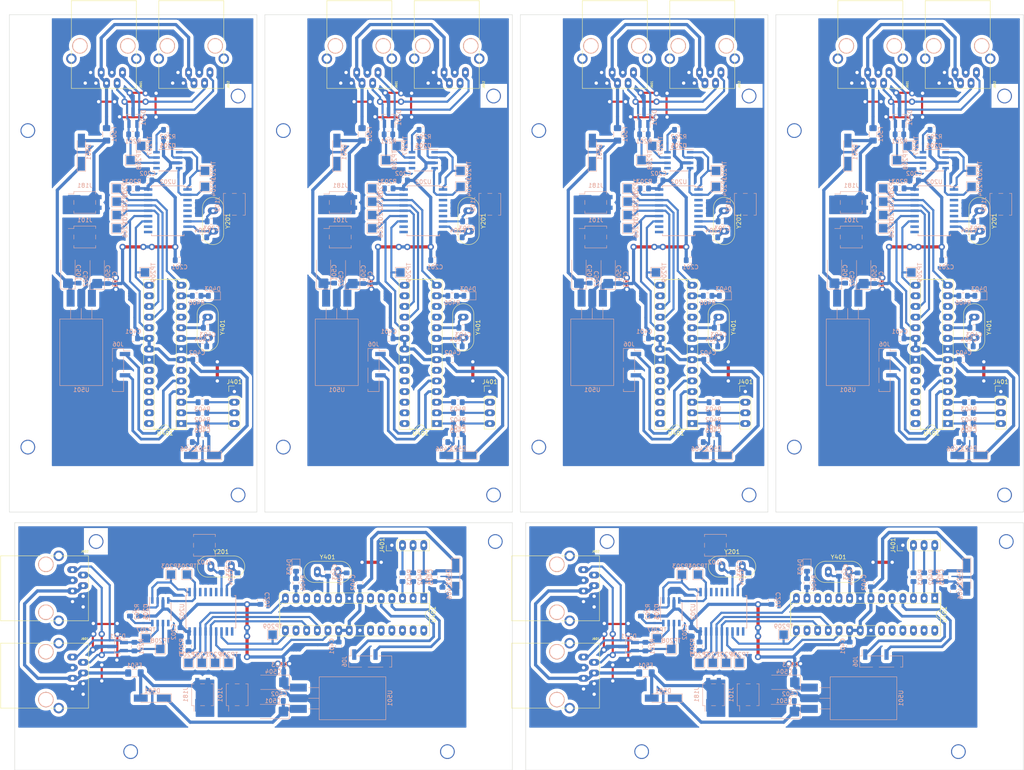
<source format=kicad_pcb>
(kicad_pcb (version 20171130) (host pcbnew 5.1.5)
  (layers (0 F.Cu signal) (31 B.Cu signal) (34 B.Paste user) (35 F.Paste user) (36 B.SilkS user) (37 F.SilkS user) (38 B.Mask user) (39 F.Mask user) (44 Edge.Cuts user))
  (net 0 "")
  (net 1 GND)
  (net 2 +5V)
  (net 3 /MCU/RESET)
  (net 4 "Net-(C203-Pad1)")
  (net 5 "Net-(C204-Pad1)")
  (net 6 "Net-(C403-Pad1)")
  (net 7 "Net-(C404-Pad1)")
  (net 8 "Net-(C405-Pad2)")
  (net 9 "/CANBUS CONN/CAN_L")
  (net 10 "/CANBUS CONN/CAN_H")
  (net 11 "Net-(R202-Pad1)")
  (net 12 "Net-(R203-Pad2)")
  (net 13 /MCU/USART_RX)
  (net 14 "Net-(J401-Pad3)")
  (net 15 "Net-(J401-Pad2)")
  (net 16 /MCU/USART_TX)
  (net 17 /MOSI)
  (net 18 /MISO)
  (net 19 /CANBUS/TXCAN)
  (net 20 /CANBUS/RXCAN)
  (net 21 /CANBUS/CS)
  (net 22 /SCK)
  (net 23 /CANBUS/INT)
  (net 24 "Net-(D403-Pad2)")
  (net 25 "Net-(C501-Pad1)")
  (net 26 /MCU/PWM)
  (net 27 "/CANBUS CONN/CAN_18V")
  (net 28 "/POWER SUPPLY +15V/+18V_IN")
  (net 29 "Net-(R406-Pad1)")
  (net 30 /MCU/IR_2127_FAULT)
  (module Connector_PinSocket_2.54mm:PinSocket_2x02_P2.54mm_Vertical_SMD (layer B.Cu) (at 195.31 178.235 270)
    (fp_text reference J181 (at 0 4.04 90) (layer B.SilkS) (effects (justify mirror)))
    (fp_text value +18C)
    (pad 4 smd rect (at -2.52 -1.27 270) (size 3 1) (layers B.Cu B.Paste B.Mask))
    (pad 3 smd rect (at 2.52 -1.27 270) (size 3 1) (layers B.Cu B.Paste B.Mask))
    (pad 2 smd rect (at -2.52 1.27 270) (size 3 1) (layers B.Cu B.Paste B.Mask))
    (pad 1 smd rect (at 2.52 1.27 270) (size 3 1) (layers B.Cu B.Paste B.Mask))
  )
  (module Connector_PinSocket_2.54mm:PinSocket_2x02_P2.54mm_Vertical_SMD (layer B.Cu) (at 203.565 178.235 270)
    (fp_text reference J101 (at 0 4.04 90) (layer B.SilkS) (effects (justify mirror)))
    (fp_text value GNDC1)
    (pad 4 smd rect (at -2.52 -1.27 270) (size 3 1) (layers B.Cu B.Paste B.Mask))
    (pad 3 smd rect (at 2.52 -1.27 270) (size 3 1) (layers B.Cu B.Paste B.Mask))
    (pad 2 smd rect (at -2.52 1.27 270) (size 3 1) (layers B.Cu B.Paste B.Mask))
    (pad 1 smd rect (at 2.52 1.27 270) (size 3 1) (layers B.Cu B.Paste B.Mask))
  )
  (module Connector_PinSocket_2.54mm:PinSocket_2x02_P2.54mm_Vertical_SMD (layer B.Cu) (at 195.76 142.54)
    (fp_text reference J102 (at 0 4.04) (layer B.SilkS) (effects (justify mirror)))
    (fp_text value GNDC2)
    (pad 4 smd rect (at -2.52 -1.27) (size 3 1) (layers B.Cu B.Paste B.Mask))
    (pad 3 smd rect (at 2.52 -1.27) (size 3 1) (layers B.Cu B.Paste B.Mask))
    (pad 2 smd rect (at -2.52 1.27) (size 3 1) (layers B.Cu B.Paste B.Mask))
    (pad 1 smd rect (at 2.52 1.27) (size 3 1) (layers B.Cu B.Paste B.Mask))
  )
  (module Connector_PinHeader_2.54mm:PinHeader_1x04_P2.54mm_Vertical_SMD_Pin1Left (layer B.Cu) (at 235.315 170.2975 270)
    (fp_text reference J06 (at 0 6.14 90) (layer B.SilkS) (effects (justify mirror)))
    (fp_text value "PWM/IR C")
    (pad 4 smd rect (at 1.655 -3.81 270) (size 2.51 1) (layers B.Cu B.Paste B.Mask))
    (pad 2 smd rect (at 1.655 1.27 270) (size 2.51 1) (layers B.Cu B.Paste B.Mask))
    (pad 3 smd rect (at -1.655 -1.27 270) (size 2.51 1) (layers B.Cu B.Paste B.Mask))
    (pad 1 smd rect (at -1.655 3.81 270) (size 2.51 1) (layers B.Cu B.Paste B.Mask))
  )
  (module TestPoint:TestPoint_Pad_2.0x2.0mm (layer B.Cu) (at 191.579 149.529 180)
    (fp_text reference TP204 (at 0 1.998) (layer B.SilkS) (effects (justify mirror)))
    (fp_text value RXCAN)
    (pad 1 smd rect (at 0 0 180) (size 2 2) (layers B.Cu B.Mask))
  )
  (module TestPoint:TestPoint_Pad_2.0x2.0mm (layer B.Cu) (at 195.135 170.611 180)
    (fp_text reference TP202 (at 0 1.998) (layer B.SilkS) (effects (justify mirror)))
    (fp_text value SO)
    (pad 1 smd rect (at 0 0 180) (size 2 2) (layers B.Cu B.Mask))
  )
  (module TestPoint:TestPoint_Pad_2.0x2.0mm (layer B.Cu) (at 198.31 170.611 180)
    (fp_text reference TP201 (at 0 1.998) (layer B.SilkS) (effects (justify mirror)))
    (fp_text value SI)
    (pad 1 smd rect (at 0 0 180) (size 2 2) (layers B.Cu B.Mask))
  )
  (module TestPoint:TestPoint_Pad_2.0x2.0mm (layer B.Cu) (at 187.769 149.529 180)
    (fp_text reference TP203 (at 0 1.998) (layer B.SilkS) (effects (justify mirror)))
    (fp_text value TXCAN)
    (pad 1 smd rect (at 0 0 180) (size 2 2) (layers B.Cu B.Mask))
  )
  (module TestPoint:TestPoint_Pad_2.0x2.0mm (layer B.Cu) (at 212.026 163.88 180)
    (fp_text reference TP209 (at 0 1.998) (layer B.SilkS) (effects (justify mirror)))
    (fp_text value INT)
    (pad 1 smd rect (at 0 0 180) (size 2 2) (layers B.Cu B.Mask))
  )
  (module TestPoint:TestPoint_Pad_2.0x2.0mm (layer B.Cu) (at 185.229 167.309 180)
    (fp_text reference TP208 (at 0 1.998) (layer B.SilkS) (effects (justify mirror)))
    (fp_text value CAN_L)
    (pad 1 smd rect (at 0 0 180) (size 2 2) (layers B.Cu B.Mask))
  )
  (module TestPoint:TestPoint_Pad_2.0x2.0mm (layer B.Cu) (at 181.8 164.769 180)
    (fp_text reference TP207 (at 0 1.998) (layer B.SilkS) (effects (justify mirror)))
    (fp_text value CAN_H)
    (pad 1 smd rect (at 0 0 180) (size 2 2) (layers B.Cu B.Mask))
  )
  (module TestPoint:TestPoint_Pad_2.0x2.0mm (layer B.Cu) (at 201.485 170.611 180)
    (fp_text reference TP206 (at 0 1.998) (layer B.SilkS) (effects (justify mirror)))
    (fp_text value SCK)
    (pad 1 smd rect (at 0 0 180) (size 2 2) (layers B.Cu B.Mask))
  )
  (module TestPoint:TestPoint_Pad_2.0x2.0mm (layer B.Cu) (at 191.96 170.611 180)
    (fp_text reference TP205 (at 0 1.998) (layer B.SilkS) (effects (justify mirror)))
    (fp_text value SC)
    (pad 1 smd rect (at 0 0 180) (size 2 2) (layers B.Cu B.Mask))
  )
  (module Resistor_SMD:R_0805_2012Metric_Pad1.15x1.40mm_HandSolder (layer B.Cu) (at 243.014 150.164 90)
    (fp_text reference R403 (at 0 1.65 270) (layer B.SilkS) (effects (justify mirror)))
    (fp_text value 1k)
    (pad 1 smd roundrect (at -1.025 0 90) (size 1.15 1.4) (layers B.Cu B.Paste B.Mask) (roundrect_rratio 0.217391))
    (pad 2 smd roundrect (at 1.025 0 90) (size 1.15 1.4) (layers B.Cu B.Paste B.Mask) (roundrect_rratio 0.217391))
  )
  (module Resistor_SMD:R_0805_2012Metric_Pad1.15x1.40mm_HandSolder (layer B.Cu) (at 245.554 150.164 90)
    (fp_text reference R402 (at 0 1.65 270) (layer B.SilkS) (effects (justify mirror)))
    (fp_text value 1k)
    (pad 1 smd roundrect (at -1.025 0 90) (size 1.15 1.4) (layers B.Cu B.Paste B.Mask) (roundrect_rratio 0.217391))
    (pad 2 smd roundrect (at 1.025 0 90) (size 1.15 1.4) (layers B.Cu B.Paste B.Mask) (roundrect_rratio 0.217391))
  )
  (module Resistor_SMD:R_0805_2012Metric_Pad1.15x1.40mm_HandSolder (layer B.Cu) (at 250.634 150.164 270)
    (fp_text reference R401 (at 0 1.65 90) (layer B.SilkS) (effects (justify mirror)))
    (fp_text value 10k)
    (pad 1 smd roundrect (at -1.025 0 270) (size 1.15 1.4) (layers B.Cu B.Paste B.Mask) (roundrect_rratio 0.217391))
    (pad 2 smd roundrect (at 1.025 0 270) (size 1.15 1.4) (layers B.Cu B.Paste B.Mask) (roundrect_rratio 0.217391))
  )
  (module Resistor_SMD:R_0805_2012Metric_Pad1.15x1.40mm_HandSolder (layer B.Cu) (at 179.06 166.74 90)
    (fp_text reference R201 (at 0 1.65 270) (layer B.SilkS) (effects (justify mirror)))
    (fp_text value 120)
    (pad 1 smd roundrect (at -1.025 0 90) (size 1.15 1.4) (layers B.Cu B.Paste B.Mask) (roundrect_rratio 0.217391))
    (pad 2 smd roundrect (at 1.025 0 90) (size 1.15 1.4) (layers B.Cu B.Paste B.Mask) (roundrect_rratio 0.217391))
  )
  (module Resistor_SMD:R_0805_2012Metric_Pad1.15x1.40mm_HandSolder (layer B.Cu) (at 177.99 158.419 90)
    (fp_text reference R202 (at 0 1.65 270) (layer B.SilkS) (effects (justify mirror)))
    (fp_text value 4k7)
    (pad 1 smd roundrect (at -1.025 0 90) (size 1.15 1.4) (layers B.Cu B.Paste B.Mask) (roundrect_rratio 0.217391))
    (pad 2 smd roundrect (at 1.025 0 90) (size 1.15 1.4) (layers B.Cu B.Paste B.Mask) (roundrect_rratio 0.217391))
  )
  (module Resistor_SMD:R_0805_2012Metric_Pad1.15x1.40mm_HandSolder (layer B.Cu) (at 191.96 166.665 270)
    (fp_text reference R203 (at 0 1.65 90) (layer B.SilkS) (effects (justify mirror)))
    (fp_text value 10k)
    (pad 1 smd roundrect (at -1.025 0 270) (size 1.15 1.4) (layers B.Cu B.Paste B.Mask) (roundrect_rratio 0.217391))
    (pad 2 smd roundrect (at 1.025 0 270) (size 1.15 1.4) (layers B.Cu B.Paste B.Mask) (roundrect_rratio 0.217391))
  )
  (module Package_SO:SOIC-8_3.9x4.9mm_P1.27mm (layer B.Cu) (at 185.229 158.419 270)
    (fp_text reference U201 (at 0 3.5 90) (layer B.SilkS) (effects (justify mirror)))
    (fp_text value MCP2551-I/SN)
    (pad 1 smd rect (at -2.7 1.905 270) (size 1.55 0.6) (layers B.Cu B.Paste B.Mask))
    (pad 2 smd rect (at -2.7 0.635 270) (size 1.55 0.6) (layers B.Cu B.Paste B.Mask))
    (pad 3 smd rect (at -2.7 -0.635 270) (size 1.55 0.6) (layers B.Cu B.Paste B.Mask))
    (pad 4 smd rect (at -2.7 -1.905 270) (size 1.55 0.6) (layers B.Cu B.Paste B.Mask))
    (pad 5 smd rect (at 2.7 -1.905 270) (size 1.55 0.6) (layers B.Cu B.Paste B.Mask))
    (pad 6 smd rect (at 2.7 -0.635 270) (size 1.55 0.6) (layers B.Cu B.Paste B.Mask))
    (pad 7 smd rect (at 2.7 0.635 270) (size 1.55 0.6) (layers B.Cu B.Paste B.Mask))
    (pad 8 smd rect (at 2.7 1.905 270) (size 1.55 0.6) (layers B.Cu B.Paste B.Mask))
  )
  (module Package_SO:SOIC-18W_7.5x11.6mm_P1.27mm (layer B.Cu) (at 197.294 158.419 270)
    (fp_text reference U202 (at 0 6.875 90) (layer B.SilkS) (effects (justify mirror)))
    (fp_text value MCP2515-xSO)
    (pad 1 smd rect (at -4.7 5.08 270) (size 2 0.6) (layers B.Cu B.Paste B.Mask))
    (pad 2 smd rect (at -4.7 3.81 270) (size 2 0.6) (layers B.Cu B.Paste B.Mask))
    (pad 3 smd rect (at -4.7 2.54 270) (size 2 0.6) (layers B.Cu B.Paste B.Mask))
    (pad 4 smd rect (at -4.7 1.27 270) (size 2 0.6) (layers B.Cu B.Paste B.Mask))
    (pad 5 smd rect (at -4.7 0 270) (size 2 0.6) (layers B.Cu B.Paste B.Mask))
    (pad 6 smd rect (at -4.7 -1.27 270) (size 2 0.6) (layers B.Cu B.Paste B.Mask))
    (pad 7 smd rect (at -4.7 -2.54 270) (size 2 0.6) (layers B.Cu B.Paste B.Mask))
    (pad 8 smd rect (at -4.7 -3.81 270) (size 2 0.6) (layers B.Cu B.Paste B.Mask))
    (pad 9 smd rect (at -4.7 -5.08 270) (size 2 0.6) (layers B.Cu B.Paste B.Mask))
    (pad 10 smd rect (at 4.7 -5.08 270) (size 2 0.6) (layers B.Cu B.Paste B.Mask))
    (pad 11 smd rect (at 4.7 -3.81 270) (size 2 0.6) (layers B.Cu B.Paste B.Mask))
    (pad 12 smd rect (at 4.7 -2.54 270) (size 2 0.6) (layers B.Cu B.Paste B.Mask))
    (pad 13 smd rect (at 4.7 -1.27 270) (size 2 0.6) (layers B.Cu B.Paste B.Mask))
    (pad 14 smd rect (at 4.7 0 270) (size 2 0.6) (layers B.Cu B.Paste B.Mask))
    (pad 15 smd rect (at 4.7 1.27 270) (size 2 0.6) (layers B.Cu B.Paste B.Mask))
    (pad 16 smd rect (at 4.7 2.54 270) (size 2 0.6) (layers B.Cu B.Paste B.Mask))
    (pad 17 smd rect (at 4.7 3.81 270) (size 2 0.6) (layers B.Cu B.Paste B.Mask))
    (pad 18 smd rect (at 4.7 5.08 270) (size 2 0.6) (layers B.Cu B.Paste B.Mask))
  )
  (module Diode_SMD:D_MiniMELF_Handsoldering (layer B.Cu) (at 183.31 179.04 180)
    (fp_text reference D501 (at 0 1.75) (layer B.SilkS) (effects (justify mirror)))
    (fp_text value LL4148)
    (pad 1 smd rect (at -2.75 0 180) (size 3.3 1.7) (layers B.Cu B.Paste B.Mask))
    (pad 2 smd rect (at 2.75 0 180) (size 3.3 1.7) (layers B.Cu B.Paste B.Mask))
  )
  (module Diode_SMD:D_MiniMELF_Handsoldering (layer B.Cu) (at 255.714 150.164 270)
    (fp_text reference D401 (at 0 1.75 90) (layer B.SilkS) (effects (justify mirror)))
    (fp_text value LL4148)
    (pad 1 smd rect (at -2.75 0 270) (size 3.3 1.7) (layers B.Cu B.Paste B.Mask))
    (pad 2 smd rect (at 2.75 0 270) (size 3.3 1.7) (layers B.Cu B.Paste B.Mask))
  )
  (module Crystal:Crystal_HC49-U_Vertical (layer F.Cu) (at 197.294 147.624)
    (fp_text reference Y201 (at 2.44 -3.525 180) (layer F.SilkS))
    (fp_text value 16MHz)
    (pad 1 thru_hole oval (at 0 0) (size 1.6 2.5) (drill 0.8) (layers *.Cu *.Mask))
    (pad 2 thru_hole oval (at 4.88 0) (size 1.6 2.5) (drill 0.8) (layers *.Cu *.Mask))
  )
  (module Connector_PinHeader_2.54mm:PinHeader_1x04_P2.54mm_Vertical (layer F.Cu) (at 240.474 142.544 90)
    (fp_text reference J401 (at 0 -2.33 270) (layer F.SilkS))
    (fp_text value USART)
    (pad 1 thru_hole rect (at 0 0 90) (size 2.5 1.6) (drill 0.8) (layers *.Cu *.Mask))
    (pad 2 thru_hole oval (at 0 2.54 90) (size 2.5 1.6) (drill 0.8) (layers *.Cu *.Mask))
    (pad 3 thru_hole oval (at 0 5.08 90) (size 2.5 1.6) (drill 0.8) (layers *.Cu *.Mask))
    (pad 4 thru_hole oval (at 0 7.62 90) (size 2.5 1.6) (drill 0.8) (layers *.Cu *.Mask))
  )
  (module Capacitor_SMD:C_0805_2012Metric_Pad1.15x1.40mm_HandSolder (layer B.Cu) (at 213.65 172.72 180)
    (fp_text reference C503 (at 0 1.65) (layer B.SilkS) (effects (justify mirror)))
    (fp_text value 100nF)
    (pad 1 smd roundrect (at -1.025 0 180) (size 1.15 1.4) (layers B.Cu B.Paste B.Mask) (roundrect_rratio 0.217391))
    (pad 2 smd roundrect (at 1.025 0 180) (size 1.15 1.4) (layers B.Cu B.Paste B.Mask) (roundrect_rratio 0.217391))
  )
  (module Capacitor_SMD:C_0805_2012Metric_Pad1.15x1.40mm_HandSolder (layer B.Cu) (at 213.55 179.705 180)
    (fp_text reference C502 (at 0 1.65) (layer B.SilkS) (effects (justify mirror)))
    (fp_text value 100nF)
    (pad 1 smd roundrect (at -1.025 0 180) (size 1.15 1.4) (layers B.Cu B.Paste B.Mask) (roundrect_rratio 0.217391))
    (pad 2 smd roundrect (at 1.025 0 180) (size 1.15 1.4) (layers B.Cu B.Paste B.Mask) (roundrect_rratio 0.217391))
  )
  (module Capacitor_SMD:C_0805_2012Metric_Pad1.15x1.40mm_HandSolder (layer B.Cu) (at 252.539 153.599 90)
    (fp_text reference C406 (at 0 1.65 270) (layer B.SilkS) (effects (justify mirror)))
    (fp_text value 100nF)
    (pad 1 smd roundrect (at -1.025 0 90) (size 1.15 1.4) (layers B.Cu B.Paste B.Mask) (roundrect_rratio 0.217391))
    (pad 2 smd roundrect (at 1.025 0 90) (size 1.15 1.4) (layers B.Cu B.Paste B.Mask) (roundrect_rratio 0.217391))
  )
  (module Capacitor_SMD:C_0805_2012Metric_Pad1.15x1.40mm_HandSolder (layer B.Cu) (at 248.094 150.164 90)
    (fp_text reference C405 (at 0 1.65 270) (layer B.SilkS) (effects (justify mirror)))
    (fp_text value 100nF)
    (pad 1 smd roundrect (at -1.025 0 90) (size 1.15 1.4) (layers B.Cu B.Paste B.Mask) (roundrect_rratio 0.217391))
    (pad 2 smd roundrect (at 1.025 0 90) (size 1.15 1.4) (layers B.Cu B.Paste B.Mask) (roundrect_rratio 0.217391))
  )
  (module Capacitor_SMD:C_0805_2012Metric_Pad1.15x1.40mm_HandSolder (layer B.Cu) (at 229.679 150.164 270)
    (fp_text reference C404 (at 0 1.65 90) (layer B.SilkS) (effects (justify mirror)))
    (fp_text value 22pF)
    (pad 1 smd roundrect (at -1.025 0 270) (size 1.15 1.4) (layers B.Cu B.Paste B.Mask) (roundrect_rratio 0.217391))
    (pad 2 smd roundrect (at 1.025 0 270) (size 1.15 1.4) (layers B.Cu B.Paste B.Mask) (roundrect_rratio 0.217391))
  )
  (module Capacitor_SMD:C_0805_2012Metric_Pad1.15x1.40mm_HandSolder (layer B.Cu) (at 225.234 148.894 90)
    (fp_text reference C403 (at 0 1.65 270) (layer B.SilkS) (effects (justify mirror)))
    (fp_text value 22pF)
    (pad 1 smd roundrect (at -1.025 0 90) (size 1.15 1.4) (layers B.Cu B.Paste B.Mask) (roundrect_rratio 0.217391))
    (pad 2 smd roundrect (at 1.025 0 90) (size 1.15 1.4) (layers B.Cu B.Paste B.Mask) (roundrect_rratio 0.217391))
  )
  (module Capacitor_SMD:C_0805_2012Metric_Pad1.15x1.40mm_HandSolder (layer B.Cu) (at 232.854 151.434 270)
    (fp_text reference C402 (at 0 1.65 90) (layer B.SilkS) (effects (justify mirror)))
    (fp_text value 100nF)
    (pad 1 smd roundrect (at -1.025 0 270) (size 1.15 1.4) (layers B.Cu B.Paste B.Mask) (roundrect_rratio 0.217391))
    (pad 2 smd roundrect (at 1.025 0 270) (size 1.15 1.4) (layers B.Cu B.Paste B.Mask) (roundrect_rratio 0.217391))
  )
  (module Capacitor_SMD:C_0805_2012Metric_Pad1.15x1.40mm_HandSolder (layer B.Cu) (at 227.774 166.674 270)
    (fp_text reference C401 (at 0 1.65 90) (layer B.SilkS) (effects (justify mirror)))
    (fp_text value 100nF)
    (pad 1 smd roundrect (at -1.025 0 270) (size 1.15 1.4) (layers B.Cu B.Paste B.Mask) (roundrect_rratio 0.217391))
    (pad 2 smd roundrect (at 1.025 0 270) (size 1.15 1.4) (layers B.Cu B.Paste B.Mask) (roundrect_rratio 0.217391))
  )
  (module Capacitor_SMD:C_0805_2012Metric_Pad1.15x1.40mm_HandSolder (layer B.Cu) (at 203.644 150.164 270)
    (fp_text reference C204 (at 0 1.65 90) (layer B.SilkS) (effects (justify mirror)))
    (fp_text value 22pF)
    (pad 1 smd roundrect (at -1.025 0 270) (size 1.15 1.4) (layers B.Cu B.Paste B.Mask) (roundrect_rratio 0.217391))
    (pad 2 smd roundrect (at 1.025 0 270) (size 1.15 1.4) (layers B.Cu B.Paste B.Mask) (roundrect_rratio 0.217391))
  )
  (module Capacitor_SMD:C_0805_2012Metric_Pad1.15x1.40mm_HandSolder (layer B.Cu) (at 199.834 148.014 90)
    (fp_text reference C203 (at 0 1.65 270) (layer B.SilkS) (effects (justify mirror)))
    (fp_text value 22pF)
    (pad 1 smd roundrect (at -1.025 0 90) (size 1.15 1.4) (layers B.Cu B.Paste B.Mask) (roundrect_rratio 0.217391))
    (pad 2 smd roundrect (at 1.025 0 90) (size 1.15 1.4) (layers B.Cu B.Paste B.Mask) (roundrect_rratio 0.217391))
  )
  (module Capacitor_SMD:C_0805_2012Metric_Pad1.15x1.40mm_HandSolder (layer B.Cu) (at 190.055 163.245 270)
    (fp_text reference C202 (at 0 1.65 90) (layer B.SilkS) (effects (justify mirror)))
    (fp_text value 100nF)
    (pad 1 smd roundrect (at -1.025 0 270) (size 1.15 1.4) (layers B.Cu B.Paste B.Mask) (roundrect_rratio 0.217391))
    (pad 2 smd roundrect (at 1.025 0 270) (size 1.15 1.4) (layers B.Cu B.Paste B.Mask) (roundrect_rratio 0.217391))
  )
  (module Capacitor_SMD:C_0805_2012Metric_Pad1.15x1.40mm_HandSolder (layer B.Cu) (at 209.105 155.625 90)
    (fp_text reference C201 (at 0 1.65 270) (layer B.SilkS) (effects (justify mirror)))
    (fp_text value 100nF)
    (pad 1 smd roundrect (at -1.025 0 90) (size 1.15 1.4) (layers B.Cu B.Paste B.Mask) (roundrect_rratio 0.217391))
    (pad 2 smd roundrect (at 1.025 0 90) (size 1.15 1.4) (layers B.Cu B.Paste B.Mask) (roundrect_rratio 0.217391))
  )
  (module KicadZeniteSolarLibrary18:RJ45_YH59_01 (layer F.Cu) (at 164.278 148.369 270)
    (fp_text reference J602 (at -4.364296 -2.909696) (layer F.SilkS) (effects (font (size 0.5 0.5) (thickness 0.1))))
    (fp_text value RJ45)
    (pad 9 thru_hole circle (at 12.2 3.296 270) (size 2.5 2.5) (drill 1.6) (layers *.Cu *.Mask))
    (pad 9 thru_hole circle (at -3.3 3.296 270) (size 2.5 2.5) (drill 1.6) (layers *.Cu *.Mask))
    (pad 8 thru_hole oval (at 8.895 -2.544 270) (size 1.6 2.5) (drill 0.8) (layers *.Cu *.Mask))
    (pad 7 thru_hole oval (at 7.625 -0.004 270) (size 1.6 2.5) (drill 0.8) (layers *.Cu *.Mask))
    (pad 6 thru_hole oval (at 6.355 -2.544 270) (size 1.6 2.5) (drill 0.8) (layers *.Cu *.Mask))
    (pad 5 thru_hole oval (at 5.085 -0.004 270) (size 1.6 2.5) (drill 0.8) (layers *.Cu *.Mask))
    (pad 4 thru_hole oval (at 3.815 -2.544 270) (size 1.6 2.5) (drill 0.8) (layers *.Cu *.Mask))
    (pad 3 thru_hole oval (at 2.545 -0.004 270) (size 1.6 2.5) (drill 0.8) (layers *.Cu *.Mask))
    (pad 2 thru_hole oval (at 1.275 -2.544 270) (size 1.6 2.5) (drill 0.8) (layers *.Cu *.Mask))
    (pad 1 thru_hole oval (at 0.005 -0.004 270) (size 1.6 2.5) (drill 0.8) (layers *.Cu *.Mask))
    (pad "" np_thru_hole circle (at -1.265 6.346 270) (size 3.65 3.65) (drill 3.2) (layers *.Cu *.SilkS *.Mask))
    (pad "" np_thru_hole circle (at 10.165 6.346 270) (size 3.65 3.65) (drill 3.2) (layers *.Cu *.SilkS *.Mask))
  )
  (module KicadZeniteSolarLibrary18:RJ45_YH59_01 (layer F.Cu) (at 164.282 169.224 270)
    (fp_text reference J601 (at -4.364296 -2.909696) (layer F.SilkS) (effects (font (size 0.5 0.5) (thickness 0.1))))
    (fp_text value RJ45)
    (pad 9 thru_hole circle (at 12.2 3.296 270) (size 2.5 2.5) (drill 1.6) (layers *.Cu *.Mask))
    (pad 9 thru_hole circle (at -3.3 3.296 270) (size 2.5 2.5) (drill 1.6) (layers *.Cu *.Mask))
    (pad 8 thru_hole oval (at 8.895 -2.544 270) (size 1.6 2.5) (drill 0.8) (layers *.Cu *.Mask))
    (pad 7 thru_hole oval (at 7.625 -0.004 270) (size 1.6 2.5) (drill 0.8) (layers *.Cu *.Mask))
    (pad 6 thru_hole oval (at 6.355 -2.544 270) (size 1.6 2.5) (drill 0.8) (layers *.Cu *.Mask))
    (pad 5 thru_hole oval (at 5.085 -0.004 270) (size 1.6 2.5) (drill 0.8) (layers *.Cu *.Mask))
    (pad 4 thru_hole oval (at 3.815 -2.544 270) (size 1.6 2.5) (drill 0.8) (layers *.Cu *.Mask))
    (pad 3 thru_hole oval (at 2.545 -0.004 270) (size 1.6 2.5) (drill 0.8) (layers *.Cu *.Mask))
    (pad 2 thru_hole oval (at 1.275 -2.544 270) (size 1.6 2.5) (drill 0.8) (layers *.Cu *.Mask))
    (pad 1 thru_hole oval (at 0.005 -0.004 270) (size 1.6 2.5) (drill 0.8) (layers *.Cu *.Mask))
    (pad "" np_thru_hole circle (at -1.265 6.346 270) (size 3.65 3.65) (drill 3.2) (layers *.Cu *.SilkS *.Mask))
    (pad "" np_thru_hole circle (at 10.165 6.346 270) (size 3.65 3.65) (drill 3.2) (layers *.Cu *.SilkS *.Mask))
  )
  (module Fuse:Fuse_1206_3216Metric_Pad1.42x1.75mm_HandSolder (layer B.Cu) (at 179.06 173.039 180)
    (fp_text reference F501 (at 0 1.82) (layer B.SilkS) (effects (justify mirror)))
    (fp_text value 500mA)
    (pad 1 smd roundrect (at -1.4875 0 180) (size 1.425 1.75) (layers B.Cu B.Paste B.Mask) (roundrect_rratio 0.175439))
    (pad 2 smd roundrect (at 1.4875 0 180) (size 1.425 1.75) (layers B.Cu B.Paste B.Mask) (roundrect_rratio 0.175439))
  )
  (module Package_TO_SOT_SMD:SOT-23_Handsoldering (layer B.Cu) (at 175.06 166.74 180)
    (fp_text reference D201 (at 0 2.5) (layer B.SilkS) (effects (justify mirror)))
    (fp_text value pesd1can)
    (pad 3 smd rect (at 1.5 0 180) (size 1.9 0.8) (layers B.Cu B.Paste B.Mask))
    (pad 2 smd rect (at -1.5 -0.95 180) (size 1.9 0.8) (layers B.Cu B.Paste B.Mask))
    (pad 1 smd rect (at -1.5 0.95 180) (size 1.9 0.8) (layers B.Cu B.Paste B.Mask))
  )
  (module KicadZeniteSolarLibrary18:TO-220-3_Horizontal_TabDown_SMD (layer B.Cu) (at 219.456 181.61 90)
    (fp_text reference U501 (at 2.54 20.58 270) (layer B.SilkS) (effects (justify mirror)))
    (fp_text value LM7805)
    (pad 3 smd rect (at 5.08 -1.27 90) (size 1.905 4) (layers B.Cu B.Paste B.Mask))
    (pad 2 smd rect (at 2.54 -1.27 90) (size 1.905 4) (layers B.Cu B.Paste B.Mask))
    (pad 1 smd rect (at 0 -1.27 90) (size 1.905 4) (layers B.Cu B.Paste B.Mask))
    (pad 2 smd rect (at 2.54 11.684 90) (size 10 16) (layers B.Cu B.Paste B.Mask))
  )
  (module Capacitor_Tantalum_SMD:CP_EIA-6032-20_AVX-F_Pad2.25x2.35mm_HandSolder (layer B.Cu) (at 212.15 175.26 180)
    (fp_text reference C504 (at 0 2.55) (layer B.SilkS) (effects (justify mirror)))
    (fp_text value 1uF)
    (pad 2 smd roundrect (at 2.55 0 180) (size 2.25 2.35) (layers B.Cu B.Paste B.Mask) (roundrect_rratio 0.111111))
    (pad 1 smd roundrect (at -2.55 0 180) (size 2.25 2.35) (layers B.Cu B.Paste B.Mask) (roundrect_rratio 0.111111))
  )
  (module Capacitor_Tantalum_SMD:CP_EIA-6032-20_AVX-F_Pad2.25x2.35mm_HandSolder (layer B.Cu) (at 212.05 182.245 180)
    (fp_text reference C501 (at 0 2.55) (layer B.SilkS) (effects (justify mirror)))
    (fp_text value 1uF)
    (pad 1 smd roundrect (at -2.55 0 180) (size 2.25 2.35) (layers B.Cu B.Paste B.Mask) (roundrect_rratio 0.111111))
    (pad 2 smd roundrect (at 2.55 0 180) (size 2.25 2.35) (layers B.Cu B.Paste B.Mask) (roundrect_rratio 0.111111))
  )
  (module Resistor_SMD:R_0805_2012Metric_Pad1.15x1.40mm_HandSolder (layer B.Cu) (at 217.61 151.54 90)
    (fp_text reference R406 (at 0 1.65 270) (layer B.SilkS) (effects (justify mirror)))
    (fp_text value 330)
    (pad 1 smd roundrect (at -1.025 0 90) (size 1.15 1.4) (layers B.Cu B.Paste B.Mask) (roundrect_rratio 0.217391))
    (pad 2 smd roundrect (at 1.025 0 90) (size 1.15 1.4) (layers B.Cu B.Paste B.Mask) (roundrect_rratio 0.217391))
  )
  (module Package_DIP:DIP-28_W7.62mm_Socket (layer F.Cu) (at 248.094 155.244 270)
    (fp_text reference U401 (at 3.81 -2.33 90) (layer F.SilkS))
    (fp_text value ATMEGA328P-PU)
    (pad 1 thru_hole rect (at 0 0 270) (size 2.5 1.6) (drill 0.8) (layers *.Cu *.Mask))
    (pad 15 thru_hole oval (at 7.62 33.02 270) (size 2.5 1.6) (drill 0.8) (layers *.Cu *.Mask))
    (pad 2 thru_hole oval (at 0 2.54 270) (size 2.5 1.6) (drill 0.8) (layers *.Cu *.Mask))
    (pad 16 thru_hole oval (at 7.62 30.48 270) (size 2.5 1.6) (drill 0.8) (layers *.Cu *.Mask))
    (pad 3 thru_hole oval (at 0 5.08 270) (size 2.5 1.6) (drill 0.8) (layers *.Cu *.Mask))
    (pad 17 thru_hole oval (at 7.62 27.94 270) (size 2.5 1.6) (drill 0.8) (layers *.Cu *.Mask))
    (pad 4 thru_hole oval (at 0 7.62 270) (size 2.5 1.6) (drill 0.8) (layers *.Cu *.Mask))
    (pad 18 thru_hole oval (at 7.62 25.4 270) (size 2.5 1.6) (drill 0.8) (layers *.Cu *.Mask))
    (pad 5 thru_hole oval (at 0 10.16 270) (size 2.5 1.6) (drill 0.8) (layers *.Cu *.Mask))
    (pad 19 thru_hole oval (at 7.62 22.86 270) (size 2.5 1.6) (drill 0.8) (layers *.Cu *.Mask))
    (pad 6 thru_hole oval (at 0 12.7 270) (size 2.5 1.6) (drill 0.8) (layers *.Cu *.Mask))
    (pad 20 thru_hole oval (at 7.62 20.32 270) (size 2.5 1.6) (drill 0.8) (layers *.Cu *.Mask))
    (pad 7 thru_hole oval (at 0 15.24 270) (size 2.5 1.6) (drill 0.8) (layers *.Cu *.Mask))
    (pad 21 thru_hole oval (at 7.62 17.78 270) (size 2.5 1.6) (drill 0.8) (layers *.Cu *.Mask))
    (pad 8 thru_hole oval (at 0 17.78 270) (size 2.5 1.6) (drill 0.8) (layers *.Cu *.Mask))
    (pad 22 thru_hole oval (at 7.62 15.24 270) (size 2.5 1.6) (drill 0.8) (layers *.Cu *.Mask))
    (pad 9 thru_hole oval (at 0 20.32 270) (size 2.5 1.6) (drill 0.8) (layers *.Cu *.Mask))
    (pad 23 thru_hole oval (at 7.62 12.7 270) (size 2.5 1.6) (drill 0.8) (layers *.Cu *.Mask))
    (pad 10 thru_hole oval (at 0 22.86 270) (size 2.5 1.6) (drill 0.8) (layers *.Cu *.Mask))
    (pad 24 thru_hole oval (at 7.62 10.16 270) (size 2.5 1.6) (drill 0.8) (layers *.Cu *.Mask))
    (pad 11 thru_hole oval (at 0 25.4 270) (size 2.5 1.6) (drill 0.8) (layers *.Cu *.Mask))
    (pad 25 thru_hole oval (at 7.62 7.62 270) (size 2.5 1.6) (drill 0.8) (layers *.Cu *.Mask))
    (pad 12 thru_hole oval (at 0 27.94 270) (size 2.5 1.6) (drill 0.8) (layers *.Cu *.Mask))
    (pad 26 thru_hole oval (at 7.62 5.08 270) (size 2.5 1.6) (drill 0.8) (layers *.Cu *.Mask))
    (pad 13 thru_hole oval (at 0 30.48 270) (size 2.5 1.6) (drill 0.8) (layers *.Cu *.Mask))
    (pad 27 thru_hole oval (at 7.62 2.54 270) (size 2.5 1.6) (drill 0.8) (layers *.Cu *.Mask))
    (pad 14 thru_hole oval (at 0 33.02 270) (size 2.5 1.6) (drill 0.8) (layers *.Cu *.Mask))
    (pad 28 thru_hole oval (at 7.62 0 270) (size 2.5 1.6) (drill 0.8) (layers *.Cu *.Mask))
  )
  (module LED_SMD:LED_0805_2012Metric_Pad1.15x1.40mm_HandSolder (layer B.Cu) (at 217.61 147.715 270)
    (fp_text reference D403 (at 0 1.65 90) (layer B.SilkS) (effects (justify mirror)))
    (fp_text value LED_RED)
    (pad 1 smd roundrect (at -1.025 0 270) (size 1.15 1.4) (layers B.Cu B.Paste B.Mask) (roundrect_rratio 0.217391))
    (pad 2 smd roundrect (at 1.025 0 270) (size 1.15 1.4) (layers B.Cu B.Paste B.Mask) (roundrect_rratio 0.217391))
  )
  (module Capacitor_SMD:C_0805_2012Metric_Pad1.15x1.40mm_HandSolder (layer B.Cu) (at 180.149 158.419 90)
    (fp_text reference C205 (at 0 1.65 270) (layer B.SilkS) (effects (justify mirror)))
    (fp_text value 100nF)
    (pad 1 smd roundrect (at -1.025 0 90) (size 1.15 1.4) (layers B.Cu B.Paste B.Mask) (roundrect_rratio 0.217391))
    (pad 2 smd roundrect (at 1.025 0 90) (size 1.15 1.4) (layers B.Cu B.Paste B.Mask) (roundrect_rratio 0.217391))
  )
  (module Crystal:Crystal_HC49-U_Vertical (layer F.Cu) (at 222.694 148.894)
    (fp_text reference Y401 (at 2.44 -3.525 180) (layer F.SilkS))
    (fp_text value 16MHz)
    (pad 1 thru_hole oval (at 0 0) (size 1.6 2.5) (drill 0.8) (layers *.Cu *.Mask))
    (pad 2 thru_hole oval (at 4.88 0) (size 1.6 2.5) (drill 0.8) (layers *.Cu *.Mask))
  )
  (module Connector_PinSocket_2.54mm:PinSocket_2x02_P2.54mm_Vertical_SMD (layer B.Cu) (at 73.39 178.235 270)
    (fp_text reference J181 (at 0 4.04 90) (layer B.SilkS) (effects (justify mirror)))
    (fp_text value +18C)
    (pad 4 smd rect (at -2.52 -1.27 270) (size 3 1) (layers B.Cu B.Paste B.Mask))
    (pad 3 smd rect (at 2.52 -1.27 270) (size 3 1) (layers B.Cu B.Paste B.Mask))
    (pad 2 smd rect (at -2.52 1.27 270) (size 3 1) (layers B.Cu B.Paste B.Mask))
    (pad 1 smd rect (at 2.52 1.27 270) (size 3 1) (layers B.Cu B.Paste B.Mask))
  )
  (module Connector_PinSocket_2.54mm:PinSocket_2x02_P2.54mm_Vertical_SMD (layer B.Cu) (at 81.645 178.235 270)
    (fp_text reference J101 (at 0 4.04 90) (layer B.SilkS) (effects (justify mirror)))
    (fp_text value GNDC1)
    (pad 4 smd rect (at -2.52 -1.27 270) (size 3 1) (layers B.Cu B.Paste B.Mask))
    (pad 3 smd rect (at 2.52 -1.27 270) (size 3 1) (layers B.Cu B.Paste B.Mask))
    (pad 2 smd rect (at -2.52 1.27 270) (size 3 1) (layers B.Cu B.Paste B.Mask))
    (pad 1 smd rect (at 2.52 1.27 270) (size 3 1) (layers B.Cu B.Paste B.Mask))
  )
  (module Connector_PinSocket_2.54mm:PinSocket_2x02_P2.54mm_Vertical_SMD (layer B.Cu) (at 73.84 142.54)
    (fp_text reference J102 (at 0 4.04) (layer B.SilkS) (effects (justify mirror)))
    (fp_text value GNDC2)
    (pad 4 smd rect (at -2.52 -1.27) (size 3 1) (layers B.Cu B.Paste B.Mask))
    (pad 3 smd rect (at 2.52 -1.27) (size 3 1) (layers B.Cu B.Paste B.Mask))
    (pad 2 smd rect (at -2.52 1.27) (size 3 1) (layers B.Cu B.Paste B.Mask))
    (pad 1 smd rect (at 2.52 1.27) (size 3 1) (layers B.Cu B.Paste B.Mask))
  )
  (module Connector_PinHeader_2.54mm:PinHeader_1x04_P2.54mm_Vertical_SMD_Pin1Left (layer B.Cu) (at 113.395 170.2975 270)
    (fp_text reference J06 (at 0 6.14 90) (layer B.SilkS) (effects (justify mirror)))
    (fp_text value "PWM/IR C")
    (pad 4 smd rect (at 1.655 -3.81 270) (size 2.51 1) (layers B.Cu B.Paste B.Mask))
    (pad 2 smd rect (at 1.655 1.27 270) (size 2.51 1) (layers B.Cu B.Paste B.Mask))
    (pad 3 smd rect (at -1.655 -1.27 270) (size 2.51 1) (layers B.Cu B.Paste B.Mask))
    (pad 1 smd rect (at -1.655 3.81 270) (size 2.51 1) (layers B.Cu B.Paste B.Mask))
  )
  (module TestPoint:TestPoint_Pad_2.0x2.0mm (layer B.Cu) (at 69.659 149.529 180)
    (fp_text reference TP204 (at 0 1.998) (layer B.SilkS) (effects (justify mirror)))
    (fp_text value RXCAN)
    (pad 1 smd rect (at 0 0 180) (size 2 2) (layers B.Cu B.Mask))
  )
  (module TestPoint:TestPoint_Pad_2.0x2.0mm (layer B.Cu) (at 73.215 170.611 180)
    (fp_text reference TP202 (at 0 1.998) (layer B.SilkS) (effects (justify mirror)))
    (fp_text value SO)
    (pad 1 smd rect (at 0 0 180) (size 2 2) (layers B.Cu B.Mask))
  )
  (module TestPoint:TestPoint_Pad_2.0x2.0mm (layer B.Cu) (at 76.39 170.611 180)
    (fp_text reference TP201 (at 0 1.998) (layer B.SilkS) (effects (justify mirror)))
    (fp_text value SI)
    (pad 1 smd rect (at 0 0 180) (size 2 2) (layers B.Cu B.Mask))
  )
  (module TestPoint:TestPoint_Pad_2.0x2.0mm (layer B.Cu) (at 65.849 149.529 180)
    (fp_text reference TP203 (at 0 1.998) (layer B.SilkS) (effects (justify mirror)))
    (fp_text value TXCAN)
    (pad 1 smd rect (at 0 0 180) (size 2 2) (layers B.Cu B.Mask))
  )
  (module TestPoint:TestPoint_Pad_2.0x2.0mm (layer B.Cu) (at 90.106 163.88 180)
    (fp_text reference TP209 (at 0 1.998) (layer B.SilkS) (effects (justify mirror)))
    (fp_text value INT)
    (pad 1 smd rect (at 0 0 180) (size 2 2) (layers B.Cu B.Mask))
  )
  (module TestPoint:TestPoint_Pad_2.0x2.0mm (layer B.Cu) (at 63.309 167.309 180)
    (fp_text reference TP208 (at 0 1.998) (layer B.SilkS) (effects (justify mirror)))
    (fp_text value CAN_L)
    (pad 1 smd rect (at 0 0 180) (size 2 2) (layers B.Cu B.Mask))
  )
  (module TestPoint:TestPoint_Pad_2.0x2.0mm (layer B.Cu) (at 59.88 164.769 180)
    (fp_text reference TP207 (at 0 1.998) (layer B.SilkS) (effects (justify mirror)))
    (fp_text value CAN_H)
    (pad 1 smd rect (at 0 0 180) (size 2 2) (layers B.Cu B.Mask))
  )
  (module TestPoint:TestPoint_Pad_2.0x2.0mm (layer B.Cu) (at 79.565 170.611 180)
    (fp_text reference TP206 (at 0 1.998) (layer B.SilkS) (effects (justify mirror)))
    (fp_text value SCK)
    (pad 1 smd rect (at 0 0 180) (size 2 2) (layers B.Cu B.Mask))
  )
  (module TestPoint:TestPoint_Pad_2.0x2.0mm (layer B.Cu) (at 70.04 170.611 180)
    (fp_text reference TP205 (at 0 1.998) (layer B.SilkS) (effects (justify mirror)))
    (fp_text value SC)
    (pad 1 smd rect (at 0 0 180) (size 2 2) (layers B.Cu B.Mask))
  )
  (module Resistor_SMD:R_0805_2012Metric_Pad1.15x1.40mm_HandSolder (layer B.Cu) (at 121.094 150.164 90)
    (fp_text reference R403 (at 0 1.65 270) (layer B.SilkS) (effects (justify mirror)))
    (fp_text value 1k)
    (pad 1 smd roundrect (at -1.025 0 90) (size 1.15 1.4) (layers B.Cu B.Paste B.Mask) (roundrect_rratio 0.217391))
    (pad 2 smd roundrect (at 1.025 0 90) (size 1.15 1.4) (layers B.Cu B.Paste B.Mask) (roundrect_rratio 0.217391))
  )
  (module Resistor_SMD:R_0805_2012Metric_Pad1.15x1.40mm_HandSolder (layer B.Cu) (at 123.634 150.164 90)
    (fp_text reference R402 (at 0 1.65 270) (layer B.SilkS) (effects (justify mirror)))
    (fp_text value 1k)
    (pad 1 smd roundrect (at -1.025 0 90) (size 1.15 1.4) (layers B.Cu B.Paste B.Mask) (roundrect_rratio 0.217391))
    (pad 2 smd roundrect (at 1.025 0 90) (size 1.15 1.4) (layers B.Cu B.Paste B.Mask) (roundrect_rratio 0.217391))
  )
  (module Resistor_SMD:R_0805_2012Metric_Pad1.15x1.40mm_HandSolder (layer B.Cu) (at 128.714 150.164 270)
    (fp_text reference R401 (at 0 1.65 90) (layer B.SilkS) (effects (justify mirror)))
    (fp_text value 10k)
    (pad 1 smd roundrect (at -1.025 0 270) (size 1.15 1.4) (layers B.Cu B.Paste B.Mask) (roundrect_rratio 0.217391))
    (pad 2 smd roundrect (at 1.025 0 270) (size 1.15 1.4) (layers B.Cu B.Paste B.Mask) (roundrect_rratio 0.217391))
  )
  (module Resistor_SMD:R_0805_2012Metric_Pad1.15x1.40mm_HandSolder (layer B.Cu) (at 57.14 166.74 90)
    (fp_text reference R201 (at 0 1.65 270) (layer B.SilkS) (effects (justify mirror)))
    (fp_text value 120)
    (pad 1 smd roundrect (at -1.025 0 90) (size 1.15 1.4) (layers B.Cu B.Paste B.Mask) (roundrect_rratio 0.217391))
    (pad 2 smd roundrect (at 1.025 0 90) (size 1.15 1.4) (layers B.Cu B.Paste B.Mask) (roundrect_rratio 0.217391))
  )
  (module Resistor_SMD:R_0805_2012Metric_Pad1.15x1.40mm_HandSolder (layer B.Cu) (at 56.07 158.419 90)
    (fp_text reference R202 (at 0 1.65 270) (layer B.SilkS) (effects (justify mirror)))
    (fp_text value 4k7)
    (pad 1 smd roundrect (at -1.025 0 90) (size 1.15 1.4) (layers B.Cu B.Paste B.Mask) (roundrect_rratio 0.217391))
    (pad 2 smd roundrect (at 1.025 0 90) (size 1.15 1.4) (layers B.Cu B.Paste B.Mask) (roundrect_rratio 0.217391))
  )
  (module Resistor_SMD:R_0805_2012Metric_Pad1.15x1.40mm_HandSolder (layer B.Cu) (at 70.04 166.665 270)
    (fp_text reference R203 (at 0 1.65 90) (layer B.SilkS) (effects (justify mirror)))
    (fp_text value 10k)
    (pad 1 smd roundrect (at -1.025 0 270) (size 1.15 1.4) (layers B.Cu B.Paste B.Mask) (roundrect_rratio 0.217391))
    (pad 2 smd roundrect (at 1.025 0 270) (size 1.15 1.4) (layers B.Cu B.Paste B.Mask) (roundrect_rratio 0.217391))
  )
  (module Package_SO:SOIC-8_3.9x4.9mm_P1.27mm (layer B.Cu) (at 63.309 158.419 270)
    (fp_text reference U201 (at 0 3.5 90) (layer B.SilkS) (effects (justify mirror)))
    (fp_text value MCP2551-I/SN)
    (pad 1 smd rect (at -2.7 1.905 270) (size 1.55 0.6) (layers B.Cu B.Paste B.Mask))
    (pad 2 smd rect (at -2.7 0.635 270) (size 1.55 0.6) (layers B.Cu B.Paste B.Mask))
    (pad 3 smd rect (at -2.7 -0.635 270) (size 1.55 0.6) (layers B.Cu B.Paste B.Mask))
    (pad 4 smd rect (at -2.7 -1.905 270) (size 1.55 0.6) (layers B.Cu B.Paste B.Mask))
    (pad 5 smd rect (at 2.7 -1.905 270) (size 1.55 0.6) (layers B.Cu B.Paste B.Mask))
    (pad 6 smd rect (at 2.7 -0.635 270) (size 1.55 0.6) (layers B.Cu B.Paste B.Mask))
    (pad 7 smd rect (at 2.7 0.635 270) (size 1.55 0.6) (layers B.Cu B.Paste B.Mask))
    (pad 8 smd rect (at 2.7 1.905 270) (size 1.55 0.6) (layers B.Cu B.Paste B.Mask))
  )
  (module Package_SO:SOIC-18W_7.5x11.6mm_P1.27mm (layer B.Cu) (at 75.374 158.419 270)
    (fp_text reference U202 (at 0 6.875 90) (layer B.SilkS) (effects (justify mirror)))
    (fp_text value MCP2515-xSO)
    (pad 1 smd rect (at -4.7 5.08 270) (size 2 0.6) (layers B.Cu B.Paste B.Mask))
    (pad 2 smd rect (at -4.7 3.81 270) (size 2 0.6) (layers B.Cu B.Paste B.Mask))
    (pad 3 smd rect (at -4.7 2.54 270) (size 2 0.6) (layers B.Cu B.Paste B.Mask))
    (pad 4 smd rect (at -4.7 1.27 270) (size 2 0.6) (layers B.Cu B.Paste B.Mask))
    (pad 5 smd rect (at -4.7 0 270) (size 2 0.6) (layers B.Cu B.Paste B.Mask))
    (pad 6 smd rect (at -4.7 -1.27 270) (size 2 0.6) (layers B.Cu B.Paste B.Mask))
    (pad 7 smd rect (at -4.7 -2.54 270) (size 2 0.6) (layers B.Cu B.Paste B.Mask))
    (pad 8 smd rect (at -4.7 -3.81 270) (size 2 0.6) (layers B.Cu B.Paste B.Mask))
    (pad 9 smd rect (at -4.7 -5.08 270) (size 2 0.6) (layers B.Cu B.Paste B.Mask))
    (pad 10 smd rect (at 4.7 -5.08 270) (size 2 0.6) (layers B.Cu B.Paste B.Mask))
    (pad 11 smd rect (at 4.7 -3.81 270) (size 2 0.6) (layers B.Cu B.Paste B.Mask))
    (pad 12 smd rect (at 4.7 -2.54 270) (size 2 0.6) (layers B.Cu B.Paste B.Mask))
    (pad 13 smd rect (at 4.7 -1.27 270) (size 2 0.6) (layers B.Cu B.Paste B.Mask))
    (pad 14 smd rect (at 4.7 0 270) (size 2 0.6) (layers B.Cu B.Paste B.Mask))
    (pad 15 smd rect (at 4.7 1.27 270) (size 2 0.6) (layers B.Cu B.Paste B.Mask))
    (pad 16 smd rect (at 4.7 2.54 270) (size 2 0.6) (layers B.Cu B.Paste B.Mask))
    (pad 17 smd rect (at 4.7 3.81 270) (size 2 0.6) (layers B.Cu B.Paste B.Mask))
    (pad 18 smd rect (at 4.7 5.08 270) (size 2 0.6) (layers B.Cu B.Paste B.Mask))
  )
  (module Diode_SMD:D_MiniMELF_Handsoldering (layer B.Cu) (at 61.39 179.04 180)
    (fp_text reference D501 (at 0 1.75) (layer B.SilkS) (effects (justify mirror)))
    (fp_text value LL4148)
    (pad 1 smd rect (at -2.75 0 180) (size 3.3 1.7) (layers B.Cu B.Paste B.Mask))
    (pad 2 smd rect (at 2.75 0 180) (size 3.3 1.7) (layers B.Cu B.Paste B.Mask))
  )
  (module Diode_SMD:D_MiniMELF_Handsoldering (layer B.Cu) (at 133.794 150.164 270)
    (fp_text reference D401 (at 0 1.75 90) (layer B.SilkS) (effects (justify mirror)))
    (fp_text value LL4148)
    (pad 1 smd rect (at -2.75 0 270) (size 3.3 1.7) (layers B.Cu B.Paste B.Mask))
    (pad 2 smd rect (at 2.75 0 270) (size 3.3 1.7) (layers B.Cu B.Paste B.Mask))
  )
  (module Crystal:Crystal_HC49-U_Vertical (layer F.Cu) (at 75.374 147.624)
    (fp_text reference Y201 (at 2.44 -3.525 180) (layer F.SilkS))
    (fp_text value 16MHz)
    (pad 1 thru_hole oval (at 0 0) (size 1.6 2.5) (drill 0.8) (layers *.Cu *.Mask))
    (pad 2 thru_hole oval (at 4.88 0) (size 1.6 2.5) (drill 0.8) (layers *.Cu *.Mask))
  )
  (module Connector_PinHeader_2.54mm:PinHeader_1x04_P2.54mm_Vertical (layer F.Cu) (at 118.554 142.544 90)
    (fp_text reference J401 (at 0 -2.33 270) (layer F.SilkS))
    (fp_text value USART)
    (pad 1 thru_hole rect (at 0 0 90) (size 2.5 1.6) (drill 0.8) (layers *.Cu *.Mask))
    (pad 2 thru_hole oval (at 0 2.54 90) (size 2.5 1.6) (drill 0.8) (layers *.Cu *.Mask))
    (pad 3 thru_hole oval (at 0 5.08 90) (size 2.5 1.6) (drill 0.8) (layers *.Cu *.Mask))
    (pad 4 thru_hole oval (at 0 7.62 90) (size 2.5 1.6) (drill 0.8) (layers *.Cu *.Mask))
  )
  (module Capacitor_SMD:C_0805_2012Metric_Pad1.15x1.40mm_HandSolder (layer B.Cu) (at 91.73 172.72 180)
    (fp_text reference C503 (at 0 1.65) (layer B.SilkS) (effects (justify mirror)))
    (fp_text value 100nF)
    (pad 1 smd roundrect (at -1.025 0 180) (size 1.15 1.4) (layers B.Cu B.Paste B.Mask) (roundrect_rratio 0.217391))
    (pad 2 smd roundrect (at 1.025 0 180) (size 1.15 1.4) (layers B.Cu B.Paste B.Mask) (roundrect_rratio 0.217391))
  )
  (module Capacitor_SMD:C_0805_2012Metric_Pad1.15x1.40mm_HandSolder (layer B.Cu) (at 91.63 179.705 180)
    (fp_text reference C502 (at 0 1.65) (layer B.SilkS) (effects (justify mirror)))
    (fp_text value 100nF)
    (pad 1 smd roundrect (at -1.025 0 180) (size 1.15 1.4) (layers B.Cu B.Paste B.Mask) (roundrect_rratio 0.217391))
    (pad 2 smd roundrect (at 1.025 0 180) (size 1.15 1.4) (layers B.Cu B.Paste B.Mask) (roundrect_rratio 0.217391))
  )
  (module Capacitor_SMD:C_0805_2012Metric_Pad1.15x1.40mm_HandSolder (layer B.Cu) (at 130.619 153.599 90)
    (fp_text reference C406 (at 0 1.65 270) (layer B.SilkS) (effects (justify mirror)))
    (fp_text value 100nF)
    (pad 1 smd roundrect (at -1.025 0 90) (size 1.15 1.4) (layers B.Cu B.Paste B.Mask) (roundrect_rratio 0.217391))
    (pad 2 smd roundrect (at 1.025 0 90) (size 1.15 1.4) (layers B.Cu B.Paste B.Mask) (roundrect_rratio 0.217391))
  )
  (module Capacitor_SMD:C_0805_2012Metric_Pad1.15x1.40mm_HandSolder (layer B.Cu) (at 126.174 150.164 90)
    (fp_text reference C405 (at 0 1.65 270) (layer B.SilkS) (effects (justify mirror)))
    (fp_text value 100nF)
    (pad 1 smd roundrect (at -1.025 0 90) (size 1.15 1.4) (layers B.Cu B.Paste B.Mask) (roundrect_rratio 0.217391))
    (pad 2 smd roundrect (at 1.025 0 90) (size 1.15 1.4) (layers B.Cu B.Paste B.Mask) (roundrect_rratio 0.217391))
  )
  (module Capacitor_SMD:C_0805_2012Metric_Pad1.15x1.40mm_HandSolder (layer B.Cu) (at 107.759 150.164 270)
    (fp_text reference C404 (at 0 1.65 90) (layer B.SilkS) (effects (justify mirror)))
    (fp_text value 22pF)
    (pad 1 smd roundrect (at -1.025 0 270) (size 1.15 1.4) (layers B.Cu B.Paste B.Mask) (roundrect_rratio 0.217391))
    (pad 2 smd roundrect (at 1.025 0 270) (size 1.15 1.4) (layers B.Cu B.Paste B.Mask) (roundrect_rratio 0.217391))
  )
  (module Capacitor_SMD:C_0805_2012Metric_Pad1.15x1.40mm_HandSolder (layer B.Cu) (at 103.314 148.894 90)
    (fp_text reference C403 (at 0 1.65 270) (layer B.SilkS) (effects (justify mirror)))
    (fp_text value 22pF)
    (pad 1 smd roundrect (at -1.025 0 90) (size 1.15 1.4) (layers B.Cu B.Paste B.Mask) (roundrect_rratio 0.217391))
    (pad 2 smd roundrect (at 1.025 0 90) (size 1.15 1.4) (layers B.Cu B.Paste B.Mask) (roundrect_rratio 0.217391))
  )
  (module Capacitor_SMD:C_0805_2012Metric_Pad1.15x1.40mm_HandSolder (layer B.Cu) (at 110.934 151.434 270)
    (fp_text reference C402 (at 0 1.65 90) (layer B.SilkS) (effects (justify mirror)))
    (fp_text value 100nF)
    (pad 1 smd roundrect (at -1.025 0 270) (size 1.15 1.4) (layers B.Cu B.Paste B.Mask) (roundrect_rratio 0.217391))
    (pad 2 smd roundrect (at 1.025 0 270) (size 1.15 1.4) (layers B.Cu B.Paste B.Mask) (roundrect_rratio 0.217391))
  )
  (module Capacitor_SMD:C_0805_2012Metric_Pad1.15x1.40mm_HandSolder (layer B.Cu) (at 105.854 166.674 270)
    (fp_text reference C401 (at 0 1.65 90) (layer B.SilkS) (effects (justify mirror)))
    (fp_text value 100nF)
    (pad 1 smd roundrect (at -1.025 0 270) (size 1.15 1.4) (layers B.Cu B.Paste B.Mask) (roundrect_rratio 0.217391))
    (pad 2 smd roundrect (at 1.025 0 270) (size 1.15 1.4) (layers B.Cu B.Paste B.Mask) (roundrect_rratio 0.217391))
  )
  (module Capacitor_SMD:C_0805_2012Metric_Pad1.15x1.40mm_HandSolder (layer B.Cu) (at 81.724 150.164 270)
    (fp_text reference C204 (at 0 1.65 90) (layer B.SilkS) (effects (justify mirror)))
    (fp_text value 22pF)
    (pad 1 smd roundrect (at -1.025 0 270) (size 1.15 1.4) (layers B.Cu B.Paste B.Mask) (roundrect_rratio 0.217391))
    (pad 2 smd roundrect (at 1.025 0 270) (size 1.15 1.4) (layers B.Cu B.Paste B.Mask) (roundrect_rratio 0.217391))
  )
  (module Capacitor_SMD:C_0805_2012Metric_Pad1.15x1.40mm_HandSolder (layer B.Cu) (at 77.914 148.014 90)
    (fp_text reference C203 (at 0 1.65 270) (layer B.SilkS) (effects (justify mirror)))
    (fp_text value 22pF)
    (pad 1 smd roundrect (at -1.025 0 90) (size 1.15 1.4) (layers B.Cu B.Paste B.Mask) (roundrect_rratio 0.217391))
    (pad 2 smd roundrect (at 1.025 0 90) (size 1.15 1.4) (layers B.Cu B.Paste B.Mask) (roundrect_rratio 0.217391))
  )
  (module Capacitor_SMD:C_0805_2012Metric_Pad1.15x1.40mm_HandSolder (layer B.Cu) (at 68.135 163.245 270)
    (fp_text reference C202 (at 0 1.65 90) (layer B.SilkS) (effects (justify mirror)))
    (fp_text value 100nF)
    (pad 1 smd roundrect (at -1.025 0 270) (size 1.15 1.4) (layers B.Cu B.Paste B.Mask) (roundrect_rratio 0.217391))
    (pad 2 smd roundrect (at 1.025 0 270) (size 1.15 1.4) (layers B.Cu B.Paste B.Mask) (roundrect_rratio 0.217391))
  )
  (module Capacitor_SMD:C_0805_2012Metric_Pad1.15x1.40mm_HandSolder (layer B.Cu) (at 87.185 155.625 90)
    (fp_text reference C201 (at 0 1.65 270) (layer B.SilkS) (effects (justify mirror)))
    (fp_text value 100nF)
    (pad 1 smd roundrect (at -1.025 0 90) (size 1.15 1.4) (layers B.Cu B.Paste B.Mask) (roundrect_rratio 0.217391))
    (pad 2 smd roundrect (at 1.025 0 90) (size 1.15 1.4) (layers B.Cu B.Paste B.Mask) (roundrect_rratio 0.217391))
  )
  (module KicadZeniteSolarLibrary18:RJ45_YH59_01 (layer F.Cu) (at 42.358 148.369 270)
    (fp_text reference J602 (at -4.364296 -2.909696) (layer F.SilkS) (effects (font (size 0.5 0.5) (thickness 0.1))))
    (fp_text value RJ45)
    (pad 9 thru_hole circle (at 12.2 3.296 270) (size 2.5 2.5) (drill 1.6) (layers *.Cu *.Mask))
    (pad 9 thru_hole circle (at -3.3 3.296 270) (size 2.5 2.5) (drill 1.6) (layers *.Cu *.Mask))
    (pad 8 thru_hole oval (at 8.895 -2.544 270) (size 1.6 2.5) (drill 0.8) (layers *.Cu *.Mask))
    (pad 7 thru_hole oval (at 7.625 -0.004 270) (size 1.6 2.5) (drill 0.8) (layers *.Cu *.Mask))
    (pad 6 thru_hole oval (at 6.355 -2.544 270) (size 1.6 2.5) (drill 0.8) (layers *.Cu *.Mask))
    (pad 5 thru_hole oval (at 5.085 -0.004 270) (size 1.6 2.5) (drill 0.8) (layers *.Cu *.Mask))
    (pad 4 thru_hole oval (at 3.815 -2.544 270) (size 1.6 2.5) (drill 0.8) (layers *.Cu *.Mask))
    (pad 3 thru_hole oval (at 2.545 -0.004 270) (size 1.6 2.5) (drill 0.8) (layers *.Cu *.Mask))
    (pad 2 thru_hole oval (at 1.275 -2.544 270) (size 1.6 2.5) (drill 0.8) (layers *.Cu *.Mask))
    (pad 1 thru_hole oval (at 0.005 -0.004 270) (size 1.6 2.5) (drill 0.8) (layers *.Cu *.Mask))
    (pad "" np_thru_hole circle (at -1.265 6.346 270) (size 3.65 3.65) (drill 3.2) (layers *.Cu *.SilkS *.Mask))
    (pad "" np_thru_hole circle (at 10.165 6.346 270) (size 3.65 3.65) (drill 3.2) (layers *.Cu *.SilkS *.Mask))
  )
  (module KicadZeniteSolarLibrary18:RJ45_YH59_01 (layer F.Cu) (at 42.362 169.224 270)
    (fp_text reference J601 (at -4.364296 -2.909696) (layer F.SilkS) (effects (font (size 0.5 0.5) (thickness 0.1))))
    (fp_text value RJ45)
    (pad 9 thru_hole circle (at 12.2 3.296 270) (size 2.5 2.5) (drill 1.6) (layers *.Cu *.Mask))
    (pad 9 thru_hole circle (at -3.3 3.296 270) (size 2.5 2.5) (drill 1.6) (layers *.Cu *.Mask))
    (pad 8 thru_hole oval (at 8.895 -2.544 270) (size 1.6 2.5) (drill 0.8) (layers *.Cu *.Mask))
    (pad 7 thru_hole oval (at 7.625 -0.004 270) (size 1.6 2.5) (drill 0.8) (layers *.Cu *.Mask))
    (pad 6 thru_hole oval (at 6.355 -2.544 270) (size 1.6 2.5) (drill 0.8) (layers *.Cu *.Mask))
    (pad 5 thru_hole oval (at 5.085 -0.004 270) (size 1.6 2.5) (drill 0.8) (layers *.Cu *.Mask))
    (pad 4 thru_hole oval (at 3.815 -2.544 270) (size 1.6 2.5) (drill 0.8) (layers *.Cu *.Mask))
    (pad 3 thru_hole oval (at 2.545 -0.004 270) (size 1.6 2.5) (drill 0.8) (layers *.Cu *.Mask))
    (pad 2 thru_hole oval (at 1.275 -2.544 270) (size 1.6 2.5) (drill 0.8) (layers *.Cu *.Mask))
    (pad 1 thru_hole oval (at 0.005 -0.004 270) (size 1.6 2.5) (drill 0.8) (layers *.Cu *.Mask))
    (pad "" np_thru_hole circle (at -1.265 6.346 270) (size 3.65 3.65) (drill 3.2) (layers *.Cu *.SilkS *.Mask))
    (pad "" np_thru_hole circle (at 10.165 6.346 270) (size 3.65 3.65) (drill 3.2) (layers *.Cu *.SilkS *.Mask))
  )
  (module Fuse:Fuse_1206_3216Metric_Pad1.42x1.75mm_HandSolder (layer B.Cu) (at 57.14 173.039 180)
    (fp_text reference F501 (at 0 1.82) (layer B.SilkS) (effects (justify mirror)))
    (fp_text value 500mA)
    (pad 1 smd roundrect (at -1.4875 0 180) (size 1.425 1.75) (layers B.Cu B.Paste B.Mask) (roundrect_rratio 0.175439))
    (pad 2 smd roundrect (at 1.4875 0 180) (size 1.425 1.75) (layers B.Cu B.Paste B.Mask) (roundrect_rratio 0.175439))
  )
  (module Package_TO_SOT_SMD:SOT-23_Handsoldering (layer B.Cu) (at 53.14 166.74 180)
    (fp_text reference D201 (at 0 2.5) (layer B.SilkS) (effects (justify mirror)))
    (fp_text value pesd1can)
    (pad 3 smd rect (at 1.5 0 180) (size 1.9 0.8) (layers B.Cu B.Paste B.Mask))
    (pad 2 smd rect (at -1.5 -0.95 180) (size 1.9 0.8) (layers B.Cu B.Paste B.Mask))
    (pad 1 smd rect (at -1.5 0.95 180) (size 1.9 0.8) (layers B.Cu B.Paste B.Mask))
  )
  (module KicadZeniteSolarLibrary18:TO-220-3_Horizontal_TabDown_SMD (layer B.Cu) (at 97.536 181.61 90)
    (fp_text reference U501 (at 2.54 20.58 270) (layer B.SilkS) (effects (justify mirror)))
    (fp_text value LM7805)
    (pad 3 smd rect (at 5.08 -1.27 90) (size 1.905 4) (layers B.Cu B.Paste B.Mask))
    (pad 2 smd rect (at 2.54 -1.27 90) (size 1.905 4) (layers B.Cu B.Paste B.Mask))
    (pad 1 smd rect (at 0 -1.27 90) (size 1.905 4) (layers B.Cu B.Paste B.Mask))
    (pad 2 smd rect (at 2.54 11.684 90) (size 10 16) (layers B.Cu B.Paste B.Mask))
  )
  (module Capacitor_Tantalum_SMD:CP_EIA-6032-20_AVX-F_Pad2.25x2.35mm_HandSolder (layer B.Cu) (at 90.23 175.26 180)
    (fp_text reference C504 (at 0 2.55) (layer B.SilkS) (effects (justify mirror)))
    (fp_text value 1uF)
    (pad 2 smd roundrect (at 2.55 0 180) (size 2.25 2.35) (layers B.Cu B.Paste B.Mask) (roundrect_rratio 0.111111))
    (pad 1 smd roundrect (at -2.55 0 180) (size 2.25 2.35) (layers B.Cu B.Paste B.Mask) (roundrect_rratio 0.111111))
  )
  (module Capacitor_Tantalum_SMD:CP_EIA-6032-20_AVX-F_Pad2.25x2.35mm_HandSolder (layer B.Cu) (at 90.13 182.245 180)
    (fp_text reference C501 (at 0 2.55) (layer B.SilkS) (effects (justify mirror)))
    (fp_text value 1uF)
    (pad 1 smd roundrect (at -2.55 0 180) (size 2.25 2.35) (layers B.Cu B.Paste B.Mask) (roundrect_rratio 0.111111))
    (pad 2 smd roundrect (at 2.55 0 180) (size 2.25 2.35) (layers B.Cu B.Paste B.Mask) (roundrect_rratio 0.111111))
  )
  (module Resistor_SMD:R_0805_2012Metric_Pad1.15x1.40mm_HandSolder (layer B.Cu) (at 95.69 151.54 90)
    (fp_text reference R406 (at 0 1.65 270) (layer B.SilkS) (effects (justify mirror)))
    (fp_text value 330)
    (pad 1 smd roundrect (at -1.025 0 90) (size 1.15 1.4) (layers B.Cu B.Paste B.Mask) (roundrect_rratio 0.217391))
    (pad 2 smd roundrect (at 1.025 0 90) (size 1.15 1.4) (layers B.Cu B.Paste B.Mask) (roundrect_rratio 0.217391))
  )
  (module Package_DIP:DIP-28_W7.62mm_Socket (layer F.Cu) (at 126.174 155.244 270)
    (fp_text reference U401 (at 3.81 -2.33 90) (layer F.SilkS))
    (fp_text value ATMEGA328P-PU)
    (pad 1 thru_hole rect (at 0 0 270) (size 2.5 1.6) (drill 0.8) (layers *.Cu *.Mask))
    (pad 15 thru_hole oval (at 7.62 33.02 270) (size 2.5 1.6) (drill 0.8) (layers *.Cu *.Mask))
    (pad 2 thru_hole oval (at 0 2.54 270) (size 2.5 1.6) (drill 0.8) (layers *.Cu *.Mask))
    (pad 16 thru_hole oval (at 7.62 30.48 270) (size 2.5 1.6) (drill 0.8) (layers *.Cu *.Mask))
    (pad 3 thru_hole oval (at 0 5.08 270) (size 2.5 1.6) (drill 0.8) (layers *.Cu *.Mask))
    (pad 17 thru_hole oval (at 7.62 27.94 270) (size 2.5 1.6) (drill 0.8) (layers *.Cu *.Mask))
    (pad 4 thru_hole oval (at 0 7.62 270) (size 2.5 1.6) (drill 0.8) (layers *.Cu *.Mask))
    (pad 18 thru_hole oval (at 7.62 25.4 270) (size 2.5 1.6) (drill 0.8) (layers *.Cu *.Mask))
    (pad 5 thru_hole oval (at 0 10.16 270) (size 2.5 1.6) (drill 0.8) (layers *.Cu *.Mask))
    (pad 19 thru_hole oval (at 7.62 22.86 270) (size 2.5 1.6) (drill 0.8) (layers *.Cu *.Mask))
    (pad 6 thru_hole oval (at 0 12.7 270) (size 2.5 1.6) (drill 0.8) (layers *.Cu *.Mask))
    (pad 20 thru_hole oval (at 7.62 20.32 270) (size 2.5 1.6) (drill 0.8) (layers *.Cu *.Mask))
    (pad 7 thru_hole oval (at 0 15.24 270) (size 2.5 1.6) (drill 0.8) (layers *.Cu *.Mask))
    (pad 21 thru_hole oval (at 7.62 17.78 270) (size 2.5 1.6) (drill 0.8) (layers *.Cu *.Mask))
    (pad 8 thru_hole oval (at 0 17.78 270) (size 2.5 1.6) (drill 0.8) (layers *.Cu *.Mask))
    (pad 22 thru_hole oval (at 7.62 15.24 270) (size 2.5 1.6) (drill 0.8) (layers *.Cu *.Mask))
    (pad 9 thru_hole oval (at 0 20.32 270) (size 2.5 1.6) (drill 0.8) (layers *.Cu *.Mask))
    (pad 23 thru_hole oval (at 7.62 12.7 270) (size 2.5 1.6) (drill 0.8) (layers *.Cu *.Mask))
    (pad 10 thru_hole oval (at 0 22.86 270) (size 2.5 1.6) (drill 0.8) (layers *.Cu *.Mask))
    (pad 24 thru_hole oval (at 7.62 10.16 270) (size 2.5 1.6) (drill 0.8) (layers *.Cu *.Mask))
    (pad 11 thru_hole oval (at 0 25.4 270) (size 2.5 1.6) (drill 0.8) (layers *.Cu *.Mask))
    (pad 25 thru_hole oval (at 7.62 7.62 270) (size 2.5 1.6) (drill 0.8) (layers *.Cu *.Mask))
    (pad 12 thru_hole oval (at 0 27.94 270) (size 2.5 1.6) (drill 0.8) (layers *.Cu *.Mask))
    (pad 26 thru_hole oval (at 7.62 5.08 270) (size 2.5 1.6) (drill 0.8) (layers *.Cu *.Mask))
    (pad 13 thru_hole oval (at 0 30.48 270) (size 2.5 1.6) (drill 0.8) (layers *.Cu *.Mask))
    (pad 27 thru_hole oval (at 7.62 2.54 270) (size 2.5 1.6) (drill 0.8) (layers *.Cu *.Mask))
    (pad 14 thru_hole oval (at 0 33.02 270) (size 2.5 1.6) (drill 0.8) (layers *.Cu *.Mask))
    (pad 28 thru_hole oval (at 7.62 0 270) (size 2.5 1.6) (drill 0.8) (layers *.Cu *.Mask))
  )
  (module LED_SMD:LED_0805_2012Metric_Pad1.15x1.40mm_HandSolder (layer B.Cu) (at 95.69 147.715 270)
    (fp_text reference D403 (at 0 1.65 90) (layer B.SilkS) (effects (justify mirror)))
    (fp_text value LED_RED)
    (pad 1 smd roundrect (at -1.025 0 270) (size 1.15 1.4) (layers B.Cu B.Paste B.Mask) (roundrect_rratio 0.217391))
    (pad 2 smd roundrect (at 1.025 0 270) (size 1.15 1.4) (layers B.Cu B.Paste B.Mask) (roundrect_rratio 0.217391))
  )
  (module Capacitor_SMD:C_0805_2012Metric_Pad1.15x1.40mm_HandSolder (layer B.Cu) (at 58.229 158.419 90)
    (fp_text reference C205 (at 0 1.65 270) (layer B.SilkS) (effects (justify mirror)))
    (fp_text value 100nF)
    (pad 1 smd roundrect (at -1.025 0 90) (size 1.15 1.4) (layers B.Cu B.Paste B.Mask) (roundrect_rratio 0.217391))
    (pad 2 smd roundrect (at 1.025 0 90) (size 1.15 1.4) (layers B.Cu B.Paste B.Mask) (roundrect_rratio 0.217391))
  )
  (module Crystal:Crystal_HC49-U_Vertical (layer F.Cu) (at 100.774 148.894)
    (fp_text reference Y401 (at 2.44 -3.525 180) (layer F.SilkS))
    (fp_text value 16MHz)
    (pad 1 thru_hole oval (at 0 0) (size 1.6 2.5) (drill 0.8) (layers *.Cu *.Mask))
    (pad 2 thru_hole oval (at 4.88 0) (size 1.6 2.5) (drill 0.8) (layers *.Cu *.Mask))
  )
  (module Connector_PinSocket_2.54mm:PinSocket_2x02_P2.54mm_Vertical_SMD (layer B.Cu) (at 45.285 60.69 180)
    (fp_text reference J181 (at 0 4.04) (layer B.SilkS) (effects (justify mirror)))
    (fp_text value +18C)
    (pad 4 smd rect (at -2.52 -1.27 180) (size 3 1) (layers B.Cu B.Paste B.Mask))
    (pad 3 smd rect (at 2.52 -1.27 180) (size 3 1) (layers B.Cu B.Paste B.Mask))
    (pad 2 smd rect (at -2.52 1.27 180) (size 3 1) (layers B.Cu B.Paste B.Mask))
    (pad 1 smd rect (at 2.52 1.27 180) (size 3 1) (layers B.Cu B.Paste B.Mask))
  )
  (module Connector_PinSocket_2.54mm:PinSocket_2x02_P2.54mm_Vertical_SMD (layer B.Cu) (at 45.285 68.945 180)
    (fp_text reference J101 (at 0 4.04) (layer B.SilkS) (effects (justify mirror)))
    (fp_text value GNDC1)
    (pad 4 smd rect (at -2.52 -1.27 180) (size 3 1) (layers B.Cu B.Paste B.Mask))
    (pad 3 smd rect (at 2.52 -1.27 180) (size 3 1) (layers B.Cu B.Paste B.Mask))
    (pad 2 smd rect (at -2.52 1.27 180) (size 3 1) (layers B.Cu B.Paste B.Mask))
    (pad 1 smd rect (at 2.52 1.27 180) (size 3 1) (layers B.Cu B.Paste B.Mask))
  )
  (module Connector_PinSocket_2.54mm:PinSocket_2x02_P2.54mm_Vertical_SMD (layer B.Cu) (at 80.98 61.14 270)
    (fp_text reference J102 (at 0 4.04 90) (layer B.SilkS) (effects (justify mirror)))
    (fp_text value GNDC2)
    (pad 4 smd rect (at -2.52 -1.27 270) (size 3 1) (layers B.Cu B.Paste B.Mask))
    (pad 3 smd rect (at 2.52 -1.27 270) (size 3 1) (layers B.Cu B.Paste B.Mask))
    (pad 2 smd rect (at -2.52 1.27 270) (size 3 1) (layers B.Cu B.Paste B.Mask))
    (pad 1 smd rect (at 2.52 1.27 270) (size 3 1) (layers B.Cu B.Paste B.Mask))
  )
  (module Connector_PinHeader_2.54mm:PinHeader_1x04_P2.54mm_Vertical_SMD_Pin1Left (layer B.Cu) (at 53.2225 100.695 180)
    (fp_text reference J06 (at 0 6.14) (layer B.SilkS) (effects (justify mirror)))
    (fp_text value "PWM/IR C")
    (pad 4 smd rect (at 1.655 -3.81 180) (size 2.51 1) (layers B.Cu B.Paste B.Mask))
    (pad 2 smd rect (at 1.655 1.27 180) (size 2.51 1) (layers B.Cu B.Paste B.Mask))
    (pad 3 smd rect (at -1.655 -1.27 180) (size 2.51 1) (layers B.Cu B.Paste B.Mask))
    (pad 1 smd rect (at -1.655 3.81 180) (size 2.51 1) (layers B.Cu B.Paste B.Mask))
  )
  (module TestPoint:TestPoint_Pad_2.0x2.0mm (layer B.Cu) (at 73.991 56.959 90)
    (fp_text reference TP204 (at 0 1.998 90) (layer B.SilkS) (effects (justify mirror)))
    (fp_text value RXCAN)
    (pad 1 smd rect (at 0 0 90) (size 2 2) (layers B.Cu B.Mask))
  )
  (module TestPoint:TestPoint_Pad_2.0x2.0mm (layer B.Cu) (at 52.909 60.515 90)
    (fp_text reference TP202 (at 0 1.998 90) (layer B.SilkS) (effects (justify mirror)))
    (fp_text value SO)
    (pad 1 smd rect (at 0 0 90) (size 2 2) (layers B.Cu B.Mask))
  )
  (module TestPoint:TestPoint_Pad_2.0x2.0mm (layer B.Cu) (at 52.909 63.69 90)
    (fp_text reference TP201 (at 0 1.998 90) (layer B.SilkS) (effects (justify mirror)))
    (fp_text value SI)
    (pad 1 smd rect (at 0 0 90) (size 2 2) (layers B.Cu B.Mask))
  )
  (module TestPoint:TestPoint_Pad_2.0x2.0mm (layer B.Cu) (at 73.991 53.149 90)
    (fp_text reference TP203 (at 0 1.998 90) (layer B.SilkS) (effects (justify mirror)))
    (fp_text value TXCAN)
    (pad 1 smd rect (at 0 0 90) (size 2 2) (layers B.Cu B.Mask))
  )
  (module TestPoint:TestPoint_Pad_2.0x2.0mm (layer B.Cu) (at 59.64 77.406 90)
    (fp_text reference TP209 (at 0 1.998 90) (layer B.SilkS) (effects (justify mirror)))
    (fp_text value INT)
    (pad 1 smd rect (at 0 0 90) (size 2 2) (layers B.Cu B.Mask))
  )
  (module TestPoint:TestPoint_Pad_2.0x2.0mm (layer B.Cu) (at 56.211 50.609 90)
    (fp_text reference TP208 (at 0 1.998 90) (layer B.SilkS) (effects (justify mirror)))
    (fp_text value CAN_L)
    (pad 1 smd rect (at 0 0 90) (size 2 2) (layers B.Cu B.Mask))
  )
  (module TestPoint:TestPoint_Pad_2.0x2.0mm (layer B.Cu) (at 58.751 47.18 90)
    (fp_text reference TP207 (at 0 1.998 90) (layer B.SilkS) (effects (justify mirror)))
    (fp_text value CAN_H)
    (pad 1 smd rect (at 0 0 90) (size 2 2) (layers B.Cu B.Mask))
  )
  (module TestPoint:TestPoint_Pad_2.0x2.0mm (layer B.Cu) (at 52.909 66.865 90)
    (fp_text reference TP206 (at 0 1.998 90) (layer B.SilkS) (effects (justify mirror)))
    (fp_text value SCK)
    (pad 1 smd rect (at 0 0 90) (size 2 2) (layers B.Cu B.Mask))
  )
  (module TestPoint:TestPoint_Pad_2.0x2.0mm (layer B.Cu) (at 52.909 57.34 90)
    (fp_text reference TP205 (at 0 1.998 90) (layer B.SilkS) (effects (justify mirror)))
    (fp_text value SC)
    (pad 1 smd rect (at 0 0 90) (size 2 2) (layers B.Cu B.Mask))
  )
  (module Resistor_SMD:R_0805_2012Metric_Pad1.15x1.40mm_HandSolder (layer B.Cu) (at 73.356 108.394)
    (fp_text reference R403 (at 0 1.65 180) (layer B.SilkS) (effects (justify mirror)))
    (fp_text value 1k)
    (pad 1 smd roundrect (at -1.025 0) (size 1.15 1.4) (layers B.Cu B.Paste B.Mask) (roundrect_rratio 0.217391))
    (pad 2 smd roundrect (at 1.025 0) (size 1.15 1.4) (layers B.Cu B.Paste B.Mask) (roundrect_rratio 0.217391))
  )
  (module Resistor_SMD:R_0805_2012Metric_Pad1.15x1.40mm_HandSolder (layer B.Cu) (at 73.356 110.934)
    (fp_text reference R402 (at 0 1.65 180) (layer B.SilkS) (effects (justify mirror)))
    (fp_text value 1k)
    (pad 1 smd roundrect (at -1.025 0) (size 1.15 1.4) (layers B.Cu B.Paste B.Mask) (roundrect_rratio 0.217391))
    (pad 2 smd roundrect (at 1.025 0) (size 1.15 1.4) (layers B.Cu B.Paste B.Mask) (roundrect_rratio 0.217391))
  )
  (module Resistor_SMD:R_0805_2012Metric_Pad1.15x1.40mm_HandSolder (layer B.Cu) (at 73.356 116.014 180)
    (fp_text reference R401 (at 0 1.65) (layer B.SilkS) (effects (justify mirror)))
    (fp_text value 10k)
    (pad 1 smd roundrect (at -1.025 0 180) (size 1.15 1.4) (layers B.Cu B.Paste B.Mask) (roundrect_rratio 0.217391))
    (pad 2 smd roundrect (at 1.025 0 180) (size 1.15 1.4) (layers B.Cu B.Paste B.Mask) (roundrect_rratio 0.217391))
  )
  (module Resistor_SMD:R_0805_2012Metric_Pad1.15x1.40mm_HandSolder (layer B.Cu) (at 56.78 44.44)
    (fp_text reference R201 (at 0 1.65 180) (layer B.SilkS) (effects (justify mirror)))
    (fp_text value 120)
    (pad 1 smd roundrect (at -1.025 0) (size 1.15 1.4) (layers B.Cu B.Paste B.Mask) (roundrect_rratio 0.217391))
    (pad 2 smd roundrect (at 1.025 0) (size 1.15 1.4) (layers B.Cu B.Paste B.Mask) (roundrect_rratio 0.217391))
  )
  (module Resistor_SMD:R_0805_2012Metric_Pad1.15x1.40mm_HandSolder (layer B.Cu) (at 65.101 43.37)
    (fp_text reference R202 (at 0 1.65 180) (layer B.SilkS) (effects (justify mirror)))
    (fp_text value 4k7)
    (pad 1 smd roundrect (at -1.025 0) (size 1.15 1.4) (layers B.Cu B.Paste B.Mask) (roundrect_rratio 0.217391))
    (pad 2 smd roundrect (at 1.025 0) (size 1.15 1.4) (layers B.Cu B.Paste B.Mask) (roundrect_rratio 0.217391))
  )
  (module Resistor_SMD:R_0805_2012Metric_Pad1.15x1.40mm_HandSolder (layer B.Cu) (at 56.855 57.34 180)
    (fp_text reference R203 (at 0 1.65) (layer B.SilkS) (effects (justify mirror)))
    (fp_text value 10k)
    (pad 1 smd roundrect (at -1.025 0 180) (size 1.15 1.4) (layers B.Cu B.Paste B.Mask) (roundrect_rratio 0.217391))
    (pad 2 smd roundrect (at 1.025 0 180) (size 1.15 1.4) (layers B.Cu B.Paste B.Mask) (roundrect_rratio 0.217391))
  )
  (module Package_SO:SOIC-8_3.9x4.9mm_P1.27mm (layer B.Cu) (at 65.101 50.609 180)
    (fp_text reference U201 (at 0 3.5) (layer B.SilkS) (effects (justify mirror)))
    (fp_text value MCP2551-I/SN)
    (pad 1 smd rect (at -2.7 1.905 180) (size 1.55 0.6) (layers B.Cu B.Paste B.Mask))
    (pad 2 smd rect (at -2.7 0.635 180) (size 1.55 0.6) (layers B.Cu B.Paste B.Mask))
    (pad 3 smd rect (at -2.7 -0.635 180) (size 1.55 0.6) (layers B.Cu B.Paste B.Mask))
    (pad 4 smd rect (at -2.7 -1.905 180) (size 1.55 0.6) (layers B.Cu B.Paste B.Mask))
    (pad 5 smd rect (at 2.7 -1.905 180) (size 1.55 0.6) (layers B.Cu B.Paste B.Mask))
    (pad 6 smd rect (at 2.7 -0.635 180) (size 1.55 0.6) (layers B.Cu B.Paste B.Mask))
    (pad 7 smd rect (at 2.7 0.635 180) (size 1.55 0.6) (layers B.Cu B.Paste B.Mask))
    (pad 8 smd rect (at 2.7 1.905 180) (size 1.55 0.6) (layers B.Cu B.Paste B.Mask))
  )
  (module Package_SO:SOIC-18W_7.5x11.6mm_P1.27mm (layer B.Cu) (at 65.101 62.674 180)
    (fp_text reference U202 (at 0 6.875) (layer B.SilkS) (effects (justify mirror)))
    (fp_text value MCP2515-xSO)
    (pad 1 smd rect (at -4.7 5.08 180) (size 2 0.6) (layers B.Cu B.Paste B.Mask))
    (pad 2 smd rect (at -4.7 3.81 180) (size 2 0.6) (layers B.Cu B.Paste B.Mask))
    (pad 3 smd rect (at -4.7 2.54 180) (size 2 0.6) (layers B.Cu B.Paste B.Mask))
    (pad 4 smd rect (at -4.7 1.27 180) (size 2 0.6) (layers B.Cu B.Paste B.Mask))
    (pad 5 smd rect (at -4.7 0 180) (size 2 0.6) (layers B.Cu B.Paste B.Mask))
    (pad 6 smd rect (at -4.7 -1.27 180) (size 2 0.6) (layers B.Cu B.Paste B.Mask))
    (pad 7 smd rect (at -4.7 -2.54 180) (size 2 0.6) (layers B.Cu B.Paste B.Mask))
    (pad 8 smd rect (at -4.7 -3.81 180) (size 2 0.6) (layers B.Cu B.Paste B.Mask))
    (pad 9 smd rect (at -4.7 -5.08 180) (size 2 0.6) (layers B.Cu B.Paste B.Mask))
    (pad 10 smd rect (at 4.7 -5.08 180) (size 2 0.6) (layers B.Cu B.Paste B.Mask))
    (pad 11 smd rect (at 4.7 -3.81 180) (size 2 0.6) (layers B.Cu B.Paste B.Mask))
    (pad 12 smd rect (at 4.7 -2.54 180) (size 2 0.6) (layers B.Cu B.Paste B.Mask))
    (pad 13 smd rect (at 4.7 -1.27 180) (size 2 0.6) (layers B.Cu B.Paste B.Mask))
    (pad 14 smd rect (at 4.7 0 180) (size 2 0.6) (layers B.Cu B.Paste B.Mask))
    (pad 15 smd rect (at 4.7 1.27 180) (size 2 0.6) (layers B.Cu B.Paste B.Mask))
    (pad 16 smd rect (at 4.7 2.54 180) (size 2 0.6) (layers B.Cu B.Paste B.Mask))
    (pad 17 smd rect (at 4.7 3.81 180) (size 2 0.6) (layers B.Cu B.Paste B.Mask))
    (pad 18 smd rect (at 4.7 5.08 180) (size 2 0.6) (layers B.Cu B.Paste B.Mask))
  )
  (module Diode_SMD:D_MiniMELF_Handsoldering (layer B.Cu) (at 44.48 48.69 90)
    (fp_text reference D501 (at 0 1.75 90) (layer B.SilkS) (effects (justify mirror)))
    (fp_text value LL4148)
    (pad 1 smd rect (at -2.75 0 90) (size 3.3 1.7) (layers B.Cu B.Paste B.Mask))
    (pad 2 smd rect (at 2.75 0 90) (size 3.3 1.7) (layers B.Cu B.Paste B.Mask))
  )
  (module Diode_SMD:D_MiniMELF_Handsoldering (layer B.Cu) (at 73.356 121.094 180)
    (fp_text reference D401 (at 0 1.75) (layer B.SilkS) (effects (justify mirror)))
    (fp_text value LL4148)
    (pad 1 smd rect (at -2.75 0 180) (size 3.3 1.7) (layers B.Cu B.Paste B.Mask))
    (pad 2 smd rect (at 2.75 0 180) (size 3.3 1.7) (layers B.Cu B.Paste B.Mask))
  )
  (module Crystal:Crystal_HC49-U_Vertical (layer F.Cu) (at 75.896 62.674 270)
    (fp_text reference Y201 (at 2.44 -3.525 270) (layer F.SilkS))
    (fp_text value 16MHz)
    (pad 1 thru_hole oval (at 0 0 270) (size 1.6 2.5) (drill 0.8) (layers *.Cu *.Mask))
    (pad 2 thru_hole oval (at 4.88 0 270) (size 1.6 2.5) (drill 0.8) (layers *.Cu *.Mask))
  )
  (module Connector_PinHeader_2.54mm:PinHeader_1x04_P2.54mm_Vertical (layer F.Cu) (at 80.976 105.854)
    (fp_text reference J401 (at 0 -2.33 180) (layer F.SilkS))
    (fp_text value USART)
    (pad 1 thru_hole rect (at 0 0) (size 2.5 1.6) (drill 0.8) (layers *.Cu *.Mask))
    (pad 2 thru_hole oval (at 0 2.54) (size 2.5 1.6) (drill 0.8) (layers *.Cu *.Mask))
    (pad 3 thru_hole oval (at 0 5.08) (size 2.5 1.6) (drill 0.8) (layers *.Cu *.Mask))
    (pad 4 thru_hole oval (at 0 7.62) (size 2.5 1.6) (drill 0.8) (layers *.Cu *.Mask))
  )
  (module Capacitor_SMD:C_0805_2012Metric_Pad1.15x1.40mm_HandSolder (layer B.Cu) (at 50.8 79.03 90)
    (fp_text reference C503 (at 0 1.65 90) (layer B.SilkS) (effects (justify mirror)))
    (fp_text value 100nF)
    (pad 1 smd roundrect (at -1.025 0 90) (size 1.15 1.4) (layers B.Cu B.Paste B.Mask) (roundrect_rratio 0.217391))
    (pad 2 smd roundrect (at 1.025 0 90) (size 1.15 1.4) (layers B.Cu B.Paste B.Mask) (roundrect_rratio 0.217391))
  )
  (module Capacitor_SMD:C_0805_2012Metric_Pad1.15x1.40mm_HandSolder (layer B.Cu) (at 43.815 78.93 90)
    (fp_text reference C502 (at 0 1.65 90) (layer B.SilkS) (effects (justify mirror)))
    (fp_text value 100nF)
    (pad 1 smd roundrect (at -1.025 0 90) (size 1.15 1.4) (layers B.Cu B.Paste B.Mask) (roundrect_rratio 0.217391))
    (pad 2 smd roundrect (at 1.025 0 90) (size 1.15 1.4) (layers B.Cu B.Paste B.Mask) (roundrect_rratio 0.217391))
  )
  (module Capacitor_SMD:C_0805_2012Metric_Pad1.15x1.40mm_HandSolder (layer B.Cu) (at 69.921 117.919)
    (fp_text reference C406 (at 0 1.65 180) (layer B.SilkS) (effects (justify mirror)))
    (fp_text value 100nF)
    (pad 1 smd roundrect (at -1.025 0) (size 1.15 1.4) (layers B.Cu B.Paste B.Mask) (roundrect_rratio 0.217391))
    (pad 2 smd roundrect (at 1.025 0) (size 1.15 1.4) (layers B.Cu B.Paste B.Mask) (roundrect_rratio 0.217391))
  )
  (module Capacitor_SMD:C_0805_2012Metric_Pad1.15x1.40mm_HandSolder (layer B.Cu) (at 73.356 113.474)
    (fp_text reference C405 (at 0 1.65 180) (layer B.SilkS) (effects (justify mirror)))
    (fp_text value 100nF)
    (pad 1 smd roundrect (at -1.025 0) (size 1.15 1.4) (layers B.Cu B.Paste B.Mask) (roundrect_rratio 0.217391))
    (pad 2 smd roundrect (at 1.025 0) (size 1.15 1.4) (layers B.Cu B.Paste B.Mask) (roundrect_rratio 0.217391))
  )
  (module Capacitor_SMD:C_0805_2012Metric_Pad1.15x1.40mm_HandSolder (layer B.Cu) (at 73.356 95.059 180)
    (fp_text reference C404 (at 0 1.65) (layer B.SilkS) (effects (justify mirror)))
    (fp_text value 22pF)
    (pad 1 smd roundrect (at -1.025 0 180) (size 1.15 1.4) (layers B.Cu B.Paste B.Mask) (roundrect_rratio 0.217391))
    (pad 2 smd roundrect (at 1.025 0 180) (size 1.15 1.4) (layers B.Cu B.Paste B.Mask) (roundrect_rratio 0.217391))
  )
  (module Capacitor_SMD:C_0805_2012Metric_Pad1.15x1.40mm_HandSolder (layer B.Cu) (at 74.626 90.614)
    (fp_text reference C403 (at 0 1.65 180) (layer B.SilkS) (effects (justify mirror)))
    (fp_text value 22pF)
    (pad 1 smd roundrect (at -1.025 0) (size 1.15 1.4) (layers B.Cu B.Paste B.Mask) (roundrect_rratio 0.217391))
    (pad 2 smd roundrect (at 1.025 0) (size 1.15 1.4) (layers B.Cu B.Paste B.Mask) (roundrect_rratio 0.217391))
  )
  (module Capacitor_SMD:C_0805_2012Metric_Pad1.15x1.40mm_HandSolder (layer B.Cu) (at 72.086 98.234 180)
    (fp_text reference C402 (at 0 1.65) (layer B.SilkS) (effects (justify mirror)))
    (fp_text value 100nF)
    (pad 1 smd roundrect (at -1.025 0 180) (size 1.15 1.4) (layers B.Cu B.Paste B.Mask) (roundrect_rratio 0.217391))
    (pad 2 smd roundrect (at 1.025 0 180) (size 1.15 1.4) (layers B.Cu B.Paste B.Mask) (roundrect_rratio 0.217391))
  )
  (module Capacitor_SMD:C_0805_2012Metric_Pad1.15x1.40mm_HandSolder (layer B.Cu) (at 56.846 93.154 180)
    (fp_text reference C401 (at 0 1.65) (layer B.SilkS) (effects (justify mirror)))
    (fp_text value 100nF)
    (pad 1 smd roundrect (at -1.025 0 180) (size 1.15 1.4) (layers B.Cu B.Paste B.Mask) (roundrect_rratio 0.217391))
    (pad 2 smd roundrect (at 1.025 0 180) (size 1.15 1.4) (layers B.Cu B.Paste B.Mask) (roundrect_rratio 0.217391))
  )
  (module Capacitor_SMD:C_0805_2012Metric_Pad1.15x1.40mm_HandSolder (layer B.Cu) (at 73.356 69.024 180)
    (fp_text reference C204 (at 0 1.65) (layer B.SilkS) (effects (justify mirror)))
    (fp_text value 22pF)
    (pad 1 smd roundrect (at -1.025 0 180) (size 1.15 1.4) (layers B.Cu B.Paste B.Mask) (roundrect_rratio 0.217391))
    (pad 2 smd roundrect (at 1.025 0 180) (size 1.15 1.4) (layers B.Cu B.Paste B.Mask) (roundrect_rratio 0.217391))
  )
  (module Capacitor_SMD:C_0805_2012Metric_Pad1.15x1.40mm_HandSolder (layer B.Cu) (at 75.506 65.214)
    (fp_text reference C203 (at 0 1.65 180) (layer B.SilkS) (effects (justify mirror)))
    (fp_text value 22pF)
    (pad 1 smd roundrect (at -1.025 0) (size 1.15 1.4) (layers B.Cu B.Paste B.Mask) (roundrect_rratio 0.217391))
    (pad 2 smd roundrect (at 1.025 0) (size 1.15 1.4) (layers B.Cu B.Paste B.Mask) (roundrect_rratio 0.217391))
  )
  (module Capacitor_SMD:C_0805_2012Metric_Pad1.15x1.40mm_HandSolder (layer B.Cu) (at 60.275 55.435 180)
    (fp_text reference C202 (at 0 1.65) (layer B.SilkS) (effects (justify mirror)))
    (fp_text value 100nF)
    (pad 1 smd roundrect (at -1.025 0 180) (size 1.15 1.4) (layers B.Cu B.Paste B.Mask) (roundrect_rratio 0.217391))
    (pad 2 smd roundrect (at 1.025 0 180) (size 1.15 1.4) (layers B.Cu B.Paste B.Mask) (roundrect_rratio 0.217391))
  )
  (module Capacitor_SMD:C_0805_2012Metric_Pad1.15x1.40mm_HandSolder (layer B.Cu) (at 67.895 74.485)
    (fp_text reference C201 (at 0 1.65 180) (layer B.SilkS) (effects (justify mirror)))
    (fp_text value 100nF)
    (pad 1 smd roundrect (at -1.025 0) (size 1.15 1.4) (layers B.Cu B.Paste B.Mask) (roundrect_rratio 0.217391))
    (pad 2 smd roundrect (at 1.025 0) (size 1.15 1.4) (layers B.Cu B.Paste B.Mask) (roundrect_rratio 0.217391))
  )
  (module KicadZeniteSolarLibrary18:RJ45_YH59_01 (layer F.Cu) (at 75.151 29.658 180)
    (fp_text reference J602 (at -4.364296 -2.909696 90) (layer F.SilkS) (effects (font (size 0.5 0.5) (thickness 0.1))))
    (fp_text value RJ45)
    (pad 9 thru_hole circle (at 12.2 3.296 180) (size 2.5 2.5) (drill 1.6) (layers *.Cu *.Mask))
    (pad 9 thru_hole circle (at -3.3 3.296 180) (size 2.5 2.5) (drill 1.6) (layers *.Cu *.Mask))
    (pad 8 thru_hole oval (at 8.895 -2.544 180) (size 1.6 2.5) (drill 0.8) (layers *.Cu *.Mask))
    (pad 7 thru_hole oval (at 7.625 -0.004 180) (size 1.6 2.5) (drill 0.8) (layers *.Cu *.Mask))
    (pad 6 thru_hole oval (at 6.355 -2.544 180) (size 1.6 2.5) (drill 0.8) (layers *.Cu *.Mask))
    (pad 5 thru_hole oval (at 5.085 -0.004 180) (size 1.6 2.5) (drill 0.8) (layers *.Cu *.Mask))
    (pad 4 thru_hole oval (at 3.815 -2.544 180) (size 1.6 2.5) (drill 0.8) (layers *.Cu *.Mask))
    (pad 3 thru_hole oval (at 2.545 -0.004 180) (size 1.6 2.5) (drill 0.8) (layers *.Cu *.Mask))
    (pad 2 thru_hole oval (at 1.275 -2.544 180) (size 1.6 2.5) (drill 0.8) (layers *.Cu *.Mask))
    (pad 1 thru_hole oval (at 0.005 -0.004 180) (size 1.6 2.5) (drill 0.8) (layers *.Cu *.Mask))
    (pad "" np_thru_hole circle (at -1.265 6.346 180) (size 3.65 3.65) (drill 3.2) (layers *.Cu *.SilkS *.Mask))
    (pad "" np_thru_hole circle (at 10.165 6.346 180) (size 3.65 3.65) (drill 3.2) (layers *.Cu *.SilkS *.Mask))
  )
  (module KicadZeniteSolarLibrary18:RJ45_YH59_01 (layer F.Cu) (at 54.296 29.662 180)
    (fp_text reference J601 (at -4.364296 -2.909696 90) (layer F.SilkS) (effects (font (size 0.5 0.5) (thickness 0.1))))
    (fp_text value RJ45)
    (pad 9 thru_hole circle (at 12.2 3.296 180) (size 2.5 2.5) (drill 1.6) (layers *.Cu *.Mask))
    (pad 9 thru_hole circle (at -3.3 3.296 180) (size 2.5 2.5) (drill 1.6) (layers *.Cu *.Mask))
    (pad 8 thru_hole oval (at 8.895 -2.544 180) (size 1.6 2.5) (drill 0.8) (layers *.Cu *.Mask))
    (pad 7 thru_hole oval (at 7.625 -0.004 180) (size 1.6 2.5) (drill 0.8) (layers *.Cu *.Mask))
    (pad 6 thru_hole oval (at 6.355 -2.544 180) (size 1.6 2.5) (drill 0.8) (layers *.Cu *.Mask))
    (pad 5 thru_hole oval (at 5.085 -0.004 180) (size 1.6 2.5) (drill 0.8) (layers *.Cu *.Mask))
    (pad 4 thru_hole oval (at 3.815 -2.544 180) (size 1.6 2.5) (drill 0.8) (layers *.Cu *.Mask))
    (pad 3 thru_hole oval (at 2.545 -0.004 180) (size 1.6 2.5) (drill 0.8) (layers *.Cu *.Mask))
    (pad 2 thru_hole oval (at 1.275 -2.544 180) (size 1.6 2.5) (drill 0.8) (layers *.Cu *.Mask))
    (pad 1 thru_hole oval (at 0.005 -0.004 180) (size 1.6 2.5) (drill 0.8) (layers *.Cu *.Mask))
    (pad "" np_thru_hole circle (at -1.265 6.346 180) (size 3.65 3.65) (drill 3.2) (layers *.Cu *.SilkS *.Mask))
    (pad "" np_thru_hole circle (at 10.165 6.346 180) (size 3.65 3.65) (drill 3.2) (layers *.Cu *.SilkS *.Mask))
  )
  (module Fuse:Fuse_1206_3216Metric_Pad1.42x1.75mm_HandSolder (layer B.Cu) (at 50.481 44.44 90)
    (fp_text reference F501 (at 0 1.82 90) (layer B.SilkS) (effects (justify mirror)))
    (fp_text value 500mA)
    (pad 1 smd roundrect (at -1.4875 0 90) (size 1.425 1.75) (layers B.Cu B.Paste B.Mask) (roundrect_rratio 0.175439))
    (pad 2 smd roundrect (at 1.4875 0 90) (size 1.425 1.75) (layers B.Cu B.Paste B.Mask) (roundrect_rratio 0.175439))
  )
  (module Package_TO_SOT_SMD:SOT-23_Handsoldering (layer B.Cu) (at 56.78 40.44 90)
    (fp_text reference D201 (at 0 2.5 90) (layer B.SilkS) (effects (justify mirror)))
    (fp_text value pesd1can)
    (pad 3 smd rect (at 1.5 0 90) (size 1.9 0.8) (layers B.Cu B.Paste B.Mask))
    (pad 2 smd rect (at -1.5 -0.95 90) (size 1.9 0.8) (layers B.Cu B.Paste B.Mask))
    (pad 1 smd rect (at -1.5 0.95 90) (size 1.9 0.8) (layers B.Cu B.Paste B.Mask))
  )
  (module KicadZeniteSolarLibrary18:TO-220-3_Horizontal_TabDown_SMD (layer B.Cu) (at 41.91 84.836)
    (fp_text reference U501 (at 2.54 20.58 180) (layer B.SilkS) (effects (justify mirror)))
    (fp_text value LM7805)
    (pad 3 smd rect (at 5.08 -1.27) (size 1.905 4) (layers B.Cu B.Paste B.Mask))
    (pad 2 smd rect (at 2.54 -1.27) (size 1.905 4) (layers B.Cu B.Paste B.Mask))
    (pad 1 smd rect (at 0 -1.27) (size 1.905 4) (layers B.Cu B.Paste B.Mask))
    (pad 2 smd rect (at 2.54 11.684) (size 10 16) (layers B.Cu B.Paste B.Mask))
  )
  (module Capacitor_Tantalum_SMD:CP_EIA-6032-20_AVX-F_Pad2.25x2.35mm_HandSolder (layer B.Cu) (at 48.26 77.53 90)
    (fp_text reference C504 (at 0 2.55 90) (layer B.SilkS) (effects (justify mirror)))
    (fp_text value 1uF)
    (pad 2 smd roundrect (at 2.55 0 90) (size 2.25 2.35) (layers B.Cu B.Paste B.Mask) (roundrect_rratio 0.111111))
    (pad 1 smd roundrect (at -2.55 0 90) (size 2.25 2.35) (layers B.Cu B.Paste B.Mask) (roundrect_rratio 0.111111))
  )
  (module Capacitor_Tantalum_SMD:CP_EIA-6032-20_AVX-F_Pad2.25x2.35mm_HandSolder (layer B.Cu) (at 41.275 77.43 90)
    (fp_text reference C501 (at 0 2.55 90) (layer B.SilkS) (effects (justify mirror)))
    (fp_text value 1uF)
    (pad 1 smd roundrect (at -2.55 0 90) (size 2.25 2.35) (layers B.Cu B.Paste B.Mask) (roundrect_rratio 0.111111))
    (pad 2 smd roundrect (at 2.55 0 90) (size 2.25 2.35) (layers B.Cu B.Paste B.Mask) (roundrect_rratio 0.111111))
  )
  (module Resistor_SMD:R_0805_2012Metric_Pad1.15x1.40mm_HandSolder (layer B.Cu) (at 71.98 82.99)
    (fp_text reference R406 (at 0 1.65 180) (layer B.SilkS) (effects (justify mirror)))
    (fp_text value 330)
    (pad 1 smd roundrect (at -1.025 0) (size 1.15 1.4) (layers B.Cu B.Paste B.Mask) (roundrect_rratio 0.217391))
    (pad 2 smd roundrect (at 1.025 0) (size 1.15 1.4) (layers B.Cu B.Paste B.Mask) (roundrect_rratio 0.217391))
  )
  (module Package_DIP:DIP-28_W7.62mm_Socket (layer F.Cu) (at 68.276 113.474 180)
    (fp_text reference U401 (at 3.81 -2.33) (layer F.SilkS))
    (fp_text value ATMEGA328P-PU)
    (pad 1 thru_hole rect (at 0 0 180) (size 2.5 1.6) (drill 0.8) (layers *.Cu *.Mask))
    (pad 15 thru_hole oval (at 7.62 33.02 180) (size 2.5 1.6) (drill 0.8) (layers *.Cu *.Mask))
    (pad 2 thru_hole oval (at 0 2.54 180) (size 2.5 1.6) (drill 0.8) (layers *.Cu *.Mask))
    (pad 16 thru_hole oval (at 7.62 30.48 180) (size 2.5 1.6) (drill 0.8) (layers *.Cu *.Mask))
    (pad 3 thru_hole oval (at 0 5.08 180) (size 2.5 1.6) (drill 0.8) (layers *.Cu *.Mask))
    (pad 17 thru_hole oval (at 7.62 27.94 180) (size 2.5 1.6) (drill 0.8) (layers *.Cu *.Mask))
    (pad 4 thru_hole oval (at 0 7.62 180) (size 2.5 1.6) (drill 0.8) (layers *.Cu *.Mask))
    (pad 18 thru_hole oval (at 7.62 25.4 180) (size 2.5 1.6) (drill 0.8) (layers *.Cu *.Mask))
    (pad 5 thru_hole oval (at 0 10.16 180) (size 2.5 1.6) (drill 0.8) (layers *.Cu *.Mask))
    (pad 19 thru_hole oval (at 7.62 22.86 180) (size 2.5 1.6) (drill 0.8) (layers *.Cu *.Mask))
    (pad 6 thru_hole oval (at 0 12.7 180) (size 2.5 1.6) (drill 0.8) (layers *.Cu *.Mask))
    (pad 20 thru_hole oval (at 7.62 20.32 180) (size 2.5 1.6) (drill 0.8) (layers *.Cu *.Mask))
    (pad 7 thru_hole oval (at 0 15.24 180) (size 2.5 1.6) (drill 0.8) (layers *.Cu *.Mask))
    (pad 21 thru_hole oval (at 7.62 17.78 180) (size 2.5 1.6) (drill 0.8) (layers *.Cu *.Mask))
    (pad 8 thru_hole oval (at 0 17.78 180) (size 2.5 1.6) (drill 0.8) (layers *.Cu *.Mask))
    (pad 22 thru_hole oval (at 7.62 15.24 180) (size 2.5 1.6) (drill 0.8) (layers *.Cu *.Mask))
    (pad 9 thru_hole oval (at 0 20.32 180) (size 2.5 1.6) (drill 0.8) (layers *.Cu *.Mask))
    (pad 23 thru_hole oval (at 7.62 12.7 180) (size 2.5 1.6) (drill 0.8) (layers *.Cu *.Mask))
    (pad 10 thru_hole oval (at 0 22.86 180) (size 2.5 1.6) (drill 0.8) (layers *.Cu *.Mask))
    (pad 24 thru_hole oval (at 7.62 10.16 180) (size 2.5 1.6) (drill 0.8) (layers *.Cu *.Mask))
    (pad 11 thru_hole oval (at 0 25.4 180) (size 2.5 1.6) (drill 0.8) (layers *.Cu *.Mask))
    (pad 25 thru_hole oval (at 7.62 7.62 180) (size 2.5 1.6) (drill 0.8) (layers *.Cu *.Mask))
    (pad 12 thru_hole oval (at 0 27.94 180) (size 2.5 1.6) (drill 0.8) (layers *.Cu *.Mask))
    (pad 26 thru_hole oval (at 7.62 5.08 180) (size 2.5 1.6) (drill 0.8) (layers *.Cu *.Mask))
    (pad 13 thru_hole oval (at 0 30.48 180) (size 2.5 1.6) (drill 0.8) (layers *.Cu *.Mask))
    (pad 27 thru_hole oval (at 7.62 2.54 180) (size 2.5 1.6) (drill 0.8) (layers *.Cu *.Mask))
    (pad 14 thru_hole oval (at 0 33.02 180) (size 2.5 1.6) (drill 0.8) (layers *.Cu *.Mask))
    (pad 28 thru_hole oval (at 7.62 0 180) (size 2.5 1.6) (drill 0.8) (layers *.Cu *.Mask))
  )
  (module LED_SMD:LED_0805_2012Metric_Pad1.15x1.40mm_HandSolder (layer B.Cu) (at 75.805 82.99 180)
    (fp_text reference D403 (at 0 1.65) (layer B.SilkS) (effects (justify mirror)))
    (fp_text value LED_RED)
    (pad 1 smd roundrect (at -1.025 0 180) (size 1.15 1.4) (layers B.Cu B.Paste B.Mask) (roundrect_rratio 0.217391))
    (pad 2 smd roundrect (at 1.025 0 180) (size 1.15 1.4) (layers B.Cu B.Paste B.Mask) (roundrect_rratio 0.217391))
  )
  (module Capacitor_SMD:C_0805_2012Metric_Pad1.15x1.40mm_HandSolder (layer B.Cu) (at 65.101 45.529)
    (fp_text reference C205 (at 0 1.65 180) (layer B.SilkS) (effects (justify mirror)))
    (fp_text value 100nF)
    (pad 1 smd roundrect (at -1.025 0) (size 1.15 1.4) (layers B.Cu B.Paste B.Mask) (roundrect_rratio 0.217391))
    (pad 2 smd roundrect (at 1.025 0) (size 1.15 1.4) (layers B.Cu B.Paste B.Mask) (roundrect_rratio 0.217391))
  )
  (module Crystal:Crystal_HC49-U_Vertical (layer F.Cu) (at 74.626 88.074 270)
    (fp_text reference Y401 (at 2.44 -3.525 270) (layer F.SilkS))
    (fp_text value 16MHz)
    (pad 1 thru_hole oval (at 0 0 270) (size 1.6 2.5) (drill 0.8) (layers *.Cu *.Mask))
    (pad 2 thru_hole oval (at 4.88 0 270) (size 1.6 2.5) (drill 0.8) (layers *.Cu *.Mask))
  )
  (module Connector_PinSocket_2.54mm:PinSocket_2x02_P2.54mm_Vertical_SMD (layer B.Cu) (at 228.165 60.69 180)
    (fp_text reference J181 (at 0 4.04) (layer B.SilkS) (effects (justify mirror)))
    (fp_text value +18C)
    (pad 4 smd rect (at -2.52 -1.27 180) (size 3 1) (layers B.Cu B.Paste B.Mask))
    (pad 3 smd rect (at 2.52 -1.27 180) (size 3 1) (layers B.Cu B.Paste B.Mask))
    (pad 2 smd rect (at -2.52 1.27 180) (size 3 1) (layers B.Cu B.Paste B.Mask))
    (pad 1 smd rect (at 2.52 1.27 180) (size 3 1) (layers B.Cu B.Paste B.Mask))
  )
  (module Connector_PinSocket_2.54mm:PinSocket_2x02_P2.54mm_Vertical_SMD (layer B.Cu) (at 228.165 68.945 180)
    (fp_text reference J101 (at 0 4.04) (layer B.SilkS) (effects (justify mirror)))
    (fp_text value GNDC1)
    (pad 4 smd rect (at -2.52 -1.27 180) (size 3 1) (layers B.Cu B.Paste B.Mask))
    (pad 3 smd rect (at 2.52 -1.27 180) (size 3 1) (layers B.Cu B.Paste B.Mask))
    (pad 2 smd rect (at -2.52 1.27 180) (size 3 1) (layers B.Cu B.Paste B.Mask))
    (pad 1 smd rect (at 2.52 1.27 180) (size 3 1) (layers B.Cu B.Paste B.Mask))
  )
  (module Connector_PinSocket_2.54mm:PinSocket_2x02_P2.54mm_Vertical_SMD (layer B.Cu) (at 263.86 61.14 270)
    (fp_text reference J102 (at 0 4.04 90) (layer B.SilkS) (effects (justify mirror)))
    (fp_text value GNDC2)
    (pad 4 smd rect (at -2.52 -1.27 270) (size 3 1) (layers B.Cu B.Paste B.Mask))
    (pad 3 smd rect (at 2.52 -1.27 270) (size 3 1) (layers B.Cu B.Paste B.Mask))
    (pad 2 smd rect (at -2.52 1.27 270) (size 3 1) (layers B.Cu B.Paste B.Mask))
    (pad 1 smd rect (at 2.52 1.27 270) (size 3 1) (layers B.Cu B.Paste B.Mask))
  )
  (module Connector_PinHeader_2.54mm:PinHeader_1x04_P2.54mm_Vertical_SMD_Pin1Left (layer B.Cu) (at 236.1025 100.695 180)
    (fp_text reference J06 (at 0 6.14) (layer B.SilkS) (effects (justify mirror)))
    (fp_text value "PWM/IR C")
    (pad 4 smd rect (at 1.655 -3.81 180) (size 2.51 1) (layers B.Cu B.Paste B.Mask))
    (pad 2 smd rect (at 1.655 1.27 180) (size 2.51 1) (layers B.Cu B.Paste B.Mask))
    (pad 3 smd rect (at -1.655 -1.27 180) (size 2.51 1) (layers B.Cu B.Paste B.Mask))
    (pad 1 smd rect (at -1.655 3.81 180) (size 2.51 1) (layers B.Cu B.Paste B.Mask))
  )
  (module TestPoint:TestPoint_Pad_2.0x2.0mm (layer B.Cu) (at 256.871 56.959 90)
    (fp_text reference TP204 (at 0 1.998 90) (layer B.SilkS) (effects (justify mirror)))
    (fp_text value RXCAN)
    (pad 1 smd rect (at 0 0 90) (size 2 2) (layers B.Cu B.Mask))
  )
  (module TestPoint:TestPoint_Pad_2.0x2.0mm (layer B.Cu) (at 235.789 60.515 90)
    (fp_text reference TP202 (at 0 1.998 90) (layer B.SilkS) (effects (justify mirror)))
    (fp_text value SO)
    (pad 1 smd rect (at 0 0 90) (size 2 2) (layers B.Cu B.Mask))
  )
  (module TestPoint:TestPoint_Pad_2.0x2.0mm (layer B.Cu) (at 235.789 63.69 90)
    (fp_text reference TP201 (at 0 1.998 90) (layer B.SilkS) (effects (justify mirror)))
    (fp_text value SI)
    (pad 1 smd rect (at 0 0 90) (size 2 2) (layers B.Cu B.Mask))
  )
  (module TestPoint:TestPoint_Pad_2.0x2.0mm (layer B.Cu) (at 256.871 53.149 90)
    (fp_text reference TP203 (at 0 1.998 90) (layer B.SilkS) (effects (justify mirror)))
    (fp_text value TXCAN)
    (pad 1 smd rect (at 0 0 90) (size 2 2) (layers B.Cu B.Mask))
  )
  (module TestPoint:TestPoint_Pad_2.0x2.0mm (layer B.Cu) (at 242.52 77.406 90)
    (fp_text reference TP209 (at 0 1.998 90) (layer B.SilkS) (effects (justify mirror)))
    (fp_text value INT)
    (pad 1 smd rect (at 0 0 90) (size 2 2) (layers B.Cu B.Mask))
  )
  (module TestPoint:TestPoint_Pad_2.0x2.0mm (layer B.Cu) (at 239.091 50.609 90)
    (fp_text reference TP208 (at 0 1.998 90) (layer B.SilkS) (effects (justify mirror)))
    (fp_text value CAN_L)
    (pad 1 smd rect (at 0 0 90) (size 2 2) (layers B.Cu B.Mask))
  )
  (module TestPoint:TestPoint_Pad_2.0x2.0mm (layer B.Cu) (at 241.631 47.18 90)
    (fp_text reference TP207 (at 0 1.998 90) (layer B.SilkS) (effects (justify mirror)))
    (fp_text value CAN_H)
    (pad 1 smd rect (at 0 0 90) (size 2 2) (layers B.Cu B.Mask))
  )
  (module TestPoint:TestPoint_Pad_2.0x2.0mm (layer B.Cu) (at 235.789 66.865 90)
    (fp_text reference TP206 (at 0 1.998 90) (layer B.SilkS) (effects (justify mirror)))
    (fp_text value SCK)
    (pad 1 smd rect (at 0 0 90) (size 2 2) (layers B.Cu B.Mask))
  )
  (module TestPoint:TestPoint_Pad_2.0x2.0mm (layer B.Cu) (at 235.789 57.34 90)
    (fp_text reference TP205 (at 0 1.998 90) (layer B.SilkS) (effects (justify mirror)))
    (fp_text value SC)
    (pad 1 smd rect (at 0 0 90) (size 2 2) (layers B.Cu B.Mask))
  )
  (module Resistor_SMD:R_0805_2012Metric_Pad1.15x1.40mm_HandSolder (layer B.Cu) (at 256.236 108.394)
    (fp_text reference R403 (at 0 1.65 180) (layer B.SilkS) (effects (justify mirror)))
    (fp_text value 1k)
    (pad 1 smd roundrect (at -1.025 0) (size 1.15 1.4) (layers B.Cu B.Paste B.Mask) (roundrect_rratio 0.217391))
    (pad 2 smd roundrect (at 1.025 0) (size 1.15 1.4) (layers B.Cu B.Paste B.Mask) (roundrect_rratio 0.217391))
  )
  (module Resistor_SMD:R_0805_2012Metric_Pad1.15x1.40mm_HandSolder (layer B.Cu) (at 256.236 110.934)
    (fp_text reference R402 (at 0 1.65 180) (layer B.SilkS) (effects (justify mirror)))
    (fp_text value 1k)
    (pad 1 smd roundrect (at -1.025 0) (size 1.15 1.4) (layers B.Cu B.Paste B.Mask) (roundrect_rratio 0.217391))
    (pad 2 smd roundrect (at 1.025 0) (size 1.15 1.4) (layers B.Cu B.Paste B.Mask) (roundrect_rratio 0.217391))
  )
  (module Resistor_SMD:R_0805_2012Metric_Pad1.15x1.40mm_HandSolder (layer B.Cu) (at 256.236 116.014 180)
    (fp_text reference R401 (at 0 1.65) (layer B.SilkS) (effects (justify mirror)))
    (fp_text value 10k)
    (pad 1 smd roundrect (at -1.025 0 180) (size 1.15 1.4) (layers B.Cu B.Paste B.Mask) (roundrect_rratio 0.217391))
    (pad 2 smd roundrect (at 1.025 0 180) (size 1.15 1.4) (layers B.Cu B.Paste B.Mask) (roundrect_rratio 0.217391))
  )
  (module Resistor_SMD:R_0805_2012Metric_Pad1.15x1.40mm_HandSolder (layer B.Cu) (at 239.66 44.44)
    (fp_text reference R201 (at 0 1.65 180) (layer B.SilkS) (effects (justify mirror)))
    (fp_text value 120)
    (pad 1 smd roundrect (at -1.025 0) (size 1.15 1.4) (layers B.Cu B.Paste B.Mask) (roundrect_rratio 0.217391))
    (pad 2 smd roundrect (at 1.025 0) (size 1.15 1.4) (layers B.Cu B.Paste B.Mask) (roundrect_rratio 0.217391))
  )
  (module Resistor_SMD:R_0805_2012Metric_Pad1.15x1.40mm_HandSolder (layer B.Cu) (at 247.981 43.37)
    (fp_text reference R202 (at 0 1.65 180) (layer B.SilkS) (effects (justify mirror)))
    (fp_text value 4k7)
    (pad 1 smd roundrect (at -1.025 0) (size 1.15 1.4) (layers B.Cu B.Paste B.Mask) (roundrect_rratio 0.217391))
    (pad 2 smd roundrect (at 1.025 0) (size 1.15 1.4) (layers B.Cu B.Paste B.Mask) (roundrect_rratio 0.217391))
  )
  (module Resistor_SMD:R_0805_2012Metric_Pad1.15x1.40mm_HandSolder (layer B.Cu) (at 239.735 57.34 180)
    (fp_text reference R203 (at 0 1.65) (layer B.SilkS) (effects (justify mirror)))
    (fp_text value 10k)
    (pad 1 smd roundrect (at -1.025 0 180) (size 1.15 1.4) (layers B.Cu B.Paste B.Mask) (roundrect_rratio 0.217391))
    (pad 2 smd roundrect (at 1.025 0 180) (size 1.15 1.4) (layers B.Cu B.Paste B.Mask) (roundrect_rratio 0.217391))
  )
  (module Package_SO:SOIC-8_3.9x4.9mm_P1.27mm (layer B.Cu) (at 247.981 50.609 180)
    (fp_text reference U201 (at 0 3.5) (layer B.SilkS) (effects (justify mirror)))
    (fp_text value MCP2551-I/SN)
    (pad 1 smd rect (at -2.7 1.905 180) (size 1.55 0.6) (layers B.Cu B.Paste B.Mask))
    (pad 2 smd rect (at -2.7 0.635 180) (size 1.55 0.6) (layers B.Cu B.Paste B.Mask))
    (pad 3 smd rect (at -2.7 -0.635 180) (size 1.55 0.6) (layers B.Cu B.Paste B.Mask))
    (pad 4 smd rect (at -2.7 -1.905 180) (size 1.55 0.6) (layers B.Cu B.Paste B.Mask))
    (pad 5 smd rect (at 2.7 -1.905 180) (size 1.55 0.6) (layers B.Cu B.Paste B.Mask))
    (pad 6 smd rect (at 2.7 -0.635 180) (size 1.55 0.6) (layers B.Cu B.Paste B.Mask))
    (pad 7 smd rect (at 2.7 0.635 180) (size 1.55 0.6) (layers B.Cu B.Paste B.Mask))
    (pad 8 smd rect (at 2.7 1.905 180) (size 1.55 0.6) (layers B.Cu B.Paste B.Mask))
  )
  (module Package_SO:SOIC-18W_7.5x11.6mm_P1.27mm (layer B.Cu) (at 247.981 62.674 180)
    (fp_text reference U202 (at 0 6.875) (layer B.SilkS) (effects (justify mirror)))
    (fp_text value MCP2515-xSO)
    (pad 1 smd rect (at -4.7 5.08 180) (size 2 0.6) (layers B.Cu B.Paste B.Mask))
    (pad 2 smd rect (at -4.7 3.81 180) (size 2 0.6) (layers B.Cu B.Paste B.Mask))
    (pad 3 smd rect (at -4.7 2.54 180) (size 2 0.6) (layers B.Cu B.Paste B.Mask))
    (pad 4 smd rect (at -4.7 1.27 180) (size 2 0.6) (layers B.Cu B.Paste B.Mask))
    (pad 5 smd rect (at -4.7 0 180) (size 2 0.6) (layers B.Cu B.Paste B.Mask))
    (pad 6 smd rect (at -4.7 -1.27 180) (size 2 0.6) (layers B.Cu B.Paste B.Mask))
    (pad 7 smd rect (at -4.7 -2.54 180) (size 2 0.6) (layers B.Cu B.Paste B.Mask))
    (pad 8 smd rect (at -4.7 -3.81 180) (size 2 0.6) (layers B.Cu B.Paste B.Mask))
    (pad 9 smd rect (at -4.7 -5.08 180) (size 2 0.6) (layers B.Cu B.Paste B.Mask))
    (pad 10 smd rect (at 4.7 -5.08 180) (size 2 0.6) (layers B.Cu B.Paste B.Mask))
    (pad 11 smd rect (at 4.7 -3.81 180) (size 2 0.6) (layers B.Cu B.Paste B.Mask))
    (pad 12 smd rect (at 4.7 -2.54 180) (size 2 0.6) (layers B.Cu B.Paste B.Mask))
    (pad 13 smd rect (at 4.7 -1.27 180) (size 2 0.6) (layers B.Cu B.Paste B.Mask))
    (pad 14 smd rect (at 4.7 0 180) (size 2 0.6) (layers B.Cu B.Paste B.Mask))
    (pad 15 smd rect (at 4.7 1.27 180) (size 2 0.6) (layers B.Cu B.Paste B.Mask))
    (pad 16 smd rect (at 4.7 2.54 180) (size 2 0.6) (layers B.Cu B.Paste B.Mask))
    (pad 17 smd rect (at 4.7 3.81 180) (size 2 0.6) (layers B.Cu B.Paste B.Mask))
    (pad 18 smd rect (at 4.7 5.08 180) (size 2 0.6) (layers B.Cu B.Paste B.Mask))
  )
  (module Diode_SMD:D_MiniMELF_Handsoldering (layer B.Cu) (at 227.36 48.69 90)
    (fp_text reference D501 (at 0 1.75 90) (layer B.SilkS) (effects (justify mirror)))
    (fp_text value LL4148)
    (pad 1 smd rect (at -2.75 0 90) (size 3.3 1.7) (layers B.Cu B.Paste B.Mask))
    (pad 2 smd rect (at 2.75 0 90) (size 3.3 1.7) (layers B.Cu B.Paste B.Mask))
  )
  (module Diode_SMD:D_MiniMELF_Handsoldering (layer B.Cu) (at 256.236 121.094 180)
    (fp_text reference D401 (at 0 1.75) (layer B.SilkS) (effects (justify mirror)))
    (fp_text value LL4148)
    (pad 1 smd rect (at -2.75 0 180) (size 3.3 1.7) (layers B.Cu B.Paste B.Mask))
    (pad 2 smd rect (at 2.75 0 180) (size 3.3 1.7) (layers B.Cu B.Paste B.Mask))
  )
  (module Crystal:Crystal_HC49-U_Vertical (layer F.Cu) (at 258.776 62.674 270)
    (fp_text reference Y201 (at 2.44 -3.525 270) (layer F.SilkS))
    (fp_text value 16MHz)
    (pad 1 thru_hole oval (at 0 0 270) (size 1.6 2.5) (drill 0.8) (layers *.Cu *.Mask))
    (pad 2 thru_hole oval (at 4.88 0 270) (size 1.6 2.5) (drill 0.8) (layers *.Cu *.Mask))
  )
  (module Connector_PinHeader_2.54mm:PinHeader_1x04_P2.54mm_Vertical (layer F.Cu) (at 263.856 105.854)
    (fp_text reference J401 (at 0 -2.33 180) (layer F.SilkS))
    (fp_text value USART)
    (pad 1 thru_hole rect (at 0 0) (size 2.5 1.6) (drill 0.8) (layers *.Cu *.Mask))
    (pad 2 thru_hole oval (at 0 2.54) (size 2.5 1.6) (drill 0.8) (layers *.Cu *.Mask))
    (pad 3 thru_hole oval (at 0 5.08) (size 2.5 1.6) (drill 0.8) (layers *.Cu *.Mask))
    (pad 4 thru_hole oval (at 0 7.62) (size 2.5 1.6) (drill 0.8) (layers *.Cu *.Mask))
  )
  (module Capacitor_SMD:C_0805_2012Metric_Pad1.15x1.40mm_HandSolder (layer B.Cu) (at 233.68 79.03 90)
    (fp_text reference C503 (at 0 1.65 90) (layer B.SilkS) (effects (justify mirror)))
    (fp_text value 100nF)
    (pad 1 smd roundrect (at -1.025 0 90) (size 1.15 1.4) (layers B.Cu B.Paste B.Mask) (roundrect_rratio 0.217391))
    (pad 2 smd roundrect (at 1.025 0 90) (size 1.15 1.4) (layers B.Cu B.Paste B.Mask) (roundrect_rratio 0.217391))
  )
  (module Capacitor_SMD:C_0805_2012Metric_Pad1.15x1.40mm_HandSolder (layer B.Cu) (at 226.695 78.93 90)
    (fp_text reference C502 (at 0 1.65 90) (layer B.SilkS) (effects (justify mirror)))
    (fp_text value 100nF)
    (pad 1 smd roundrect (at -1.025 0 90) (size 1.15 1.4) (layers B.Cu B.Paste B.Mask) (roundrect_rratio 0.217391))
    (pad 2 smd roundrect (at 1.025 0 90) (size 1.15 1.4) (layers B.Cu B.Paste B.Mask) (roundrect_rratio 0.217391))
  )
  (module Capacitor_SMD:C_0805_2012Metric_Pad1.15x1.40mm_HandSolder (layer B.Cu) (at 252.801 117.919)
    (fp_text reference C406 (at 0 1.65 180) (layer B.SilkS) (effects (justify mirror)))
    (fp_text value 100nF)
    (pad 1 smd roundrect (at -1.025 0) (size 1.15 1.4) (layers B.Cu B.Paste B.Mask) (roundrect_rratio 0.217391))
    (pad 2 smd roundrect (at 1.025 0) (size 1.15 1.4) (layers B.Cu B.Paste B.Mask) (roundrect_rratio 0.217391))
  )
  (module Capacitor_SMD:C_0805_2012Metric_Pad1.15x1.40mm_HandSolder (layer B.Cu) (at 256.236 113.474)
    (fp_text reference C405 (at 0 1.65 180) (layer B.SilkS) (effects (justify mirror)))
    (fp_text value 100nF)
    (pad 1 smd roundrect (at -1.025 0) (size 1.15 1.4) (layers B.Cu B.Paste B.Mask) (roundrect_rratio 0.217391))
    (pad 2 smd roundrect (at 1.025 0) (size 1.15 1.4) (layers B.Cu B.Paste B.Mask) (roundrect_rratio 0.217391))
  )
  (module Capacitor_SMD:C_0805_2012Metric_Pad1.15x1.40mm_HandSolder (layer B.Cu) (at 256.236 95.059 180)
    (fp_text reference C404 (at 0 1.65) (layer B.SilkS) (effects (justify mirror)))
    (fp_text value 22pF)
    (pad 1 smd roundrect (at -1.025 0 180) (size 1.15 1.4) (layers B.Cu B.Paste B.Mask) (roundrect_rratio 0.217391))
    (pad 2 smd roundrect (at 1.025 0 180) (size 1.15 1.4) (layers B.Cu B.Paste B.Mask) (roundrect_rratio 0.217391))
  )
  (module Capacitor_SMD:C_0805_2012Metric_Pad1.15x1.40mm_HandSolder (layer B.Cu) (at 257.506 90.614)
    (fp_text reference C403 (at 0 1.65 180) (layer B.SilkS) (effects (justify mirror)))
    (fp_text value 22pF)
    (pad 1 smd roundrect (at -1.025 0) (size 1.15 1.4) (layers B.Cu B.Paste B.Mask) (roundrect_rratio 0.217391))
    (pad 2 smd roundrect (at 1.025 0) (size 1.15 1.4) (layers B.Cu B.Paste B.Mask) (roundrect_rratio 0.217391))
  )
  (module Capacitor_SMD:C_0805_2012Metric_Pad1.15x1.40mm_HandSolder (layer B.Cu) (at 254.966 98.234 180)
    (fp_text reference C402 (at 0 1.65) (layer B.SilkS) (effects (justify mirror)))
    (fp_text value 100nF)
    (pad 1 smd roundrect (at -1.025 0 180) (size 1.15 1.4) (layers B.Cu B.Paste B.Mask) (roundrect_rratio 0.217391))
    (pad 2 smd roundrect (at 1.025 0 180) (size 1.15 1.4) (layers B.Cu B.Paste B.Mask) (roundrect_rratio 0.217391))
  )
  (module Capacitor_SMD:C_0805_2012Metric_Pad1.15x1.40mm_HandSolder (layer B.Cu) (at 239.726 93.154 180)
    (fp_text reference C401 (at 0 1.65) (layer B.SilkS) (effects (justify mirror)))
    (fp_text value 100nF)
    (pad 1 smd roundrect (at -1.025 0 180) (size 1.15 1.4) (layers B.Cu B.Paste B.Mask) (roundrect_rratio 0.217391))
    (pad 2 smd roundrect (at 1.025 0 180) (size 1.15 1.4) (layers B.Cu B.Paste B.Mask) (roundrect_rratio 0.217391))
  )
  (module Capacitor_SMD:C_0805_2012Metric_Pad1.15x1.40mm_HandSolder (layer B.Cu) (at 256.236 69.024 180)
    (fp_text reference C204 (at 0 1.65) (layer B.SilkS) (effects (justify mirror)))
    (fp_text value 22pF)
    (pad 1 smd roundrect (at -1.025 0 180) (size 1.15 1.4) (layers B.Cu B.Paste B.Mask) (roundrect_rratio 0.217391))
    (pad 2 smd roundrect (at 1.025 0 180) (size 1.15 1.4) (layers B.Cu B.Paste B.Mask) (roundrect_rratio 0.217391))
  )
  (module Capacitor_SMD:C_0805_2012Metric_Pad1.15x1.40mm_HandSolder (layer B.Cu) (at 258.386 65.214)
    (fp_text reference C203 (at 0 1.65 180) (layer B.SilkS) (effects (justify mirror)))
    (fp_text value 22pF)
    (pad 1 smd roundrect (at -1.025 0) (size 1.15 1.4) (layers B.Cu B.Paste B.Mask) (roundrect_rratio 0.217391))
    (pad 2 smd roundrect (at 1.025 0) (size 1.15 1.4) (layers B.Cu B.Paste B.Mask) (roundrect_rratio 0.217391))
  )
  (module Capacitor_SMD:C_0805_2012Metric_Pad1.15x1.40mm_HandSolder (layer B.Cu) (at 243.155 55.435 180)
    (fp_text reference C202 (at 0 1.65) (layer B.SilkS) (effects (justify mirror)))
    (fp_text value 100nF)
    (pad 1 smd roundrect (at -1.025 0 180) (size 1.15 1.4) (layers B.Cu B.Paste B.Mask) (roundrect_rratio 0.217391))
    (pad 2 smd roundrect (at 1.025 0 180) (size 1.15 1.4) (layers B.Cu B.Paste B.Mask) (roundrect_rratio 0.217391))
  )
  (module Capacitor_SMD:C_0805_2012Metric_Pad1.15x1.40mm_HandSolder (layer B.Cu) (at 250.775 74.485)
    (fp_text reference C201 (at 0 1.65 180) (layer B.SilkS) (effects (justify mirror)))
    (fp_text value 100nF)
    (pad 1 smd roundrect (at -1.025 0) (size 1.15 1.4) (layers B.Cu B.Paste B.Mask) (roundrect_rratio 0.217391))
    (pad 2 smd roundrect (at 1.025 0) (size 1.15 1.4) (layers B.Cu B.Paste B.Mask) (roundrect_rratio 0.217391))
  )
  (module KicadZeniteSolarLibrary18:RJ45_YH59_01 (layer F.Cu) (at 258.031 29.658 180)
    (fp_text reference J602 (at -4.364296 -2.909696 90) (layer F.SilkS) (effects (font (size 0.5 0.5) (thickness 0.1))))
    (fp_text value RJ45)
    (pad 9 thru_hole circle (at 12.2 3.296 180) (size 2.5 2.5) (drill 1.6) (layers *.Cu *.Mask))
    (pad 9 thru_hole circle (at -3.3 3.296 180) (size 2.5 2.5) (drill 1.6) (layers *.Cu *.Mask))
    (pad 8 thru_hole oval (at 8.895 -2.544 180) (size 1.6 2.5) (drill 0.8) (layers *.Cu *.Mask))
    (pad 7 thru_hole oval (at 7.625 -0.004 180) (size 1.6 2.5) (drill 0.8) (layers *.Cu *.Mask))
    (pad 6 thru_hole oval (at 6.355 -2.544 180) (size 1.6 2.5) (drill 0.8) (layers *.Cu *.Mask))
    (pad 5 thru_hole oval (at 5.085 -0.004 180) (size 1.6 2.5) (drill 0.8) (layers *.Cu *.Mask))
    (pad 4 thru_hole oval (at 3.815 -2.544 180) (size 1.6 2.5) (drill 0.8) (layers *.Cu *.Mask))
    (pad 3 thru_hole oval (at 2.545 -0.004 180) (size 1.6 2.5) (drill 0.8) (layers *.Cu *.Mask))
    (pad 2 thru_hole oval (at 1.275 -2.544 180) (size 1.6 2.5) (drill 0.8) (layers *.Cu *.Mask))
    (pad 1 thru_hole oval (at 0.005 -0.004 180) (size 1.6 2.5) (drill 0.8) (layers *.Cu *.Mask))
    (pad "" np_thru_hole circle (at -1.265 6.346 180) (size 3.65 3.65) (drill 3.2) (layers *.Cu *.SilkS *.Mask))
    (pad "" np_thru_hole circle (at 10.165 6.346 180) (size 3.65 3.65) (drill 3.2) (layers *.Cu *.SilkS *.Mask))
  )
  (module KicadZeniteSolarLibrary18:RJ45_YH59_01 (layer F.Cu) (at 237.176 29.662 180)
    (fp_text reference J601 (at -4.364296 -2.909696 90) (layer F.SilkS) (effects (font (size 0.5 0.5) (thickness 0.1))))
    (fp_text value RJ45)
    (pad 9 thru_hole circle (at 12.2 3.296 180) (size 2.5 2.5) (drill 1.6) (layers *.Cu *.Mask))
    (pad 9 thru_hole circle (at -3.3 3.296 180) (size 2.5 2.5) (drill 1.6) (layers *.Cu *.Mask))
    (pad 8 thru_hole oval (at 8.895 -2.544 180) (size 1.6 2.5) (drill 0.8) (layers *.Cu *.Mask))
    (pad 7 thru_hole oval (at 7.625 -0.004 180) (size 1.6 2.5) (drill 0.8) (layers *.Cu *.Mask))
    (pad 6 thru_hole oval (at 6.355 -2.544 180) (size 1.6 2.5) (drill 0.8) (layers *.Cu *.Mask))
    (pad 5 thru_hole oval (at 5.085 -0.004 180) (size 1.6 2.5) (drill 0.8) (layers *.Cu *.Mask))
    (pad 4 thru_hole oval (at 3.815 -2.544 180) (size 1.6 2.5) (drill 0.8) (layers *.Cu *.Mask))
    (pad 3 thru_hole oval (at 2.545 -0.004 180) (size 1.6 2.5) (drill 0.8) (layers *.Cu *.Mask))
    (pad 2 thru_hole oval (at 1.275 -2.544 180) (size 1.6 2.5) (drill 0.8) (layers *.Cu *.Mask))
    (pad 1 thru_hole oval (at 0.005 -0.004 180) (size 1.6 2.5) (drill 0.8) (layers *.Cu *.Mask))
    (pad "" np_thru_hole circle (at -1.265 6.346 180) (size 3.65 3.65) (drill 3.2) (layers *.Cu *.SilkS *.Mask))
    (pad "" np_thru_hole circle (at 10.165 6.346 180) (size 3.65 3.65) (drill 3.2) (layers *.Cu *.SilkS *.Mask))
  )
  (module Fuse:Fuse_1206_3216Metric_Pad1.42x1.75mm_HandSolder (layer B.Cu) (at 233.361 44.44 90)
    (fp_text reference F501 (at 0 1.82 90) (layer B.SilkS) (effects (justify mirror)))
    (fp_text value 500mA)
    (pad 1 smd roundrect (at -1.4875 0 90) (size 1.425 1.75) (layers B.Cu B.Paste B.Mask) (roundrect_rratio 0.175439))
    (pad 2 smd roundrect (at 1.4875 0 90) (size 1.425 1.75) (layers B.Cu B.Paste B.Mask) (roundrect_rratio 0.175439))
  )
  (module Package_TO_SOT_SMD:SOT-23_Handsoldering (layer B.Cu) (at 239.66 40.44 90)
    (fp_text reference D201 (at 0 2.5 90) (layer B.SilkS) (effects (justify mirror)))
    (fp_text value pesd1can)
    (pad 3 smd rect (at 1.5 0 90) (size 1.9 0.8) (layers B.Cu B.Paste B.Mask))
    (pad 2 smd rect (at -1.5 -0.95 90) (size 1.9 0.8) (layers B.Cu B.Paste B.Mask))
    (pad 1 smd rect (at -1.5 0.95 90) (size 1.9 0.8) (layers B.Cu B.Paste B.Mask))
  )
  (module KicadZeniteSolarLibrary18:TO-220-3_Horizontal_TabDown_SMD (layer B.Cu) (at 224.79 84.836)
    (fp_text reference U501 (at 2.54 20.58 180) (layer B.SilkS) (effects (justify mirror)))
    (fp_text value LM7805)
    (pad 3 smd rect (at 5.08 -1.27) (size 1.905 4) (layers B.Cu B.Paste B.Mask))
    (pad 2 smd rect (at 2.54 -1.27) (size 1.905 4) (layers B.Cu B.Paste B.Mask))
    (pad 1 smd rect (at 0 -1.27) (size 1.905 4) (layers B.Cu B.Paste B.Mask))
    (pad 2 smd rect (at 2.54 11.684) (size 10 16) (layers B.Cu B.Paste B.Mask))
  )
  (module Capacitor_Tantalum_SMD:CP_EIA-6032-20_AVX-F_Pad2.25x2.35mm_HandSolder (layer B.Cu) (at 231.14 77.53 90)
    (fp_text reference C504 (at 0 2.55 90) (layer B.SilkS) (effects (justify mirror)))
    (fp_text value 1uF)
    (pad 2 smd roundrect (at 2.55 0 90) (size 2.25 2.35) (layers B.Cu B.Paste B.Mask) (roundrect_rratio 0.111111))
    (pad 1 smd roundrect (at -2.55 0 90) (size 2.25 2.35) (layers B.Cu B.Paste B.Mask) (roundrect_rratio 0.111111))
  )
  (module Capacitor_Tantalum_SMD:CP_EIA-6032-20_AVX-F_Pad2.25x2.35mm_HandSolder (layer B.Cu) (at 224.155 77.43 90)
    (fp_text reference C501 (at 0 2.55 90) (layer B.SilkS) (effects (justify mirror)))
    (fp_text value 1uF)
    (pad 1 smd roundrect (at -2.55 0 90) (size 2.25 2.35) (layers B.Cu B.Paste B.Mask) (roundrect_rratio 0.111111))
    (pad 2 smd roundrect (at 2.55 0 90) (size 2.25 2.35) (layers B.Cu B.Paste B.Mask) (roundrect_rratio 0.111111))
  )
  (module Resistor_SMD:R_0805_2012Metric_Pad1.15x1.40mm_HandSolder (layer B.Cu) (at 254.86 82.99)
    (fp_text reference R406 (at 0 1.65 180) (layer B.SilkS) (effects (justify mirror)))
    (fp_text value 330)
    (pad 1 smd roundrect (at -1.025 0) (size 1.15 1.4) (layers B.Cu B.Paste B.Mask) (roundrect_rratio 0.217391))
    (pad 2 smd roundrect (at 1.025 0) (size 1.15 1.4) (layers B.Cu B.Paste B.Mask) (roundrect_rratio 0.217391))
  )
  (module Package_DIP:DIP-28_W7.62mm_Socket (layer F.Cu) (at 251.156 113.474 180)
    (fp_text reference U401 (at 3.81 -2.33) (layer F.SilkS))
    (fp_text value ATMEGA328P-PU)
    (pad 1 thru_hole rect (at 0 0 180) (size 2.5 1.6) (drill 0.8) (layers *.Cu *.Mask))
    (pad 15 thru_hole oval (at 7.62 33.02 180) (size 2.5 1.6) (drill 0.8) (layers *.Cu *.Mask))
    (pad 2 thru_hole oval (at 0 2.54 180) (size 2.5 1.6) (drill 0.8) (layers *.Cu *.Mask))
    (pad 16 thru_hole oval (at 7.62 30.48 180) (size 2.5 1.6) (drill 0.8) (layers *.Cu *.Mask))
    (pad 3 thru_hole oval (at 0 5.08 180) (size 2.5 1.6) (drill 0.8) (layers *.Cu *.Mask))
    (pad 17 thru_hole oval (at 7.62 27.94 180) (size 2.5 1.6) (drill 0.8) (layers *.Cu *.Mask))
    (pad 4 thru_hole oval (at 0 7.62 180) (size 2.5 1.6) (drill 0.8) (layers *.Cu *.Mask))
    (pad 18 thru_hole oval (at 7.62 25.4 180) (size 2.5 1.6) (drill 0.8) (layers *.Cu *.Mask))
    (pad 5 thru_hole oval (at 0 10.16 180) (size 2.5 1.6) (drill 0.8) (layers *.Cu *.Mask))
    (pad 19 thru_hole oval (at 7.62 22.86 180) (size 2.5 1.6) (drill 0.8) (layers *.Cu *.Mask))
    (pad 6 thru_hole oval (at 0 12.7 180) (size 2.5 1.6) (drill 0.8) (layers *.Cu *.Mask))
    (pad 20 thru_hole oval (at 7.62 20.32 180) (size 2.5 1.6) (drill 0.8) (layers *.Cu *.Mask))
    (pad 7 thru_hole oval (at 0 15.24 180) (size 2.5 1.6) (drill 0.8) (layers *.Cu *.Mask))
    (pad 21 thru_hole oval (at 7.62 17.78 180) (size 2.5 1.6) (drill 0.8) (layers *.Cu *.Mask))
    (pad 8 thru_hole oval (at 0 17.78 180) (size 2.5 1.6) (drill 0.8) (layers *.Cu *.Mask))
    (pad 22 thru_hole oval (at 7.62 15.24 180) (size 2.5 1.6) (drill 0.8) (layers *.Cu *.Mask))
    (pad 9 thru_hole oval (at 0 20.32 180) (size 2.5 1.6) (drill 0.8) (layers *.Cu *.Mask))
    (pad 23 thru_hole oval (at 7.62 12.7 180) (size 2.5 1.6) (drill 0.8) (layers *.Cu *.Mask))
    (pad 10 thru_hole oval (at 0 22.86 180) (size 2.5 1.6) (drill 0.8) (layers *.Cu *.Mask))
    (pad 24 thru_hole oval (at 7.62 10.16 180) (size 2.5 1.6) (drill 0.8) (layers *.Cu *.Mask))
    (pad 11 thru_hole oval (at 0 25.4 180) (size 2.5 1.6) (drill 0.8) (layers *.Cu *.Mask))
    (pad 25 thru_hole oval (at 7.62 7.62 180) (size 2.5 1.6) (drill 0.8) (layers *.Cu *.Mask))
    (pad 12 thru_hole oval (at 0 27.94 180) (size 2.5 1.6) (drill 0.8) (layers *.Cu *.Mask))
    (pad 26 thru_hole oval (at 7.62 5.08 180) (size 2.5 1.6) (drill 0.8) (layers *.Cu *.Mask))
    (pad 13 thru_hole oval (at 0 30.48 180) (size 2.5 1.6) (drill 0.8) (layers *.Cu *.Mask))
    (pad 27 thru_hole oval (at 7.62 2.54 180) (size 2.5 1.6) (drill 0.8) (layers *.Cu *.Mask))
    (pad 14 thru_hole oval (at 0 33.02 180) (size 2.5 1.6) (drill 0.8) (layers *.Cu *.Mask))
    (pad 28 thru_hole oval (at 7.62 0 180) (size 2.5 1.6) (drill 0.8) (layers *.Cu *.Mask))
  )
  (module LED_SMD:LED_0805_2012Metric_Pad1.15x1.40mm_HandSolder (layer B.Cu) (at 258.685 82.99 180)
    (fp_text reference D403 (at 0 1.65) (layer B.SilkS) (effects (justify mirror)))
    (fp_text value LED_RED)
    (pad 1 smd roundrect (at -1.025 0 180) (size 1.15 1.4) (layers B.Cu B.Paste B.Mask) (roundrect_rratio 0.217391))
    (pad 2 smd roundrect (at 1.025 0 180) (size 1.15 1.4) (layers B.Cu B.Paste B.Mask) (roundrect_rratio 0.217391))
  )
  (module Capacitor_SMD:C_0805_2012Metric_Pad1.15x1.40mm_HandSolder (layer B.Cu) (at 247.981 45.529)
    (fp_text reference C205 (at 0 1.65 180) (layer B.SilkS) (effects (justify mirror)))
    (fp_text value 100nF)
    (pad 1 smd roundrect (at -1.025 0) (size 1.15 1.4) (layers B.Cu B.Paste B.Mask) (roundrect_rratio 0.217391))
    (pad 2 smd roundrect (at 1.025 0) (size 1.15 1.4) (layers B.Cu B.Paste B.Mask) (roundrect_rratio 0.217391))
  )
  (module Crystal:Crystal_HC49-U_Vertical (layer F.Cu) (at 257.506 88.074 270)
    (fp_text reference Y401 (at 2.44 -3.525 270) (layer F.SilkS))
    (fp_text value 16MHz)
    (pad 1 thru_hole oval (at 0 0 270) (size 1.6 2.5) (drill 0.8) (layers *.Cu *.Mask))
    (pad 2 thru_hole oval (at 4.88 0 270) (size 1.6 2.5) (drill 0.8) (layers *.Cu *.Mask))
  )
  (module Connector_PinSocket_2.54mm:PinSocket_2x02_P2.54mm_Vertical_SMD (layer B.Cu) (at 167.205 60.69 180)
    (fp_text reference J181 (at 0 4.04) (layer B.SilkS) (effects (justify mirror)))
    (fp_text value +18C)
    (pad 4 smd rect (at -2.52 -1.27 180) (size 3 1) (layers B.Cu B.Paste B.Mask))
    (pad 3 smd rect (at 2.52 -1.27 180) (size 3 1) (layers B.Cu B.Paste B.Mask))
    (pad 2 smd rect (at -2.52 1.27 180) (size 3 1) (layers B.Cu B.Paste B.Mask))
    (pad 1 smd rect (at 2.52 1.27 180) (size 3 1) (layers B.Cu B.Paste B.Mask))
  )
  (module Connector_PinSocket_2.54mm:PinSocket_2x02_P2.54mm_Vertical_SMD (layer B.Cu) (at 167.205 68.945 180)
    (fp_text reference J101 (at 0 4.04) (layer B.SilkS) (effects (justify mirror)))
    (fp_text value GNDC1)
    (pad 4 smd rect (at -2.52 -1.27 180) (size 3 1) (layers B.Cu B.Paste B.Mask))
    (pad 3 smd rect (at 2.52 -1.27 180) (size 3 1) (layers B.Cu B.Paste B.Mask))
    (pad 2 smd rect (at -2.52 1.27 180) (size 3 1) (layers B.Cu B.Paste B.Mask))
    (pad 1 smd rect (at 2.52 1.27 180) (size 3 1) (layers B.Cu B.Paste B.Mask))
  )
  (module Connector_PinSocket_2.54mm:PinSocket_2x02_P2.54mm_Vertical_SMD (layer B.Cu) (at 202.9 61.14 270)
    (fp_text reference J102 (at 0 4.04 90) (layer B.SilkS) (effects (justify mirror)))
    (fp_text value GNDC2)
    (pad 4 smd rect (at -2.52 -1.27 270) (size 3 1) (layers B.Cu B.Paste B.Mask))
    (pad 3 smd rect (at 2.52 -1.27 270) (size 3 1) (layers B.Cu B.Paste B.Mask))
    (pad 2 smd rect (at -2.52 1.27 270) (size 3 1) (layers B.Cu B.Paste B.Mask))
    (pad 1 smd rect (at 2.52 1.27 270) (size 3 1) (layers B.Cu B.Paste B.Mask))
  )
  (module Connector_PinHeader_2.54mm:PinHeader_1x04_P2.54mm_Vertical_SMD_Pin1Left (layer B.Cu) (at 175.1425 100.695 180)
    (fp_text reference J06 (at 0 6.14) (layer B.SilkS) (effects (justify mirror)))
    (fp_text value "PWM/IR C")
    (pad 4 smd rect (at 1.655 -3.81 180) (size 2.51 1) (layers B.Cu B.Paste B.Mask))
    (pad 2 smd rect (at 1.655 1.27 180) (size 2.51 1) (layers B.Cu B.Paste B.Mask))
    (pad 3 smd rect (at -1.655 -1.27 180) (size 2.51 1) (layers B.Cu B.Paste B.Mask))
    (pad 1 smd rect (at -1.655 3.81 180) (size 2.51 1) (layers B.Cu B.Paste B.Mask))
  )
  (module TestPoint:TestPoint_Pad_2.0x2.0mm (layer B.Cu) (at 195.911 56.959 90)
    (fp_text reference TP204 (at 0 1.998 90) (layer B.SilkS) (effects (justify mirror)))
    (fp_text value RXCAN)
    (pad 1 smd rect (at 0 0 90) (size 2 2) (layers B.Cu B.Mask))
  )
  (module TestPoint:TestPoint_Pad_2.0x2.0mm (layer B.Cu) (at 174.829 60.515 90)
    (fp_text reference TP202 (at 0 1.998 90) (layer B.SilkS) (effects (justify mirror)))
    (fp_text value SO)
    (pad 1 smd rect (at 0 0 90) (size 2 2) (layers B.Cu B.Mask))
  )
  (module TestPoint:TestPoint_Pad_2.0x2.0mm (layer B.Cu) (at 174.829 63.69 90)
    (fp_text reference TP201 (at 0 1.998 90) (layer B.SilkS) (effects (justify mirror)))
    (fp_text value SI)
    (pad 1 smd rect (at 0 0 90) (size 2 2) (layers B.Cu B.Mask))
  )
  (module TestPoint:TestPoint_Pad_2.0x2.0mm (layer B.Cu) (at 195.911 53.149 90)
    (fp_text reference TP203 (at 0 1.998 90) (layer B.SilkS) (effects (justify mirror)))
    (fp_text value TXCAN)
    (pad 1 smd rect (at 0 0 90) (size 2 2) (layers B.Cu B.Mask))
  )
  (module TestPoint:TestPoint_Pad_2.0x2.0mm (layer B.Cu) (at 181.56 77.406 90)
    (fp_text reference TP209 (at 0 1.998 90) (layer B.SilkS) (effects (justify mirror)))
    (fp_text value INT)
    (pad 1 smd rect (at 0 0 90) (size 2 2) (layers B.Cu B.Mask))
  )
  (module TestPoint:TestPoint_Pad_2.0x2.0mm (layer B.Cu) (at 178.131 50.609 90)
    (fp_text reference TP208 (at 0 1.998 90) (layer B.SilkS) (effects (justify mirror)))
    (fp_text value CAN_L)
    (pad 1 smd rect (at 0 0 90) (size 2 2) (layers B.Cu B.Mask))
  )
  (module TestPoint:TestPoint_Pad_2.0x2.0mm (layer B.Cu) (at 180.671 47.18 90)
    (fp_text reference TP207 (at 0 1.998 90) (layer B.SilkS) (effects (justify mirror)))
    (fp_text value CAN_H)
    (pad 1 smd rect (at 0 0 90) (size 2 2) (layers B.Cu B.Mask))
  )
  (module TestPoint:TestPoint_Pad_2.0x2.0mm (layer B.Cu) (at 174.829 66.865 90)
    (fp_text reference TP206 (at 0 1.998 90) (layer B.SilkS) (effects (justify mirror)))
    (fp_text value SCK)
    (pad 1 smd rect (at 0 0 90) (size 2 2) (layers B.Cu B.Mask))
  )
  (module TestPoint:TestPoint_Pad_2.0x2.0mm (layer B.Cu) (at 174.829 57.34 90)
    (fp_text reference TP205 (at 0 1.998 90) (layer B.SilkS) (effects (justify mirror)))
    (fp_text value SC)
    (pad 1 smd rect (at 0 0 90) (size 2 2) (layers B.Cu B.Mask))
  )
  (module Resistor_SMD:R_0805_2012Metric_Pad1.15x1.40mm_HandSolder (layer B.Cu) (at 195.276 108.394)
    (fp_text reference R403 (at 0 1.65 180) (layer B.SilkS) (effects (justify mirror)))
    (fp_text value 1k)
    (pad 1 smd roundrect (at -1.025 0) (size 1.15 1.4) (layers B.Cu B.Paste B.Mask) (roundrect_rratio 0.217391))
    (pad 2 smd roundrect (at 1.025 0) (size 1.15 1.4) (layers B.Cu B.Paste B.Mask) (roundrect_rratio 0.217391))
  )
  (module Resistor_SMD:R_0805_2012Metric_Pad1.15x1.40mm_HandSolder (layer B.Cu) (at 195.276 110.934)
    (fp_text reference R402 (at 0 1.65 180) (layer B.SilkS) (effects (justify mirror)))
    (fp_text value 1k)
    (pad 1 smd roundrect (at -1.025 0) (size 1.15 1.4) (layers B.Cu B.Paste B.Mask) (roundrect_rratio 0.217391))
    (pad 2 smd roundrect (at 1.025 0) (size 1.15 1.4) (layers B.Cu B.Paste B.Mask) (roundrect_rratio 0.217391))
  )
  (module Resistor_SMD:R_0805_2012Metric_Pad1.15x1.40mm_HandSolder (layer B.Cu) (at 195.276 116.014 180)
    (fp_text reference R401 (at 0 1.65) (layer B.SilkS) (effects (justify mirror)))
    (fp_text value 10k)
    (pad 1 smd roundrect (at -1.025 0 180) (size 1.15 1.4) (layers B.Cu B.Paste B.Mask) (roundrect_rratio 0.217391))
    (pad 2 smd roundrect (at 1.025 0 180) (size 1.15 1.4) (layers B.Cu B.Paste B.Mask) (roundrect_rratio 0.217391))
  )
  (module Resistor_SMD:R_0805_2012Metric_Pad1.15x1.40mm_HandSolder (layer B.Cu) (at 178.7 44.44)
    (fp_text reference R201 (at 0 1.65 180) (layer B.SilkS) (effects (justify mirror)))
    (fp_text value 120)
    (pad 1 smd roundrect (at -1.025 0) (size 1.15 1.4) (layers B.Cu B.Paste B.Mask) (roundrect_rratio 0.217391))
    (pad 2 smd roundrect (at 1.025 0) (size 1.15 1.4) (layers B.Cu B.Paste B.Mask) (roundrect_rratio 0.217391))
  )
  (module Resistor_SMD:R_0805_2012Metric_Pad1.15x1.40mm_HandSolder (layer B.Cu) (at 187.021 43.37)
    (fp_text reference R202 (at 0 1.65 180) (layer B.SilkS) (effects (justify mirror)))
    (fp_text value 4k7)
    (pad 1 smd roundrect (at -1.025 0) (size 1.15 1.4) (layers B.Cu B.Paste B.Mask) (roundrect_rratio 0.217391))
    (pad 2 smd roundrect (at 1.025 0) (size 1.15 1.4) (layers B.Cu B.Paste B.Mask) (roundrect_rratio 0.217391))
  )
  (module Resistor_SMD:R_0805_2012Metric_Pad1.15x1.40mm_HandSolder (layer B.Cu) (at 178.775 57.34 180)
    (fp_text reference R203 (at 0 1.65) (layer B.SilkS) (effects (justify mirror)))
    (fp_text value 10k)
    (pad 1 smd roundrect (at -1.025 0 180) (size 1.15 1.4) (layers B.Cu B.Paste B.Mask) (roundrect_rratio 0.217391))
    (pad 2 smd roundrect (at 1.025 0 180) (size 1.15 1.4) (layers B.Cu B.Paste B.Mask) (roundrect_rratio 0.217391))
  )
  (module Package_SO:SOIC-8_3.9x4.9mm_P1.27mm (layer B.Cu) (at 187.021 50.609 180)
    (fp_text reference U201 (at 0 3.5) (layer B.SilkS) (effects (justify mirror)))
    (fp_text value MCP2551-I/SN)
    (pad 1 smd rect (at -2.7 1.905 180) (size 1.55 0.6) (layers B.Cu B.Paste B.Mask))
    (pad 2 smd rect (at -2.7 0.635 180) (size 1.55 0.6) (layers B.Cu B.Paste B.Mask))
    (pad 3 smd rect (at -2.7 -0.635 180) (size 1.55 0.6) (layers B.Cu B.Paste B.Mask))
    (pad 4 smd rect (at -2.7 -1.905 180) (size 1.55 0.6) (layers B.Cu B.Paste B.Mask))
    (pad 5 smd rect (at 2.7 -1.905 180) (size 1.55 0.6) (layers B.Cu B.Paste B.Mask))
    (pad 6 smd rect (at 2.7 -0.635 180) (size 1.55 0.6) (layers B.Cu B.Paste B.Mask))
    (pad 7 smd rect (at 2.7 0.635 180) (size 1.55 0.6) (layers B.Cu B.Paste B.Mask))
    (pad 8 smd rect (at 2.7 1.905 180) (size 1.55 0.6) (layers B.Cu B.Paste B.Mask))
  )
  (module Package_SO:SOIC-18W_7.5x11.6mm_P1.27mm (layer B.Cu) (at 187.021 62.674 180)
    (fp_text reference U202 (at 0 6.875) (layer B.SilkS) (effects (justify mirror)))
    (fp_text value MCP2515-xSO)
    (pad 1 smd rect (at -4.7 5.08 180) (size 2 0.6) (layers B.Cu B.Paste B.Mask))
    (pad 2 smd rect (at -4.7 3.81 180) (size 2 0.6) (layers B.Cu B.Paste B.Mask))
    (pad 3 smd rect (at -4.7 2.54 180) (size 2 0.6) (layers B.Cu B.Paste B.Mask))
    (pad 4 smd rect (at -4.7 1.27 180) (size 2 0.6) (layers B.Cu B.Paste B.Mask))
    (pad 5 smd rect (at -4.7 0 180) (size 2 0.6) (layers B.Cu B.Paste B.Mask))
    (pad 6 smd rect (at -4.7 -1.27 180) (size 2 0.6) (layers B.Cu B.Paste B.Mask))
    (pad 7 smd rect (at -4.7 -2.54 180) (size 2 0.6) (layers B.Cu B.Paste B.Mask))
    (pad 8 smd rect (at -4.7 -3.81 180) (size 2 0.6) (layers B.Cu B.Paste B.Mask))
    (pad 9 smd rect (at -4.7 -5.08 180) (size 2 0.6) (layers B.Cu B.Paste B.Mask))
    (pad 10 smd rect (at 4.7 -5.08 180) (size 2 0.6) (layers B.Cu B.Paste B.Mask))
    (pad 11 smd rect (at 4.7 -3.81 180) (size 2 0.6) (layers B.Cu B.Paste B.Mask))
    (pad 12 smd rect (at 4.7 -2.54 180) (size 2 0.6) (layers B.Cu B.Paste B.Mask))
    (pad 13 smd rect (at 4.7 -1.27 180) (size 2 0.6) (layers B.Cu B.Paste B.Mask))
    (pad 14 smd rect (at 4.7 0 180) (size 2 0.6) (layers B.Cu B.Paste B.Mask))
    (pad 15 smd rect (at 4.7 1.27 180) (size 2 0.6) (layers B.Cu B.Paste B.Mask))
    (pad 16 smd rect (at 4.7 2.54 180) (size 2 0.6) (layers B.Cu B.Paste B.Mask))
    (pad 17 smd rect (at 4.7 3.81 180) (size 2 0.6) (layers B.Cu B.Paste B.Mask))
    (pad 18 smd rect (at 4.7 5.08 180) (size 2 0.6) (layers B.Cu B.Paste B.Mask))
  )
  (module Diode_SMD:D_MiniMELF_Handsoldering (layer B.Cu) (at 166.4 48.69 90)
    (fp_text reference D501 (at 0 1.75 90) (layer B.SilkS) (effects (justify mirror)))
    (fp_text value LL4148)
    (pad 1 smd rect (at -2.75 0 90) (size 3.3 1.7) (layers B.Cu B.Paste B.Mask))
    (pad 2 smd rect (at 2.75 0 90) (size 3.3 1.7) (layers B.Cu B.Paste B.Mask))
  )
  (module Diode_SMD:D_MiniMELF_Handsoldering (layer B.Cu) (at 195.276 121.094 180)
    (fp_text reference D401 (at 0 1.75) (layer B.SilkS) (effects (justify mirror)))
    (fp_text value LL4148)
    (pad 1 smd rect (at -2.75 0 180) (size 3.3 1.7) (layers B.Cu B.Paste B.Mask))
    (pad 2 smd rect (at 2.75 0 180) (size 3.3 1.7) (layers B.Cu B.Paste B.Mask))
  )
  (module Crystal:Crystal_HC49-U_Vertical (layer F.Cu) (at 197.816 62.674 270)
    (fp_text reference Y201 (at 2.44 -3.525 270) (layer F.SilkS))
    (fp_text value 16MHz)
    (pad 1 thru_hole oval (at 0 0 270) (size 1.6 2.5) (drill 0.8) (layers *.Cu *.Mask))
    (pad 2 thru_hole oval (at 4.88 0 270) (size 1.6 2.5) (drill 0.8) (layers *.Cu *.Mask))
  )
  (module Connector_PinHeader_2.54mm:PinHeader_1x04_P2.54mm_Vertical (layer F.Cu) (at 202.896 105.854)
    (fp_text reference J401 (at 0 -2.33 180) (layer F.SilkS))
    (fp_text value USART)
    (pad 1 thru_hole rect (at 0 0) (size 2.5 1.6) (drill 0.8) (layers *.Cu *.Mask))
    (pad 2 thru_hole oval (at 0 2.54) (size 2.5 1.6) (drill 0.8) (layers *.Cu *.Mask))
    (pad 3 thru_hole oval (at 0 5.08) (size 2.5 1.6) (drill 0.8) (layers *.Cu *.Mask))
    (pad 4 thru_hole oval (at 0 7.62) (size 2.5 1.6) (drill 0.8) (layers *.Cu *.Mask))
  )
  (module Capacitor_SMD:C_0805_2012Metric_Pad1.15x1.40mm_HandSolder (layer B.Cu) (at 172.72 79.03 90)
    (fp_text reference C503 (at 0 1.65 90) (layer B.SilkS) (effects (justify mirror)))
    (fp_text value 100nF)
    (pad 1 smd roundrect (at -1.025 0 90) (size 1.15 1.4) (layers B.Cu B.Paste B.Mask) (roundrect_rratio 0.217391))
    (pad 2 smd roundrect (at 1.025 0 90) (size 1.15 1.4) (layers B.Cu B.Paste B.Mask) (roundrect_rratio 0.217391))
  )
  (module Capacitor_SMD:C_0805_2012Metric_Pad1.15x1.40mm_HandSolder (layer B.Cu) (at 165.735 78.93 90)
    (fp_text reference C502 (at 0 1.65 90) (layer B.SilkS) (effects (justify mirror)))
    (fp_text value 100nF)
    (pad 1 smd roundrect (at -1.025 0 90) (size 1.15 1.4) (layers B.Cu B.Paste B.Mask) (roundrect_rratio 0.217391))
    (pad 2 smd roundrect (at 1.025 0 90) (size 1.15 1.4) (layers B.Cu B.Paste B.Mask) (roundrect_rratio 0.217391))
  )
  (module Capacitor_SMD:C_0805_2012Metric_Pad1.15x1.40mm_HandSolder (layer B.Cu) (at 191.841 117.919)
    (fp_text reference C406 (at 0 1.65 180) (layer B.SilkS) (effects (justify mirror)))
    (fp_text value 100nF)
    (pad 1 smd roundrect (at -1.025 0) (size 1.15 1.4) (layers B.Cu B.Paste B.Mask) (roundrect_rratio 0.217391))
    (pad 2 smd roundrect (at 1.025 0) (size 1.15 1.4) (layers B.Cu B.Paste B.Mask) (roundrect_rratio 0.217391))
  )
  (module Capacitor_SMD:C_0805_2012Metric_Pad1.15x1.40mm_HandSolder (layer B.Cu) (at 195.276 113.474)
    (fp_text reference C405 (at 0 1.65 180) (layer B.SilkS) (effects (justify mirror)))
    (fp_text value 100nF)
    (pad 1 smd roundrect (at -1.025 0) (size 1.15 1.4) (layers B.Cu B.Paste B.Mask) (roundrect_rratio 0.217391))
    (pad 2 smd roundrect (at 1.025 0) (size 1.15 1.4) (layers B.Cu B.Paste B.Mask) (roundrect_rratio 0.217391))
  )
  (module Capacitor_SMD:C_0805_2012Metric_Pad1.15x1.40mm_HandSolder (layer B.Cu) (at 195.276 95.059 180)
    (fp_text reference C404 (at 0 1.65) (layer B.SilkS) (effects (justify mirror)))
    (fp_text value 22pF)
    (pad 1 smd roundrect (at -1.025 0 180) (size 1.15 1.4) (layers B.Cu B.Paste B.Mask) (roundrect_rratio 0.217391))
    (pad 2 smd roundrect (at 1.025 0 180) (size 1.15 1.4) (layers B.Cu B.Paste B.Mask) (roundrect_rratio 0.217391))
  )
  (module Capacitor_SMD:C_0805_2012Metric_Pad1.15x1.40mm_HandSolder (layer B.Cu) (at 196.546 90.614)
    (fp_text reference C403 (at 0 1.65 180) (layer B.SilkS) (effects (justify mirror)))
    (fp_text value 22pF)
    (pad 1 smd roundrect (at -1.025 0) (size 1.15 1.4) (layers B.Cu B.Paste B.Mask) (roundrect_rratio 0.217391))
    (pad 2 smd roundrect (at 1.025 0) (size 1.15 1.4) (layers B.Cu B.Paste B.Mask) (roundrect_rratio 0.217391))
  )
  (module Capacitor_SMD:C_0805_2012Metric_Pad1.15x1.40mm_HandSolder (layer B.Cu) (at 194.006 98.234 180)
    (fp_text reference C402 (at 0 1.65) (layer B.SilkS) (effects (justify mirror)))
    (fp_text value 100nF)
    (pad 1 smd roundrect (at -1.025 0 180) (size 1.15 1.4) (layers B.Cu B.Paste B.Mask) (roundrect_rratio 0.217391))
    (pad 2 smd roundrect (at 1.025 0 180) (size 1.15 1.4) (layers B.Cu B.Paste B.Mask) (roundrect_rratio 0.217391))
  )
  (module Capacitor_SMD:C_0805_2012Metric_Pad1.15x1.40mm_HandSolder (layer B.Cu) (at 178.766 93.154 180)
    (fp_text reference C401 (at 0 1.65) (layer B.SilkS) (effects (justify mirror)))
    (fp_text value 100nF)
    (pad 1 smd roundrect (at -1.025 0 180) (size 1.15 1.4) (layers B.Cu B.Paste B.Mask) (roundrect_rratio 0.217391))
    (pad 2 smd roundrect (at 1.025 0 180) (size 1.15 1.4) (layers B.Cu B.Paste B.Mask) (roundrect_rratio 0.217391))
  )
  (module Capacitor_SMD:C_0805_2012Metric_Pad1.15x1.40mm_HandSolder (layer B.Cu) (at 195.276 69.024 180)
    (fp_text reference C204 (at 0 1.65) (layer B.SilkS) (effects (justify mirror)))
    (fp_text value 22pF)
    (pad 1 smd roundrect (at -1.025 0 180) (size 1.15 1.4) (layers B.Cu B.Paste B.Mask) (roundrect_rratio 0.217391))
    (pad 2 smd roundrect (at 1.025 0 180) (size 1.15 1.4) (layers B.Cu B.Paste B.Mask) (roundrect_rratio 0.217391))
  )
  (module Capacitor_SMD:C_0805_2012Metric_Pad1.15x1.40mm_HandSolder (layer B.Cu) (at 197.426 65.214)
    (fp_text reference C203 (at 0 1.65 180) (layer B.SilkS) (effects (justify mirror)))
    (fp_text value 22pF)
    (pad 1 smd roundrect (at -1.025 0) (size 1.15 1.4) (layers B.Cu B.Paste B.Mask) (roundrect_rratio 0.217391))
    (pad 2 smd roundrect (at 1.025 0) (size 1.15 1.4) (layers B.Cu B.Paste B.Mask) (roundrect_rratio 0.217391))
  )
  (module Capacitor_SMD:C_0805_2012Metric_Pad1.15x1.40mm_HandSolder (layer B.Cu) (at 182.195 55.435 180)
    (fp_text reference C202 (at 0 1.65) (layer B.SilkS) (effects (justify mirror)))
    (fp_text value 100nF)
    (pad 1 smd roundrect (at -1.025 0 180) (size 1.15 1.4) (layers B.Cu B.Paste B.Mask) (roundrect_rratio 0.217391))
    (pad 2 smd roundrect (at 1.025 0 180) (size 1.15 1.4) (layers B.Cu B.Paste B.Mask) (roundrect_rratio 0.217391))
  )
  (module Capacitor_SMD:C_0805_2012Metric_Pad1.15x1.40mm_HandSolder (layer B.Cu) (at 189.815 74.485)
    (fp_text reference C201 (at 0 1.65 180) (layer B.SilkS) (effects (justify mirror)))
    (fp_text value 100nF)
    (pad 1 smd roundrect (at -1.025 0) (size 1.15 1.4) (layers B.Cu B.Paste B.Mask) (roundrect_rratio 0.217391))
    (pad 2 smd roundrect (at 1.025 0) (size 1.15 1.4) (layers B.Cu B.Paste B.Mask) (roundrect_rratio 0.217391))
  )
  (module KicadZeniteSolarLibrary18:RJ45_YH59_01 (layer F.Cu) (at 197.071 29.658 180)
    (fp_text reference J602 (at -4.364296 -2.909696 90) (layer F.SilkS) (effects (font (size 0.5 0.5) (thickness 0.1))))
    (fp_text value RJ45)
    (pad 9 thru_hole circle (at 12.2 3.296 180) (size 2.5 2.5) (drill 1.6) (layers *.Cu *.Mask))
    (pad 9 thru_hole circle (at -3.3 3.296 180) (size 2.5 2.5) (drill 1.6) (layers *.Cu *.Mask))
    (pad 8 thru_hole oval (at 8.895 -2.544 180) (size 1.6 2.5) (drill 0.8) (layers *.Cu *.Mask))
    (pad 7 thru_hole oval (at 7.625 -0.004 180) (size 1.6 2.5) (drill 0.8) (layers *.Cu *.Mask))
    (pad 6 thru_hole oval (at 6.355 -2.544 180) (size 1.6 2.5) (drill 0.8) (layers *.Cu *.Mask))
    (pad 5 thru_hole oval (at 5.085 -0.004 180) (size 1.6 2.5) (drill 0.8) (layers *.Cu *.Mask))
    (pad 4 thru_hole oval (at 3.815 -2.544 180) (size 1.6 2.5) (drill 0.8) (layers *.Cu *.Mask))
    (pad 3 thru_hole oval (at 2.545 -0.004 180) (size 1.6 2.5) (drill 0.8) (layers *.Cu *.Mask))
    (pad 2 thru_hole oval (at 1.275 -2.544 180) (size 1.6 2.5) (drill 0.8) (layers *.Cu *.Mask))
    (pad 1 thru_hole oval (at 0.005 -0.004 180) (size 1.6 2.5) (drill 0.8) (layers *.Cu *.Mask))
    (pad "" np_thru_hole circle (at -1.265 6.346 180) (size 3.65 3.65) (drill 3.2) (layers *.Cu *.SilkS *.Mask))
    (pad "" np_thru_hole circle (at 10.165 6.346 180) (size 3.65 3.65) (drill 3.2) (layers *.Cu *.SilkS *.Mask))
  )
  (module KicadZeniteSolarLibrary18:RJ45_YH59_01 (layer F.Cu) (at 176.216 29.662 180)
    (fp_text reference J601 (at -4.364296 -2.909696 90) (layer F.SilkS) (effects (font (size 0.5 0.5) (thickness 0.1))))
    (fp_text value RJ45)
    (pad 9 thru_hole circle (at 12.2 3.296 180) (size 2.5 2.5) (drill 1.6) (layers *.Cu *.Mask))
    (pad 9 thru_hole circle (at -3.3 3.296 180) (size 2.5 2.5) (drill 1.6) (layers *.Cu *.Mask))
    (pad 8 thru_hole oval (at 8.895 -2.544 180) (size 1.6 2.5) (drill 0.8) (layers *.Cu *.Mask))
    (pad 7 thru_hole oval (at 7.625 -0.004 180) (size 1.6 2.5) (drill 0.8) (layers *.Cu *.Mask))
    (pad 6 thru_hole oval (at 6.355 -2.544 180) (size 1.6 2.5) (drill 0.8) (layers *.Cu *.Mask))
    (pad 5 thru_hole oval (at 5.085 -0.004 180) (size 1.6 2.5) (drill 0.8) (layers *.Cu *.Mask))
    (pad 4 thru_hole oval (at 3.815 -2.544 180) (size 1.6 2.5) (drill 0.8) (layers *.Cu *.Mask))
    (pad 3 thru_hole oval (at 2.545 -0.004 180) (size 1.6 2.5) (drill 0.8) (layers *.Cu *.Mask))
    (pad 2 thru_hole oval (at 1.275 -2.544 180) (size 1.6 2.5) (drill 0.8) (layers *.Cu *.Mask))
    (pad 1 thru_hole oval (at 0.005 -0.004 180) (size 1.6 2.5) (drill 0.8) (layers *.Cu *.Mask))
    (pad "" np_thru_hole circle (at -1.265 6.346 180) (size 3.65 3.65) (drill 3.2) (layers *.Cu *.SilkS *.Mask))
    (pad "" np_thru_hole circle (at 10.165 6.346 180) (size 3.65 3.65) (drill 3.2) (layers *.Cu *.SilkS *.Mask))
  )
  (module Fuse:Fuse_1206_3216Metric_Pad1.42x1.75mm_HandSolder (layer B.Cu) (at 172.401 44.44 90)
    (fp_text reference F501 (at 0 1.82 90) (layer B.SilkS) (effects (justify mirror)))
    (fp_text value 500mA)
    (pad 1 smd roundrect (at -1.4875 0 90) (size 1.425 1.75) (layers B.Cu B.Paste B.Mask) (roundrect_rratio 0.175439))
    (pad 2 smd roundrect (at 1.4875 0 90) (size 1.425 1.75) (layers B.Cu B.Paste B.Mask) (roundrect_rratio 0.175439))
  )
  (module Package_TO_SOT_SMD:SOT-23_Handsoldering (layer B.Cu) (at 178.7 40.44 90)
    (fp_text reference D201 (at 0 2.5 90) (layer B.SilkS) (effects (justify mirror)))
    (fp_text value pesd1can)
    (pad 3 smd rect (at 1.5 0 90) (size 1.9 0.8) (layers B.Cu B.Paste B.Mask))
    (pad 2 smd rect (at -1.5 -0.95 90) (size 1.9 0.8) (layers B.Cu B.Paste B.Mask))
    (pad 1 smd rect (at -1.5 0.95 90) (size 1.9 0.8) (layers B.Cu B.Paste B.Mask))
  )
  (module KicadZeniteSolarLibrary18:TO-220-3_Horizontal_TabDown_SMD (layer B.Cu) (at 163.83 84.836)
    (fp_text reference U501 (at 2.54 20.58 180) (layer B.SilkS) (effects (justify mirror)))
    (fp_text value LM7805)
    (pad 3 smd rect (at 5.08 -1.27) (size 1.905 4) (layers B.Cu B.Paste B.Mask))
    (pad 2 smd rect (at 2.54 -1.27) (size 1.905 4) (layers B.Cu B.Paste B.Mask))
    (pad 1 smd rect (at 0 -1.27) (size 1.905 4) (layers B.Cu B.Paste B.Mask))
    (pad 2 smd rect (at 2.54 11.684) (size 10 16) (layers B.Cu B.Paste B.Mask))
  )
  (module Capacitor_Tantalum_SMD:CP_EIA-6032-20_AVX-F_Pad2.25x2.35mm_HandSolder (layer B.Cu) (at 170.18 77.53 90)
    (fp_text reference C504 (at 0 2.55 90) (layer B.SilkS) (effects (justify mirror)))
    (fp_text value 1uF)
    (pad 2 smd roundrect (at 2.55 0 90) (size 2.25 2.35) (layers B.Cu B.Paste B.Mask) (roundrect_rratio 0.111111))
    (pad 1 smd roundrect (at -2.55 0 90) (size 2.25 2.35) (layers B.Cu B.Paste B.Mask) (roundrect_rratio 0.111111))
  )
  (module Capacitor_Tantalum_SMD:CP_EIA-6032-20_AVX-F_Pad2.25x2.35mm_HandSolder (layer B.Cu) (at 163.195 77.43 90)
    (fp_text reference C501 (at 0 2.55 90) (layer B.SilkS) (effects (justify mirror)))
    (fp_text value 1uF)
    (pad 1 smd roundrect (at -2.55 0 90) (size 2.25 2.35) (layers B.Cu B.Paste B.Mask) (roundrect_rratio 0.111111))
    (pad 2 smd roundrect (at 2.55 0 90) (size 2.25 2.35) (layers B.Cu B.Paste B.Mask) (roundrect_rratio 0.111111))
  )
  (module Resistor_SMD:R_0805_2012Metric_Pad1.15x1.40mm_HandSolder (layer B.Cu) (at 193.9 82.99)
    (fp_text reference R406 (at 0 1.65 180) (layer B.SilkS) (effects (justify mirror)))
    (fp_text value 330)
    (pad 1 smd roundrect (at -1.025 0) (size 1.15 1.4) (layers B.Cu B.Paste B.Mask) (roundrect_rratio 0.217391))
    (pad 2 smd roundrect (at 1.025 0) (size 1.15 1.4) (layers B.Cu B.Paste B.Mask) (roundrect_rratio 0.217391))
  )
  (module Package_DIP:DIP-28_W7.62mm_Socket (layer F.Cu) (at 190.196 113.474 180)
    (fp_text reference U401 (at 3.81 -2.33) (layer F.SilkS))
    (fp_text value ATMEGA328P-PU)
    (pad 1 thru_hole rect (at 0 0 180) (size 2.5 1.6) (drill 0.8) (layers *.Cu *.Mask))
    (pad 15 thru_hole oval (at 7.62 33.02 180) (size 2.5 1.6) (drill 0.8) (layers *.Cu *.Mask))
    (pad 2 thru_hole oval (at 0 2.54 180) (size 2.5 1.6) (drill 0.8) (layers *.Cu *.Mask))
    (pad 16 thru_hole oval (at 7.62 30.48 180) (size 2.5 1.6) (drill 0.8) (layers *.Cu *.Mask))
    (pad 3 thru_hole oval (at 0 5.08 180) (size 2.5 1.6) (drill 0.8) (layers *.Cu *.Mask))
    (pad 17 thru_hole oval (at 7.62 27.94 180) (size 2.5 1.6) (drill 0.8) (layers *.Cu *.Mask))
    (pad 4 thru_hole oval (at 0 7.62 180) (size 2.5 1.6) (drill 0.8) (layers *.Cu *.Mask))
    (pad 18 thru_hole oval (at 7.62 25.4 180) (size 2.5 1.6) (drill 0.8) (layers *.Cu *.Mask))
    (pad 5 thru_hole oval (at 0 10.16 180) (size 2.5 1.6) (drill 0.8) (layers *.Cu *.Mask))
    (pad 19 thru_hole oval (at 7.62 22.86 180) (size 2.5 1.6) (drill 0.8) (layers *.Cu *.Mask))
    (pad 6 thru_hole oval (at 0 12.7 180) (size 2.5 1.6) (drill 0.8) (layers *.Cu *.Mask))
    (pad 20 thru_hole oval (at 7.62 20.32 180) (size 2.5 1.6) (drill 0.8) (layers *.Cu *.Mask))
    (pad 7 thru_hole oval (at 0 15.24 180) (size 2.5 1.6) (drill 0.8) (layers *.Cu *.Mask))
    (pad 21 thru_hole oval (at 7.62 17.78 180) (size 2.5 1.6) (drill 0.8) (layers *.Cu *.Mask))
    (pad 8 thru_hole oval (at 0 17.78 180) (size 2.5 1.6) (drill 0.8) (layers *.Cu *.Mask))
    (pad 22 thru_hole oval (at 7.62 15.24 180) (size 2.5 1.6) (drill 0.8) (layers *.Cu *.Mask))
    (pad 9 thru_hole oval (at 0 20.32 180) (size 2.5 1.6) (drill 0.8) (layers *.Cu *.Mask))
    (pad 23 thru_hole oval (at 7.62 12.7 180) (size 2.5 1.6) (drill 0.8) (layers *.Cu *.Mask))
    (pad 10 thru_hole oval (at 0 22.86 180) (size 2.5 1.6) (drill 0.8) (layers *.Cu *.Mask))
    (pad 24 thru_hole oval (at 7.62 10.16 180) (size 2.5 1.6) (drill 0.8) (layers *.Cu *.Mask))
    (pad 11 thru_hole oval (at 0 25.4 180) (size 2.5 1.6) (drill 0.8) (layers *.Cu *.Mask))
    (pad 25 thru_hole oval (at 7.62 7.62 180) (size 2.5 1.6) (drill 0.8) (layers *.Cu *.Mask))
    (pad 12 thru_hole oval (at 0 27.94 180) (size 2.5 1.6) (drill 0.8) (layers *.Cu *.Mask))
    (pad 26 thru_hole oval (at 7.62 5.08 180) (size 2.5 1.6) (drill 0.8) (layers *.Cu *.Mask))
    (pad 13 thru_hole oval (at 0 30.48 180) (size 2.5 1.6) (drill 0.8) (layers *.Cu *.Mask))
    (pad 27 thru_hole oval (at 7.62 2.54 180) (size 2.5 1.6) (drill 0.8) (layers *.Cu *.Mask))
    (pad 14 thru_hole oval (at 0 33.02 180) (size 2.5 1.6) (drill 0.8) (layers *.Cu *.Mask))
    (pad 28 thru_hole oval (at 7.62 0 180) (size 2.5 1.6) (drill 0.8) (layers *.Cu *.Mask))
  )
  (module LED_SMD:LED_0805_2012Metric_Pad1.15x1.40mm_HandSolder (layer B.Cu) (at 197.725 82.99 180)
    (fp_text reference D403 (at 0 1.65) (layer B.SilkS) (effects (justify mirror)))
    (fp_text value LED_RED)
    (pad 1 smd roundrect (at -1.025 0 180) (size 1.15 1.4) (layers B.Cu B.Paste B.Mask) (roundrect_rratio 0.217391))
    (pad 2 smd roundrect (at 1.025 0 180) (size 1.15 1.4) (layers B.Cu B.Paste B.Mask) (roundrect_rratio 0.217391))
  )
  (module Capacitor_SMD:C_0805_2012Metric_Pad1.15x1.40mm_HandSolder (layer B.Cu) (at 187.021 45.529)
    (fp_text reference C205 (at 0 1.65 180) (layer B.SilkS) (effects (justify mirror)))
    (fp_text value 100nF)
    (pad 1 smd roundrect (at -1.025 0) (size 1.15 1.4) (layers B.Cu B.Paste B.Mask) (roundrect_rratio 0.217391))
    (pad 2 smd roundrect (at 1.025 0) (size 1.15 1.4) (layers B.Cu B.Paste B.Mask) (roundrect_rratio 0.217391))
  )
  (module Crystal:Crystal_HC49-U_Vertical (layer F.Cu) (at 196.546 88.074 270)
    (fp_text reference Y401 (at 2.44 -3.525 270) (layer F.SilkS))
    (fp_text value 16MHz)
    (pad 1 thru_hole oval (at 0 0 270) (size 1.6 2.5) (drill 0.8) (layers *.Cu *.Mask))
    (pad 2 thru_hole oval (at 4.88 0 270) (size 1.6 2.5) (drill 0.8) (layers *.Cu *.Mask))
  )
  (module Connector_PinSocket_2.54mm:PinSocket_2x02_P2.54mm_Vertical_SMD (layer B.Cu) (at 106.245 68.945 180)
    (fp_text reference J101 (at 0 4.04) (layer B.SilkS) (effects (justify mirror)))
    (fp_text value GNDC1)
    (pad 1 smd rect (at 2.52 1.27 180) (size 3 1) (layers B.Cu B.Paste B.Mask) (net 1 GND))
    (pad 2 smd rect (at -2.52 1.27 180) (size 3 1) (layers B.Cu B.Paste B.Mask) (net 1 GND))
    (pad 3 smd rect (at 2.52 -1.27 180) (size 3 1) (layers B.Cu B.Paste B.Mask) (net 1 GND))
    (pad 4 smd rect (at -2.52 -1.27 180) (size 3 1) (layers B.Cu B.Paste B.Mask) (net 1 GND))
  )
  (module Connector_PinSocket_2.54mm:PinSocket_2x02_P2.54mm_Vertical_SMD (layer B.Cu) (at 106.245 60.69 180)
    (fp_text reference J181 (at 0 4.04) (layer B.SilkS) (effects (justify mirror)))
    (fp_text value +18C)
    (pad 1 smd rect (at 2.52 1.27 180) (size 3 1) (layers B.Cu B.Paste B.Mask) (net 28 "/POWER SUPPLY +15V/+18V_IN"))
    (pad 2 smd rect (at -2.52 1.27 180) (size 3 1) (layers B.Cu B.Paste B.Mask) (net 28 "/POWER SUPPLY +15V/+18V_IN"))
    (pad 3 smd rect (at 2.52 -1.27 180) (size 3 1) (layers B.Cu B.Paste B.Mask) (net 28 "/POWER SUPPLY +15V/+18V_IN"))
    (pad 4 smd rect (at -2.52 -1.27 180) (size 3 1) (layers B.Cu B.Paste B.Mask) (net 28 "/POWER SUPPLY +15V/+18V_IN"))
  )
  (module Connector_PinSocket_2.54mm:PinSocket_2x02_P2.54mm_Vertical_SMD (layer B.Cu) (at 141.94 61.14 270)
    (fp_text reference J102 (at 0 4.04 90) (layer B.SilkS) (effects (justify mirror)))
    (fp_text value GNDC2)
    (pad 1 smd rect (at 2.52 1.27 270) (size 3 1) (layers B.Cu B.Paste B.Mask) (net 1 GND))
    (pad 2 smd rect (at -2.52 1.27 270) (size 3 1) (layers B.Cu B.Paste B.Mask) (net 1 GND))
    (pad 3 smd rect (at 2.52 -1.27 270) (size 3 1) (layers B.Cu B.Paste B.Mask) (net 1 GND))
    (pad 4 smd rect (at -2.52 -1.27 270) (size 3 1) (layers B.Cu B.Paste B.Mask) (net 1 GND))
  )
  (module Connector_PinHeader_2.54mm:PinHeader_1x04_P2.54mm_Vertical_SMD_Pin1Left (layer B.Cu) (at 114.1825 100.695 180)
    (fp_text reference J06 (at 0 6.14) (layer B.SilkS) (effects (justify mirror)))
    (fp_text value "PWM/IR C")
    (pad 1 smd rect (at -1.655 3.81 180) (size 2.51 1) (layers B.Cu B.Paste B.Mask) (net 26 /MCU/PWM))
    (pad 3 smd rect (at -1.655 -1.27 180) (size 2.51 1) (layers B.Cu B.Paste B.Mask) (net 30 /MCU/IR_2127_FAULT))
    (pad 2 smd rect (at 1.655 1.27 180) (size 2.51 1) (layers B.Cu B.Paste B.Mask) (net 1 GND))
    (pad 4 smd rect (at 1.655 -3.81 180) (size 2.51 1) (layers B.Cu B.Paste B.Mask) (net 1 GND))
  )
  (module Crystal:Crystal_HC49-U_Vertical (layer F.Cu) (at 135.586 88.074 270)
    (fp_text reference Y401 (at 2.44 -3.525 270) (layer F.SilkS))
    (fp_text value 16MHz)
    (pad 2 thru_hole oval (at 4.88 0 270) (size 1.6 2.5) (drill 0.8) (layers *.Cu *.Mask) (net 7 "Net-(C404-Pad1)"))
    (pad 1 thru_hole oval (at 0 0 270) (size 1.6 2.5) (drill 0.8) (layers *.Cu *.Mask) (net 6 "Net-(C403-Pad1)"))
  )
  (module LED_SMD:LED_0805_2012Metric_Pad1.15x1.40mm_HandSolder (layer B.Cu) (at 136.765 82.99 180)
    (fp_text reference D403 (at 0 1.65) (layer B.SilkS) (effects (justify mirror)))
    (fp_text value LED_RED)
    (pad 2 smd roundrect (at 1.025 0 180) (size 1.15 1.4) (layers B.Cu B.Paste B.Mask) (roundrect_rratio 0.217391) (net 24 "Net-(D403-Pad2)"))
    (pad 1 smd roundrect (at -1.025 0 180) (size 1.15 1.4) (layers B.Cu B.Paste B.Mask) (roundrect_rratio 0.217391) (net 1 GND))
  )
  (module Package_DIP:DIP-28_W7.62mm_Socket (layer F.Cu) (at 129.236 113.474 180)
    (fp_text reference U401 (at 3.81 -2.33) (layer F.SilkS))
    (fp_text value ATMEGA328P-PU)
    (pad 28 thru_hole oval (at 7.62 0 180) (size 2.5 1.6) (drill 0.8) (layers *.Cu *.Mask))
    (pad 14 thru_hole oval (at 0 33.02 180) (size 2.5 1.6) (drill 0.8) (layers *.Cu *.Mask) (net 21 /CANBUS/CS))
    (pad 27 thru_hole oval (at 7.62 2.54 180) (size 2.5 1.6) (drill 0.8) (layers *.Cu *.Mask))
    (pad 13 thru_hole oval (at 0 30.48 180) (size 2.5 1.6) (drill 0.8) (layers *.Cu *.Mask) (net 29 "Net-(R406-Pad1)"))
    (pad 26 thru_hole oval (at 7.62 5.08 180) (size 2.5 1.6) (drill 0.8) (layers *.Cu *.Mask))
    (pad 12 thru_hole oval (at 0 27.94 180) (size 2.5 1.6) (drill 0.8) (layers *.Cu *.Mask))
    (pad 25 thru_hole oval (at 7.62 7.62 180) (size 2.5 1.6) (drill 0.8) (layers *.Cu *.Mask))
    (pad 11 thru_hole oval (at 0 25.4 180) (size 2.5 1.6) (drill 0.8) (layers *.Cu *.Mask))
    (pad 24 thru_hole oval (at 7.62 10.16 180) (size 2.5 1.6) (drill 0.8) (layers *.Cu *.Mask))
    (pad 10 thru_hole oval (at 0 22.86 180) (size 2.5 1.6) (drill 0.8) (layers *.Cu *.Mask) (net 6 "Net-(C403-Pad1)"))
    (pad 23 thru_hole oval (at 7.62 12.7 180) (size 2.5 1.6) (drill 0.8) (layers *.Cu *.Mask))
    (pad 9 thru_hole oval (at 0 20.32 180) (size 2.5 1.6) (drill 0.8) (layers *.Cu *.Mask) (net 7 "Net-(C404-Pad1)"))
    (pad 22 thru_hole oval (at 7.62 15.24 180) (size 2.5 1.6) (drill 0.8) (layers *.Cu *.Mask) (net 1 GND))
    (pad 8 thru_hole oval (at 0 17.78 180) (size 2.5 1.6) (drill 0.8) (layers *.Cu *.Mask) (net 1 GND))
    (pad 21 thru_hole oval (at 7.62 17.78 180) (size 2.5 1.6) (drill 0.8) (layers *.Cu *.Mask) (net 2 +5V))
    (pad 7 thru_hole oval (at 0 15.24 180) (size 2.5 1.6) (drill 0.8) (layers *.Cu *.Mask) (net 2 +5V))
    (pad 20 thru_hole oval (at 7.62 20.32 180) (size 2.5 1.6) (drill 0.8) (layers *.Cu *.Mask) (net 2 +5V))
    (pad 6 thru_hole oval (at 0 12.7 180) (size 2.5 1.6) (drill 0.8) (layers *.Cu *.Mask))
    (pad 19 thru_hole oval (at 7.62 22.86 180) (size 2.5 1.6) (drill 0.8) (layers *.Cu *.Mask) (net 22 /SCK))
    (pad 5 thru_hole oval (at 0 10.16 180) (size 2.5 1.6) (drill 0.8) (layers *.Cu *.Mask) (net 26 /MCU/PWM))
    (pad 18 thru_hole oval (at 7.62 25.4 180) (size 2.5 1.6) (drill 0.8) (layers *.Cu *.Mask) (net 18 /MISO))
    (pad 4 thru_hole oval (at 0 7.62 180) (size 2.5 1.6) (drill 0.8) (layers *.Cu *.Mask) (net 30 /MCU/IR_2127_FAULT))
    (pad 17 thru_hole oval (at 7.62 27.94 180) (size 2.5 1.6) (drill 0.8) (layers *.Cu *.Mask) (net 17 /MOSI))
    (pad 3 thru_hole oval (at 0 5.08 180) (size 2.5 1.6) (drill 0.8) (layers *.Cu *.Mask) (net 16 /MCU/USART_TX))
    (pad 16 thru_hole oval (at 7.62 30.48 180) (size 2.5 1.6) (drill 0.8) (layers *.Cu *.Mask))
    (pad 2 thru_hole oval (at 0 2.54 180) (size 2.5 1.6) (drill 0.8) (layers *.Cu *.Mask) (net 13 /MCU/USART_RX))
    (pad 15 thru_hole oval (at 7.62 33.02 180) (size 2.5 1.6) (drill 0.8) (layers *.Cu *.Mask) (net 23 /CANBUS/INT))
    (pad 1 thru_hole rect (at 0 0 180) (size 2.5 1.6) (drill 0.8) (layers *.Cu *.Mask) (net 3 /MCU/RESET))
  )
  (module Resistor_SMD:R_0805_2012Metric_Pad1.15x1.40mm_HandSolder (layer B.Cu) (at 132.94 82.99)
    (fp_text reference R406 (at 0 1.65 180) (layer B.SilkS) (effects (justify mirror)))
    (fp_text value 330)
    (pad 2 smd roundrect (at 1.025 0) (size 1.15 1.4) (layers B.Cu B.Paste B.Mask) (roundrect_rratio 0.217391) (net 24 "Net-(D403-Pad2)"))
    (pad 1 smd roundrect (at -1.025 0) (size 1.15 1.4) (layers B.Cu B.Paste B.Mask) (roundrect_rratio 0.217391) (net 29 "Net-(R406-Pad1)"))
  )
  (module Capacitor_Tantalum_SMD:CP_EIA-6032-20_AVX-F_Pad2.25x2.35mm_HandSolder (layer B.Cu) (at 102.235 77.43 90)
    (fp_text reference C501 (at 0 2.55 90) (layer B.SilkS) (effects (justify mirror)))
    (fp_text value 1uF)
    (pad 2 smd roundrect (at 2.55 0 90) (size 2.25 2.35) (layers B.Cu B.Paste B.Mask) (roundrect_rratio 0.111111) (net 1 GND))
    (pad 1 smd roundrect (at -2.55 0 90) (size 2.25 2.35) (layers B.Cu B.Paste B.Mask) (roundrect_rratio 0.111111) (net 25 "Net-(C501-Pad1)"))
  )
  (module Capacitor_Tantalum_SMD:CP_EIA-6032-20_AVX-F_Pad2.25x2.35mm_HandSolder (layer B.Cu) (at 109.22 77.53 90)
    (fp_text reference C504 (at 0 2.55 90) (layer B.SilkS) (effects (justify mirror)))
    (fp_text value 1uF)
    (pad 1 smd roundrect (at -2.55 0 90) (size 2.25 2.35) (layers B.Cu B.Paste B.Mask) (roundrect_rratio 0.111111) (net 2 +5V))
    (pad 2 smd roundrect (at 2.55 0 90) (size 2.25 2.35) (layers B.Cu B.Paste B.Mask) (roundrect_rratio 0.111111) (net 1 GND))
  )
  (module KicadZeniteSolarLibrary18:TO-220-3_Horizontal_TabDown_SMD (layer B.Cu) (at 102.87 84.836)
    (fp_text reference U501 (at 2.54 20.58 180) (layer B.SilkS) (effects (justify mirror)))
    (fp_text value LM7805)
    (pad 2 smd rect (at 2.54 11.684) (size 10 16) (layers B.Cu B.Paste B.Mask) (net 1 GND))
    (pad 1 smd rect (at 0 -1.27) (size 1.905 4) (layers B.Cu B.Paste B.Mask) (net 25 "Net-(C501-Pad1)"))
    (pad 2 smd rect (at 2.54 -1.27) (size 1.905 4) (layers B.Cu B.Paste B.Mask) (net 1 GND))
    (pad 3 smd rect (at 5.08 -1.27) (size 1.905 4) (layers B.Cu B.Paste B.Mask) (net 2 +5V))
  )
  (module Package_TO_SOT_SMD:SOT-23_Handsoldering (layer B.Cu) (at 117.74 40.44 90)
    (fp_text reference D201 (at 0 2.5 90) (layer B.SilkS) (effects (justify mirror)))
    (fp_text value pesd1can)
    (pad 1 smd rect (at -1.5 0.95 90) (size 1.9 0.8) (layers B.Cu B.Paste B.Mask) (net 10 "/CANBUS CONN/CAN_H"))
    (pad 2 smd rect (at -1.5 -0.95 90) (size 1.9 0.8) (layers B.Cu B.Paste B.Mask) (net 9 "/CANBUS CONN/CAN_L"))
    (pad 3 smd rect (at 1.5 0 90) (size 1.9 0.8) (layers B.Cu B.Paste B.Mask) (net 1 GND))
  )
  (module Fuse:Fuse_1206_3216Metric_Pad1.42x1.75mm_HandSolder (layer B.Cu) (at 111.441 44.44 90)
    (fp_text reference F501 (at 0 1.82 90) (layer B.SilkS) (effects (justify mirror)))
    (fp_text value 500mA)
    (pad 2 smd roundrect (at 1.4875 0 90) (size 1.425 1.75) (layers B.Cu B.Paste B.Mask) (roundrect_rratio 0.175439) (net 27 "/CANBUS CONN/CAN_18V"))
    (pad 1 smd roundrect (at -1.4875 0 90) (size 1.425 1.75) (layers B.Cu B.Paste B.Mask) (roundrect_rratio 0.175439) (net 28 "/POWER SUPPLY +15V/+18V_IN"))
  )
  (module KicadZeniteSolarLibrary18:RJ45_YH59_01 (layer F.Cu) (at 115.256 29.662 180)
    (fp_text reference J601 (at -4.364296 -2.909696 90) (layer F.SilkS) (effects (font (size 0.5 0.5) (thickness 0.1))))
    (fp_text value RJ45)
    (pad "" np_thru_hole circle (at 10.165 6.346 180) (size 3.65 3.65) (drill 3.2) (layers *.Cu *.SilkS *.Mask))
    (pad "" np_thru_hole circle (at -1.265 6.346 180) (size 3.65 3.65) (drill 3.2) (layers *.Cu *.SilkS *.Mask))
    (pad 1 thru_hole oval (at 0.005 -0.004 180) (size 1.6 2.5) (drill 0.8) (layers *.Cu *.Mask) (net 10 "/CANBUS CONN/CAN_H"))
    (pad 2 thru_hole oval (at 1.275 -2.544 180) (size 1.6 2.5) (drill 0.8) (layers *.Cu *.Mask) (net 9 "/CANBUS CONN/CAN_L"))
    (pad 3 thru_hole oval (at 2.545 -0.004 180) (size 1.6 2.5) (drill 0.8) (layers *.Cu *.Mask) (net 1 GND))
    (pad 4 thru_hole oval (at 3.815 -2.544 180) (size 1.6 2.5) (drill 0.8) (layers *.Cu *.Mask) (net 27 "/CANBUS CONN/CAN_18V"))
    (pad 5 thru_hole oval (at 5.085 -0.004 180) (size 1.6 2.5) (drill 0.8) (layers *.Cu *.Mask) (net 27 "/CANBUS CONN/CAN_18V"))
    (pad 6 thru_hole oval (at 6.355 -2.544 180) (size 1.6 2.5) (drill 0.8) (layers *.Cu *.Mask) (net 1 GND))
    (pad 7 thru_hole oval (at 7.625 -0.004 180) (size 1.6 2.5) (drill 0.8) (layers *.Cu *.Mask) (net 1 GND))
    (pad 8 thru_hole oval (at 8.895 -2.544 180) (size 1.6 2.5) (drill 0.8) (layers *.Cu *.Mask) (net 1 GND))
    (pad 9 thru_hole circle (at -3.3 3.296 180) (size 2.5 2.5) (drill 1.6) (layers *.Cu *.Mask))
    (pad 9 thru_hole circle (at 12.2 3.296 180) (size 2.5 2.5) (drill 1.6) (layers *.Cu *.Mask))
  )
  (module KicadZeniteSolarLibrary18:RJ45_YH59_01 (layer F.Cu) (at 136.111 29.658 180)
    (fp_text reference J602 (at -4.364296 -2.909696 90) (layer F.SilkS) (effects (font (size 0.5 0.5) (thickness 0.1))))
    (fp_text value RJ45)
    (pad "" np_thru_hole circle (at 10.165 6.346 180) (size 3.65 3.65) (drill 3.2) (layers *.Cu *.SilkS *.Mask))
    (pad "" np_thru_hole circle (at -1.265 6.346 180) (size 3.65 3.65) (drill 3.2) (layers *.Cu *.SilkS *.Mask))
    (pad 1 thru_hole oval (at 0.005 -0.004 180) (size 1.6 2.5) (drill 0.8) (layers *.Cu *.Mask) (net 10 "/CANBUS CONN/CAN_H"))
    (pad 2 thru_hole oval (at 1.275 -2.544 180) (size 1.6 2.5) (drill 0.8) (layers *.Cu *.Mask) (net 9 "/CANBUS CONN/CAN_L"))
    (pad 3 thru_hole oval (at 2.545 -0.004 180) (size 1.6 2.5) (drill 0.8) (layers *.Cu *.Mask) (net 1 GND))
    (pad 4 thru_hole oval (at 3.815 -2.544 180) (size 1.6 2.5) (drill 0.8) (layers *.Cu *.Mask) (net 27 "/CANBUS CONN/CAN_18V"))
    (pad 5 thru_hole oval (at 5.085 -0.004 180) (size 1.6 2.5) (drill 0.8) (layers *.Cu *.Mask) (net 27 "/CANBUS CONN/CAN_18V"))
    (pad 6 thru_hole oval (at 6.355 -2.544 180) (size 1.6 2.5) (drill 0.8) (layers *.Cu *.Mask) (net 1 GND))
    (pad 7 thru_hole oval (at 7.625 -0.004 180) (size 1.6 2.5) (drill 0.8) (layers *.Cu *.Mask) (net 1 GND))
    (pad 8 thru_hole oval (at 8.895 -2.544 180) (size 1.6 2.5) (drill 0.8) (layers *.Cu *.Mask) (net 1 GND))
    (pad 9 thru_hole circle (at -3.3 3.296 180) (size 2.5 2.5) (drill 1.6) (layers *.Cu *.Mask))
    (pad 9 thru_hole circle (at 12.2 3.296 180) (size 2.5 2.5) (drill 1.6) (layers *.Cu *.Mask))
  )
  (module Capacitor_SMD:C_0805_2012Metric_Pad1.15x1.40mm_HandSolder (layer B.Cu) (at 128.855 74.485)
    (fp_text reference C201 (at 0 1.65 180) (layer B.SilkS) (effects (justify mirror)))
    (fp_text value 100nF)
    (pad 2 smd roundrect (at 1.025 0) (size 1.15 1.4) (layers B.Cu B.Paste B.Mask) (roundrect_rratio 0.217391) (net 1 GND))
    (pad 1 smd roundrect (at -1.025 0) (size 1.15 1.4) (layers B.Cu B.Paste B.Mask) (roundrect_rratio 0.217391) (net 2 +5V))
  )
  (module Capacitor_SMD:C_0805_2012Metric_Pad1.15x1.40mm_HandSolder (layer B.Cu) (at 121.235 55.435 180)
    (fp_text reference C202 (at 0 1.65) (layer B.SilkS) (effects (justify mirror)))
    (fp_text value 100nF)
    (pad 2 smd roundrect (at 1.025 0 180) (size 1.15 1.4) (layers B.Cu B.Paste B.Mask) (roundrect_rratio 0.217391) (net 1 GND))
    (pad 1 smd roundrect (at -1.025 0 180) (size 1.15 1.4) (layers B.Cu B.Paste B.Mask) (roundrect_rratio 0.217391) (net 2 +5V))
  )
  (module Capacitor_SMD:C_0805_2012Metric_Pad1.15x1.40mm_HandSolder (layer B.Cu) (at 136.466 65.214)
    (fp_text reference C203 (at 0 1.65 180) (layer B.SilkS) (effects (justify mirror)))
    (fp_text value 22pF)
    (pad 2 smd roundrect (at 1.025 0) (size 1.15 1.4) (layers B.Cu B.Paste B.Mask) (roundrect_rratio 0.217391) (net 1 GND))
    (pad 1 smd roundrect (at -1.025 0) (size 1.15 1.4) (layers B.Cu B.Paste B.Mask) (roundrect_rratio 0.217391) (net 4 "Net-(C203-Pad1)"))
  )
  (module Capacitor_SMD:C_0805_2012Metric_Pad1.15x1.40mm_HandSolder (layer B.Cu) (at 134.316 69.024 180)
    (fp_text reference C204 (at 0 1.65) (layer B.SilkS) (effects (justify mirror)))
    (fp_text value 22pF)
    (pad 2 smd roundrect (at 1.025 0 180) (size 1.15 1.4) (layers B.Cu B.Paste B.Mask) (roundrect_rratio 0.217391) (net 1 GND))
    (pad 1 smd roundrect (at -1.025 0 180) (size 1.15 1.4) (layers B.Cu B.Paste B.Mask) (roundrect_rratio 0.217391) (net 5 "Net-(C204-Pad1)"))
  )
  (module Capacitor_SMD:C_0805_2012Metric_Pad1.15x1.40mm_HandSolder (layer B.Cu) (at 126.061 45.529)
    (fp_text reference C205 (at 0 1.65 180) (layer B.SilkS) (effects (justify mirror)))
    (fp_text value 100nF)
    (pad 2 smd roundrect (at 1.025 0) (size 1.15 1.4) (layers B.Cu B.Paste B.Mask) (roundrect_rratio 0.217391) (net 1 GND))
    (pad 1 smd roundrect (at -1.025 0) (size 1.15 1.4) (layers B.Cu B.Paste B.Mask) (roundrect_rratio 0.217391) (net 2 +5V))
  )
  (module Capacitor_SMD:C_0805_2012Metric_Pad1.15x1.40mm_HandSolder (layer B.Cu) (at 117.806 93.154 180)
    (fp_text reference C401 (at 0 1.65) (layer B.SilkS) (effects (justify mirror)))
    (fp_text value 100nF)
    (pad 2 smd roundrect (at 1.025 0 180) (size 1.15 1.4) (layers B.Cu B.Paste B.Mask) (roundrect_rratio 0.217391) (net 1 GND))
    (pad 1 smd roundrect (at -1.025 0 180) (size 1.15 1.4) (layers B.Cu B.Paste B.Mask) (roundrect_rratio 0.217391) (net 2 +5V))
  )
  (module Capacitor_SMD:C_0805_2012Metric_Pad1.15x1.40mm_HandSolder (layer B.Cu) (at 133.046 98.234 180)
    (fp_text reference C402 (at 0 1.65) (layer B.SilkS) (effects (justify mirror)))
    (fp_text value 100nF)
    (pad 2 smd roundrect (at 1.025 0 180) (size 1.15 1.4) (layers B.Cu B.Paste B.Mask) (roundrect_rratio 0.217391) (net 2 +5V))
    (pad 1 smd roundrect (at -1.025 0 180) (size 1.15 1.4) (layers B.Cu B.Paste B.Mask) (roundrect_rratio 0.217391) (net 1 GND))
  )
  (module Capacitor_SMD:C_0805_2012Metric_Pad1.15x1.40mm_HandSolder (layer B.Cu) (at 135.586 90.614)
    (fp_text reference C403 (at 0 1.65 180) (layer B.SilkS) (effects (justify mirror)))
    (fp_text value 22pF)
    (pad 2 smd roundrect (at 1.025 0) (size 1.15 1.4) (layers B.Cu B.Paste B.Mask) (roundrect_rratio 0.217391) (net 1 GND))
    (pad 1 smd roundrect (at -1.025 0) (size 1.15 1.4) (layers B.Cu B.Paste B.Mask) (roundrect_rratio 0.217391) (net 6 "Net-(C403-Pad1)"))
  )
  (module Capacitor_SMD:C_0805_2012Metric_Pad1.15x1.40mm_HandSolder (layer B.Cu) (at 134.316 95.059 180)
    (fp_text reference C404 (at 0 1.65) (layer B.SilkS) (effects (justify mirror)))
    (fp_text value 22pF)
    (pad 2 smd roundrect (at 1.025 0 180) (size 1.15 1.4) (layers B.Cu B.Paste B.Mask) (roundrect_rratio 0.217391) (net 1 GND))
    (pad 1 smd roundrect (at -1.025 0 180) (size 1.15 1.4) (layers B.Cu B.Paste B.Mask) (roundrect_rratio 0.217391) (net 7 "Net-(C404-Pad1)"))
  )
  (module Capacitor_SMD:C_0805_2012Metric_Pad1.15x1.40mm_HandSolder (layer B.Cu) (at 134.316 113.474)
    (fp_text reference C405 (at 0 1.65 180) (layer B.SilkS) (effects (justify mirror)))
    (fp_text value 100nF)
    (pad 2 smd roundrect (at 1.025 0) (size 1.15 1.4) (layers B.Cu B.Paste B.Mask) (roundrect_rratio 0.217391) (net 8 "Net-(C405-Pad2)"))
    (pad 1 smd roundrect (at -1.025 0) (size 1.15 1.4) (layers B.Cu B.Paste B.Mask) (roundrect_rratio 0.217391) (net 3 /MCU/RESET))
  )
  (module Capacitor_SMD:C_0805_2012Metric_Pad1.15x1.40mm_HandSolder (layer B.Cu) (at 130.881 117.919)
    (fp_text reference C406 (at 0 1.65 180) (layer B.SilkS) (effects (justify mirror)))
    (fp_text value 100nF)
    (pad 2 smd roundrect (at 1.025 0) (size 1.15 1.4) (layers B.Cu B.Paste B.Mask) (roundrect_rratio 0.217391) (net 3 /MCU/RESET))
    (pad 1 smd roundrect (at -1.025 0) (size 1.15 1.4) (layers B.Cu B.Paste B.Mask) (roundrect_rratio 0.217391) (net 1 GND))
  )
  (module Capacitor_SMD:C_0805_2012Metric_Pad1.15x1.40mm_HandSolder (layer B.Cu) (at 104.775 78.93 90)
    (fp_text reference C502 (at 0 1.65 90) (layer B.SilkS) (effects (justify mirror)))
    (fp_text value 100nF)
    (pad 2 smd roundrect (at 1.025 0 90) (size 1.15 1.4) (layers B.Cu B.Paste B.Mask) (roundrect_rratio 0.217391) (net 1 GND))
    (pad 1 smd roundrect (at -1.025 0 90) (size 1.15 1.4) (layers B.Cu B.Paste B.Mask) (roundrect_rratio 0.217391) (net 25 "Net-(C501-Pad1)"))
  )
  (module Capacitor_SMD:C_0805_2012Metric_Pad1.15x1.40mm_HandSolder (layer B.Cu) (at 111.76 79.03 90)
    (fp_text reference C503 (at 0 1.65 90) (layer B.SilkS) (effects (justify mirror)))
    (fp_text value 100nF)
    (pad 2 smd roundrect (at 1.025 0 90) (size 1.15 1.4) (layers B.Cu B.Paste B.Mask) (roundrect_rratio 0.217391) (net 1 GND))
    (pad 1 smd roundrect (at -1.025 0 90) (size 1.15 1.4) (layers B.Cu B.Paste B.Mask) (roundrect_rratio 0.217391) (net 2 +5V))
  )
  (module Connector_PinHeader_2.54mm:PinHeader_1x04_P2.54mm_Vertical (layer F.Cu) (at 141.936 105.854)
    (fp_text reference J401 (at 0 -2.33 180) (layer F.SilkS))
    (fp_text value USART)
    (pad 4 thru_hole oval (at 0 7.62) (size 2.5 1.6) (drill 0.8) (layers *.Cu *.Mask) (net 8 "Net-(C405-Pad2)"))
    (pad 3 thru_hole oval (at 0 5.08) (size 2.5 1.6) (drill 0.8) (layers *.Cu *.Mask) (net 14 "Net-(J401-Pad3)"))
    (pad 2 thru_hole oval (at 0 2.54) (size 2.5 1.6) (drill 0.8) (layers *.Cu *.Mask) (net 15 "Net-(J401-Pad2)"))
    (pad 1 thru_hole rect (at 0 0) (size 2.5 1.6) (drill 0.8) (layers *.Cu *.Mask) (net 1 GND))
  )
  (module Crystal:Crystal_HC49-U_Vertical (layer F.Cu) (at 136.856 62.674 270)
    (fp_text reference Y201 (at 2.44 -3.525 270) (layer F.SilkS))
    (fp_text value 16MHz)
    (pad 2 thru_hole oval (at 4.88 0 270) (size 1.6 2.5) (drill 0.8) (layers *.Cu *.Mask) (net 5 "Net-(C204-Pad1)"))
    (pad 1 thru_hole oval (at 0 0 270) (size 1.6 2.5) (drill 0.8) (layers *.Cu *.Mask) (net 4 "Net-(C203-Pad1)"))
  )
  (module Diode_SMD:D_MiniMELF_Handsoldering (layer B.Cu) (at 134.316 121.094 180)
    (fp_text reference D401 (at 0 1.75) (layer B.SilkS) (effects (justify mirror)))
    (fp_text value LL4148)
    (pad 2 smd rect (at 2.75 0 180) (size 3.3 1.7) (layers B.Cu B.Paste B.Mask) (net 3 /MCU/RESET))
    (pad 1 smd rect (at -2.75 0 180) (size 3.3 1.7) (layers B.Cu B.Paste B.Mask) (net 2 +5V))
  )
  (module Diode_SMD:D_MiniMELF_Handsoldering (layer B.Cu) (at 105.44 48.69 90)
    (fp_text reference D501 (at 0 1.75 90) (layer B.SilkS) (effects (justify mirror)))
    (fp_text value LL4148)
    (pad 2 smd rect (at 2.75 0 90) (size 3.3 1.7) (layers B.Cu B.Paste B.Mask) (net 28 "/POWER SUPPLY +15V/+18V_IN"))
    (pad 1 smd rect (at -2.75 0 90) (size 3.3 1.7) (layers B.Cu B.Paste B.Mask) (net 25 "Net-(C501-Pad1)"))
  )
  (module Package_SO:SOIC-18W_7.5x11.6mm_P1.27mm (layer B.Cu) (at 126.061 62.674 180)
    (fp_text reference U202 (at 0 6.875) (layer B.SilkS) (effects (justify mirror)))
    (fp_text value MCP2515-xSO)
    (pad 18 smd rect (at 4.7 5.08 180) (size 2 0.6) (layers B.Cu B.Paste B.Mask) (net 2 +5V))
    (pad 17 smd rect (at 4.7 3.81 180) (size 2 0.6) (layers B.Cu B.Paste B.Mask) (net 12 "Net-(R203-Pad2)"))
    (pad 16 smd rect (at 4.7 2.54 180) (size 2 0.6) (layers B.Cu B.Paste B.Mask) (net 21 /CANBUS/CS))
    (pad 15 smd rect (at 4.7 1.27 180) (size 2 0.6) (layers B.Cu B.Paste B.Mask) (net 18 /MISO))
    (pad 14 smd rect (at 4.7 0 180) (size 2 0.6) (layers B.Cu B.Paste B.Mask) (net 17 /MOSI))
    (pad 13 smd rect (at 4.7 -1.27 180) (size 2 0.6) (layers B.Cu B.Paste B.Mask) (net 22 /SCK))
    (pad 12 smd rect (at 4.7 -2.54 180) (size 2 0.6) (layers B.Cu B.Paste B.Mask) (net 23 /CANBUS/INT))
    (pad 11 smd rect (at 4.7 -3.81 180) (size 2 0.6) (layers B.Cu B.Paste B.Mask))
    (pad 10 smd rect (at 4.7 -5.08 180) (size 2 0.6) (layers B.Cu B.Paste B.Mask))
    (pad 9 smd rect (at -4.7 -5.08 180) (size 2 0.6) (layers B.Cu B.Paste B.Mask) (net 1 GND))
    (pad 8 smd rect (at -4.7 -3.81 180) (size 2 0.6) (layers B.Cu B.Paste B.Mask) (net 5 "Net-(C204-Pad1)"))
    (pad 7 smd rect (at -4.7 -2.54 180) (size 2 0.6) (layers B.Cu B.Paste B.Mask) (net 4 "Net-(C203-Pad1)"))
    (pad 6 smd rect (at -4.7 -1.27 180) (size 2 0.6) (layers B.Cu B.Paste B.Mask))
    (pad 5 smd rect (at -4.7 0 180) (size 2 0.6) (layers B.Cu B.Paste B.Mask))
    (pad 4 smd rect (at -4.7 1.27 180) (size 2 0.6) (layers B.Cu B.Paste B.Mask))
    (pad 3 smd rect (at -4.7 2.54 180) (size 2 0.6) (layers B.Cu B.Paste B.Mask))
    (pad 2 smd rect (at -4.7 3.81 180) (size 2 0.6) (layers B.Cu B.Paste B.Mask) (net 20 /CANBUS/RXCAN))
    (pad 1 smd rect (at -4.7 5.08 180) (size 2 0.6) (layers B.Cu B.Paste B.Mask) (net 19 /CANBUS/TXCAN))
  )
  (module Package_SO:SOIC-8_3.9x4.9mm_P1.27mm (layer B.Cu) (at 126.061 50.609 180)
    (fp_text reference U201 (at 0 3.5) (layer B.SilkS) (effects (justify mirror)))
    (fp_text value MCP2551-I/SN)
    (pad 8 smd rect (at 2.7 1.905 180) (size 1.55 0.6) (layers B.Cu B.Paste B.Mask) (net 11 "Net-(R202-Pad1)"))
    (pad 7 smd rect (at 2.7 0.635 180) (size 1.55 0.6) (layers B.Cu B.Paste B.Mask) (net 10 "/CANBUS CONN/CAN_H"))
    (pad 6 smd rect (at 2.7 -0.635 180) (size 1.55 0.6) (layers B.Cu B.Paste B.Mask) (net 9 "/CANBUS CONN/CAN_L"))
    (pad 5 smd rect (at 2.7 -1.905 180) (size 1.55 0.6) (layers B.Cu B.Paste B.Mask))
    (pad 4 smd rect (at -2.7 -1.905 180) (size 1.55 0.6) (layers B.Cu B.Paste B.Mask) (net 20 /CANBUS/RXCAN))
    (pad 3 smd rect (at -2.7 -0.635 180) (size 1.55 0.6) (layers B.Cu B.Paste B.Mask) (net 2 +5V))
    (pad 2 smd rect (at -2.7 0.635 180) (size 1.55 0.6) (layers B.Cu B.Paste B.Mask) (net 1 GND))
    (pad 1 smd rect (at -2.7 1.905 180) (size 1.55 0.6) (layers B.Cu B.Paste B.Mask) (net 19 /CANBUS/TXCAN))
  )
  (module Resistor_SMD:R_0805_2012Metric_Pad1.15x1.40mm_HandSolder (layer B.Cu) (at 117.815 57.34 180)
    (fp_text reference R203 (at 0 1.65) (layer B.SilkS) (effects (justify mirror)))
    (fp_text value 10k)
    (pad 2 smd roundrect (at 1.025 0 180) (size 1.15 1.4) (layers B.Cu B.Paste B.Mask) (roundrect_rratio 0.217391) (net 12 "Net-(R203-Pad2)"))
    (pad 1 smd roundrect (at -1.025 0 180) (size 1.15 1.4) (layers B.Cu B.Paste B.Mask) (roundrect_rratio 0.217391) (net 2 +5V))
  )
  (module Resistor_SMD:R_0805_2012Metric_Pad1.15x1.40mm_HandSolder (layer B.Cu) (at 126.061 43.37)
    (fp_text reference R202 (at 0 1.65 180) (layer B.SilkS) (effects (justify mirror)))
    (fp_text value 4k7)
    (pad 2 smd roundrect (at 1.025 0) (size 1.15 1.4) (layers B.Cu B.Paste B.Mask) (roundrect_rratio 0.217391) (net 1 GND))
    (pad 1 smd roundrect (at -1.025 0) (size 1.15 1.4) (layers B.Cu B.Paste B.Mask) (roundrect_rratio 0.217391) (net 11 "Net-(R202-Pad1)"))
  )
  (module Resistor_SMD:R_0805_2012Metric_Pad1.15x1.40mm_HandSolder (layer B.Cu) (at 117.74 44.44)
    (fp_text reference R201 (at 0 1.65 180) (layer B.SilkS) (effects (justify mirror)))
    (fp_text value 120)
    (pad 2 smd roundrect (at 1.025 0) (size 1.15 1.4) (layers B.Cu B.Paste B.Mask) (roundrect_rratio 0.217391) (net 10 "/CANBUS CONN/CAN_H"))
    (pad 1 smd roundrect (at -1.025 0) (size 1.15 1.4) (layers B.Cu B.Paste B.Mask) (roundrect_rratio 0.217391) (net 9 "/CANBUS CONN/CAN_L"))
  )
  (module Resistor_SMD:R_0805_2012Metric_Pad1.15x1.40mm_HandSolder (layer B.Cu) (at 134.316 116.014 180)
    (fp_text reference R401 (at 0 1.65) (layer B.SilkS) (effects (justify mirror)))
    (fp_text value 10k)
    (pad 2 smd roundrect (at 1.025 0 180) (size 1.15 1.4) (layers B.Cu B.Paste B.Mask) (roundrect_rratio 0.217391) (net 3 /MCU/RESET))
    (pad 1 smd roundrect (at -1.025 0 180) (size 1.15 1.4) (layers B.Cu B.Paste B.Mask) (roundrect_rratio 0.217391) (net 2 +5V))
  )
  (module Resistor_SMD:R_0805_2012Metric_Pad1.15x1.40mm_HandSolder (layer B.Cu) (at 134.316 110.934)
    (fp_text reference R402 (at 0 1.65 180) (layer B.SilkS) (effects (justify mirror)))
    (fp_text value 1k)
    (pad 2 smd roundrect (at 1.025 0) (size 1.15 1.4) (layers B.Cu B.Paste B.Mask) (roundrect_rratio 0.217391) (net 14 "Net-(J401-Pad3)"))
    (pad 1 smd roundrect (at -1.025 0) (size 1.15 1.4) (layers B.Cu B.Paste B.Mask) (roundrect_rratio 0.217391) (net 13 /MCU/USART_RX))
  )
  (module Resistor_SMD:R_0805_2012Metric_Pad1.15x1.40mm_HandSolder (layer B.Cu) (at 134.316 108.394)
    (fp_text reference R403 (at 0 1.65 180) (layer B.SilkS) (effects (justify mirror)))
    (fp_text value 1k)
    (pad 2 smd roundrect (at 1.025 0) (size 1.15 1.4) (layers B.Cu B.Paste B.Mask) (roundrect_rratio 0.217391) (net 15 "Net-(J401-Pad2)"))
    (pad 1 smd roundrect (at -1.025 0) (size 1.15 1.4) (layers B.Cu B.Paste B.Mask) (roundrect_rratio 0.217391) (net 16 /MCU/USART_TX))
  )
  (module TestPoint:TestPoint_Pad_2.0x2.0mm (layer B.Cu) (at 113.869 57.34 90)
    (fp_text reference TP205 (at 0 1.998 90) (layer B.SilkS) (effects (justify mirror)))
    (fp_text value SC)
    (pad 1 smd rect (at 0 0 90) (size 2 2) (layers B.Cu B.Mask) (net 21 /CANBUS/CS))
  )
  (module TestPoint:TestPoint_Pad_2.0x2.0mm (layer B.Cu) (at 113.869 66.865 90)
    (fp_text reference TP206 (at 0 1.998 90) (layer B.SilkS) (effects (justify mirror)))
    (fp_text value SCK)
    (pad 1 smd rect (at 0 0 90) (size 2 2) (layers B.Cu B.Mask) (net 22 /SCK))
  )
  (module TestPoint:TestPoint_Pad_2.0x2.0mm (layer B.Cu) (at 119.711 47.18 90)
    (fp_text reference TP207 (at 0 1.998 90) (layer B.SilkS) (effects (justify mirror)))
    (fp_text value CAN_H)
    (pad 1 smd rect (at 0 0 90) (size 2 2) (layers B.Cu B.Mask) (net 10 "/CANBUS CONN/CAN_H"))
  )
  (module TestPoint:TestPoint_Pad_2.0x2.0mm (layer B.Cu) (at 117.171 50.609 90)
    (fp_text reference TP208 (at 0 1.998 90) (layer B.SilkS) (effects (justify mirror)))
    (fp_text value CAN_L)
    (pad 1 smd rect (at 0 0 90) (size 2 2) (layers B.Cu B.Mask) (net 9 "/CANBUS CONN/CAN_L"))
  )
  (module TestPoint:TestPoint_Pad_2.0x2.0mm (layer B.Cu) (at 120.6 77.406 90)
    (fp_text reference TP209 (at 0 1.998 90) (layer B.SilkS) (effects (justify mirror)))
    (fp_text value INT)
    (pad 1 smd rect (at 0 0 90) (size 2 2) (layers B.Cu B.Mask) (net 23 /CANBUS/INT))
  )
  (module TestPoint:TestPoint_Pad_2.0x2.0mm (layer B.Cu) (at 134.951 53.149 90)
    (fp_text reference TP203 (at 0 1.998 90) (layer B.SilkS) (effects (justify mirror)))
    (fp_text value TXCAN)
    (pad 1 smd rect (at 0 0 90) (size 2 2) (layers B.Cu B.Mask) (net 19 /CANBUS/TXCAN))
  )
  (module TestPoint:TestPoint_Pad_2.0x2.0mm (layer B.Cu) (at 113.869 63.69 90)
    (fp_text reference TP201 (at 0 1.998 90) (layer B.SilkS) (effects (justify mirror)))
    (fp_text value SI)
    (pad 1 smd rect (at 0 0 90) (size 2 2) (layers B.Cu B.Mask) (net 17 /MOSI))
  )
  (module TestPoint:TestPoint_Pad_2.0x2.0mm (layer B.Cu) (at 113.869 60.515 90)
    (fp_text reference TP202 (at 0 1.998 90) (layer B.SilkS) (effects (justify mirror)))
    (fp_text value SO)
    (pad 1 smd rect (at 0 0 90) (size 2 2) (layers B.Cu B.Mask) (net 18 /MISO))
  )
  (module TestPoint:TestPoint_Pad_2.0x2.0mm (layer B.Cu) (at 134.951 56.959 90)
    (fp_text reference TP204 (at 0 1.998 90) (layer B.SilkS) (effects (justify mirror)))
    (fp_text value RXCAN)
    (pad 1 smd rect (at 0 0 90) (size 2 2) (layers B.Cu B.Mask) (net 20 /CANBUS/RXCAN))
  )
  (gr_line (start 150.495 137.16) (end 269.24 137.16) (layer Edge.Cuts) (width 0.1))
  (gr_line (start 269.24 137.16) (end 269.24 196.215) (layer Edge.Cuts) (width 0.1))
  (gr_line (start 269.24 196.215) (end 150.495 196.215) (layer Edge.Cuts) (width 0.1))
  (gr_line (start 150.495 196.215) (end 150.495 137.16) (layer Edge.Cuts) (width 0.1))
  (gr_line (start 28.575 137.16) (end 147.32 137.16) (layer Edge.Cuts) (width 0.1))
  (gr_line (start 147.32 137.16) (end 147.32 196.215) (layer Edge.Cuts) (width 0.1))
  (gr_line (start 147.32 196.215) (end 28.575 196.215) (layer Edge.Cuts) (width 0.1))
  (gr_line (start 28.575 196.215) (end 28.575 137.16) (layer Edge.Cuts) (width 0.1))
  (gr_line (start 86.36 15.875) (end 86.36 134.62) (layer Edge.Cuts) (width 0.1))
  (gr_line (start 86.36 134.62) (end 27.305 134.62) (layer Edge.Cuts) (width 0.1))
  (gr_line (start 27.305 134.62) (end 27.305 15.875) (layer Edge.Cuts) (width 0.1))
  (gr_line (start 27.305 15.875) (end 86.36 15.875) (layer Edge.Cuts) (width 0.1))
  (gr_line (start 269.24 15.875) (end 269.24 134.62) (layer Edge.Cuts) (width 0.1))
  (gr_line (start 269.24 134.62) (end 210.185 134.62) (layer Edge.Cuts) (width 0.1))
  (gr_line (start 210.185 134.62) (end 210.185 15.875) (layer Edge.Cuts) (width 0.1))
  (gr_line (start 210.185 15.875) (end 269.24 15.875) (layer Edge.Cuts) (width 0.1))
  (gr_line (start 208.28 15.875) (end 208.28 134.62) (layer Edge.Cuts) (width 0.1))
  (gr_line (start 208.28 134.62) (end 149.225 134.62) (layer Edge.Cuts) (width 0.1))
  (gr_line (start 149.225 134.62) (end 149.225 15.875) (layer Edge.Cuts) (width 0.1))
  (gr_line (start 149.225 15.875) (end 208.28 15.875) (layer Edge.Cuts) (width 0.1))
  (gr_line (start 88.265 15.875) (end 147.32 15.875) (layer Edge.Cuts) (width 0.1))
  (gr_line (start 88.265 134.62) (end 88.265 15.875) (layer Edge.Cuts) (width 0.1))
  (gr_line (start 147.32 134.62) (end 88.265 134.62) (layer Edge.Cuts) (width 0.1))
  (gr_line (start 147.32 15.875) (end 147.32 134.62) (layer Edge.Cuts) (width 0.1))
  (via (at 142.82854 130.53738) (size 3.5) (drill 3) (layers F.Cu B.Cu) (net 0))
  (via (at 142.82854 35.28738) (size 3.5) (drill 3) (layers F.Cu B.Cu) (net 0))
  (via (at 92.66354 119.10738) (size 3.5) (drill 3) (layers F.Cu B.Cu) (net 0))
  (via (at 92.66354 43.54238) (size 3.5) (drill 3) (layers F.Cu B.Cu) (net 0))
  (segment (start 121.425 100.965) (end 121.616 100.774) (width 0.762) (layer B.Cu) (net 0))
  (segment (start 128.786 100.774) (end 129.236 100.774) (width 0.762) (layer B.Cu) (net 0))
  (segment (start 129.236 100.774) (end 128.27454 100.774) (width 0.635) (layer B.Cu) (net 0))
  (segment (start 121.57 108.44) (end 121.616 108.394) (width 0.762) (layer B.Cu) (net 0))
  (segment (start 121.616 103.314) (end 120.981 103.314) (width 1.016) (layer B.Cu) (net 0))
  (via (at 203.78854 130.53738) (size 3.5) (drill 3) (layers F.Cu B.Cu) (net 0))
  (via (at 203.78854 35.28738) (size 3.5) (drill 3) (layers F.Cu B.Cu) (net 0))
  (via (at 153.62354 119.10738) (size 3.5) (drill 3) (layers F.Cu B.Cu) (net 0))
  (via (at 153.62354 43.54238) (size 3.5) (drill 3) (layers F.Cu B.Cu) (net 0))
  (segment (start 182.385 100.965) (end 182.576 100.774) (width 0.762) (layer B.Cu) (net 0))
  (segment (start 189.746 100.774) (end 190.196 100.774) (width 0.762) (layer B.Cu) (net 0))
  (segment (start 190.196 100.774) (end 189.23454 100.774) (width 0.635) (layer B.Cu) (net 0))
  (segment (start 182.53 108.44) (end 182.576 108.394) (width 0.762) (layer B.Cu) (net 0))
  (segment (start 182.576 103.314) (end 181.941 103.314) (width 1.016) (layer B.Cu) (net 0))
  (segment (start 198.451 95.059) (end 197.016001 96.493999) (width 0.25) (layer B.Cu) (net 0))
  (segment (start 199.89266 103.314) (end 198.832 103.314) (width 0.508) (layer B.Cu) (net 0))
  (segment (start 199.906 103.314) (end 199.89266 103.314) (width 0.508) (layer B.Cu) (net 0))
  (segment (start 202.446 105.854) (end 199.906 103.314) (width 0.508) (layer B.Cu) (net 0))
  (segment (start 202.896 105.854) (end 202.446 105.854) (width 0.508) (layer B.Cu) (net 0))
  (segment (start 197.045192 96.955192) (end 197.045192 96.52101) (width 0.508) (layer B.Cu) (net 0))
  (via (at 170.511 36.639) (size 1.5) (drill 0.8) (layers F.Cu B.Cu) (net 0))
  (via (at 174.321 36.639) (size 1.5) (drill 0.8) (layers F.Cu B.Cu) (net 0))
  (via (at 184.227 40.322) (size 1.5) (drill 0.8) (layers F.Cu B.Cu) (net 0))
  (segment (start 198.451 95.115202) (end 197.045192 96.52101) (width 0.508) (layer B.Cu) (net 0))
  (segment (start 193.652011 96.52101) (end 193.625 96.493999) (width 0.508) (layer B.Cu) (net 0))
  (segment (start 194.006 96.493999) (end 193.625 96.493999) (width 0.508) (layer B.Cu) (net 0))
  (segment (start 192.825001 95.694) (end 190.196 95.694) (width 0.508) (layer B.Cu) (net 0))
  (segment (start 193.625 96.493999) (end 192.825001 95.694) (width 0.508) (layer B.Cu) (net 0))
  (segment (start 188.046 43.624) (end 188.046 45.529) (width 0.508) (layer B.Cu) (net 0))
  (segment (start 188.046 45.529) (end 188.046 49.582) (width 0.508) (layer B.Cu) (net 0))
  (segment (start 188.046 49.582) (end 188.438 49.974) (width 0.508) (layer B.Cu) (net 0))
  (via (at 184.227 34.629291) (size 1.5) (drill 0.8) (layers F.Cu B.Cu) (net 0))
  (segment (start 184.227 40.576) (end 184.100006 40.449006) (width 0.508) (layer F.Cu) (net 0))
  (segment (start 184.100006 36.04866) (end 184.100006 34.988) (width 0.508) (layer F.Cu) (net 0))
  (segment (start 184.100006 40.449006) (end 184.100006 36.04866) (width 0.508) (layer F.Cu) (net 0))
  (segment (start 174.321 36.639) (end 170.511 36.639) (width 0.508) (layer F.Cu) (net 0))
  (via (at 177.923354 34.516646) (size 1.5) (drill 0.8) (layers F.Cu B.Cu) (net 0))
  (segment (start 178.7 35.293292) (end 178.7 38.94) (width 0.508) (layer B.Cu) (net 0))
  (segment (start 177.923354 34.516646) (end 178.7 35.293292) (width 0.508) (layer B.Cu) (net 0))
  (segment (start 181.599147 34.516646) (end 181.711792 34.629291) (width 0.508) (layer F.Cu) (net 0))
  (segment (start 181.6 34.741083) (end 181.711792 34.629291) (width 0.508) (layer B.Cu) (net 0))
  (via (at 181.711792 34.629291) (size 1.5) (drill 0.8) (layers F.Cu B.Cu) (net 0))
  (segment (start 181.6 35.04) (end 181.6 34.741083) (width 0.508) (layer B.Cu) (net 0))
  (segment (start 177.923354 34.516646) (end 181.599147 34.516646) (width 0.508) (layer F.Cu) (net 0))
  (via (at 181.71201 40.352896) (size 1.5) (drill 0.8) (layers F.Cu B.Cu) (net 0))
  (via (at 175.5 40.24) (size 1.5) (drill 0.8) (layers F.Cu B.Cu) (net 0))
  (segment (start 181.71201 40.352896) (end 175.612896 40.352896) (width 0.508) (layer F.Cu) (net 0))
  (segment (start 175.612896 40.352896) (end 175.5 40.24) (width 0.508) (layer F.Cu) (net 0))
  (segment (start 188.799 49.974) (end 189.721 49.974) (width 0.508) (layer B.Cu) (net 0))
  (segment (start 188.438 49.974) (end 188.799 49.974) (width 0.508) (layer B.Cu) (net 0))
  (segment (start 182.126 98.234) (end 182.576 98.234) (width 0.508) (layer B.Cu) (net 0))
  (segment (start 169.861 32.206) (end 167.321 32.206) (width 1.016) (layer B.Cu) (net 0))
  (segment (start 168.591 30.936) (end 168.591 29.666) (width 1.016) (layer B.Cu) (net 0))
  (segment (start 169.861 32.206) (end 168.591 30.936) (width 1.016) (layer B.Cu) (net 0))
  (segment (start 167.321 32.206) (end 168.591 30.936) (width 1.016) (layer B.Cu) (net 0))
  (segment (start 198.677 65.44) (end 198.451 65.214) (width 0.762) (layer B.Cu) (net 0))
  (segment (start 195.031 96.55201) (end 195 96.52101) (width 0.762) (layer B.Cu) (net 0))
  (segment (start 195.031 98.234) (end 195.031 96.55201) (width 0.762) (layer B.Cu) (net 0))
  (segment (start 197.045192 96.52101) (end 195 96.52101) (width 0.508) (layer B.Cu) (net 0))
  (segment (start 195 96.52101) (end 193.652011 96.52101) (width 0.508) (layer B.Cu) (net 0))
  (segment (start 192.991 69.024) (end 191.721 67.754) (width 0.508) (layer B.Cu) (net 0))
  (segment (start 194.251 69.024) (end 192.991 69.024) (width 0.508) (layer B.Cu) (net 0))
  (segment (start 175.5 41.30066) (end 175.5 40.24) (width 0.508) (layer B.Cu) (net 0))
  (segment (start 175.5 51.349602) (end 175.5 41.30066) (width 0.508) (layer B.Cu) (net 0))
  (segment (start 179.585398 55.435) (end 175.5 51.349602) (width 0.508) (layer B.Cu) (net 0))
  (segment (start 181.17 55.435) (end 179.585398 55.435) (width 0.508) (layer B.Cu) (net 0))
  (via (at 198.832 98.742) (size 1.5) (drill 0.8) (layers F.Cu B.Cu) (net 0))
  (via (at 198.832 103.314) (size 1.5) (drill 0.8) (layers F.Cu B.Cu) (net 0))
  (segment (start 198.832 98.742) (end 198.832 103.314) (width 0.762) (layer F.Cu) (net 0))
  (segment (start 188.176 32.202) (end 190.716 32.202) (width 0.508) (layer B.Cu) (net 0))
  (segment (start 189.446 30.932) (end 188.176 32.202) (width 0.508) (layer B.Cu) (net 0))
  (segment (start 189.446 30.932) (end 189.446 29.662) (width 0.508) (layer B.Cu) (net 0))
  (segment (start 190.716 32.202) (end 189.446 30.932) (width 0.508) (layer B.Cu) (net 0))
  (segment (start 188.176 32.652) (end 188.176 32.202) (width 0.508) (layer B.Cu) (net 0))
  (segment (start 186.198709 34.629291) (end 188.176 32.652) (width 0.508) (layer B.Cu) (net 0))
  (segment (start 184.227 34.629291) (end 186.198709 34.629291) (width 0.508) (layer B.Cu) (net 0))
  (segment (start 184.227 34.629291) (end 181.711792 34.629291) (width 0.508) (layer B.Cu) (net 0))
  (segment (start 170.511 32.856) (end 169.861 32.206) (width 0.508) (layer B.Cu) (net 0))
  (segment (start 170.511 36.639) (end 170.511 32.856) (width 0.508) (layer B.Cu) (net 0))
  (segment (start 183.026 98.234) (end 182.576 98.234) (width 0.508) (layer B.Cu) (net 0))
  (segment (start 198.832 98.742) (end 197.045192 96.955192) (width 0.508) (layer B.Cu) (net 0))
  (segment (start 190.795 117.94) (end 190.816 117.919) (width 0.635) (layer B.Cu) (net 0))
  (segment (start 197.571 90.614) (end 198.451 91.494) (width 0.508) (layer B.Cu) (net 0))
  (segment (start 198.75 83.79) (end 198.75 82.99) (width 0.635) (layer B.Cu) (net 0))
  (segment (start 198.75 90.11) (end 198.75 83.79) (width 0.635) (layer B.Cu) (net 0))
  (segment (start 198.246 90.614) (end 198.75 90.11) (width 0.635) (layer B.Cu) (net 0))
  (segment (start 197.571 90.614) (end 198.246 90.614) (width 0.635) (layer B.Cu) (net 0))
  (segment (start 199.074372 65.837372) (end 198.451 65.214) (width 0.635) (layer B.Cu) (net 0))
  (segment (start 199.63751 66.40051) (end 199.074372 65.837372) (width 0.635) (layer B.Cu) (net 0))
  (segment (start 198.75 82.19) (end 199.63751 81.30249) (width 0.635) (layer B.Cu) (net 0))
  (segment (start 198.75 82.99) (end 198.75 82.19) (width 0.635) (layer B.Cu) (net 0))
  (segment (start 191.515 74.485) (end 191.53249 74.50249) (width 0.635) (layer B.Cu) (net 0))
  (segment (start 190.84 74.485) (end 191.515 74.485) (width 0.635) (layer B.Cu) (net 0))
  (segment (start 199.63751 81.30249) (end 199.63751 74.50249) (width 0.635) (layer B.Cu) (net 0))
  (segment (start 199.63751 74.50249) (end 199.63751 66.40051) (width 0.635) (layer B.Cu) (net 0))
  (segment (start 194.26249 69.83549) (end 194.26249 74.50249) (width 0.635) (layer B.Cu) (net 0))
  (segment (start 194.251 69.824) (end 194.26249 69.83549) (width 0.635) (layer B.Cu) (net 0))
  (segment (start 194.251 69.024) (end 194.251 69.824) (width 0.635) (layer B.Cu) (net 0))
  (segment (start 191.53249 74.50249) (end 194.26249 74.50249) (width 0.635) (layer B.Cu) (net 0))
  (segment (start 194.26249 74.50249) (end 199.63751 74.50249) (width 0.635) (layer B.Cu) (net 0))
  (segment (start 168.91 96.52) (end 167.8 97.63) (width 0.762) (layer B.Cu) (net 0))
  (segment (start 167.8 97.63) (end 166.24 97.63) (width 0.762) (layer B.Cu) (net 0))
  (via (at 174.625 78.67) (size 1.5) (drill 0.8) (layers F.Cu B.Cu) (net 0))
  (segment (start 172.14 78.005) (end 173.96 78.005) (width 0.762) (layer B.Cu) (net 0))
  (segment (start 173.96 78.005) (end 174.625 78.67) (width 0.762) (layer B.Cu) (net 0))
  (via (at 174.625 81.44) (size 1.5) (drill 0.8) (layers F.Cu B.Cu) (net 0))
  (segment (start 174.625 78.67) (end 174.625 81.44) (width 0.762) (layer F.Cu) (net 0))
  (segment (start 174.625 90.038) (end 176.596 92.009) (width 0.762) (layer B.Cu) (net 0))
  (segment (start 174.625 81.44) (end 174.625 90.038) (width 0.762) (layer B.Cu) (net 0))
  (segment (start 175.895 91.308) (end 176.596 92.009) (width 0.762) (layer B.Cu) (net 0))
  (segment (start 176.596 92.009) (end 177.741 93.154) (width 0.762) (layer B.Cu) (net 0))
  (segment (start 169.29 74.98) (end 169.19 74.88) (width 1.016) (layer B.Cu) (net 0))
  (segment (start 172.72 75.565) (end 172.135 74.98) (width 1.016) (layer B.Cu) (net 0))
  (segment (start 172.135 74.98) (end 169.29 74.98) (width 1.016) (layer B.Cu) (net 0))
  (segment (start 172.72 75.565) (end 172.72 78.005) (width 0.762) (layer B.Cu) (net 0))
  (segment (start 169.19 74.88) (end 166.59 74.88) (width 1.016) (layer B.Cu) (net 0))
  (segment (start 169.034503 76.125497) (end 170.18 74.98) (width 0.762) (layer B.Cu) (net 0))
  (segment (start 167.63699 77.52301) (end 169.034503 76.125497) (width 0.762) (layer B.Cu) (net 0))
  (segment (start 167.63699 80.743508) (end 167.63699 77.52301) (width 0.762) (layer B.Cu) (net 0))
  (segment (start 166.37 82.010498) (end 167.63699 80.743508) (width 0.762) (layer B.Cu) (net 0))
  (segment (start 166.37 83.566) (end 166.37 82.010498) (width 0.762) (layer B.Cu) (net 0))
  (segment (start 165.735 74.93) (end 165.685 74.88) (width 0.762) (layer B.Cu) (net 0))
  (segment (start 165.735 77.905) (end 165.735 74.93) (width 0.762) (layer B.Cu) (net 0))
  (segment (start 165.685 74.88) (end 166.59 74.88) (width 1.016) (layer B.Cu) (net 0))
  (segment (start 165.685 74.88) (end 163.195 74.88) (width 0.762) (layer B.Cu) (net 0))
  (segment (start 173.4875 104.505) (end 173.4875 99.425) (width 0.762) (layer B.Cu) (net 0))
  (segment (start 169.275 99.425) (end 166.37 96.52) (width 0.762) (layer B.Cu) (net 0))
  (segment (start 173.4875 99.425) (end 169.275 99.425) (width 0.762) (layer B.Cu) (net 0))
  (segment (start 198.451 91.494) (end 198.451 95.059) (width 0.508) (layer B.Cu) (net 0))
  (segment (start 194.251 96.248999) (end 194.006 96.493999) (width 0.508) (layer B.Cu) (net 0))
  (segment (start 194.251 95.059) (end 194.251 96.248999) (width 0.508) (layer B.Cu) (net 0))
  (segment (start 198.451 95.059) (end 198.451 95.115202) (width 0.508) (layer B.Cu) (net 0))
  (segment (start 189.721 51.244) (end 188.291 51.244) (width 0.762) (layer B.Cu) (net 0))
  (segment (start 190.196 98.234) (end 192.981 98.234) (width 0.762) (layer B.Cu) (net 0))
  (segment (start 182.576 93.154) (end 182.576 95.694) (width 0.762) (layer B.Cu) (net 0))
  (segment (start 179.791 93.154) (end 182.576 93.154) (width 0.762) (layer B.Cu) (net 0))
  (segment (start 187.656 51.244) (end 188.291 51.244) (width 0.762) (layer B.Cu) (net 0))
  (segment (start 187.656 51.244) (end 187.656 52.387) (width 0.762) (layer B.Cu) (net 0))
  (segment (start 187.656 52.387) (end 184.608 55.435) (width 0.762) (layer B.Cu) (net 0))
  (segment (start 185.996 49.584) (end 185.996 45.529) (width 0.762) (layer B.Cu) (net 0))
  (segment (start 187.656 51.244) (end 185.996 49.584) (width 0.762) (layer B.Cu) (net 0))
  (segment (start 182.321 56.786) (end 183.037 56.07) (width 0.762) (layer B.Cu) (net 0))
  (segment (start 183.037 55.618) (end 183.22 55.435) (width 0.762) (layer B.Cu) (net 0))
  (segment (start 183.037 56.07) (end 183.037 55.618) (width 0.762) (layer B.Cu) (net 0))
  (segment (start 184.608 55.435) (end 183.22 55.435) (width 0.762) (layer B.Cu) (net 0))
  (segment (start 196.8 120.503) (end 197.391 121.094) (width 0.762) (layer B.Cu) (net 0))
  (segment (start 196.301 116.014) (end 196.8 116.513) (width 0.762) (layer B.Cu) (net 0))
  (segment (start 196.8 116.513) (end 196.8 120.503) (width 0.762) (layer B.Cu) (net 0))
  (segment (start 184.735 55.435) (end 188.545 59.245) (width 0.762) (layer B.Cu) (net 0))
  (segment (start 184.608 55.435) (end 184.735 55.435) (width 0.762) (layer B.Cu) (net 0))
  (segment (start 197.226 121.094) (end 198.026 121.094) (width 0.762) (layer B.Cu) (net 0))
  (segment (start 182.321 56.786) (end 182.321 57.594) (width 0.762) (layer B.Cu) (net 0))
  (segment (start 188.79 59.49) (end 188.545 59.245) (width 0.762) (layer B.Cu) (net 0))
  (segment (start 188.79 71.31) (end 188.79 71.31) (width 0.762) (layer B.Cu) (net 0))
  (segment (start 188.79 71.31) (end 188.79 59.49) (width 0.762) (layer B.Cu) (net 0))
  (via (at 188.79 71.31) (size 1.5) (drill 0.8) (layers F.Cu B.Cu) (net 0))
  (via (at 183.211 71.31) (size 1.5) (drill 0.8) (layers F.Cu B.Cu) (net 0))
  (via (at 181.179 71.31) (size 1.5) (drill 0.8) (layers F.Cu B.Cu) (net 0))
  (via (at 176.226 71.31) (size 1.5) (drill 0.8) (layers F.Cu B.Cu) (net 0))
  (segment (start 188.79 71.31) (end 183.211 71.31) (width 0.762) (layer F.Cu) (net 0))
  (segment (start 181.179 71.31) (end 176.226 71.31) (width 0.762) (layer F.Cu) (net 0))
  (segment (start 183.211 71.31) (end 181.179 71.31) (width 0.762) (layer B.Cu) (net 0))
  (segment (start 188.79 74.485) (end 188.79 71.31) (width 0.762) (layer B.Cu) (net 0))
  (segment (start 182.067 57.34) (end 182.321 57.594) (width 0.635) (layer B.Cu) (net 0))
  (segment (start 179.8 57.34) (end 182.067 57.34) (width 0.635) (layer B.Cu) (net 0))
  (segment (start 198.826 121.094) (end 198.026 121.094) (width 0.762) (layer B.Cu) (net 0))
  (segment (start 204.42 101.028) (end 205.943997 102.551997) (width 0.762) (layer B.Cu) (net 0))
  (segment (start 205.943997 102.551997) (end 205.943997 113.976003) (width 0.762) (layer B.Cu) (net 0))
  (segment (start 205.943997 113.976003) (end 198.826 121.094) (width 0.762) (layer B.Cu) (net 0))
  (segment (start 194.975 101.028) (end 204.42 101.028) (width 0.762) (layer B.Cu) (net 0))
  (segment (start 192.981 99.034) (end 194.975 101.028) (width 0.762) (layer B.Cu) (net 0))
  (segment (start 192.981 98.234) (end 192.981 99.034) (width 0.762) (layer B.Cu) (net 0))
  (segment (start 190.196 98.234) (end 188.291 98.234) (width 0.762) (layer B.Cu) (net 0))
  (segment (start 190.196 98.234) (end 187.43599 98.234) (width 0.762) (layer B.Cu) (net 0))
  (segment (start 184.754 95.694) (end 182.576 95.694) (width 0.762) (layer B.Cu) (net 0))
  (segment (start 187.294 98.234) (end 184.754 95.694) (width 0.762) (layer B.Cu) (net 0))
  (segment (start 187.43599 98.234) (end 187.294 98.234) (width 0.762) (layer B.Cu) (net 0))
  (segment (start 179.167628 90.507628) (end 179.167628 88.19) (width 0.762) (layer B.Cu) (net 0))
  (segment (start 179.167628 88.19) (end 179.167628 85.026) (width 0.762) (layer B.Cu) (net 0))
  (segment (start 179.791 91.131) (end 179.167628 90.507628) (width 0.762) (layer B.Cu) (net 0))
  (segment (start 179.791 93.154) (end 179.791 91.131) (width 0.762) (layer B.Cu) (net 0))
  (segment (start 176.226 71.31) (end 176.226 79.692) (width 0.762) (layer B.Cu) (net 0))
  (segment (start 169.315 80.055) (end 169.29 80.08) (width 1.016) (layer B.Cu) (net 0))
  (segment (start 172.14 80.055) (end 169.315 80.055) (width 1.016) (layer B.Cu) (net 0))
  (segment (start 168.78 80.59) (end 169.29 80.08) (width 1.016) (layer B.Cu) (net 0))
  (segment (start 168.78 84.676) (end 168.78 80.59) (width 1.016) (layer B.Cu) (net 0))
  (segment (start 179.167628 85.026) (end 179.167628 83.99) (width 0.762) (layer B.Cu) (net 0))
  (segment (start 179.167628 83.99) (end 179.167628 82.633628) (width 0.762) (layer B.Cu) (net 0))
  (segment (start 177.936256 83.865) (end 179.167628 82.633628) (width 0.762) (layer B.Cu) (net 0))
  (segment (start 177.936256 83.048744) (end 178.7595 82.2255) (width 0.762) (layer B.Cu) (net 0))
  (segment (start 179.167628 82.633628) (end 178.7595 82.2255) (width 0.762) (layer B.Cu) (net 0))
  (segment (start 177.936256 83.865) (end 177.936256 83.048744) (width 0.762) (layer B.Cu) (net 0))
  (segment (start 177.936256 82.413744) (end 178.442 81.908) (width 0.762) (layer B.Cu) (net 0))
  (segment (start 178.7595 82.2255) (end 178.442 81.908) (width 0.762) (layer B.Cu) (net 0))
  (segment (start 177.936256 83.048744) (end 177.936256 82.413744) (width 0.762) (layer B.Cu) (net 0))
  (segment (start 177.936256 82.413744) (end 177.936256 81.778744) (width 0.762) (layer B.Cu) (net 0))
  (segment (start 178.442 81.908) (end 178.1245 81.5905) (width 0.762) (layer B.Cu) (net 0))
  (segment (start 177.936256 81.778744) (end 178.1245 81.5905) (width 0.762) (layer B.Cu) (net 0))
  (segment (start 178.1245 81.5905) (end 176.25 79.716) (width 0.762) (layer B.Cu) (net 0))
  (segment (start 179.042628 83.865) (end 179.167628 83.99) (width 0.762) (layer B.Cu) (net 0))
  (segment (start 177.936256 83.865) (end 179.042628 83.865) (width 0.762) (layer B.Cu) (net 0))
  (segment (start 178.006628 83.865) (end 179.167628 85.026) (width 0.762) (layer B.Cu) (net 0))
  (segment (start 177.936256 83.865) (end 178.006628 83.865) (width 0.762) (layer B.Cu) (net 0))
  (segment (start 175.911 80.055) (end 176.25 79.716) (width 0.762) (layer B.Cu) (net 0))
  (segment (start 172.14 80.055) (end 175.911 80.055) (width 0.762) (layer B.Cu) (net 0))
  (segment (start 190.196 113.474) (end 194.251 113.474) (width 0.508) (layer B.Cu) (net 0))
  (segment (start 194.251 113.474) (end 194.251 116.014) (width 0.508) (layer B.Cu) (net 0))
  (segment (start 194.251 118.309) (end 194.251 116.014) (width 0.508) (layer B.Cu) (net 0))
  (segment (start 191.891 121.094) (end 191.891 120.669) (width 0.508) (layer B.Cu) (net 0))
  (segment (start 191.891 120.669) (end 194.251 118.309) (width 0.508) (layer B.Cu) (net 0))
  (segment (start 193.931 118.309) (end 194.251 118.309) (width 0.508) (layer B.Cu) (net 0))
  (segment (start 192.866 117.919) (end 193.541 117.919) (width 0.508) (layer B.Cu) (net 0))
  (segment (start 193.541 117.919) (end 193.931 118.309) (width 0.508) (layer B.Cu) (net 0))
  (segment (start 196.401 64.089) (end 196.401 65.214) (width 0.508) (layer B.Cu) (net 0))
  (segment (start 197.816 62.674) (end 196.401 64.089) (width 0.508) (layer B.Cu) (net 0))
  (segment (start 191.721 65.214) (end 196.401 65.214) (width 0.508) (layer B.Cu) (net 0))
  (segment (start 196.75534 67.554) (end 197.816 67.554) (width 0.508) (layer B.Cu) (net 0))
  (segment (start 194.299 67.554) (end 196.75534 67.554) (width 0.508) (layer B.Cu) (net 0))
  (segment (start 193.229 66.484) (end 194.299 67.554) (width 0.508) (layer B.Cu) (net 0))
  (segment (start 191.721 66.484) (end 193.229 66.484) (width 0.508) (layer B.Cu) (net 0))
  (segment (start 196.346 69.024) (end 197.816 67.554) (width 0.508) (layer B.Cu) (net 0))
  (segment (start 196.301 69.024) (end 196.346 69.024) (width 0.508) (layer B.Cu) (net 0))
  (segment (start 195.521 89.099) (end 196.546 88.074) (width 0.508) (layer B.Cu) (net 0))
  (segment (start 195.521 90.614) (end 195.521 89.099) (width 0.508) (layer B.Cu) (net 0))
  (segment (start 190.196 90.614) (end 195.521 90.614) (width 0.635) (layer B.Cu) (net 0))
  (segment (start 196.301 93.199) (end 196.546 92.954) (width 0.508) (layer B.Cu) (net 0))
  (segment (start 196.301 95.059) (end 196.301 93.199) (width 0.508) (layer B.Cu) (net 0))
  (segment (start 196.346 93.154) (end 196.546 92.954) (width 0.635) (layer B.Cu) (net 0))
  (segment (start 190.196 93.154) (end 196.346 93.154) (width 0.635) (layer B.Cu) (net 0))
  (segment (start 196.301 113.474) (end 202.896 113.474) (width 0.508) (layer B.Cu) (net 0))
  (via (at 176.7 36.639998) (size 1.5) (drill 0.8) (layers F.Cu B.Cu) (net 0))
  (segment (start 178.766 51.244) (end 178.131 50.609) (width 0.508) (layer B.Cu) (net 0))
  (segment (start 184.321 51.244) (end 178.766 51.244) (width 0.508) (layer B.Cu) (net 0))
  (segment (start 178.131 50.609) (end 178.131 46.171) (width 0.508) (layer B.Cu) (net 0))
  (segment (start 177.675 45.715) (end 177.675 44.44) (width 0.508) (layer B.Cu) (net 0))
  (segment (start 178.131 46.171) (end 177.675 45.715) (width 0.508) (layer B.Cu) (net 0))
  (segment (start 177.675 42.015) (end 177.75 41.94) (width 0.508) (layer B.Cu) (net 0))
  (segment (start 177.675 44.44) (end 177.675 42.015) (width 0.508) (layer B.Cu) (net 0))
  (segment (start 174.941 33.26666) (end 174.941 32.206) (width 0.508) (layer B.Cu) (net 0))
  (segment (start 174.941 33.820338) (end 174.941 33.26666) (width 0.508) (layer B.Cu) (net 0))
  (segment (start 176.7 35.579338) (end 174.941 33.820338) (width 0.508) (layer B.Cu) (net 0))
  (segment (start 176.7 36.639998) (end 176.7 35.579338) (width 0.508) (layer B.Cu) (net 0))
  (segment (start 176.7 36.639998) (end 181.711012 36.639998) (width 0.508) (layer F.Cu) (net 0))
  (segment (start 181.711012 36.639998) (end 181.71201 36.639) (width 0.508) (layer F.Cu) (net 0))
  (via (at 181.71201 36.639) (size 1.5) (drill 0.8) (layers F.Cu B.Cu) (net 0))
  (segment (start 176.7 36.84) (end 176.7 36.639998) (width 0.508) (layer B.Cu) (net 0))
  (segment (start 177.75 41.94) (end 177.75 40.99) (width 0.508) (layer B.Cu) (net 0))
  (segment (start 177.3 37.239998) (end 176.7 36.639998) (width 0.508) (layer B.Cu) (net 0))
  (segment (start 177.3 40.54) (end 177.3 37.239998) (width 0.508) (layer B.Cu) (net 0))
  (segment (start 177.75 40.99) (end 177.3 40.54) (width 0.508) (layer B.Cu) (net 0))
  (segment (start 182.77267 36.639) (end 181.71201 36.639) (width 0.508) (layer B.Cu) (net 0))
  (segment (start 195.796 32.202) (end 195.796 33.579) (width 0.508) (layer B.Cu) (net 0))
  (segment (start 192.736 36.639) (end 182.77267 36.639) (width 0.508) (layer B.Cu) (net 0))
  (segment (start 195.796 33.579) (end 192.736 36.639) (width 0.508) (layer B.Cu) (net 0))
  (segment (start 179.791 45.919) (end 180.671 46.799) (width 0.508) (layer B.Cu) (net 0))
  (segment (start 180.671 48.049) (end 182.596 49.974) (width 0.508) (layer B.Cu) (net 0))
  (segment (start 180.671 46.799) (end 180.671 48.049) (width 0.508) (layer B.Cu) (net 0))
  (segment (start 182.596 49.974) (end 184.321 49.974) (width 0.508) (layer B.Cu) (net 0))
  (segment (start 179.725 42.015) (end 179.65 41.94) (width 0.508) (layer B.Cu) (net 0))
  (segment (start 179.725 44.44) (end 179.725 42.015) (width 0.508) (layer B.Cu) (net 0))
  (segment (start 179.725 45.853) (end 180.671 46.799) (width 0.508) (layer B.Cu) (net 0))
  (segment (start 179.725 44.44) (end 179.725 45.853) (width 0.508) (layer B.Cu) (net 0))
  (segment (start 197.816 31.67) (end 197.066 30.92) (width 0.508) (layer B.Cu) (net 0))
  (segment (start 197.816 34.099) (end 197.816 31.67) (width 0.508) (layer B.Cu) (net 0))
  (segment (start 180.2 38.544) (end 193.371 38.544) (width 0.508) (layer B.Cu) (net 0))
  (segment (start 197.066 30.92) (end 197.066 29.662) (width 0.508) (layer B.Cu) (net 0))
  (segment (start 180.2 34.655) (end 180.2 38.544) (width 0.508) (layer B.Cu) (net 0))
  (segment (start 176.211 29.666) (end 176.211 30.666) (width 0.508) (layer B.Cu) (net 0))
  (segment (start 176.211 30.666) (end 180.2 34.655) (width 0.508) (layer B.Cu) (net 0))
  (segment (start 193.371 38.544) (end 197.816 34.099) (width 0.508) (layer B.Cu) (net 0))
  (segment (start 180.2 40.94) (end 180.2 38.544) (width 0.508) (layer B.Cu) (net 0))
  (segment (start 179.65 41.49) (end 180.2 40.94) (width 0.508) (layer B.Cu) (net 0))
  (segment (start 179.65 41.94) (end 179.65 41.49) (width 0.508) (layer B.Cu) (net 0))
  (segment (start 184.321 46.799) (end 184.321 46.324) (width 0.508) (layer B.Cu) (net 0))
  (segment (start 184.321 48.704) (end 184.321 46.799) (width 0.508) (layer B.Cu) (net 0))
  (segment (start 185.321 43.624) (end 185.996 43.624) (width 0.508) (layer B.Cu) (net 0))
  (segment (start 184.321 44.624) (end 185.321 43.624) (width 0.508) (layer B.Cu) (net 0))
  (segment (start 184.321 46.799) (end 184.321 44.624) (width 0.508) (layer B.Cu) (net 0))
  (segment (start 177.75 58.394) (end 177.75 57.594) (width 0.508) (layer B.Cu) (net 0))
  (segment (start 182.321 58.864) (end 178.22 58.864) (width 0.508) (layer B.Cu) (net 0))
  (segment (start 178.22 58.864) (end 177.75 58.394) (width 0.508) (layer B.Cu) (net 0))
  (segment (start 190.196 110.934) (end 194.251 110.934) (width 0.508) (layer B.Cu) (net 0))
  (segment (start 196.301 110.934) (end 202.896 110.934) (width 0.508) (layer B.Cu) (net 0))
  (segment (start 196.301 108.394) (end 202.896 108.394) (width 0.508) (layer B.Cu) (net 0))
  (segment (start 194.251 108.394) (end 190.196 108.394) (width 0.508) (layer B.Cu) (net 0))
  (segment (start 176.226 63.69) (end 174.829 63.69) (width 0.508) (layer B.Cu) (net 0))
  (segment (start 182.321 62.674) (end 177.242 62.674) (width 0.508) (layer B.Cu) (net 0))
  (segment (start 177.242 62.674) (end 176.226 63.69) (width 0.508) (layer B.Cu) (net 0))
  (segment (start 183.829 62.674) (end 182.321 62.674) (width 0.508) (layer B.Cu) (net 0))
  (segment (start 184.746978 63.591978) (end 183.829 62.674) (width 0.508) (layer B.Cu) (net 0))
  (segment (start 184.746978 84.379022) (end 184.746978 63.591978) (width 0.508) (layer B.Cu) (net 0))
  (segment (start 182.576 85.534) (end 183.592 85.534) (width 0.508) (layer B.Cu) (net 0))
  (segment (start 183.592 85.534) (end 184.746978 84.379022) (width 0.508) (layer B.Cu) (net 0))
  (segment (start 176.337 60.515) (end 177.226 61.404) (width 0.508) (layer B.Cu) (net 0))
  (segment (start 180.813 61.404) (end 182.321 61.404) (width 0.508) (layer B.Cu) (net 0))
  (segment (start 177.226 61.404) (end 180.813 61.404) (width 0.508) (layer B.Cu) (net 0))
  (segment (start 174.829 60.515) (end 176.337 60.515) (width 0.508) (layer B.Cu) (net 0))
  (segment (start 183.995854 61.404) (end 182.321 61.404) (width 0.508) (layer B.Cu) (net 0))
  (segment (start 185.762988 63.171134) (end 183.995854 61.404) (width 0.508) (layer B.Cu) (net 0))
  (segment (start 185.762988 86.157012) (end 185.762988 63.171134) (width 0.508) (layer B.Cu) (net 0))
  (segment (start 182.576 88.074) (end 183.846 88.074) (width 0.508) (layer B.Cu) (net 0))
  (segment (start 183.846 88.074) (end 185.762988 86.157012) (width 0.508) (layer B.Cu) (net 0))
  (segment (start 194.006 53.149) (end 195.911 53.149) (width 0.508) (layer B.Cu) (net 0))
  (segment (start 192.355 56.41) (end 192.355 54.8) (width 0.508) (layer B.Cu) (net 0))
  (segment (start 191.721 57.594) (end 191.721 57.044) (width 0.508) (layer B.Cu) (net 0))
  (segment (start 191.721 57.044) (end 192.355 56.41) (width 0.508) (layer B.Cu) (net 0))
  (segment (start 192.355 54.8) (end 192.99 54.165) (width 0.508) (layer B.Cu) (net 0))
  (segment (start 192.99 54.165) (end 194.006 53.149) (width 0.508) (layer B.Cu) (net 0))
  (segment (start 194.006 53.149) (end 194.006 49.946) (width 0.508) (layer B.Cu) (net 0))
  (segment (start 192.764 48.704) (end 189.721 48.704) (width 0.508) (layer B.Cu) (net 0))
  (segment (start 194.006 49.946) (end 192.764 48.704) (width 0.508) (layer B.Cu) (net 0))
  (segment (start 191.721 58.864) (end 190.196 58.864) (width 0.508) (layer B.Cu) (net 0))
  (segment (start 190.196 58.864) (end 189.561 58.229) (width 0.508) (layer B.Cu) (net 0))
  (segment (start 192.971 58.864) (end 191.721 58.864) (width 0.508) (layer B.Cu) (net 0))
  (segment (start 195.911 56.959) (end 194.006 58.864) (width 0.508) (layer B.Cu) (net 0))
  (segment (start 194.006 58.864) (end 192.971 58.864) (width 0.508) (layer B.Cu) (net 0))
  (segment (start 189.561 54.8) (end 189.561 53.149) (width 0.508) (layer B.Cu) (net 0))
  (segment (start 189.561 54.8) (end 189.561 53.859) (width 0.508) (layer B.Cu) (net 0))
  (segment (start 189.561 58.229) (end 189.561 54.8) (width 0.508) (layer B.Cu) (net 0))
  (segment (start 189.721 52.989) (end 189.721 52.514) (width 0.508) (layer B.Cu) (net 0))
  (segment (start 189.561 53.149) (end 189.721 52.989) (width 0.508) (layer B.Cu) (net 0))
  (segment (start 182.321 60.134) (end 177.623 60.134) (width 0.508) (layer B.Cu) (net 0))
  (segment (start 177.623 60.134) (end 176.591001 59.102001) (width 0.508) (layer B.Cu) (net 0))
  (segment (start 176.591001 59.102001) (end 174.829 57.34) (width 0.508) (layer B.Cu) (net 0))
  (segment (start 184.354 60.134) (end 182.321 60.134) (width 0.508) (layer B.Cu) (net 0))
  (segment (start 186.778999 62.558999) (end 184.354 60.134) (width 0.508) (layer B.Cu) (net 0))
  (segment (start 190.196 80.454) (end 186.778999 77.036999) (width 0.508) (layer B.Cu) (net 0))
  (segment (start 186.778999 77.036999) (end 186.778999 62.558999) (width 0.508) (layer B.Cu) (net 0))
  (segment (start 179.02 63.944) (end 182.321 63.944) (width 0.508) (layer B.Cu) (net 0))
  (segment (start 178.004 64.96) (end 179.02 63.944) (width 0.508) (layer B.Cu) (net 0))
  (segment (start 176.099 66.865) (end 174.829 66.865) (width 0.508) (layer B.Cu) (net 0))
  (segment (start 178.004 64.96) (end 176.099 66.865) (width 0.508) (layer B.Cu) (net 0))
  (segment (start 178.004 65.976) (end 178.004 64.96) (width 0.508) (layer B.Cu) (net 0))
  (segment (start 178.004 79.565) (end 178.004 65.976) (width 0.508) (layer B.Cu) (net 0))
  (segment (start 180.310639 81.871639) (end 178.004 79.565) (width 0.508) (layer B.Cu) (net 0))
  (segment (start 180.310639 89.364639) (end 180.310639 81.871639) (width 0.508) (layer B.Cu) (net 0))
  (segment (start 182.576 90.614) (end 181.56 90.614) (width 0.508) (layer B.Cu) (net 0))
  (segment (start 181.56 90.614) (end 180.310639 89.364639) (width 0.508) (layer B.Cu) (net 0))
  (segment (start 182.576 80.454) (end 181.306 80.454) (width 0.508) (layer B.Cu) (net 0))
  (segment (start 181.306 80.454) (end 179.401 78.549) (width 0.508) (layer B.Cu) (net 0))
  (segment (start 180.052 77.406) (end 179.401 77.406) (width 0.508) (layer B.Cu) (net 0))
  (segment (start 181.56 77.406) (end 180.052 77.406) (width 0.508) (layer B.Cu) (net 0))
  (segment (start 179.401 78.549) (end 179.401 78.295) (width 0.508) (layer B.Cu) (net 0))
  (segment (start 179.401 78.295) (end 179.401 77.406) (width 0.508) (layer B.Cu) (net 0))
  (segment (start 180.919398 65.214) (end 182.321 65.214) (width 0.508) (layer B.Cu) (net 0))
  (segment (start 179.401 78.295) (end 179.401 66.732398) (width 0.508) (layer B.Cu) (net 0))
  (segment (start 179.401 66.732398) (end 180.919398 65.214) (width 0.508) (layer B.Cu) (net 0))
  (segment (start 194.925 82.99) (end 196.7 82.99) (width 0.635) (layer B.Cu) (net 0))
  (segment (start 163.7 84.676) (end 163.7 81.49) (width 1.016) (layer B.Cu) (net 0))
  (segment (start 166.4 51.44) (end 166.4 51.9935) (width 0.762) (layer B.Cu) (net 0))
  (segment (start 164.99 79.955) (end 165.735 79.955) (width 0.762) (layer B.Cu) (net 0))
  (segment (start 163.22 79.955) (end 163.195 79.98) (width 0.762) (layer B.Cu) (net 0))
  (segment (start 165.735 79.955) (end 163.22 79.955) (width 0.762) (layer B.Cu) (net 0))
  (segment (start 163.83 80.615) (end 163.195 79.98) (width 0.762) (layer B.Cu) (net 0))
  (segment (start 163.83 83.566) (end 163.83 80.615) (width 0.762) (layer B.Cu) (net 0))
  (segment (start 166.4 51.9935) (end 163.80675 54.58675) (width 0.762) (layer B.Cu) (net 0))
  (segment (start 163.80675 54.58675) (end 163.17175 55.22175) (width 0.762) (layer B.Cu) (net 0))
  (segment (start 160.655 57.7385) (end 163.80675 54.58675) (width 0.762) (layer B.Cu) (net 0))
  (segment (start 163.195 79.98) (end 160.655 77.44) (width 0.762) (layer B.Cu) (net 0))
  (segment (start 160.655 77.44) (end 160.655 57.7385) (width 0.762) (layer B.Cu) (net 0))
  (segment (start 190.196 103.314) (end 189.746 103.314) (width 0.508) (layer B.Cu) (net 0))
  (segment (start 185.955 105.67) (end 188.311 103.314) (width 0.635) (layer B.Cu) (net 0))
  (segment (start 184.105 115.825) (end 185.955 113.975) (width 0.635) (layer B.Cu) (net 0))
  (segment (start 176.815 96.885) (end 180.08 100.15) (width 0.635) (layer B.Cu) (net 0))
  (segment (start 185.955 113.975) (end 185.955 105.67) (width 0.635) (layer B.Cu) (net 0))
  (segment (start 176.7975 96.885) (end 176.815 96.885) (width 0.635) (layer B.Cu) (net 0))
  (segment (start 188.311 103.314) (end 190.196 103.314) (width 0.635) (layer B.Cu) (net 0))
  (segment (start 180.08 114.85) (end 181.055 115.825) (width 0.635) (layer B.Cu) (net 0))
  (segment (start 180.08 100.15) (end 180.08 114.85) (width 0.635) (layer B.Cu) (net 0))
  (segment (start 181.055 115.825) (end 184.105 115.825) (width 0.635) (layer B.Cu) (net 0))
  (segment (start 191.986 30.932) (end 193.256 32.202) (width 0.762) (layer B.Cu) (net 0))
  (segment (start 191.986 29.662) (end 191.986 30.932) (width 0.762) (layer B.Cu) (net 0))
  (segment (start 171.131 29.666) (end 171.131 30.936) (width 0.762) (layer B.Cu) (net 0))
  (segment (start 171.131 30.936) (end 172.401 32.206) (width 0.762) (layer B.Cu) (net 0))
  (segment (start 191.986 21.284) (end 188.926 18.224) (width 0.762) (layer B.Cu) (net 0))
  (segment (start 191.986 29.662) (end 191.986 21.284) (width 0.762) (layer B.Cu) (net 0))
  (segment (start 188.926 18.224) (end 174.321 18.224) (width 0.762) (layer B.Cu) (net 0))
  (segment (start 174.321 18.224) (end 171.131 21.414) (width 0.762) (layer B.Cu) (net 0))
  (segment (start 171.131 21.414) (end 171.131 29.666) (width 0.762) (layer B.Cu) (net 0))
  (segment (start 172.401 40.195) (end 172.401 32.206) (width 0.762) (layer B.Cu) (net 0))
  (segment (start 172.401 42.9525) (end 172.401 40.195) (width 0.762) (layer B.Cu) (net 0))
  (segment (start 172.3885 45.94) (end 172.401 45.9275) (width 0.762) (layer B.Cu) (net 0))
  (segment (start 166.4125 45.9275) (end 166.4 45.94) (width 0.762) (layer B.Cu) (net 0))
  (segment (start 172.401 45.9275) (end 166.4125 45.9275) (width 0.762) (layer B.Cu) (net 0))
  (segment (start 169.39 61.14) (end 169.39 58.6) (width 0.762) (layer B.Cu) (net 0))
  (segment (start 169.39 48.9385) (end 172.401 45.9275) (width 0.762) (layer B.Cu) (net 0))
  (segment (start 164.325 62.41) (end 169.375 62.41) (width 0.762) (layer B.Cu) (net 0))
  (segment (start 169.375 59.87) (end 169.375 62.41) (width 0.762) (layer B.Cu) (net 0))
  (segment (start 169.39 57.305) (end 169.39 48.9385) (width 0.762) (layer B.Cu) (net 0))
  (segment (start 169.39 57.305) (end 169.39 57.94) (width 0.762) (layer B.Cu) (net 0))
  (segment (start 169.39 58.6) (end 169.39 57.305) (width 0.762) (layer B.Cu) (net 0))
  (segment (start 169.375 58.315) (end 167.82 59.87) (width 0.762) (layer B.Cu) (net 0))
  (segment (start 164.325 59.87) (end 167.82 59.87) (width 0.762) (layer B.Cu) (net 0))
  (segment (start 169.375 57.955) (end 169.375 58.315) (width 0.762) (layer B.Cu) (net 0))
  (segment (start 167.82 59.87) (end 169.375 59.87) (width 0.762) (layer B.Cu) (net 0))
  (segment (start 169.39 57.94) (end 169.375 57.955) (width 0.762) (layer B.Cu) (net 0))
  (segment (start 169.375 59.87) (end 169.375 57.955) (width 0.762) (layer B.Cu) (net 0))
  (segment (start 169.375 58.25) (end 170.18 59.055) (width 0.762) (layer B.Cu) (net 0))
  (segment (start 169.375 57.955) (end 169.375 58.25) (width 0.762) (layer B.Cu) (net 0))
  (segment (start 192.871 82.994) (end 192.875 82.99) (width 0.635) (layer B.Cu) (net 0))
  (segment (start 190.196 82.994) (end 192.871 82.994) (width 0.635) (layer B.Cu) (net 0))
  (segment (start 177.64625 101.965) (end 176.7975 101.965) (width 0.635) (layer B.Cu) (net 0))
  (segment (start 188.311 105.854) (end 187.53 106.635) (width 0.635) (layer B.Cu) (net 0))
  (segment (start 178.655 102.97375) (end 177.64625 101.965) (width 0.635) (layer B.Cu) (net 0))
  (segment (start 180.655 117.2) (end 178.655 115.2) (width 0.635) (layer B.Cu) (net 0))
  (segment (start 190.196 105.854) (end 188.311 105.854) (width 0.635) (layer B.Cu) (net 0))
  (segment (start 187.53 106.635) (end 187.53 114.575) (width 0.635) (layer B.Cu) (net 0))
  (segment (start 178.655 115.2) (end 178.655 102.97375) (width 0.635) (layer B.Cu) (net 0))
  (segment (start 187.53 114.575) (end 184.905 117.2) (width 0.635) (layer B.Cu) (net 0))
  (segment (start 184.905 117.2) (end 180.655 117.2) (width 0.635) (layer B.Cu) (net 0))
  (via (at 264.74854 130.53738) (size 3.5) (drill 3) (layers F.Cu B.Cu) (net 0))
  (via (at 264.74854 35.28738) (size 3.5) (drill 3) (layers F.Cu B.Cu) (net 0))
  (via (at 214.58354 119.10738) (size 3.5) (drill 3) (layers F.Cu B.Cu) (net 0))
  (via (at 214.58354 43.54238) (size 3.5) (drill 3) (layers F.Cu B.Cu) (net 0))
  (segment (start 243.345 100.965) (end 243.536 100.774) (width 0.762) (layer B.Cu) (net 0))
  (segment (start 250.706 100.774) (end 251.156 100.774) (width 0.762) (layer B.Cu) (net 0))
  (segment (start 251.156 100.774) (end 250.19454 100.774) (width 0.635) (layer B.Cu) (net 0))
  (segment (start 243.49 108.44) (end 243.536 108.394) (width 0.762) (layer B.Cu) (net 0))
  (segment (start 243.536 103.314) (end 242.901 103.314) (width 1.016) (layer B.Cu) (net 0))
  (segment (start 259.411 95.059) (end 257.976001 96.493999) (width 0.25) (layer B.Cu) (net 0))
  (segment (start 260.85266 103.314) (end 259.792 103.314) (width 0.508) (layer B.Cu) (net 0))
  (segment (start 260.866 103.314) (end 260.85266 103.314) (width 0.508) (layer B.Cu) (net 0))
  (segment (start 263.406 105.854) (end 260.866 103.314) (width 0.508) (layer B.Cu) (net 0))
  (segment (start 263.856 105.854) (end 263.406 105.854) (width 0.508) (layer B.Cu) (net 0))
  (segment (start 258.005192 96.955192) (end 258.005192 96.52101) (width 0.508) (layer B.Cu) (net 0))
  (via (at 231.471 36.639) (size 1.5) (drill 0.8) (layers F.Cu B.Cu) (net 0))
  (via (at 235.281 36.639) (size 1.5) (drill 0.8) (layers F.Cu B.Cu) (net 0))
  (via (at 245.187 40.322) (size 1.5) (drill 0.8) (layers F.Cu B.Cu) (net 0))
  (segment (start 259.411 95.115202) (end 258.005192 96.52101) (width 0.508) (layer B.Cu) (net 0))
  (segment (start 254.612011 96.52101) (end 254.585 96.493999) (width 0.508) (layer B.Cu) (net 0))
  (segment (start 254.966 96.493999) (end 254.585 96.493999) (width 0.508) (layer B.Cu) (net 0))
  (segment (start 253.785001 95.694) (end 251.156 95.694) (width 0.508) (layer B.Cu) (net 0))
  (segment (start 254.585 96.493999) (end 253.785001 95.694) (width 0.508) (layer B.Cu) (net 0))
  (segment (start 249.006 43.624) (end 249.006 45.529) (width 0.508) (layer B.Cu) (net 0))
  (segment (start 249.006 45.529) (end 249.006 49.582) (width 0.508) (layer B.Cu) (net 0))
  (segment (start 249.006 49.582) (end 249.398 49.974) (width 0.508) (layer B.Cu) (net 0))
  (via (at 245.187 34.629291) (size 1.5) (drill 0.8) (layers F.Cu B.Cu) (net 0))
  (segment (start 245.187 40.576) (end 245.060006 40.449006) (width 0.508) (layer F.Cu) (net 0))
  (segment (start 245.060006 36.04866) (end 245.060006 34.988) (width 0.508) (layer F.Cu) (net 0))
  (segment (start 245.060006 40.449006) (end 245.060006 36.04866) (width 0.508) (layer F.Cu) (net 0))
  (segment (start 235.281 36.639) (end 231.471 36.639) (width 0.508) (layer F.Cu) (net 0))
  (via (at 238.883354 34.516646) (size 1.5) (drill 0.8) (layers F.Cu B.Cu) (net 0))
  (segment (start 239.66 35.293292) (end 239.66 38.94) (width 0.508) (layer B.Cu) (net 0))
  (segment (start 238.883354 34.516646) (end 239.66 35.293292) (width 0.508) (layer B.Cu) (net 0))
  (segment (start 242.559147 34.516646) (end 242.671792 34.629291) (width 0.508) (layer F.Cu) (net 0))
  (segment (start 242.56 34.741083) (end 242.671792 34.629291) (width 0.508) (layer B.Cu) (net 0))
  (via (at 242.671792 34.629291) (size 1.5) (drill 0.8) (layers F.Cu B.Cu) (net 0))
  (segment (start 242.56 35.04) (end 242.56 34.741083) (width 0.508) (layer B.Cu) (net 0))
  (segment (start 238.883354 34.516646) (end 242.559147 34.516646) (width 0.508) (layer F.Cu) (net 0))
  (via (at 242.67201 40.352896) (size 1.5) (drill 0.8) (layers F.Cu B.Cu) (net 0))
  (via (at 236.46 40.24) (size 1.5) (drill 0.8) (layers F.Cu B.Cu) (net 0))
  (segment (start 242.67201 40.352896) (end 236.572896 40.352896) (width 0.508) (layer F.Cu) (net 0))
  (segment (start 236.572896 40.352896) (end 236.46 40.24) (width 0.508) (layer F.Cu) (net 0))
  (segment (start 249.759 49.974) (end 250.681 49.974) (width 0.508) (layer B.Cu) (net 0))
  (segment (start 249.398 49.974) (end 249.759 49.974) (width 0.508) (layer B.Cu) (net 0))
  (segment (start 243.086 98.234) (end 243.536 98.234) (width 0.508) (layer B.Cu) (net 0))
  (segment (start 230.821 32.206) (end 228.281 32.206) (width 1.016) (layer B.Cu) (net 0))
  (segment (start 229.551 30.936) (end 229.551 29.666) (width 1.016) (layer B.Cu) (net 0))
  (segment (start 230.821 32.206) (end 229.551 30.936) (width 1.016) (layer B.Cu) (net 0))
  (segment (start 228.281 32.206) (end 229.551 30.936) (width 1.016) (layer B.Cu) (net 0))
  (segment (start 259.637 65.44) (end 259.411 65.214) (width 0.762) (layer B.Cu) (net 0))
  (segment (start 255.991 96.55201) (end 255.96 96.52101) (width 0.762) (layer B.Cu) (net 0))
  (segment (start 255.991 98.234) (end 255.991 96.55201) (width 0.762) (layer B.Cu) (net 0))
  (segment (start 258.005192 96.52101) (end 255.96 96.52101) (width 0.508) (layer B.Cu) (net 0))
  (segment (start 255.96 96.52101) (end 254.612011 96.52101) (width 0.508) (layer B.Cu) (net 0))
  (segment (start 253.951 69.024) (end 252.681 67.754) (width 0.508) (layer B.Cu) (net 0))
  (segment (start 255.211 69.024) (end 253.951 69.024) (width 0.508) (layer B.Cu) (net 0))
  (segment (start 236.46 41.30066) (end 236.46 40.24) (width 0.508) (layer B.Cu) (net 0))
  (segment (start 236.46 51.349602) (end 236.46 41.30066) (width 0.508) (layer B.Cu) (net 0))
  (segment (start 240.545398 55.435) (end 236.46 51.349602) (width 0.508) (layer B.Cu) (net 0))
  (segment (start 242.13 55.435) (end 240.545398 55.435) (width 0.508) (layer B.Cu) (net 0))
  (via (at 259.792 98.742) (size 1.5) (drill 0.8) (layers F.Cu B.Cu) (net 0))
  (via (at 259.792 103.314) (size 1.5) (drill 0.8) (layers F.Cu B.Cu) (net 0))
  (segment (start 259.792 98.742) (end 259.792 103.314) (width 0.762) (layer F.Cu) (net 0))
  (segment (start 249.136 32.202) (end 251.676 32.202) (width 0.508) (layer B.Cu) (net 0))
  (segment (start 250.406 30.932) (end 249.136 32.202) (width 0.508) (layer B.Cu) (net 0))
  (segment (start 250.406 30.932) (end 250.406 29.662) (width 0.508) (layer B.Cu) (net 0))
  (segment (start 251.676 32.202) (end 250.406 30.932) (width 0.508) (layer B.Cu) (net 0))
  (segment (start 249.136 32.652) (end 249.136 32.202) (width 0.508) (layer B.Cu) (net 0))
  (segment (start 247.158709 34.629291) (end 249.136 32.652) (width 0.508) (layer B.Cu) (net 0))
  (segment (start 245.187 34.629291) (end 247.158709 34.629291) (width 0.508) (layer B.Cu) (net 0))
  (segment (start 245.187 34.629291) (end 242.671792 34.629291) (width 0.508) (layer B.Cu) (net 0))
  (segment (start 231.471 32.856) (end 230.821 32.206) (width 0.508) (layer B.Cu) (net 0))
  (segment (start 231.471 36.639) (end 231.471 32.856) (width 0.508) (layer B.Cu) (net 0))
  (segment (start 243.986 98.234) (end 243.536 98.234) (width 0.508) (layer B.Cu) (net 0))
  (segment (start 259.792 98.742) (end 258.005192 96.955192) (width 0.508) (layer B.Cu) (net 0))
  (segment (start 251.755 117.94) (end 251.776 117.919) (width 0.635) (layer B.Cu) (net 0))
  (segment (start 258.531 90.614) (end 259.411 91.494) (width 0.508) (layer B.Cu) (net 0))
  (segment (start 259.71 83.79) (end 259.71 82.99) (width 0.635) (layer B.Cu) (net 0))
  (segment (start 259.71 90.11) (end 259.71 83.79) (width 0.635) (layer B.Cu) (net 0))
  (segment (start 259.206 90.614) (end 259.71 90.11) (width 0.635) (layer B.Cu) (net 0))
  (segment (start 258.531 90.614) (end 259.206 90.614) (width 0.635) (layer B.Cu) (net 0))
  (segment (start 260.034372 65.837372) (end 259.411 65.214) (width 0.635) (layer B.Cu) (net 0))
  (segment (start 260.59751 66.40051) (end 260.034372 65.837372) (width 0.635) (layer B.Cu) (net 0))
  (segment (start 259.71 82.19) (end 260.59751 81.30249) (width 0.635) (layer B.Cu) (net 0))
  (segment (start 259.71 82.99) (end 259.71 82.19) (width 0.635) (layer B.Cu) (net 0))
  (segment (start 252.475 74.485) (end 252.49249 74.50249) (width 0.635) (layer B.Cu) (net 0))
  (segment (start 251.8 74.485) (end 252.475 74.485) (width 0.635) (layer B.Cu) (net 0))
  (segment (start 260.59751 81.30249) (end 260.59751 74.50249) (width 0.635) (layer B.Cu) (net 0))
  (segment (start 260.59751 74.50249) (end 260.59751 66.40051) (width 0.635) (layer B.Cu) (net 0))
  (segment (start 255.22249 69.83549) (end 255.22249 74.50249) (width 0.635) (layer B.Cu) (net 0))
  (segment (start 255.211 69.824) (end 255.22249 69.83549) (width 0.635) (layer B.Cu) (net 0))
  (segment (start 255.211 69.024) (end 255.211 69.824) (width 0.635) (layer B.Cu) (net 0))
  (segment (start 252.49249 74.50249) (end 255.22249 74.50249) (width 0.635) (layer B.Cu) (net 0))
  (segment (start 255.22249 74.50249) (end 260.59751 74.50249) (width 0.635) (layer B.Cu) (net 0))
  (segment (start 229.87 96.52) (end 228.76 97.63) (width 0.762) (layer B.Cu) (net 0))
  (segment (start 228.76 97.63) (end 227.2 97.63) (width 0.762) (layer B.Cu) (net 0))
  (via (at 235.585 78.67) (size 1.5) (drill 0.8) (layers F.Cu B.Cu) (net 0))
  (segment (start 233.1 78.005) (end 234.92 78.005) (width 0.762) (layer B.Cu) (net 0))
  (segment (start 234.92 78.005) (end 235.585 78.67) (width 0.762) (layer B.Cu) (net 0))
  (via (at 235.585 81.44) (size 1.5) (drill 0.8) (layers F.Cu B.Cu) (net 0))
  (segment (start 235.585 78.67) (end 235.585 81.44) (width 0.762) (layer F.Cu) (net 0))
  (segment (start 235.585 90.038) (end 237.556 92.009) (width 0.762) (layer B.Cu) (net 0))
  (segment (start 235.585 81.44) (end 235.585 90.038) (width 0.762) (layer B.Cu) (net 0))
  (segment (start 236.855 91.308) (end 237.556 92.009) (width 0.762) (layer B.Cu) (net 0))
  (segment (start 237.556 92.009) (end 238.701 93.154) (width 0.762) (layer B.Cu) (net 0))
  (segment (start 230.25 74.98) (end 230.15 74.88) (width 1.016) (layer B.Cu) (net 0))
  (segment (start 233.68 75.565) (end 233.095 74.98) (width 1.016) (layer B.Cu) (net 0))
  (segment (start 233.095 74.98) (end 230.25 74.98) (width 1.016) (layer B.Cu) (net 0))
  (segment (start 233.68 75.565) (end 233.68 78.005) (width 0.762) (layer B.Cu) (net 0))
  (segment (start 230.15 74.88) (end 227.55 74.88) (width 1.016) (layer B.Cu) (net 0))
  (segment (start 229.994503 76.125497) (end 231.14 74.98) (width 0.762) (layer B.Cu) (net 0))
  (segment (start 228.59699 77.52301) (end 229.994503 76.125497) (width 0.762) (layer B.Cu) (net 0))
  (segment (start 228.59699 80.743508) (end 228.59699 77.52301) (width 0.762) (layer B.Cu) (net 0))
  (segment (start 227.33 82.010498) (end 228.59699 80.743508) (width 0.762) (layer B.Cu) (net 0))
  (segment (start 227.33 83.566) (end 227.33 82.010498) (width 0.762) (layer B.Cu) (net 0))
  (segment (start 226.695 74.93) (end 226.645 74.88) (width 0.762) (layer B.Cu) (net 0))
  (segment (start 226.695 77.905) (end 226.695 74.93) (width 0.762) (layer B.Cu) (net 0))
  (segment (start 226.645 74.88) (end 227.55 74.88) (width 1.016) (layer B.Cu) (net 0))
  (segment (start 226.645 74.88) (end 224.155 74.88) (width 0.762) (layer B.Cu) (net 0))
  (segment (start 234.4475 104.505) (end 234.4475 99.425) (width 0.762) (layer B.Cu) (net 0))
  (segment (start 230.235 99.425) (end 227.33 96.52) (width 0.762) (layer B.Cu) (net 0))
  (segment (start 234.4475 99.425) (end 230.235 99.425) (width 0.762) (layer B.Cu) (net 0))
  (segment (start 259.411 91.494) (end 259.411 95.059) (width 0.508) (layer B.Cu) (net 0))
  (segment (start 255.211 96.248999) (end 254.966 96.493999) (width 0.508) (layer B.Cu) (net 0))
  (segment (start 255.211 95.059) (end 255.211 96.248999) (width 0.508) (layer B.Cu) (net 0))
  (segment (start 259.411 95.059) (end 259.411 95.115202) (width 0.508) (layer B.Cu) (net 0))
  (segment (start 250.681 51.244) (end 249.251 51.244) (width 0.762) (layer B.Cu) (net 0))
  (segment (start 251.156 98.234) (end 253.941 98.234) (width 0.762) (layer B.Cu) (net 0))
  (segment (start 243.536 93.154) (end 243.536 95.694) (width 0.762) (layer B.Cu) (net 0))
  (segment (start 240.751 93.154) (end 243.536 93.154) (width 0.762) (layer B.Cu) (net 0))
  (segment (start 248.616 51.244) (end 249.251 51.244) (width 0.762) (layer B.Cu) (net 0))
  (segment (start 248.616 51.244) (end 248.616 52.387) (width 0.762) (layer B.Cu) (net 0))
  (segment (start 248.616 52.387) (end 245.568 55.435) (width 0.762) (layer B.Cu) (net 0))
  (segment (start 246.956 49.584) (end 246.956 45.529) (width 0.762) (layer B.Cu) (net 0))
  (segment (start 248.616 51.244) (end 246.956 49.584) (width 0.762) (layer B.Cu) (net 0))
  (segment (start 243.281 56.786) (end 243.997 56.07) (width 0.762) (layer B.Cu) (net 0))
  (segment (start 243.997 55.618) (end 244.18 55.435) (width 0.762) (layer B.Cu) (net 0))
  (segment (start 243.997 56.07) (end 243.997 55.618) (width 0.762) (layer B.Cu) (net 0))
  (segment (start 245.568 55.435) (end 244.18 55.435) (width 0.762) (layer B.Cu) (net 0))
  (segment (start 257.76 120.503) (end 258.351 121.094) (width 0.762) (layer B.Cu) (net 0))
  (segment (start 257.261 116.014) (end 257.76 116.513) (width 0.762) (layer B.Cu) (net 0))
  (segment (start 257.76 116.513) (end 257.76 120.503) (width 0.762) (layer B.Cu) (net 0))
  (segment (start 245.695 55.435) (end 249.505 59.245) (width 0.762) (layer B.Cu) (net 0))
  (segment (start 245.568 55.435) (end 245.695 55.435) (width 0.762) (layer B.Cu) (net 0))
  (segment (start 258.186 121.094) (end 258.986 121.094) (width 0.762) (layer B.Cu) (net 0))
  (segment (start 243.281 56.786) (end 243.281 57.594) (width 0.762) (layer B.Cu) (net 0))
  (segment (start 249.75 59.49) (end 249.505 59.245) (width 0.762) (layer B.Cu) (net 0))
  (segment (start 249.75 71.31) (end 249.75 71.31) (width 0.762) (layer B.Cu) (net 0))
  (segment (start 249.75 71.31) (end 249.75 59.49) (width 0.762) (layer B.Cu) (net 0))
  (via (at 249.75 71.31) (size 1.5) (drill 0.8) (layers F.Cu B.Cu) (net 0))
  (via (at 244.171 71.31) (size 1.5) (drill 0.8) (layers F.Cu B.Cu) (net 0))
  (via (at 242.139 71.31) (size 1.5) (drill 0.8) (layers F.Cu B.Cu) (net 0))
  (via (at 237.186 71.31) (size 1.5) (drill 0.8) (layers F.Cu B.Cu) (net 0))
  (segment (start 249.75 71.31) (end 244.171 71.31) (width 0.762) (layer F.Cu) (net 0))
  (segment (start 242.139 71.31) (end 237.186 71.31) (width 0.762) (layer F.Cu) (net 0))
  (segment (start 244.171 71.31) (end 242.139 71.31) (width 0.762) (layer B.Cu) (net 0))
  (segment (start 249.75 74.485) (end 249.75 71.31) (width 0.762) (layer B.Cu) (net 0))
  (segment (start 243.027 57.34) (end 243.281 57.594) (width 0.635) (layer B.Cu) (net 0))
  (segment (start 240.76 57.34) (end 243.027 57.34) (width 0.635) (layer B.Cu) (net 0))
  (segment (start 259.786 121.094) (end 258.986 121.094) (width 0.762) (layer B.Cu) (net 0))
  (segment (start 265.38 101.028) (end 266.903997 102.551997) (width 0.762) (layer B.Cu) (net 0))
  (segment (start 266.903997 102.551997) (end 266.903997 113.976003) (width 0.762) (layer B.Cu) (net 0))
  (segment (start 266.903997 113.976003) (end 259.786 121.094) (width 0.762) (layer B.Cu) (net 0))
  (segment (start 255.935 101.028) (end 265.38 101.028) (width 0.762) (layer B.Cu) (net 0))
  (segment (start 253.941 99.034) (end 255.935 101.028) (width 0.762) (layer B.Cu) (net 0))
  (segment (start 253.941 98.234) (end 253.941 99.034) (width 0.762) (layer B.Cu) (net 0))
  (segment (start 251.156 98.234) (end 249.251 98.234) (width 0.762) (layer B.Cu) (net 0))
  (segment (start 251.156 98.234) (end 248.39599 98.234) (width 0.762) (layer B.Cu) (net 0))
  (segment (start 245.714 95.694) (end 243.536 95.694) (width 0.762) (layer B.Cu) (net 0))
  (segment (start 248.254 98.234) (end 245.714 95.694) (width 0.762) (layer B.Cu) (net 0))
  (segment (start 248.39599 98.234) (end 248.254 98.234) (width 0.762) (layer B.Cu) (net 0))
  (segment (start 240.127628 90.507628) (end 240.127628 88.19) (width 0.762) (layer B.Cu) (net 0))
  (segment (start 240.127628 88.19) (end 240.127628 85.026) (width 0.762) (layer B.Cu) (net 0))
  (segment (start 240.751 91.131) (end 240.127628 90.507628) (width 0.762) (layer B.Cu) (net 0))
  (segment (start 240.751 93.154) (end 240.751 91.131) (width 0.762) (layer B.Cu) (net 0))
  (segment (start 237.186 71.31) (end 237.186 79.692) (width 0.762) (layer B.Cu) (net 0))
  (segment (start 230.275 80.055) (end 230.25 80.08) (width 1.016) (layer B.Cu) (net 0))
  (segment (start 233.1 80.055) (end 230.275 80.055) (width 1.016) (layer B.Cu) (net 0))
  (segment (start 229.74 80.59) (end 230.25 80.08) (width 1.016) (layer B.Cu) (net 0))
  (segment (start 229.74 84.676) (end 229.74 80.59) (width 1.016) (layer B.Cu) (net 0))
  (segment (start 240.127628 85.026) (end 240.127628 83.99) (width 0.762) (layer B.Cu) (net 0))
  (segment (start 240.127628 83.99) (end 240.127628 82.633628) (width 0.762) (layer B.Cu) (net 0))
  (segment (start 238.896256 83.865) (end 240.127628 82.633628) (width 0.762) (layer B.Cu) (net 0))
  (segment (start 238.896256 83.048744) (end 239.7195 82.2255) (width 0.762) (layer B.Cu) (net 0))
  (segment (start 240.127628 82.633628) (end 239.7195 82.2255) (width 0.762) (layer B.Cu) (net 0))
  (segment (start 238.896256 83.865) (end 238.896256 83.048744) (width 0.762) (layer B.Cu) (net 0))
  (segment (start 238.896256 82.413744) (end 239.402 81.908) (width 0.762) (layer B.Cu) (net 0))
  (segment (start 239.7195 82.2255) (end 239.402 81.908) (width 0.762) (layer B.Cu) (net 0))
  (segment (start 238.896256 83.048744) (end 238.896256 82.413744) (width 0.762) (layer B.Cu) (net 0))
  (segment (start 238.896256 82.413744) (end 238.896256 81.778744) (width 0.762) (layer B.Cu) (net 0))
  (segment (start 239.402 81.908) (end 239.0845 81.5905) (width 0.762) (layer B.Cu) (net 0))
  (segment (start 238.896256 81.778744) (end 239.0845 81.5905) (width 0.762) (layer B.Cu) (net 0))
  (segment (start 239.0845 81.5905) (end 237.21 79.716) (width 0.762) (layer B.Cu) (net 0))
  (segment (start 240.002628 83.865) (end 240.127628 83.99) (width 0.762) (layer B.Cu) (net 0))
  (segment (start 238.896256 83.865) (end 240.002628 83.865) (width 0.762) (layer B.Cu) (net 0))
  (segment (start 238.966628 83.865) (end 240.127628 85.026) (width 0.762) (layer B.Cu) (net 0))
  (segment (start 238.896256 83.865) (end 238.966628 83.865) (width 0.762) (layer B.Cu) (net 0))
  (segment (start 236.871 80.055) (end 237.21 79.716) (width 0.762) (layer B.Cu) (net 0))
  (segment (start 233.1 80.055) (end 236.871 80.055) (width 0.762) (layer B.Cu) (net 0))
  (segment (start 251.156 113.474) (end 255.211 113.474) (width 0.508) (layer B.Cu) (net 0))
  (segment (start 255.211 113.474) (end 255.211 116.014) (width 0.508) (layer B.Cu) (net 0))
  (segment (start 255.211 118.309) (end 255.211 116.014) (width 0.508) (layer B.Cu) (net 0))
  (segment (start 252.851 121.094) (end 252.851 120.669) (width 0.508) (layer B.Cu) (net 0))
  (segment (start 252.851 120.669) (end 255.211 118.309) (width 0.508) (layer B.Cu) (net 0))
  (segment (start 254.891 118.309) (end 255.211 118.309) (width 0.508) (layer B.Cu) (net 0))
  (segment (start 253.826 117.919) (end 254.501 117.919) (width 0.508) (layer B.Cu) (net 0))
  (segment (start 254.501 117.919) (end 254.891 118.309) (width 0.508) (layer B.Cu) (net 0))
  (segment (start 257.361 64.089) (end 257.361 65.214) (width 0.508) (layer B.Cu) (net 0))
  (segment (start 258.776 62.674) (end 257.361 64.089) (width 0.508) (layer B.Cu) (net 0))
  (segment (start 252.681 65.214) (end 257.361 65.214) (width 0.508) (layer B.Cu) (net 0))
  (segment (start 257.71534 67.554) (end 258.776 67.554) (width 0.508) (layer B.Cu) (net 0))
  (segment (start 255.259 67.554) (end 257.71534 67.554) (width 0.508) (layer B.Cu) (net 0))
  (segment (start 254.189 66.484) (end 255.259 67.554) (width 0.508) (layer B.Cu) (net 0))
  (segment (start 252.681 66.484) (end 254.189 66.484) (width 0.508) (layer B.Cu) (net 0))
  (segment (start 257.306 69.024) (end 258.776 67.554) (width 0.508) (layer B.Cu) (net 0))
  (segment (start 257.261 69.024) (end 257.306 69.024) (width 0.508) (layer B.Cu) (net 0))
  (segment (start 256.481 89.099) (end 257.506 88.074) (width 0.508) (layer B.Cu) (net 0))
  (segment (start 256.481 90.614) (end 256.481 89.099) (width 0.508) (layer B.Cu) (net 0))
  (segment (start 251.156 90.614) (end 256.481 90.614) (width 0.635) (layer B.Cu) (net 0))
  (segment (start 257.261 93.199) (end 257.506 92.954) (width 0.508) (layer B.Cu) (net 0))
  (segment (start 257.261 95.059) (end 257.261 93.199) (width 0.508) (layer B.Cu) (net 0))
  (segment (start 257.306 93.154) (end 257.506 92.954) (width 0.635) (layer B.Cu) (net 0))
  (segment (start 251.156 93.154) (end 257.306 93.154) (width 0.635) (layer B.Cu) (net 0))
  (segment (start 257.261 113.474) (end 263.856 113.474) (width 0.508) (layer B.Cu) (net 0))
  (via (at 237.66 36.639998) (size 1.5) (drill 0.8) (layers F.Cu B.Cu) (net 0))
  (segment (start 239.726 51.244) (end 239.091 50.609) (width 0.508) (layer B.Cu) (net 0))
  (segment (start 245.281 51.244) (end 239.726 51.244) (width 0.508) (layer B.Cu) (net 0))
  (segment (start 239.091 50.609) (end 239.091 46.171) (width 0.508) (layer B.Cu) (net 0))
  (segment (start 238.635 45.715) (end 238.635 44.44) (width 0.508) (layer B.Cu) (net 0))
  (segment (start 239.091 46.171) (end 238.635 45.715) (width 0.508) (layer B.Cu) (net 0))
  (segment (start 238.635 42.015) (end 238.71 41.94) (width 0.508) (layer B.Cu) (net 0))
  (segment (start 238.635 44.44) (end 238.635 42.015) (width 0.508) (layer B.Cu) (net 0))
  (segment (start 235.901 33.26666) (end 235.901 32.206) (width 0.508) (layer B.Cu) (net 0))
  (segment (start 235.901 33.820338) (end 235.901 33.26666) (width 0.508) (layer B.Cu) (net 0))
  (segment (start 237.66 35.579338) (end 235.901 33.820338) (width 0.508) (layer B.Cu) (net 0))
  (segment (start 237.66 36.639998) (end 237.66 35.579338) (width 0.508) (layer B.Cu) (net 0))
  (segment (start 237.66 36.639998) (end 242.671012 36.639998) (width 0.508) (layer F.Cu) (net 0))
  (segment (start 242.671012 36.639998) (end 242.67201 36.639) (width 0.508) (layer F.Cu) (net 0))
  (via (at 242.67201 36.639) (size 1.5) (drill 0.8) (layers F.Cu B.Cu) (net 0))
  (segment (start 237.66 36.84) (end 237.66 36.639998) (width 0.508) (layer B.Cu) (net 0))
  (segment (start 238.71 41.94) (end 238.71 40.99) (width 0.508) (layer B.Cu) (net 0))
  (segment (start 238.26 37.239998) (end 237.66 36.639998) (width 0.508) (layer B.Cu) (net 0))
  (segment (start 238.26 40.54) (end 238.26 37.239998) (width 0.508) (layer B.Cu) (net 0))
  (segment (start 238.71 40.99) (end 238.26 40.54) (width 0.508) (layer B.Cu) (net 0))
  (segment (start 243.73267 36.639) (end 242.67201 36.639) (width 0.508) (layer B.Cu) (net 0))
  (segment (start 256.756 32.202) (end 256.756 33.579) (width 0.508) (layer B.Cu) (net 0))
  (segment (start 253.696 36.639) (end 243.73267 36.639) (width 0.508) (layer B.Cu) (net 0))
  (segment (start 256.756 33.579) (end 253.696 36.639) (width 0.508) (layer B.Cu) (net 0))
  (segment (start 240.751 45.919) (end 241.631 46.799) (width 0.508) (layer B.Cu) (net 0))
  (segment (start 241.631 48.049) (end 243.556 49.974) (width 0.508) (layer B.Cu) (net 0))
  (segment (start 241.631 46.799) (end 241.631 48.049) (width 0.508) (layer B.Cu) (net 0))
  (segment (start 243.556 49.974) (end 245.281 49.974) (width 0.508) (layer B.Cu) (net 0))
  (segment (start 240.685 42.015) (end 240.61 41.94) (width 0.508) (layer B.Cu) (net 0))
  (segment (start 240.685 44.44) (end 240.685 42.015) (width 0.508) (layer B.Cu) (net 0))
  (segment (start 240.685 45.853) (end 241.631 46.799) (width 0.508) (layer B.Cu) (net 0))
  (segment (start 240.685 44.44) (end 240.685 45.853) (width 0.508) (layer B.Cu) (net 0))
  (segment (start 258.776 31.67) (end 258.026 30.92) (width 0.508) (layer B.Cu) (net 0))
  (segment (start 258.776 34.099) (end 258.776 31.67) (width 0.508) (layer B.Cu) (net 0))
  (segment (start 241.16 38.544) (end 254.331 38.544) (width 0.508) (layer B.Cu) (net 0))
  (segment (start 258.026 30.92) (end 258.026 29.662) (width 0.508) (layer B.Cu) (net 0))
  (segment (start 241.16 34.655) (end 241.16 38.544) (width 0.508) (layer B.Cu) (net 0))
  (segment (start 237.171 29.666) (end 237.171 30.666) (width 0.508) (layer B.Cu) (net 0))
  (segment (start 237.171 30.666) (end 241.16 34.655) (width 0.508) (layer B.Cu) (net 0))
  (segment (start 254.331 38.544) (end 258.776 34.099) (width 0.508) (layer B.Cu) (net 0))
  (segment (start 241.16 40.94) (end 241.16 38.544) (width 0.508) (layer B.Cu) (net 0))
  (segment (start 240.61 41.49) (end 241.16 40.94) (width 0.508) (layer B.Cu) (net 0))
  (segment (start 240.61 41.94) (end 240.61 41.49) (width 0.508) (layer B.Cu) (net 0))
  (segment (start 245.281 46.799) (end 245.281 46.324) (width 0.508) (layer B.Cu) (net 0))
  (segment (start 245.281 48.704) (end 245.281 46.799) (width 0.508) (layer B.Cu) (net 0))
  (segment (start 246.281 43.624) (end 246.956 43.624) (width 0.508) (layer B.Cu) (net 0))
  (segment (start 245.281 44.624) (end 246.281 43.624) (width 0.508) (layer B.Cu) (net 0))
  (segment (start 245.281 46.799) (end 245.281 44.624) (width 0.508) (layer B.Cu) (net 0))
  (segment (start 238.71 58.394) (end 238.71 57.594) (width 0.508) (layer B.Cu) (net 0))
  (segment (start 243.281 58.864) (end 239.18 58.864) (width 0.508) (layer B.Cu) (net 0))
  (segment (start 239.18 58.864) (end 238.71 58.394) (width 0.508) (layer B.Cu) (net 0))
  (segment (start 251.156 110.934) (end 255.211 110.934) (width 0.508) (layer B.Cu) (net 0))
  (segment (start 257.261 110.934) (end 263.856 110.934) (width 0.508) (layer B.Cu) (net 0))
  (segment (start 257.261 108.394) (end 263.856 108.394) (width 0.508) (layer B.Cu) (net 0))
  (segment (start 255.211 108.394) (end 251.156 108.394) (width 0.508) (layer B.Cu) (net 0))
  (segment (start 237.186 63.69) (end 235.789 63.69) (width 0.508) (layer B.Cu) (net 0))
  (segment (start 243.281 62.674) (end 238.202 62.674) (width 0.508) (layer B.Cu) (net 0))
  (segment (start 238.202 62.674) (end 237.186 63.69) (width 0.508) (layer B.Cu) (net 0))
  (segment (start 244.789 62.674) (end 243.281 62.674) (width 0.508) (layer B.Cu) (net 0))
  (segment (start 245.706978 63.591978) (end 244.789 62.674) (width 0.508) (layer B.Cu) (net 0))
  (segment (start 245.706978 84.379022) (end 245.706978 63.591978) (width 0.508) (layer B.Cu) (net 0))
  (segment (start 243.536 85.534) (end 244.552 85.534) (width 0.508) (layer B.Cu) (net 0))
  (segment (start 244.552 85.534) (end 245.706978 84.379022) (width 0.508) (layer B.Cu) (net 0))
  (segment (start 237.297 60.515) (end 238.186 61.404) (width 0.508) (layer B.Cu) (net 0))
  (segment (start 241.773 61.404) (end 243.281 61.404) (width 0.508) (layer B.Cu) (net 0))
  (segment (start 238.186 61.404) (end 241.773 61.404) (width 0.508) (layer B.Cu) (net 0))
  (segment (start 235.789 60.515) (end 237.297 60.515) (width 0.508) (layer B.Cu) (net 0))
  (segment (start 244.955854 61.404) (end 243.281 61.404) (width 0.508) (layer B.Cu) (net 0))
  (segment (start 246.722988 63.171134) (end 244.955854 61.404) (width 0.508) (layer B.Cu) (net 0))
  (segment (start 246.722988 86.157012) (end 246.722988 63.171134) (width 0.508) (layer B.Cu) (net 0))
  (segment (start 243.536 88.074) (end 244.806 88.074) (width 0.508) (layer B.Cu) (net 0))
  (segment (start 244.806 88.074) (end 246.722988 86.157012) (width 0.508) (layer B.Cu) (net 0))
  (segment (start 254.966 53.149) (end 256.871 53.149) (width 0.508) (layer B.Cu) (net 0))
  (segment (start 253.315 56.41) (end 253.315 54.8) (width 0.508) (layer B.Cu) (net 0))
  (segment (start 252.681 57.594) (end 252.681 57.044) (width 0.508) (layer B.Cu) (net 0))
  (segment (start 252.681 57.044) (end 253.315 56.41) (width 0.508) (layer B.Cu) (net 0))
  (segment (start 253.315 54.8) (end 253.95 54.165) (width 0.508) (layer B.Cu) (net 0))
  (segment (start 253.95 54.165) (end 254.966 53.149) (width 0.508) (layer B.Cu) (net 0))
  (segment (start 254.966 53.149) (end 254.966 49.946) (width 0.508) (layer B.Cu) (net 0))
  (segment (start 253.724 48.704) (end 250.681 48.704) (width 0.508) (layer B.Cu) (net 0))
  (segment (start 254.966 49.946) (end 253.724 48.704) (width 0.508) (layer B.Cu) (net 0))
  (segment (start 252.681 58.864) (end 251.156 58.864) (width 0.508) (layer B.Cu) (net 0))
  (segment (start 251.156 58.864) (end 250.521 58.229) (width 0.508) (layer B.Cu) (net 0))
  (segment (start 253.931 58.864) (end 252.681 58.864) (width 0.508) (layer B.Cu) (net 0))
  (segment (start 256.871 56.959) (end 254.966 58.864) (width 0.508) (layer B.Cu) (net 0))
  (segment (start 254.966 58.864) (end 253.931 58.864) (width 0.508) (layer B.Cu) (net 0))
  (segment (start 250.521 54.8) (end 250.521 53.149) (width 0.508) (layer B.Cu) (net 0))
  (segment (start 250.521 54.8) (end 250.521 53.859) (width 0.508) (layer B.Cu) (net 0))
  (segment (start 250.521 58.229) (end 250.521 54.8) (width 0.508) (layer B.Cu) (net 0))
  (segment (start 250.681 52.989) (end 250.681 52.514) (width 0.508) (layer B.Cu) (net 0))
  (segment (start 250.521 53.149) (end 250.681 52.989) (width 0.508) (layer B.Cu) (net 0))
  (segment (start 243.281 60.134) (end 238.583 60.134) (width 0.508) (layer B.Cu) (net 0))
  (segment (start 238.583 60.134) (end 237.551001 59.102001) (width 0.508) (layer B.Cu) (net 0))
  (segment (start 237.551001 59.102001) (end 235.789 57.34) (width 0.508) (layer B.Cu) (net 0))
  (segment (start 245.314 60.134) (end 243.281 60.134) (width 0.508) (layer B.Cu) (net 0))
  (segment (start 247.738999 62.558999) (end 245.314 60.134) (width 0.508) (layer B.Cu) (net 0))
  (segment (start 251.156 80.454) (end 247.738999 77.036999) (width 0.508) (layer B.Cu) (net 0))
  (segment (start 247.738999 77.036999) (end 247.738999 62.558999) (width 0.508) (layer B.Cu) (net 0))
  (segment (start 239.98 63.944) (end 243.281 63.944) (width 0.508) (layer B.Cu) (net 0))
  (segment (start 238.964 64.96) (end 239.98 63.944) (width 0.508) (layer B.Cu) (net 0))
  (segment (start 237.059 66.865) (end 235.789 66.865) (width 0.508) (layer B.Cu) (net 0))
  (segment (start 238.964 64.96) (end 237.059 66.865) (width 0.508) (layer B.Cu) (net 0))
  (segment (start 238.964 65.976) (end 238.964 64.96) (width 0.508) (layer B.Cu) (net 0))
  (segment (start 238.964 79.565) (end 238.964 65.976) (width 0.508) (layer B.Cu) (net 0))
  (segment (start 241.270639 81.871639) (end 238.964 79.565) (width 0.508) (layer B.Cu) (net 0))
  (segment (start 241.270639 89.364639) (end 241.270639 81.871639) (width 0.508) (layer B.Cu) (net 0))
  (segment (start 243.536 90.614) (end 242.52 90.614) (width 0.508) (layer B.Cu) (net 0))
  (segment (start 242.52 90.614) (end 241.270639 89.364639) (width 0.508) (layer B.Cu) (net 0))
  (segment (start 243.536 80.454) (end 242.266 80.454) (width 0.508) (layer B.Cu) (net 0))
  (segment (start 242.266 80.454) (end 240.361 78.549) (width 0.508) (layer B.Cu) (net 0))
  (segment (start 241.012 77.406) (end 240.361 77.406) (width 0.508) (layer B.Cu) (net 0))
  (segment (start 242.52 77.406) (end 241.012 77.406) (width 0.508) (layer B.Cu) (net 0))
  (segment (start 240.361 78.549) (end 240.361 78.295) (width 0.508) (layer B.Cu) (net 0))
  (segment (start 240.361 78.295) (end 240.361 77.406) (width 0.508) (layer B.Cu) (net 0))
  (segment (start 241.879398 65.214) (end 243.281 65.214) (width 0.508) (layer B.Cu) (net 0))
  (segment (start 240.361 78.295) (end 240.361 66.732398) (width 0.508) (layer B.Cu) (net 0))
  (segment (start 240.361 66.732398) (end 241.879398 65.214) (width 0.508) (layer B.Cu) (net 0))
  (segment (start 255.885 82.99) (end 257.66 82.99) (width 0.635) (layer B.Cu) (net 0))
  (segment (start 224.66 84.676) (end 224.66 81.49) (width 1.016) (layer B.Cu) (net 0))
  (segment (start 227.36 51.44) (end 227.36 51.9935) (width 0.762) (layer B.Cu) (net 0))
  (segment (start 225.95 79.955) (end 226.695 79.955) (width 0.762) (layer B.Cu) (net 0))
  (segment (start 224.18 79.955) (end 224.155 79.98) (width 0.762) (layer B.Cu) (net 0))
  (segment (start 226.695 79.955) (end 224.18 79.955) (width 0.762) (layer B.Cu) (net 0))
  (segment (start 224.79 80.615) (end 224.155 79.98) (width 0.762) (layer B.Cu) (net 0))
  (segment (start 224.79 83.566) (end 224.79 80.615) (width 0.762) (layer B.Cu) (net 0))
  (segment (start 227.36 51.9935) (end 224.76675 54.58675) (width 0.762) (layer B.Cu) (net 0))
  (segment (start 224.76675 54.58675) (end 224.13175 55.22175) (width 0.762) (layer B.Cu) (net 0))
  (segment (start 221.615 57.7385) (end 224.76675 54.58675) (width 0.762) (layer B.Cu) (net 0))
  (segment (start 224.155 79.98) (end 221.615 77.44) (width 0.762) (layer B.Cu) (net 0))
  (segment (start 221.615 77.44) (end 221.615 57.7385) (width 0.762) (layer B.Cu) (net 0))
  (segment (start 251.156 103.314) (end 250.706 103.314) (width 0.508) (layer B.Cu) (net 0))
  (segment (start 246.915 105.67) (end 249.271 103.314) (width 0.635) (layer B.Cu) (net 0))
  (segment (start 245.065 115.825) (end 246.915 113.975) (width 0.635) (layer B.Cu) (net 0))
  (segment (start 237.775 96.885) (end 241.04 100.15) (width 0.635) (layer B.Cu) (net 0))
  (segment (start 246.915 113.975) (end 246.915 105.67) (width 0.635) (layer B.Cu) (net 0))
  (segment (start 237.7575 96.885) (end 237.775 96.885) (width 0.635) (layer B.Cu) (net 0))
  (segment (start 249.271 103.314) (end 251.156 103.314) (width 0.635) (layer B.Cu) (net 0))
  (segment (start 241.04 114.85) (end 242.015 115.825) (width 0.635) (layer B.Cu) (net 0))
  (segment (start 241.04 100.15) (end 241.04 114.85) (width 0.635) (layer B.Cu) (net 0))
  (segment (start 242.015 115.825) (end 245.065 115.825) (width 0.635) (layer B.Cu) (net 0))
  (segment (start 252.946 30.932) (end 254.216 32.202) (width 0.762) (layer B.Cu) (net 0))
  (segment (start 252.946 29.662) (end 252.946 30.932) (width 0.762) (layer B.Cu) (net 0))
  (segment (start 232.091 29.666) (end 232.091 30.936) (width 0.762) (layer B.Cu) (net 0))
  (segment (start 232.091 30.936) (end 233.361 32.206) (width 0.762) (layer B.Cu) (net 0))
  (segment (start 252.946 21.284) (end 249.886 18.224) (width 0.762) (layer B.Cu) (net 0))
  (segment (start 252.946 29.662) (end 252.946 21.284) (width 0.762) (layer B.Cu) (net 0))
  (segment (start 249.886 18.224) (end 235.281 18.224) (width 0.762) (layer B.Cu) (net 0))
  (segment (start 235.281 18.224) (end 232.091 21.414) (width 0.762) (layer B.Cu) (net 0))
  (segment (start 232.091 21.414) (end 232.091 29.666) (width 0.762) (layer B.Cu) (net 0))
  (segment (start 233.361 40.195) (end 233.361 32.206) (width 0.762) (layer B.Cu) (net 0))
  (segment (start 233.361 42.9525) (end 233.361 40.195) (width 0.762) (layer B.Cu) (net 0))
  (segment (start 233.3485 45.94) (end 233.361 45.9275) (width 0.762) (layer B.Cu) (net 0))
  (segment (start 227.3725 45.9275) (end 227.36 45.94) (width 0.762) (layer B.Cu) (net 0))
  (segment (start 233.361 45.9275) (end 227.3725 45.9275) (width 0.762) (layer B.Cu) (net 0))
  (segment (start 230.35 61.14) (end 230.35 58.6) (width 0.762) (layer B.Cu) (net 0))
  (segment (start 230.35 48.9385) (end 233.361 45.9275) (width 0.762) (layer B.Cu) (net 0))
  (segment (start 225.285 62.41) (end 230.335 62.41) (width 0.762) (layer B.Cu) (net 0))
  (segment (start 230.335 59.87) (end 230.335 62.41) (width 0.762) (layer B.Cu) (net 0))
  (segment (start 230.35 57.305) (end 230.35 48.9385) (width 0.762) (layer B.Cu) (net 0))
  (segment (start 230.35 57.305) (end 230.35 57.94) (width 0.762) (layer B.Cu) (net 0))
  (segment (start 230.35 58.6) (end 230.35 57.305) (width 0.762) (layer B.Cu) (net 0))
  (segment (start 230.335 58.315) (end 228.78 59.87) (width 0.762) (layer B.Cu) (net 0))
  (segment (start 225.285 59.87) (end 228.78 59.87) (width 0.762) (layer B.Cu) (net 0))
  (segment (start 230.335 57.955) (end 230.335 58.315) (width 0.762) (layer B.Cu) (net 0))
  (segment (start 228.78 59.87) (end 230.335 59.87) (width 0.762) (layer B.Cu) (net 0))
  (segment (start 230.35 57.94) (end 230.335 57.955) (width 0.762) (layer B.Cu) (net 0))
  (segment (start 230.335 59.87) (end 230.335 57.955) (width 0.762) (layer B.Cu) (net 0))
  (segment (start 230.335 58.25) (end 231.14 59.055) (width 0.762) (layer B.Cu) (net 0))
  (segment (start 230.335 57.955) (end 230.335 58.25) (width 0.762) (layer B.Cu) (net 0))
  (segment (start 253.831 82.994) (end 253.835 82.99) (width 0.635) (layer B.Cu) (net 0))
  (segment (start 251.156 82.994) (end 253.831 82.994) (width 0.635) (layer B.Cu) (net 0))
  (segment (start 238.60625 101.965) (end 237.7575 101.965) (width 0.635) (layer B.Cu) (net 0))
  (segment (start 249.271 105.854) (end 248.49 106.635) (width 0.635) (layer B.Cu) (net 0))
  (segment (start 239.615 102.97375) (end 238.60625 101.965) (width 0.635) (layer B.Cu) (net 0))
  (segment (start 241.615 117.2) (end 239.615 115.2) (width 0.635) (layer B.Cu) (net 0))
  (segment (start 251.156 105.854) (end 249.271 105.854) (width 0.635) (layer B.Cu) (net 0))
  (segment (start 248.49 106.635) (end 248.49 114.575) (width 0.635) (layer B.Cu) (net 0))
  (segment (start 239.615 115.2) (end 239.615 102.97375) (width 0.635) (layer B.Cu) (net 0))
  (segment (start 248.49 114.575) (end 245.865 117.2) (width 0.635) (layer B.Cu) (net 0))
  (segment (start 245.865 117.2) (end 241.615 117.2) (width 0.635) (layer B.Cu) (net 0))
  (via (at 81.86854 130.53738) (size 3.5) (drill 3) (layers F.Cu B.Cu) (net 0))
  (via (at 81.86854 35.28738) (size 3.5) (drill 3) (layers F.Cu B.Cu) (net 0))
  (via (at 31.70354 119.10738) (size 3.5) (drill 3) (layers F.Cu B.Cu) (net 0))
  (via (at 31.70354 43.54238) (size 3.5) (drill 3) (layers F.Cu B.Cu) (net 0))
  (segment (start 60.465 100.965) (end 60.656 100.774) (width 0.762) (layer B.Cu) (net 0))
  (segment (start 67.826 100.774) (end 68.276 100.774) (width 0.762) (layer B.Cu) (net 0))
  (segment (start 68.276 100.774) (end 67.31454 100.774) (width 0.635) (layer B.Cu) (net 0))
  (segment (start 60.61 108.44) (end 60.656 108.394) (width 0.762) (layer B.Cu) (net 0))
  (segment (start 60.656 103.314) (end 60.021 103.314) (width 1.016) (layer B.Cu) (net 0))
  (segment (start 76.531 95.059) (end 75.096001 96.493999) (width 0.25) (layer B.Cu) (net 0))
  (segment (start 77.97266 103.314) (end 76.912 103.314) (width 0.508) (layer B.Cu) (net 0))
  (segment (start 77.986 103.314) (end 77.97266 103.314) (width 0.508) (layer B.Cu) (net 0))
  (segment (start 80.526 105.854) (end 77.986 103.314) (width 0.508) (layer B.Cu) (net 0))
  (segment (start 80.976 105.854) (end 80.526 105.854) (width 0.508) (layer B.Cu) (net 0))
  (segment (start 75.125192 96.955192) (end 75.125192 96.52101) (width 0.508) (layer B.Cu) (net 0))
  (via (at 48.591 36.639) (size 1.5) (drill 0.8) (layers F.Cu B.Cu) (net 0))
  (via (at 52.401 36.639) (size 1.5) (drill 0.8) (layers F.Cu B.Cu) (net 0))
  (via (at 62.307 40.322) (size 1.5) (drill 0.8) (layers F.Cu B.Cu) (net 0))
  (segment (start 76.531 95.115202) (end 75.125192 96.52101) (width 0.508) (layer B.Cu) (net 0))
  (segment (start 71.732011 96.52101) (end 71.705 96.493999) (width 0.508) (layer B.Cu) (net 0))
  (segment (start 72.086 96.493999) (end 71.705 96.493999) (width 0.508) (layer B.Cu) (net 0))
  (segment (start 70.905001 95.694) (end 68.276 95.694) (width 0.508) (layer B.Cu) (net 0))
  (segment (start 71.705 96.493999) (end 70.905001 95.694) (width 0.508) (layer B.Cu) (net 0))
  (segment (start 66.126 43.624) (end 66.126 45.529) (width 0.508) (layer B.Cu) (net 0))
  (segment (start 66.126 45.529) (end 66.126 49.582) (width 0.508) (layer B.Cu) (net 0))
  (segment (start 66.126 49.582) (end 66.518 49.974) (width 0.508) (layer B.Cu) (net 0))
  (via (at 62.307 34.629291) (size 1.5) (drill 0.8) (layers F.Cu B.Cu) (net 0))
  (segment (start 62.307 40.576) (end 62.180006 40.449006) (width 0.508) (layer F.Cu) (net 0))
  (segment (start 62.180006 36.04866) (end 62.180006 34.988) (width 0.508) (layer F.Cu) (net 0))
  (segment (start 62.180006 40.449006) (end 62.180006 36.04866) (width 0.508) (layer F.Cu) (net 0))
  (segment (start 52.401 36.639) (end 48.591 36.639) (width 0.508) (layer F.Cu) (net 0))
  (via (at 56.003354 34.516646) (size 1.5) (drill 0.8) (layers F.Cu B.Cu) (net 0))
  (segment (start 56.78 35.293292) (end 56.78 38.94) (width 0.508) (layer B.Cu) (net 0))
  (segment (start 56.003354 34.516646) (end 56.78 35.293292) (width 0.508) (layer B.Cu) (net 0))
  (segment (start 59.679147 34.516646) (end 59.791792 34.629291) (width 0.508) (layer F.Cu) (net 0))
  (segment (start 59.68 34.741083) (end 59.791792 34.629291) (width 0.508) (layer B.Cu) (net 0))
  (via (at 59.791792 34.629291) (size 1.5) (drill 0.8) (layers F.Cu B.Cu) (net 0))
  (segment (start 59.68 35.04) (end 59.68 34.741083) (width 0.508) (layer B.Cu) (net 0))
  (segment (start 56.003354 34.516646) (end 59.679147 34.516646) (width 0.508) (layer F.Cu) (net 0))
  (via (at 59.79201 40.352896) (size 1.5) (drill 0.8) (layers F.Cu B.Cu) (net 0))
  (via (at 53.58 40.24) (size 1.5) (drill 0.8) (layers F.Cu B.Cu) (net 0))
  (segment (start 59.79201 40.352896) (end 53.692896 40.352896) (width 0.508) (layer F.Cu) (net 0))
  (segment (start 53.692896 40.352896) (end 53.58 40.24) (width 0.508) (layer F.Cu) (net 0))
  (segment (start 66.879 49.974) (end 67.801 49.974) (width 0.508) (layer B.Cu) (net 0))
  (segment (start 66.518 49.974) (end 66.879 49.974) (width 0.508) (layer B.Cu) (net 0))
  (segment (start 60.206 98.234) (end 60.656 98.234) (width 0.508) (layer B.Cu) (net 0))
  (segment (start 47.941 32.206) (end 45.401 32.206) (width 1.016) (layer B.Cu) (net 0))
  (segment (start 46.671 30.936) (end 46.671 29.666) (width 1.016) (layer B.Cu) (net 0))
  (segment (start 47.941 32.206) (end 46.671 30.936) (width 1.016) (layer B.Cu) (net 0))
  (segment (start 45.401 32.206) (end 46.671 30.936) (width 1.016) (layer B.Cu) (net 0))
  (segment (start 76.757 65.44) (end 76.531 65.214) (width 0.762) (layer B.Cu) (net 0))
  (segment (start 73.111 96.55201) (end 73.08 96.52101) (width 0.762) (layer B.Cu) (net 0))
  (segment (start 73.111 98.234) (end 73.111 96.55201) (width 0.762) (layer B.Cu) (net 0))
  (segment (start 75.125192 96.52101) (end 73.08 96.52101) (width 0.508) (layer B.Cu) (net 0))
  (segment (start 73.08 96.52101) (end 71.732011 96.52101) (width 0.508) (layer B.Cu) (net 0))
  (segment (start 71.071 69.024) (end 69.801 67.754) (width 0.508) (layer B.Cu) (net 0))
  (segment (start 72.331 69.024) (end 71.071 69.024) (width 0.508) (layer B.Cu) (net 0))
  (segment (start 53.58 41.30066) (end 53.58 40.24) (width 0.508) (layer B.Cu) (net 0))
  (segment (start 53.58 51.349602) (end 53.58 41.30066) (width 0.508) (layer B.Cu) (net 0))
  (segment (start 57.665398 55.435) (end 53.58 51.349602) (width 0.508) (layer B.Cu) (net 0))
  (segment (start 59.25 55.435) (end 57.665398 55.435) (width 0.508) (layer B.Cu) (net 0))
  (via (at 76.912 98.742) (size 1.5) (drill 0.8) (layers F.Cu B.Cu) (net 0))
  (via (at 76.912 103.314) (size 1.5) (drill 0.8) (layers F.Cu B.Cu) (net 0))
  (segment (start 76.912 98.742) (end 76.912 103.314) (width 0.762) (layer F.Cu) (net 0))
  (segment (start 66.256 32.202) (end 68.796 32.202) (width 0.508) (layer B.Cu) (net 0))
  (segment (start 67.526 30.932) (end 66.256 32.202) (width 0.508) (layer B.Cu) (net 0))
  (segment (start 67.526 30.932) (end 67.526 29.662) (width 0.508) (layer B.Cu) (net 0))
  (segment (start 68.796 32.202) (end 67.526 30.932) (width 0.508) (layer B.Cu) (net 0))
  (segment (start 66.256 32.652) (end 66.256 32.202) (width 0.508) (layer B.Cu) (net 0))
  (segment (start 64.278709 34.629291) (end 66.256 32.652) (width 0.508) (layer B.Cu) (net 0))
  (segment (start 62.307 34.629291) (end 64.278709 34.629291) (width 0.508) (layer B.Cu) (net 0))
  (segment (start 62.307 34.629291) (end 59.791792 34.629291) (width 0.508) (layer B.Cu) (net 0))
  (segment (start 48.591 32.856) (end 47.941 32.206) (width 0.508) (layer B.Cu) (net 0))
  (segment (start 48.591 36.639) (end 48.591 32.856) (width 0.508) (layer B.Cu) (net 0))
  (segment (start 61.106 98.234) (end 60.656 98.234) (width 0.508) (layer B.Cu) (net 0))
  (segment (start 76.912 98.742) (end 75.125192 96.955192) (width 0.508) (layer B.Cu) (net 0))
  (segment (start 68.875 117.94) (end 68.896 117.919) (width 0.635) (layer B.Cu) (net 0))
  (segment (start 75.651 90.614) (end 76.531 91.494) (width 0.508) (layer B.Cu) (net 0))
  (segment (start 76.83 83.79) (end 76.83 82.99) (width 0.635) (layer B.Cu) (net 0))
  (segment (start 76.83 90.11) (end 76.83 83.79) (width 0.635) (layer B.Cu) (net 0))
  (segment (start 76.326 90.614) (end 76.83 90.11) (width 0.635) (layer B.Cu) (net 0))
  (segment (start 75.651 90.614) (end 76.326 90.614) (width 0.635) (layer B.Cu) (net 0))
  (segment (start 77.154372 65.837372) (end 76.531 65.214) (width 0.635) (layer B.Cu) (net 0))
  (segment (start 77.71751 66.40051) (end 77.154372 65.837372) (width 0.635) (layer B.Cu) (net 0))
  (segment (start 76.83 82.19) (end 77.71751 81.30249) (width 0.635) (layer B.Cu) (net 0))
  (segment (start 76.83 82.99) (end 76.83 82.19) (width 0.635) (layer B.Cu) (net 0))
  (segment (start 69.595 74.485) (end 69.61249 74.50249) (width 0.635) (layer B.Cu) (net 0))
  (segment (start 68.92 74.485) (end 69.595 74.485) (width 0.635) (layer B.Cu) (net 0))
  (segment (start 77.71751 81.30249) (end 77.71751 74.50249) (width 0.635) (layer B.Cu) (net 0))
  (segment (start 77.71751 74.50249) (end 77.71751 66.40051) (width 0.635) (layer B.Cu) (net 0))
  (segment (start 72.34249 69.83549) (end 72.34249 74.50249) (width 0.635) (layer B.Cu) (net 0))
  (segment (start 72.331 69.824) (end 72.34249 69.83549) (width 0.635) (layer B.Cu) (net 0))
  (segment (start 72.331 69.024) (end 72.331 69.824) (width 0.635) (layer B.Cu) (net 0))
  (segment (start 69.61249 74.50249) (end 72.34249 74.50249) (width 0.635) (layer B.Cu) (net 0))
  (segment (start 72.34249 74.50249) (end 77.71751 74.50249) (width 0.635) (layer B.Cu) (net 0))
  (segment (start 46.99 96.52) (end 45.88 97.63) (width 0.762) (layer B.Cu) (net 0))
  (segment (start 45.88 97.63) (end 44.32 97.63) (width 0.762) (layer B.Cu) (net 0))
  (via (at 52.705 78.67) (size 1.5) (drill 0.8) (layers F.Cu B.Cu) (net 0))
  (segment (start 50.22 78.005) (end 52.04 78.005) (width 0.762) (layer B.Cu) (net 0))
  (segment (start 52.04 78.005) (end 52.705 78.67) (width 0.762) (layer B.Cu) (net 0))
  (via (at 52.705 81.44) (size 1.5) (drill 0.8) (layers F.Cu B.Cu) (net 0))
  (segment (start 52.705 78.67) (end 52.705 81.44) (width 0.762) (layer F.Cu) (net 0))
  (segment (start 52.705 90.038) (end 54.676 92.009) (width 0.762) (layer B.Cu) (net 0))
  (segment (start 52.705 81.44) (end 52.705 90.038) (width 0.762) (layer B.Cu) (net 0))
  (segment (start 53.975 91.308) (end 54.676 92.009) (width 0.762) (layer B.Cu) (net 0))
  (segment (start 54.676 92.009) (end 55.821 93.154) (width 0.762) (layer B.Cu) (net 0))
  (segment (start 47.37 74.98) (end 47.27 74.88) (width 1.016) (layer B.Cu) (net 0))
  (segment (start 50.8 75.565) (end 50.215 74.98) (width 1.016) (layer B.Cu) (net 0))
  (segment (start 50.215 74.98) (end 47.37 74.98) (width 1.016) (layer B.Cu) (net 0))
  (segment (start 50.8 75.565) (end 50.8 78.005) (width 0.762) (layer B.Cu) (net 0))
  (segment (start 47.27 74.88) (end 44.67 74.88) (width 1.016) (layer B.Cu) (net 0))
  (segment (start 47.114503 76.125497) (end 48.26 74.98) (width 0.762) (layer B.Cu) (net 0))
  (segment (start 45.71699 77.52301) (end 47.114503 76.125497) (width 0.762) (layer B.Cu) (net 0))
  (segment (start 45.71699 80.743508) (end 45.71699 77.52301) (width 0.762) (layer B.Cu) (net 0))
  (segment (start 44.45 82.010498) (end 45.71699 80.743508) (width 0.762) (layer B.Cu) (net 0))
  (segment (start 44.45 83.566) (end 44.45 82.010498) (width 0.762) (layer B.Cu) (net 0))
  (segment (start 43.815 74.93) (end 43.765 74.88) (width 0.762) (layer B.Cu) (net 0))
  (segment (start 43.815 77.905) (end 43.815 74.93) (width 0.762) (layer B.Cu) (net 0))
  (segment (start 43.765 74.88) (end 44.67 74.88) (width 1.016) (layer B.Cu) (net 0))
  (segment (start 43.765 74.88) (end 41.275 74.88) (width 0.762) (layer B.Cu) (net 0))
  (segment (start 51.5675 104.505) (end 51.5675 99.425) (width 0.762) (layer B.Cu) (net 0))
  (segment (start 47.355 99.425) (end 44.45 96.52) (width 0.762) (layer B.Cu) (net 0))
  (segment (start 51.5675 99.425) (end 47.355 99.425) (width 0.762) (layer B.Cu) (net 0))
  (segment (start 76.531 91.494) (end 76.531 95.059) (width 0.508) (layer B.Cu) (net 0))
  (segment (start 72.331 96.248999) (end 72.086 96.493999) (width 0.508) (layer B.Cu) (net 0))
  (segment (start 72.331 95.059) (end 72.331 96.248999) (width 0.508) (layer B.Cu) (net 0))
  (segment (start 76.531 95.059) (end 76.531 95.115202) (width 0.508) (layer B.Cu) (net 0))
  (segment (start 67.801 51.244) (end 66.371 51.244) (width 0.762) (layer B.Cu) (net 0))
  (segment (start 68.276 98.234) (end 71.061 98.234) (width 0.762) (layer B.Cu) (net 0))
  (segment (start 60.656 93.154) (end 60.656 95.694) (width 0.762) (layer B.Cu) (net 0))
  (segment (start 57.871 93.154) (end 60.656 93.154) (width 0.762) (layer B.Cu) (net 0))
  (segment (start 65.736 51.244) (end 66.371 51.244) (width 0.762) (layer B.Cu) (net 0))
  (segment (start 65.736 51.244) (end 65.736 52.387) (width 0.762) (layer B.Cu) (net 0))
  (segment (start 65.736 52.387) (end 62.688 55.435) (width 0.762) (layer B.Cu) (net 0))
  (segment (start 64.076 49.584) (end 64.076 45.529) (width 0.762) (layer B.Cu) (net 0))
  (segment (start 65.736 51.244) (end 64.076 49.584) (width 0.762) (layer B.Cu) (net 0))
  (segment (start 60.401 56.786) (end 61.117 56.07) (width 0.762) (layer B.Cu) (net 0))
  (segment (start 61.117 55.618) (end 61.3 55.435) (width 0.762) (layer B.Cu) (net 0))
  (segment (start 61.117 56.07) (end 61.117 55.618) (width 0.762) (layer B.Cu) (net 0))
  (segment (start 62.688 55.435) (end 61.3 55.435) (width 0.762) (layer B.Cu) (net 0))
  (segment (start 74.88 120.503) (end 75.471 121.094) (width 0.762) (layer B.Cu) (net 0))
  (segment (start 74.381 116.014) (end 74.88 116.513) (width 0.762) (layer B.Cu) (net 0))
  (segment (start 74.88 116.513) (end 74.88 120.503) (width 0.762) (layer B.Cu) (net 0))
  (segment (start 62.815 55.435) (end 66.625 59.245) (width 0.762) (layer B.Cu) (net 0))
  (segment (start 62.688 55.435) (end 62.815 55.435) (width 0.762) (layer B.Cu) (net 0))
  (segment (start 75.306 121.094) (end 76.106 121.094) (width 0.762) (layer B.Cu) (net 0))
  (segment (start 60.401 56.786) (end 60.401 57.594) (width 0.762) (layer B.Cu) (net 0))
  (segment (start 66.87 59.49) (end 66.625 59.245) (width 0.762) (layer B.Cu) (net 0))
  (segment (start 66.87 71.31) (end 66.87 71.31) (width 0.762) (layer B.Cu) (net 0))
  (segment (start 66.87 71.31) (end 66.87 59.49) (width 0.762) (layer B.Cu) (net 0))
  (via (at 66.87 71.31) (size 1.5) (drill 0.8) (layers F.Cu B.Cu) (net 0))
  (via (at 61.291 71.31) (size 1.5) (drill 0.8) (layers F.Cu B.Cu) (net 0))
  (via (at 59.259 71.31) (size 1.5) (drill 0.8) (layers F.Cu B.Cu) (net 0))
  (via (at 54.306 71.31) (size 1.5) (drill 0.8) (layers F.Cu B.Cu) (net 0))
  (segment (start 66.87 71.31) (end 61.291 71.31) (width 0.762) (layer F.Cu) (net 0))
  (segment (start 59.259 71.31) (end 54.306 71.31) (width 0.762) (layer F.Cu) (net 0))
  (segment (start 61.291 71.31) (end 59.259 71.31) (width 0.762) (layer B.Cu) (net 0))
  (segment (start 66.87 74.485) (end 66.87 71.31) (width 0.762) (layer B.Cu) (net 0))
  (segment (start 60.147 57.34) (end 60.401 57.594) (width 0.635) (layer B.Cu) (net 0))
  (segment (start 57.88 57.34) (end 60.147 57.34) (width 0.635) (layer B.Cu) (net 0))
  (segment (start 76.906 121.094) (end 76.106 121.094) (width 0.762) (layer B.Cu) (net 0))
  (segment (start 82.5 101.028) (end 84.023997 102.551997) (width 0.762) (layer B.Cu) (net 0))
  (segment (start 84.023997 102.551997) (end 84.023997 113.976003) (width 0.762) (layer B.Cu) (net 0))
  (segment (start 84.023997 113.976003) (end 76.906 121.094) (width 0.762) (layer B.Cu) (net 0))
  (segment (start 73.055 101.028) (end 82.5 101.028) (width 0.762) (layer B.Cu) (net 0))
  (segment (start 71.061 99.034) (end 73.055 101.028) (width 0.762) (layer B.Cu) (net 0))
  (segment (start 71.061 98.234) (end 71.061 99.034) (width 0.762) (layer B.Cu) (net 0))
  (segment (start 68.276 98.234) (end 66.371 98.234) (width 0.762) (layer B.Cu) (net 0))
  (segment (start 68.276 98.234) (end 65.51599 98.234) (width 0.762) (layer B.Cu) (net 0))
  (segment (start 62.834 95.694) (end 60.656 95.694) (width 0.762) (layer B.Cu) (net 0))
  (segment (start 65.374 98.234) (end 62.834 95.694) (width 0.762) (layer B.Cu) (net 0))
  (segment (start 65.51599 98.234) (end 65.374 98.234) (width 0.762) (layer B.Cu) (net 0))
  (segment (start 57.247628 90.507628) (end 57.247628 88.19) (width 0.762) (layer B.Cu) (net 0))
  (segment (start 57.247628 88.19) (end 57.247628 85.026) (width 0.762) (layer B.Cu) (net 0))
  (segment (start 57.871 91.131) (end 57.247628 90.507628) (width 0.762) (layer B.Cu) (net 0))
  (segment (start 57.871 93.154) (end 57.871 91.131) (width 0.762) (layer B.Cu) (net 0))
  (segment (start 54.306 71.31) (end 54.306 79.692) (width 0.762) (layer B.Cu) (net 0))
  (segment (start 47.395 80.055) (end 47.37 80.08) (width 1.016) (layer B.Cu) (net 0))
  (segment (start 50.22 80.055) (end 47.395 80.055) (width 1.016) (layer B.Cu) (net 0))
  (segment (start 46.86 80.59) (end 47.37 80.08) (width 1.016) (layer B.Cu) (net 0))
  (segment (start 46.86 84.676) (end 46.86 80.59) (width 1.016) (layer B.Cu) (net 0))
  (segment (start 57.247628 85.026) (end 57.247628 83.99) (width 0.762) (layer B.Cu) (net 0))
  (segment (start 57.247628 83.99) (end 57.247628 82.633628) (width 0.762) (layer B.Cu) (net 0))
  (segment (start 56.016256 83.865) (end 57.247628 82.633628) (width 0.762) (layer B.Cu) (net 0))
  (segment (start 56.016256 83.048744) (end 56.8395 82.2255) (width 0.762) (layer B.Cu) (net 0))
  (segment (start 57.247628 82.633628) (end 56.8395 82.2255) (width 0.762) (layer B.Cu) (net 0))
  (segment (start 56.016256 83.865) (end 56.016256 83.048744) (width 0.762) (layer B.Cu) (net 0))
  (segment (start 56.016256 82.413744) (end 56.522 81.908) (width 0.762) (layer B.Cu) (net 0))
  (segment (start 56.8395 82.2255) (end 56.522 81.908) (width 0.762) (layer B.Cu) (net 0))
  (segment (start 56.016256 83.048744) (end 56.016256 82.413744) (width 0.762) (layer B.Cu) (net 0))
  (segment (start 56.016256 82.413744) (end 56.016256 81.778744) (width 0.762) (layer B.Cu) (net 0))
  (segment (start 56.522 81.908) (end 56.2045 81.5905) (width 0.762) (layer B.Cu) (net 0))
  (segment (start 56.016256 81.778744) (end 56.2045 81.5905) (width 0.762) (layer B.Cu) (net 0))
  (segment (start 56.2045 81.5905) (end 54.33 79.716) (width 0.762) (layer B.Cu) (net 0))
  (segment (start 57.122628 83.865) (end 57.247628 83.99) (width 0.762) (layer B.Cu) (net 0))
  (segment (start 56.016256 83.865) (end 57.122628 83.865) (width 0.762) (layer B.Cu) (net 0))
  (segment (start 56.086628 83.865) (end 57.247628 85.026) (width 0.762) (layer B.Cu) (net 0))
  (segment (start 56.016256 83.865) (end 56.086628 83.865) (width 0.762) (layer B.Cu) (net 0))
  (segment (start 53.991 80.055) (end 54.33 79.716) (width 0.762) (layer B.Cu) (net 0))
  (segment (start 50.22 80.055) (end 53.991 80.055) (width 0.762) (layer B.Cu) (net 0))
  (segment (start 68.276 113.474) (end 72.331 113.474) (width 0.508) (layer B.Cu) (net 0))
  (segment (start 72.331 113.474) (end 72.331 116.014) (width 0.508) (layer B.Cu) (net 0))
  (segment (start 72.331 118.309) (end 72.331 116.014) (width 0.508) (layer B.Cu) (net 0))
  (segment (start 69.971 121.094) (end 69.971 120.669) (width 0.508) (layer B.Cu) (net 0))
  (segment (start 69.971 120.669) (end 72.331 118.309) (width 0.508) (layer B.Cu) (net 0))
  (segment (start 72.011 118.309) (end 72.331 118.309) (width 0.508) (layer B.Cu) (net 0))
  (segment (start 70.946 117.919) (end 71.621 117.919) (width 0.508) (layer B.Cu) (net 0))
  (segment (start 71.621 117.919) (end 72.011 118.309) (width 0.508) (layer B.Cu) (net 0))
  (segment (start 74.481 64.089) (end 74.481 65.214) (width 0.508) (layer B.Cu) (net 0))
  (segment (start 75.896 62.674) (end 74.481 64.089) (width 0.508) (layer B.Cu) (net 0))
  (segment (start 69.801 65.214) (end 74.481 65.214) (width 0.508) (layer B.Cu) (net 0))
  (segment (start 74.83534 67.554) (end 75.896 67.554) (width 0.508) (layer B.Cu) (net 0))
  (segment (start 72.379 67.554) (end 74.83534 67.554) (width 0.508) (layer B.Cu) (net 0))
  (segment (start 71.309 66.484) (end 72.379 67.554) (width 0.508) (layer B.Cu) (net 0))
  (segment (start 69.801 66.484) (end 71.309 66.484) (width 0.508) (layer B.Cu) (net 0))
  (segment (start 74.426 69.024) (end 75.896 67.554) (width 0.508) (layer B.Cu) (net 0))
  (segment (start 74.381 69.024) (end 74.426 69.024) (width 0.508) (layer B.Cu) (net 0))
  (segment (start 73.601 89.099) (end 74.626 88.074) (width 0.508) (layer B.Cu) (net 0))
  (segment (start 73.601 90.614) (end 73.601 89.099) (width 0.508) (layer B.Cu) (net 0))
  (segment (start 68.276 90.614) (end 73.601 90.614) (width 0.635) (layer B.Cu) (net 0))
  (segment (start 74.381 93.199) (end 74.626 92.954) (width 0.508) (layer B.Cu) (net 0))
  (segment (start 74.381 95.059) (end 74.381 93.199) (width 0.508) (layer B.Cu) (net 0))
  (segment (start 74.426 93.154) (end 74.626 92.954) (width 0.635) (layer B.Cu) (net 0))
  (segment (start 68.276 93.154) (end 74.426 93.154) (width 0.635) (layer B.Cu) (net 0))
  (segment (start 74.381 113.474) (end 80.976 113.474) (width 0.508) (layer B.Cu) (net 0))
  (via (at 54.78 36.639998) (size 1.5) (drill 0.8) (layers F.Cu B.Cu) (net 0))
  (segment (start 56.846 51.244) (end 56.211 50.609) (width 0.508) (layer B.Cu) (net 0))
  (segment (start 62.401 51.244) (end 56.846 51.244) (width 0.508) (layer B.Cu) (net 0))
  (segment (start 56.211 50.609) (end 56.211 46.171) (width 0.508) (layer B.Cu) (net 0))
  (segment (start 55.755 45.715) (end 55.755 44.44) (width 0.508) (layer B.Cu) (net 0))
  (segment (start 56.211 46.171) (end 55.755 45.715) (width 0.508) (layer B.Cu) (net 0))
  (segment (start 55.755 42.015) (end 55.83 41.94) (width 0.508) (layer B.Cu) (net 0))
  (segment (start 55.755 44.44) (end 55.755 42.015) (width 0.508) (layer B.Cu) (net 0))
  (segment (start 53.021 33.26666) (end 53.021 32.206) (width 0.508) (layer B.Cu) (net 0))
  (segment (start 53.021 33.820338) (end 53.021 33.26666) (width 0.508) (layer B.Cu) (net 0))
  (segment (start 54.78 35.579338) (end 53.021 33.820338) (width 0.508) (layer B.Cu) (net 0))
  (segment (start 54.78 36.639998) (end 54.78 35.579338) (width 0.508) (layer B.Cu) (net 0))
  (segment (start 54.78 36.639998) (end 59.791012 36.639998) (width 0.508) (layer F.Cu) (net 0))
  (segment (start 59.791012 36.639998) (end 59.79201 36.639) (width 0.508) (layer F.Cu) (net 0))
  (via (at 59.79201 36.639) (size 1.5) (drill 0.8) (layers F.Cu B.Cu) (net 0))
  (segment (start 54.78 36.84) (end 54.78 36.639998) (width 0.508) (layer B.Cu) (net 0))
  (segment (start 55.83 41.94) (end 55.83 40.99) (width 0.508) (layer B.Cu) (net 0))
  (segment (start 55.38 37.239998) (end 54.78 36.639998) (width 0.508) (layer B.Cu) (net 0))
  (segment (start 55.38 40.54) (end 55.38 37.239998) (width 0.508) (layer B.Cu) (net 0))
  (segment (start 55.83 40.99) (end 55.38 40.54) (width 0.508) (layer B.Cu) (net 0))
  (segment (start 60.85267 36.639) (end 59.79201 36.639) (width 0.508) (layer B.Cu) (net 0))
  (segment (start 73.876 32.202) (end 73.876 33.579) (width 0.508) (layer B.Cu) (net 0))
  (segment (start 70.816 36.639) (end 60.85267 36.639) (width 0.508) (layer B.Cu) (net 0))
  (segment (start 73.876 33.579) (end 70.816 36.639) (width 0.508) (layer B.Cu) (net 0))
  (segment (start 57.871 45.919) (end 58.751 46.799) (width 0.508) (layer B.Cu) (net 0))
  (segment (start 58.751 48.049) (end 60.676 49.974) (width 0.508) (layer B.Cu) (net 0))
  (segment (start 58.751 46.799) (end 58.751 48.049) (width 0.508) (layer B.Cu) (net 0))
  (segment (start 60.676 49.974) (end 62.401 49.974) (width 0.508) (layer B.Cu) (net 0))
  (segment (start 57.805 42.015) (end 57.73 41.94) (width 0.508) (layer B.Cu) (net 0))
  (segment (start 57.805 44.44) (end 57.805 42.015) (width 0.508) (layer B.Cu) (net 0))
  (segment (start 57.805 45.853) (end 58.751 46.799) (width 0.508) (layer B.Cu) (net 0))
  (segment (start 57.805 44.44) (end 57.805 45.853) (width 0.508) (layer B.Cu) (net 0))
  (segment (start 75.896 31.67) (end 75.146 30.92) (width 0.508) (layer B.Cu) (net 0))
  (segment (start 75.896 34.099) (end 75.896 31.67) (width 0.508) (layer B.Cu) (net 0))
  (segment (start 58.28 38.544) (end 71.451 38.544) (width 0.508) (layer B.Cu) (net 0))
  (segment (start 75.146 30.92) (end 75.146 29.662) (width 0.508) (layer B.Cu) (net 0))
  (segment (start 58.28 34.655) (end 58.28 38.544) (width 0.508) (layer B.Cu) (net 0))
  (segment (start 54.291 29.666) (end 54.291 30.666) (width 0.508) (layer B.Cu) (net 0))
  (segment (start 54.291 30.666) (end 58.28 34.655) (width 0.508) (layer B.Cu) (net 0))
  (segment (start 71.451 38.544) (end 75.896 34.099) (width 0.508) (layer B.Cu) (net 0))
  (segment (start 58.28 40.94) (end 58.28 38.544) (width 0.508) (layer B.Cu) (net 0))
  (segment (start 57.73 41.49) (end 58.28 40.94) (width 0.508) (layer B.Cu) (net 0))
  (segment (start 57.73 41.94) (end 57.73 41.49) (width 0.508) (layer B.Cu) (net 0))
  (segment (start 62.401 46.799) (end 62.401 46.324) (width 0.508) (layer B.Cu) (net 0))
  (segment (start 62.401 48.704) (end 62.401 46.799) (width 0.508) (layer B.Cu) (net 0))
  (segment (start 63.401 43.624) (end 64.076 43.624) (width 0.508) (layer B.Cu) (net 0))
  (segment (start 62.401 44.624) (end 63.401 43.624) (width 0.508) (layer B.Cu) (net 0))
  (segment (start 62.401 46.799) (end 62.401 44.624) (width 0.508) (layer B.Cu) (net 0))
  (segment (start 55.83 58.394) (end 55.83 57.594) (width 0.508) (layer B.Cu) (net 0))
  (segment (start 60.401 58.864) (end 56.3 58.864) (width 0.508) (layer B.Cu) (net 0))
  (segment (start 56.3 58.864) (end 55.83 58.394) (width 0.508) (layer B.Cu) (net 0))
  (segment (start 68.276 110.934) (end 72.331 110.934) (width 0.508) (layer B.Cu) (net 0))
  (segment (start 74.381 110.934) (end 80.976 110.934) (width 0.508) (layer B.Cu) (net 0))
  (segment (start 74.381 108.394) (end 80.976 108.394) (width 0.508) (layer B.Cu) (net 0))
  (segment (start 72.331 108.394) (end 68.276 108.394) (width 0.508) (layer B.Cu) (net 0))
  (segment (start 54.306 63.69) (end 52.909 63.69) (width 0.508) (layer B.Cu) (net 0))
  (segment (start 60.401 62.674) (end 55.322 62.674) (width 0.508) (layer B.Cu) (net 0))
  (segment (start 55.322 62.674) (end 54.306 63.69) (width 0.508) (layer B.Cu) (net 0))
  (segment (start 61.909 62.674) (end 60.401 62.674) (width 0.508) (layer B.Cu) (net 0))
  (segment (start 62.826978 63.591978) (end 61.909 62.674) (width 0.508) (layer B.Cu) (net 0))
  (segment (start 62.826978 84.379022) (end 62.826978 63.591978) (width 0.508) (layer B.Cu) (net 0))
  (segment (start 60.656 85.534) (end 61.672 85.534) (width 0.508) (layer B.Cu) (net 0))
  (segment (start 61.672 85.534) (end 62.826978 84.379022) (width 0.508) (layer B.Cu) (net 0))
  (segment (start 54.417 60.515) (end 55.306 61.404) (width 0.508) (layer B.Cu) (net 0))
  (segment (start 58.893 61.404) (end 60.401 61.404) (width 0.508) (layer B.Cu) (net 0))
  (segment (start 55.306 61.404) (end 58.893 61.404) (width 0.508) (layer B.Cu) (net 0))
  (segment (start 52.909 60.515) (end 54.417 60.515) (width 0.508) (layer B.Cu) (net 0))
  (segment (start 62.075854 61.404) (end 60.401 61.404) (width 0.508) (layer B.Cu) (net 0))
  (segment (start 63.842988 63.171134) (end 62.075854 61.404) (width 0.508) (layer B.Cu) (net 0))
  (segment (start 63.842988 86.157012) (end 63.842988 63.171134) (width 0.508) (layer B.Cu) (net 0))
  (segment (start 60.656 88.074) (end 61.926 88.074) (width 0.508) (layer B.Cu) (net 0))
  (segment (start 61.926 88.074) (end 63.842988 86.157012) (width 0.508) (layer B.Cu) (net 0))
  (segment (start 72.086 53.149) (end 73.991 53.149) (width 0.508) (layer B.Cu) (net 0))
  (segment (start 70.435 56.41) (end 70.435 54.8) (width 0.508) (layer B.Cu) (net 0))
  (segment (start 69.801 57.594) (end 69.801 57.044) (width 0.508) (layer B.Cu) (net 0))
  (segment (start 69.801 57.044) (end 70.435 56.41) (width 0.508) (layer B.Cu) (net 0))
  (segment (start 70.435 54.8) (end 71.07 54.165) (width 0.508) (layer B.Cu) (net 0))
  (segment (start 71.07 54.165) (end 72.086 53.149) (width 0.508) (layer B.Cu) (net 0))
  (segment (start 72.086 53.149) (end 72.086 49.946) (width 0.508) (layer B.Cu) (net 0))
  (segment (start 70.844 48.704) (end 67.801 48.704) (width 0.508) (layer B.Cu) (net 0))
  (segment (start 72.086 49.946) (end 70.844 48.704) (width 0.508) (layer B.Cu) (net 0))
  (segment (start 69.801 58.864) (end 68.276 58.864) (width 0.508) (layer B.Cu) (net 0))
  (segment (start 68.276 58.864) (end 67.641 58.229) (width 0.508) (layer B.Cu) (net 0))
  (segment (start 71.051 58.864) (end 69.801 58.864) (width 0.508) (layer B.Cu) (net 0))
  (segment (start 73.991 56.959) (end 72.086 58.864) (width 0.508) (layer B.Cu) (net 0))
  (segment (start 72.086 58.864) (end 71.051 58.864) (width 0.508) (layer B.Cu) (net 0))
  (segment (start 67.641 54.8) (end 67.641 53.149) (width 0.508) (layer B.Cu) (net 0))
  (segment (start 67.641 54.8) (end 67.641 53.859) (width 0.508) (layer B.Cu) (net 0))
  (segment (start 67.641 58.229) (end 67.641 54.8) (width 0.508) (layer B.Cu) (net 0))
  (segment (start 67.801 52.989) (end 67.801 52.514) (width 0.508) (layer B.Cu) (net 0))
  (segment (start 67.641 53.149) (end 67.801 52.989) (width 0.508) (layer B.Cu) (net 0))
  (segment (start 60.401 60.134) (end 55.703 60.134) (width 0.508) (layer B.Cu) (net 0))
  (segment (start 55.703 60.134) (end 54.671001 59.102001) (width 0.508) (layer B.Cu) (net 0))
  (segment (start 54.671001 59.102001) (end 52.909 57.34) (width 0.508) (layer B.Cu) (net 0))
  (segment (start 62.434 60.134) (end 60.401 60.134) (width 0.508) (layer B.Cu) (net 0))
  (segment (start 64.858999 62.558999) (end 62.434 60.134) (width 0.508) (layer B.Cu) (net 0))
  (segment (start 68.276 80.454) (end 64.858999 77.036999) (width 0.508) (layer B.Cu) (net 0))
  (segment (start 64.858999 77.036999) (end 64.858999 62.558999) (width 0.508) (layer B.Cu) (net 0))
  (segment (start 57.1 63.944) (end 60.401 63.944) (width 0.508) (layer B.Cu) (net 0))
  (segment (start 56.084 64.96) (end 57.1 63.944) (width 0.508) (layer B.Cu) (net 0))
  (segment (start 54.179 66.865) (end 52.909 66.865) (width 0.508) (layer B.Cu) (net 0))
  (segment (start 56.084 64.96) (end 54.179 66.865) (width 0.508) (layer B.Cu) (net 0))
  (segment (start 56.084 65.976) (end 56.084 64.96) (width 0.508) (layer B.Cu) (net 0))
  (segment (start 56.084 79.565) (end 56.084 65.976) (width 0.508) (layer B.Cu) (net 0))
  (segment (start 58.390639 81.871639) (end 56.084 79.565) (width 0.508) (layer B.Cu) (net 0))
  (segment (start 58.390639 89.364639) (end 58.390639 81.871639) (width 0.508) (layer B.Cu) (net 0))
  (segment (start 60.656 90.614) (end 59.64 90.614) (width 0.508) (layer B.Cu) (net 0))
  (segment (start 59.64 90.614) (end 58.390639 89.364639) (width 0.508) (layer B.Cu) (net 0))
  (segment (start 60.656 80.454) (end 59.386 80.454) (width 0.508) (layer B.Cu) (net 0))
  (segment (start 59.386 80.454) (end 57.481 78.549) (width 0.508) (layer B.Cu) (net 0))
  (segment (start 58.132 77.406) (end 57.481 77.406) (width 0.508) (layer B.Cu) (net 0))
  (segment (start 59.64 77.406) (end 58.132 77.406) (width 0.508) (layer B.Cu) (net 0))
  (segment (start 57.481 78.549) (end 57.481 78.295) (width 0.508) (layer B.Cu) (net 0))
  (segment (start 57.481 78.295) (end 57.481 77.406) (width 0.508) (layer B.Cu) (net 0))
  (segment (start 58.999398 65.214) (end 60.401 65.214) (width 0.508) (layer B.Cu) (net 0))
  (segment (start 57.481 78.295) (end 57.481 66.732398) (width 0.508) (layer B.Cu) (net 0))
  (segment (start 57.481 66.732398) (end 58.999398 65.214) (width 0.508) (layer B.Cu) (net 0))
  (segment (start 73.005 82.99) (end 74.78 82.99) (width 0.635) (layer B.Cu) (net 0))
  (segment (start 41.78 84.676) (end 41.78 81.49) (width 1.016) (layer B.Cu) (net 0))
  (segment (start 44.48 51.44) (end 44.48 51.9935) (width 0.762) (layer B.Cu) (net 0))
  (segment (start 43.07 79.955) (end 43.815 79.955) (width 0.762) (layer B.Cu) (net 0))
  (segment (start 41.3 79.955) (end 41.275 79.98) (width 0.762) (layer B.Cu) (net 0))
  (segment (start 43.815 79.955) (end 41.3 79.955) (width 0.762) (layer B.Cu) (net 0))
  (segment (start 41.91 80.615) (end 41.275 79.98) (width 0.762) (layer B.Cu) (net 0))
  (segment (start 41.91 83.566) (end 41.91 80.615) (width 0.762) (layer B.Cu) (net 0))
  (segment (start 44.48 51.9935) (end 41.88675 54.58675) (width 0.762) (layer B.Cu) (net 0))
  (segment (start 41.88675 54.58675) (end 41.25175 55.22175) (width 0.762) (layer B.Cu) (net 0))
  (segment (start 38.735 57.7385) (end 41.88675 54.58675) (width 0.762) (layer B.Cu) (net 0))
  (segment (start 41.275 79.98) (end 38.735 77.44) (width 0.762) (layer B.Cu) (net 0))
  (segment (start 38.735 77.44) (end 38.735 57.7385) (width 0.762) (layer B.Cu) (net 0))
  (segment (start 68.276 103.314) (end 67.826 103.314) (width 0.508) (layer B.Cu) (net 0))
  (segment (start 64.035 105.67) (end 66.391 103.314) (width 0.635) (layer B.Cu) (net 0))
  (segment (start 62.185 115.825) (end 64.035 113.975) (width 0.635) (layer B.Cu) (net 0))
  (segment (start 54.895 96.885) (end 58.16 100.15) (width 0.635) (layer B.Cu) (net 0))
  (segment (start 64.035 113.975) (end 64.035 105.67) (width 0.635) (layer B.Cu) (net 0))
  (segment (start 54.8775 96.885) (end 54.895 96.885) (width 0.635) (layer B.Cu) (net 0))
  (segment (start 66.391 103.314) (end 68.276 103.314) (width 0.635) (layer B.Cu) (net 0))
  (segment (start 58.16 114.85) (end 59.135 115.825) (width 0.635) (layer B.Cu) (net 0))
  (segment (start 58.16 100.15) (end 58.16 114.85) (width 0.635) (layer B.Cu) (net 0))
  (segment (start 59.135 115.825) (end 62.185 115.825) (width 0.635) (layer B.Cu) (net 0))
  (segment (start 70.066 30.932) (end 71.336 32.202) (width 0.762) (layer B.Cu) (net 0))
  (segment (start 70.066 29.662) (end 70.066 30.932) (width 0.762) (layer B.Cu) (net 0))
  (segment (start 49.211 29.666) (end 49.211 30.936) (width 0.762) (layer B.Cu) (net 0))
  (segment (start 49.211 30.936) (end 50.481 32.206) (width 0.762) (layer B.Cu) (net 0))
  (segment (start 70.066 21.284) (end 67.006 18.224) (width 0.762) (layer B.Cu) (net 0))
  (segment (start 70.066 29.662) (end 70.066 21.284) (width 0.762) (layer B.Cu) (net 0))
  (segment (start 67.006 18.224) (end 52.401 18.224) (width 0.762) (layer B.Cu) (net 0))
  (segment (start 52.401 18.224) (end 49.211 21.414) (width 0.762) (layer B.Cu) (net 0))
  (segment (start 49.211 21.414) (end 49.211 29.666) (width 0.762) (layer B.Cu) (net 0))
  (segment (start 50.481 40.195) (end 50.481 32.206) (width 0.762) (layer B.Cu) (net 0))
  (segment (start 50.481 42.9525) (end 50.481 40.195) (width 0.762) (layer B.Cu) (net 0))
  (segment (start 50.4685 45.94) (end 50.481 45.9275) (width 0.762) (layer B.Cu) (net 0))
  (segment (start 44.4925 45.9275) (end 44.48 45.94) (width 0.762) (layer B.Cu) (net 0))
  (segment (start 50.481 45.9275) (end 44.4925 45.9275) (width 0.762) (layer B.Cu) (net 0))
  (segment (start 47.47 61.14) (end 47.47 58.6) (width 0.762) (layer B.Cu) (net 0))
  (segment (start 47.47 48.9385) (end 50.481 45.9275) (width 0.762) (layer B.Cu) (net 0))
  (segment (start 42.405 62.41) (end 47.455 62.41) (width 0.762) (layer B.Cu) (net 0))
  (segment (start 47.455 59.87) (end 47.455 62.41) (width 0.762) (layer B.Cu) (net 0))
  (segment (start 47.47 57.305) (end 47.47 48.9385) (width 0.762) (layer B.Cu) (net 0))
  (segment (start 47.47 57.305) (end 47.47 57.94) (width 0.762) (layer B.Cu) (net 0))
  (segment (start 47.47 58.6) (end 47.47 57.305) (width 0.762) (layer B.Cu) (net 0))
  (segment (start 47.455 58.315) (end 45.9 59.87) (width 0.762) (layer B.Cu) (net 0))
  (segment (start 42.405 59.87) (end 45.9 59.87) (width 0.762) (layer B.Cu) (net 0))
  (segment (start 47.455 57.955) (end 47.455 58.315) (width 0.762) (layer B.Cu) (net 0))
  (segment (start 45.9 59.87) (end 47.455 59.87) (width 0.762) (layer B.Cu) (net 0))
  (segment (start 47.47 57.94) (end 47.455 57.955) (width 0.762) (layer B.Cu) (net 0))
  (segment (start 47.455 59.87) (end 47.455 57.955) (width 0.762) (layer B.Cu) (net 0))
  (segment (start 47.455 58.25) (end 48.26 59.055) (width 0.762) (layer B.Cu) (net 0))
  (segment (start 47.455 57.955) (end 47.455 58.25) (width 0.762) (layer B.Cu) (net 0))
  (segment (start 70.951 82.994) (end 70.955 82.99) (width 0.635) (layer B.Cu) (net 0))
  (segment (start 68.276 82.994) (end 70.951 82.994) (width 0.635) (layer B.Cu) (net 0))
  (segment (start 55.72625 101.965) (end 54.8775 101.965) (width 0.635) (layer B.Cu) (net 0))
  (segment (start 66.391 105.854) (end 65.61 106.635) (width 0.635) (layer B.Cu) (net 0))
  (segment (start 56.735 102.97375) (end 55.72625 101.965) (width 0.635) (layer B.Cu) (net 0))
  (segment (start 58.735 117.2) (end 56.735 115.2) (width 0.635) (layer B.Cu) (net 0))
  (segment (start 68.276 105.854) (end 66.391 105.854) (width 0.635) (layer B.Cu) (net 0))
  (segment (start 65.61 106.635) (end 65.61 114.575) (width 0.635) (layer B.Cu) (net 0))
  (segment (start 56.735 115.2) (end 56.735 102.97375) (width 0.635) (layer B.Cu) (net 0))
  (segment (start 65.61 114.575) (end 62.985 117.2) (width 0.635) (layer B.Cu) (net 0))
  (segment (start 62.985 117.2) (end 58.735 117.2) (width 0.635) (layer B.Cu) (net 0))
  (via (at 143.23738 141.65146) (size 3.5) (drill 3) (layers F.Cu B.Cu) (net 0))
  (via (at 47.98738 141.65146) (size 3.5) (drill 3) (layers F.Cu B.Cu) (net 0))
  (via (at 131.80738 191.81646) (size 3.5) (drill 3) (layers F.Cu B.Cu) (net 0))
  (via (at 56.24238 191.81646) (size 3.5) (drill 3) (layers F.Cu B.Cu) (net 0))
  (segment (start 113.665 163.055) (end 113.474 162.864) (width 0.762) (layer B.Cu) (net 0))
  (segment (start 113.474 155.694) (end 113.474 155.244) (width 0.762) (layer B.Cu) (net 0))
  (segment (start 113.474 155.244) (end 113.474 156.20546) (width 0.635) (layer B.Cu) (net 0))
  (segment (start 121.14 162.91) (end 121.094 162.864) (width 0.762) (layer B.Cu) (net 0))
  (segment (start 116.014 162.864) (end 116.014 163.499) (width 1.016) (layer B.Cu) (net 0))
  (segment (start 107.759 146.989) (end 109.193999 148.423999) (width 0.25) (layer B.Cu) (net 0))
  (segment (start 116.014 145.54734) (end 116.014 146.608) (width 0.508) (layer B.Cu) (net 0))
  (segment (start 116.014 145.534) (end 116.014 145.54734) (width 0.508) (layer B.Cu) (net 0))
  (segment (start 118.554 142.994) (end 116.014 145.534) (width 0.508) (layer B.Cu) (net 0))
  (segment (start 118.554 142.544) (end 118.554 142.994) (width 0.508) (layer B.Cu) (net 0))
  (segment (start 109.655192 148.394808) (end 109.22101 148.394808) (width 0.508) (layer B.Cu) (net 0))
  (via (at 49.339 174.929) (size 1.5) (drill 0.8) (layers F.Cu B.Cu) (net 0))
  (via (at 49.339 171.119) (size 1.5) (drill 0.8) (layers F.Cu B.Cu) (net 0))
  (via (at 53.022 161.213) (size 1.5) (drill 0.8) (layers F.Cu B.Cu) (net 0))
  (segment (start 107.815202 146.989) (end 109.22101 148.394808) (width 0.508) (layer B.Cu) (net 0))
  (segment (start 109.22101 151.787989) (end 109.193999 151.815) (width 0.508) (layer B.Cu) (net 0))
  (segment (start 109.193999 151.434) (end 109.193999 151.815) (width 0.508) (layer B.Cu) (net 0))
  (segment (start 108.394 152.614999) (end 108.394 155.244) (width 0.508) (layer B.Cu) (net 0))
  (segment (start 109.193999 151.815) (end 108.394 152.614999) (width 0.508) (layer B.Cu) (net 0))
  (segment (start 56.324 157.394) (end 58.229 157.394) (width 0.508) (layer B.Cu) (net 0))
  (segment (start 58.229 157.394) (end 62.282 157.394) (width 0.508) (layer B.Cu) (net 0))
  (segment (start 62.282 157.394) (end 62.674 157.002) (width 0.508) (layer B.Cu) (net 0))
  (via (at 47.329291 161.213) (size 1.5) (drill 0.8) (layers F.Cu B.Cu) (net 0))
  (segment (start 53.276 161.213) (end 53.149006 161.339994) (width 0.508) (layer F.Cu) (net 0))
  (segment (start 48.74866 161.339994) (end 47.688 161.339994) (width 0.508) (layer F.Cu) (net 0))
  (segment (start 53.149006 161.339994) (end 48.74866 161.339994) (width 0.508) (layer F.Cu) (net 0))
  (segment (start 49.339 171.119) (end 49.339 174.929) (width 0.508) (layer F.Cu) (net 0))
  (via (at 47.216646 167.516646) (size 1.5) (drill 0.8) (layers F.Cu B.Cu) (net 0))
  (segment (start 47.993292 166.74) (end 51.64 166.74) (width 0.508) (layer B.Cu) (net 0))
  (segment (start 47.216646 167.516646) (end 47.993292 166.74) (width 0.508) (layer B.Cu) (net 0))
  (segment (start 47.216646 163.840853) (end 47.329291 163.728208) (width 0.508) (layer F.Cu) (net 0))
  (segment (start 47.441083 163.84) (end 47.329291 163.728208) (width 0.508) (layer B.Cu) (net 0))
  (via (at 47.329291 163.728208) (size 1.5) (drill 0.8) (layers F.Cu B.Cu) (net 0))
  (segment (start 47.74 163.84) (end 47.441083 163.84) (width 0.508) (layer B.Cu) (net 0))
  (segment (start 47.216646 167.516646) (end 47.216646 163.840853) (width 0.508) (layer F.Cu) (net 0))
  (via (at 53.052896 163.72799) (size 1.5) (drill 0.8) (layers F.Cu B.Cu) (net 0))
  (via (at 52.94 169.94) (size 1.5) (drill 0.8) (layers F.Cu B.Cu) (net 0))
  (segment (start 53.052896 163.72799) (end 53.052896 169.827104) (width 0.508) (layer F.Cu) (net 0))
  (segment (start 53.052896 169.827104) (end 52.94 169.94) (width 0.508) (layer F.Cu) (net 0))
  (segment (start 62.674 156.641) (end 62.674 155.719) (width 0.508) (layer B.Cu) (net 0))
  (segment (start 62.674 157.002) (end 62.674 156.641) (width 0.508) (layer B.Cu) (net 0))
  (segment (start 110.934 163.314) (end 110.934 162.864) (width 0.508) (layer B.Cu) (net 0))
  (segment (start 44.906 175.579) (end 44.906 178.119) (width 1.016) (layer B.Cu) (net 0))
  (segment (start 43.636 176.849) (end 42.366 176.849) (width 1.016) (layer B.Cu) (net 0))
  (segment (start 44.906 175.579) (end 43.636 176.849) (width 1.016) (layer B.Cu) (net 0))
  (segment (start 44.906 178.119) (end 43.636 176.849) (width 1.016) (layer B.Cu) (net 0))
  (segment (start 78.14 146.763) (end 77.914 146.989) (width 0.762) (layer B.Cu) (net 0))
  (segment (start 109.25201 150.409) (end 109.22101 150.44) (width 0.762) (layer B.Cu) (net 0))
  (segment (start 110.934 150.409) (end 109.25201 150.409) (width 0.762) (layer B.Cu) (net 0))
  (segment (start 109.22101 148.394808) (end 109.22101 150.44) (width 0.508) (layer B.Cu) (net 0))
  (segment (start 109.22101 150.44) (end 109.22101 151.787989) (width 0.508) (layer B.Cu) (net 0))
  (segment (start 81.724 152.449) (end 80.454 153.719) (width 0.508) (layer B.Cu) (net 0))
  (segment (start 81.724 151.189) (end 81.724 152.449) (width 0.508) (layer B.Cu) (net 0))
  (segment (start 54.00066 169.94) (end 52.94 169.94) (width 0.508) (layer B.Cu) (net 0))
  (segment (start 64.049602 169.94) (end 54.00066 169.94) (width 0.508) (layer B.Cu) (net 0))
  (segment (start 68.135 165.854602) (end 64.049602 169.94) (width 0.508) (layer B.Cu) (net 0))
  (segment (start 68.135 164.27) (end 68.135 165.854602) (width 0.508) (layer B.Cu) (net 0))
  (via (at 111.442 146.608) (size 1.5) (drill 0.8) (layers F.Cu B.Cu) (net 0))
  (via (at 116.014 146.608) (size 1.5) (drill 0.8) (layers F.Cu B.Cu) (net 0))
  (segment (start 111.442 146.608) (end 116.014 146.608) (width 0.762) (layer F.Cu) (net 0))
  (segment (start 44.902 157.264) (end 44.902 154.724) (width 0.508) (layer B.Cu) (net 0))
  (segment (start 43.632 155.994) (end 44.902 157.264) (width 0.508) (layer B.Cu) (net 0))
  (segment (start 43.632 155.994) (end 42.362 155.994) (width 0.508) (layer B.Cu) (net 0))
  (segment (start 44.902 154.724) (end 43.632 155.994) (width 0.508) (layer B.Cu) (net 0))
  (segment (start 45.352 157.264) (end 44.902 157.264) (width 0.508) (layer B.Cu) (net 0))
  (segment (start 47.329291 159.241291) (end 45.352 157.264) (width 0.508) (layer B.Cu) (net 0))
  (segment (start 47.329291 161.213) (end 47.329291 159.241291) (width 0.508) (layer B.Cu) (net 0))
  (segment (start 47.329291 161.213) (end 47.329291 163.728208) (width 0.508) (layer B.Cu) (net 0))
  (segment (start 45.556 174.929) (end 44.906 175.579) (width 0.508) (layer B.Cu) (net 0))
  (segment (start 49.339 174.929) (end 45.556 174.929) (width 0.508) (layer B.Cu) (net 0))
  (segment (start 110.934 162.414) (end 110.934 162.864) (width 0.508) (layer B.Cu) (net 0))
  (segment (start 111.442 146.608) (end 109.655192 148.394808) (width 0.508) (layer B.Cu) (net 0))
  (segment (start 130.64 154.645) (end 130.619 154.624) (width 0.635) (layer B.Cu) (net 0))
  (segment (start 103.314 147.869) (end 104.194 146.989) (width 0.508) (layer B.Cu) (net 0))
  (segment (start 96.49 146.69) (end 95.69 146.69) (width 0.635) (layer B.Cu) (net 0))
  (segment (start 102.81 146.69) (end 96.49 146.69) (width 0.635) (layer B.Cu) (net 0))
  (segment (start 103.314 147.194) (end 102.81 146.69) (width 0.635) (layer B.Cu) (net 0))
  (segment (start 103.314 147.869) (end 103.314 147.194) (width 0.635) (layer B.Cu) (net 0))
  (segment (start 78.537372 146.365628) (end 77.914 146.989) (width 0.635) (layer B.Cu) (net 0))
  (segment (start 79.10051 145.80249) (end 78.537372 146.365628) (width 0.635) (layer B.Cu) (net 0))
  (segment (start 94.89 146.69) (end 94.00249 145.80249) (width 0.635) (layer B.Cu) (net 0))
  (segment (start 95.69 146.69) (end 94.89 146.69) (width 0.635) (layer B.Cu) (net 0))
  (segment (start 87.185 153.925) (end 87.20249 153.90751) (width 0.635) (layer B.Cu) (net 0))
  (segment (start 87.185 154.6) (end 87.185 153.925) (width 0.635) (layer B.Cu) (net 0))
  (segment (start 94.00249 145.80249) (end 87.20249 145.80249) (width 0.635) (layer B.Cu) (net 0))
  (segment (start 87.20249 145.80249) (end 79.10051 145.80249) (width 0.635) (layer B.Cu) (net 0))
  (segment (start 82.53549 151.17751) (end 87.20249 151.17751) (width 0.635) (layer B.Cu) (net 0))
  (segment (start 82.524 151.189) (end 82.53549 151.17751) (width 0.635) (layer B.Cu) (net 0))
  (segment (start 81.724 151.189) (end 82.524 151.189) (width 0.635) (layer B.Cu) (net 0))
  (segment (start 87.20249 153.90751) (end 87.20249 151.17751) (width 0.635) (layer B.Cu) (net 0))
  (segment (start 87.20249 151.17751) (end 87.20249 145.80249) (width 0.635) (layer B.Cu) (net 0))
  (segment (start 109.22 176.53) (end 110.33 177.64) (width 0.762) (layer B.Cu) (net 0))
  (segment (start 110.33 177.64) (end 110.33 179.2) (width 0.762) (layer B.Cu) (net 0))
  (via (at 91.37 170.815) (size 1.5) (drill 0.8) (layers F.Cu B.Cu) (net 0))
  (segment (start 90.705 173.3) (end 90.705 171.48) (width 0.762) (layer B.Cu) (net 0))
  (segment (start 90.705 171.48) (end 91.37 170.815) (width 0.762) (layer B.Cu) (net 0))
  (via (at 94.14 170.815) (size 1.5) (drill 0.8) (layers F.Cu B.Cu) (net 0))
  (segment (start 91.37 170.815) (end 94.14 170.815) (width 0.762) (layer F.Cu) (net 0))
  (segment (start 102.738 170.815) (end 104.709 168.844) (width 0.762) (layer B.Cu) (net 0))
  (segment (start 94.14 170.815) (end 102.738 170.815) (width 0.762) (layer B.Cu) (net 0))
  (segment (start 104.008 169.545) (end 104.709 168.844) (width 0.762) (layer B.Cu) (net 0))
  (segment (start 104.709 168.844) (end 105.854 167.699) (width 0.762) (layer B.Cu) (net 0))
  (segment (start 87.68 176.15) (end 87.58 176.25) (width 1.016) (layer B.Cu) (net 0))
  (segment (start 88.265 172.72) (end 87.68 173.305) (width 1.016) (layer B.Cu) (net 0))
  (segment (start 87.68 173.305) (end 87.68 176.15) (width 1.016) (layer B.Cu) (net 0))
  (segment (start 88.265 172.72) (end 90.705 172.72) (width 0.762) (layer B.Cu) (net 0))
  (segment (start 87.58 176.25) (end 87.58 178.85) (width 1.016) (layer B.Cu) (net 0))
  (segment (start 88.825497 176.405497) (end 87.68 175.26) (width 0.762) (layer B.Cu) (net 0))
  (segment (start 90.22301 177.80301) (end 88.825497 176.405497) (width 0.762) (layer B.Cu) (net 0))
  (segment (start 93.443508 177.80301) (end 90.22301 177.80301) (width 0.762) (layer B.Cu) (net 0))
  (segment (start 94.710498 179.07) (end 93.443508 177.80301) (width 0.762) (layer B.Cu) (net 0))
  (segment (start 96.266 179.07) (end 94.710498 179.07) (width 0.762) (layer B.Cu) (net 0))
  (segment (start 87.63 179.705) (end 87.58 179.755) (width 0.762) (layer B.Cu) (net 0))
  (segment (start 90.605 179.705) (end 87.63 179.705) (width 0.762) (layer B.Cu) (net 0))
  (segment (start 87.58 179.755) (end 87.58 178.85) (width 1.016) (layer B.Cu) (net 0))
  (segment (start 87.58 179.755) (end 87.58 182.245) (width 0.762) (layer B.Cu) (net 0))
  (segment (start 117.205 171.9525) (end 112.125 171.9525) (width 0.762) (layer B.Cu) (net 0))
  (segment (start 112.125 176.165) (end 109.22 179.07) (width 0.762) (layer B.Cu) (net 0))
  (segment (start 112.125 171.9525) (end 112.125 176.165) (width 0.762) (layer B.Cu) (net 0))
  (segment (start 104.194 146.989) (end 107.759 146.989) (width 0.508) (layer B.Cu) (net 0))
  (segment (start 108.948999 151.189) (end 109.193999 151.434) (width 0.508) (layer B.Cu) (net 0))
  (segment (start 107.759 151.189) (end 108.948999 151.189) (width 0.508) (layer B.Cu) (net 0))
  (segment (start 107.759 146.989) (end 107.815202 146.989) (width 0.508) (layer B.Cu) (net 0))
  (segment (start 63.944 155.719) (end 63.944 157.149) (width 0.762) (layer B.Cu) (net 0))
  (segment (start 110.934 155.244) (end 110.934 152.459) (width 0.762) (layer B.Cu) (net 0))
  (segment (start 105.854 162.864) (end 108.394 162.864) (width 0.762) (layer B.Cu) (net 0))
  (segment (start 105.854 165.649) (end 105.854 162.864) (width 0.762) (layer B.Cu) (net 0))
  (segment (start 63.944 157.784) (end 63.944 157.149) (width 0.762) (layer B.Cu) (net 0))
  (segment (start 63.944 157.784) (end 65.087 157.784) (width 0.762) (layer B.Cu) (net 0))
  (segment (start 65.087 157.784) (end 68.135 160.832) (width 0.762) (layer B.Cu) (net 0))
  (segment (start 62.284 159.444) (end 58.229 159.444) (width 0.762) (layer B.Cu) (net 0))
  (segment (start 63.944 157.784) (end 62.284 159.444) (width 0.762) (layer B.Cu) (net 0))
  (segment (start 69.486 163.119) (end 68.77 162.403) (width 0.762) (layer B.Cu) (net 0))
  (segment (start 68.318 162.403) (end 68.135 162.22) (width 0.762) (layer B.Cu) (net 0))
  (segment (start 68.77 162.403) (end 68.318 162.403) (width 0.762) (layer B.Cu) (net 0))
  (segment (start 68.135 160.832) (end 68.135 162.22) (width 0.762) (layer B.Cu) (net 0))
  (segment (start 133.203 148.64) (end 133.794 148.049) (width 0.762) (layer B.Cu) (net 0))
  (segment (start 128.714 149.139) (end 129.213 148.64) (width 0.762) (layer B.Cu) (net 0))
  (segment (start 129.213 148.64) (end 133.203 148.64) (width 0.762) (layer B.Cu) (net 0))
  (segment (start 68.135 160.705) (end 71.945 156.895) (width 0.762) (layer B.Cu) (net 0))
  (segment (start 68.135 160.832) (end 68.135 160.705) (width 0.762) (layer B.Cu) (net 0))
  (segment (start 133.794 148.214) (end 133.794 147.414) (width 0.762) (layer B.Cu) (net 0))
  (segment (start 69.486 163.119) (end 70.294 163.119) (width 0.762) (layer B.Cu) (net 0))
  (segment (start 72.19 156.65) (end 71.945 156.895) (width 0.762) (layer B.Cu) (net 0))
  (segment (start 84.01 156.65) (end 84.01 156.65) (width 0.762) (layer B.Cu) (net 0))
  (segment (start 84.01 156.65) (end 72.19 156.65) (width 0.762) (layer B.Cu) (net 0))
  (via (at 84.01 156.65) (size 1.5) (drill 0.8) (layers F.Cu B.Cu) (net 0))
  (via (at 84.01 162.229) (size 1.5) (drill 0.8) (layers F.Cu B.Cu) (net 0))
  (via (at 84.01 164.261) (size 1.5) (drill 0.8) (layers F.Cu B.Cu) (net 0))
  (via (at 84.01 169.214) (size 1.5) (drill 0.8) (layers F.Cu B.Cu) (net 0))
  (segment (start 84.01 156.65) (end 84.01 162.229) (width 0.762) (layer F.Cu) (net 0))
  (segment (start 84.01 164.261) (end 84.01 169.214) (width 0.762) (layer F.Cu) (net 0))
  (segment (start 84.01 162.229) (end 84.01 164.261) (width 0.762) (layer B.Cu) (net 0))
  (segment (start 87.185 156.65) (end 84.01 156.65) (width 0.762) (layer B.Cu) (net 0))
  (segment (start 70.04 163.373) (end 70.294 163.119) (width 0.635) (layer B.Cu) (net 0))
  (segment (start 70.04 165.64) (end 70.04 163.373) (width 0.635) (layer B.Cu) (net 0))
  (segment (start 133.794 146.614) (end 133.794 147.414) (width 0.762) (layer B.Cu) (net 0))
  (segment (start 113.728 141.02) (end 115.251997 139.496003) (width 0.762) (layer B.Cu) (net 0))
  (segment (start 115.251997 139.496003) (end 126.676003 139.496003) (width 0.762) (layer B.Cu) (net 0))
  (segment (start 126.676003 139.496003) (end 133.794 146.614) (width 0.762) (layer B.Cu) (net 0))
  (segment (start 113.728 150.465) (end 113.728 141.02) (width 0.762) (layer B.Cu) (net 0))
  (segment (start 111.734 152.459) (end 113.728 150.465) (width 0.762) (layer B.Cu) (net 0))
  (segment (start 110.934 152.459) (end 111.734 152.459) (width 0.762) (layer B.Cu) (net 0))
  (segment (start 110.934 155.244) (end 110.934 157.149) (width 0.762) (layer B.Cu) (net 0))
  (segment (start 110.934 155.244) (end 110.934 158.00401) (width 0.762) (layer B.Cu) (net 0))
  (segment (start 108.394 160.686) (end 108.394 162.864) (width 0.762) (layer B.Cu) (net 0))
  (segment (start 110.934 158.146) (end 108.394 160.686) (width 0.762) (layer B.Cu) (net 0))
  (segment (start 110.934 158.00401) (end 110.934 158.146) (width 0.762) (layer B.Cu) (net 0))
  (segment (start 103.207628 166.272372) (end 100.89 166.272372) (width 0.762) (layer B.Cu) (net 0))
  (segment (start 100.89 166.272372) (end 97.726 166.272372) (width 0.762) (layer B.Cu) (net 0))
  (segment (start 103.831 165.649) (end 103.207628 166.272372) (width 0.762) (layer B.Cu) (net 0))
  (segment (start 105.854 165.649) (end 103.831 165.649) (width 0.762) (layer B.Cu) (net 0))
  (segment (start 84.01 169.214) (end 92.392 169.214) (width 0.762) (layer B.Cu) (net 0))
  (segment (start 92.755 176.125) (end 92.78 176.15) (width 1.016) (layer B.Cu) (net 0))
  (segment (start 92.755 173.3) (end 92.755 176.125) (width 1.016) (layer B.Cu) (net 0))
  (segment (start 93.29 176.66) (end 92.78 176.15) (width 1.016) (layer B.Cu) (net 0))
  (segment (start 97.376 176.66) (end 93.29 176.66) (width 1.016) (layer B.Cu) (net 0))
  (segment (start 97.726 166.272372) (end 96.69 166.272372) (width 0.762) (layer B.Cu) (net 0))
  (segment (start 96.69 166.272372) (end 95.333628 166.272372) (width 0.762) (layer B.Cu) (net 0))
  (segment (start 96.565 167.503744) (end 95.333628 166.272372) (width 0.762) (layer B.Cu) (net 0))
  (segment (start 95.748744 167.503744) (end 94.9255 166.6805) (width 0.762) (layer B.Cu) (net 0))
  (segment (start 95.333628 166.272372) (end 94.9255 166.6805) (width 0.762) (layer B.Cu) (net 0))
  (segment (start 96.565 167.503744) (end 95.748744 167.503744) (width 0.762) (layer B.Cu) (net 0))
  (segment (start 95.113744 167.503744) (end 94.608 166.998) (width 0.762) (layer B.Cu) (net 0))
  (segment (start 94.9255 166.6805) (end 94.608 166.998) (width 0.762) (layer B.Cu) (net 0))
  (segment (start 95.748744 167.503744) (end 95.113744 167.503744) (width 0.762) (layer B.Cu) (net 0))
  (segment (start 95.113744 167.503744) (end 94.478744 167.503744) (width 0.762) (layer B.Cu) (net 0))
  (segment (start 94.608 166.998) (end 94.2905 167.3155) (width 0.762) (layer B.Cu) (net 0))
  (segment (start 94.478744 167.503744) (end 94.2905 167.3155) (width 0.762) (layer B.Cu) (net 0))
  (segment (start 94.2905 167.3155) (end 92.416 169.19) (width 0.762) (layer B.Cu) (net 0))
  (segment (start 96.565 166.397372) (end 96.69 166.272372) (width 0.762) (layer B.Cu) (net 0))
  (segment (start 96.565 167.503744) (end 96.565 166.397372) (width 0.762) (layer B.Cu) (net 0))
  (segment (start 96.565 167.433372) (end 97.726 166.272372) (width 0.762) (layer B.Cu) (net 0))
  (segment (start 96.565 167.503744) (end 96.565 167.433372) (width 0.762) (layer B.Cu) (net 0))
  (segment (start 92.755 169.529) (end 92.416 169.19) (width 0.762) (layer B.Cu) (net 0))
  (segment (start 92.755 173.3) (end 92.755 169.529) (width 0.762) (layer B.Cu) (net 0))
  (segment (start 126.174 155.244) (end 126.174 151.189) (width 0.508) (layer B.Cu) (net 0))
  (segment (start 126.174 151.189) (end 128.714 151.189) (width 0.508) (layer B.Cu) (net 0))
  (segment (start 131.009 151.189) (end 128.714 151.189) (width 0.508) (layer B.Cu) (net 0))
  (segment (start 133.794 153.549) (end 133.369 153.549) (width 0.508) (layer B.Cu) (net 0))
  (segment (start 133.369 153.549) (end 131.009 151.189) (width 0.508) (layer B.Cu) (net 0))
  (segment (start 131.009 151.509) (end 131.009 151.189) (width 0.508) (layer B.Cu) (net 0))
  (segment (start 130.619 152.574) (end 130.619 151.899) (width 0.508) (layer B.Cu) (net 0))
  (segment (start 130.619 151.899) (end 131.009 151.509) (width 0.508) (layer B.Cu) (net 0))
  (segment (start 76.789 149.039) (end 77.914 149.039) (width 0.508) (layer B.Cu) (net 0))
  (segment (start 75.374 147.624) (end 76.789 149.039) (width 0.508) (layer B.Cu) (net 0))
  (segment (start 77.914 153.719) (end 77.914 149.039) (width 0.508) (layer B.Cu) (net 0))
  (segment (start 80.254 148.68466) (end 80.254 147.624) (width 0.508) (layer B.Cu) (net 0))
  (segment (start 80.254 151.141) (end 80.254 148.68466) (width 0.508) (layer B.Cu) (net 0))
  (segment (start 79.184 152.211) (end 80.254 151.141) (width 0.508) (layer B.Cu) (net 0))
  (segment (start 79.184 153.719) (end 79.184 152.211) (width 0.508) (layer B.Cu) (net 0))
  (segment (start 81.724 149.094) (end 80.254 147.624) (width 0.508) (layer B.Cu) (net 0))
  (segment (start 81.724 149.139) (end 81.724 149.094) (width 0.508) (layer B.Cu) (net 0))
  (segment (start 101.799 149.919) (end 100.774 148.894) (width 0.508) (layer B.Cu) (net 0))
  (segment (start 103.314 149.919) (end 101.799 149.919) (width 0.508) (layer B.Cu) (net 0))
  (segment (start 103.314 155.244) (end 103.314 149.919) (width 0.635) (layer B.Cu) (net 0))
  (segment (start 105.899 149.139) (end 105.654 148.894) (width 0.508) (layer B.Cu) (net 0))
  (segment (start 107.759 149.139) (end 105.899 149.139) (width 0.508) (layer B.Cu) (net 0))
  (segment (start 105.854 149.094) (end 105.654 148.894) (width 0.635) (layer B.Cu) (net 0))
  (segment (start 105.854 155.244) (end 105.854 149.094) (width 0.635) (layer B.Cu) (net 0))
  (segment (start 126.174 149.139) (end 126.174 142.544) (width 0.508) (layer B.Cu) (net 0))
  (via (at 49.339998 168.74) (size 1.5) (drill 0.8) (layers F.Cu B.Cu) (net 0))
  (segment (start 63.944 166.674) (end 63.309 167.309) (width 0.508) (layer B.Cu) (net 0))
  (segment (start 63.944 161.119) (end 63.944 166.674) (width 0.508) (layer B.Cu) (net 0))
  (segment (start 63.309 167.309) (end 58.871 167.309) (width 0.508) (layer B.Cu) (net 0))
  (segment (start 58.415 167.765) (end 57.14 167.765) (width 0.508) (layer B.Cu) (net 0))
  (segment (start 58.871 167.309) (end 58.415 167.765) (width 0.508) (layer B.Cu) (net 0))
  (segment (start 54.715 167.765) (end 54.64 167.69) (width 0.508) (layer B.Cu) (net 0))
  (segment (start 57.14 167.765) (end 54.715 167.765) (width 0.508) (layer B.Cu) (net 0))
  (segment (start 45.96666 170.499) (end 44.906 170.499) (width 0.508) (layer B.Cu) (net 0))
  (segment (start 46.520338 170.499) (end 45.96666 170.499) (width 0.508) (layer B.Cu) (net 0))
  (segment (start 48.279338 168.74) (end 46.520338 170.499) (width 0.508) (layer B.Cu) (net 0))
  (segment (start 49.339998 168.74) (end 48.279338 168.74) (width 0.508) (layer B.Cu) (net 0))
  (segment (start 49.339998 168.74) (end 49.339998 163.728988) (width 0.508) (layer F.Cu) (net 0))
  (segment (start 49.339998 163.728988) (end 49.339 163.72799) (width 0.508) (layer F.Cu) (net 0))
  (via (at 49.339 163.72799) (size 1.5) (drill 0.8) (layers F.Cu B.Cu) (net 0))
  (segment (start 49.54 168.74) (end 49.339998 168.74) (width 0.508) (layer B.Cu) (net 0))
  (segment (start 54.64 167.69) (end 53.69 167.69) (width 0.508) (layer B.Cu) (net 0))
  (segment (start 49.939998 168.14) (end 49.339998 168.74) (width 0.508) (layer B.Cu) (net 0))
  (segment (start 53.24 168.14) (end 49.939998 168.14) (width 0.508) (layer B.Cu) (net 0))
  (segment (start 53.69 167.69) (end 53.24 168.14) (width 0.508) (layer B.Cu) (net 0))
  (segment (start 49.339 162.66733) (end 49.339 163.72799) (width 0.508) (layer B.Cu) (net 0))
  (segment (start 44.902 149.644) (end 46.279 149.644) (width 0.508) (layer B.Cu) (net 0))
  (segment (start 49.339 152.704) (end 49.339 162.66733) (width 0.508) (layer B.Cu) (net 0))
  (segment (start 46.279 149.644) (end 49.339 152.704) (width 0.508) (layer B.Cu) (net 0))
  (segment (start 58.619 165.649) (end 59.499 164.769) (width 0.508) (layer B.Cu) (net 0))
  (segment (start 60.749 164.769) (end 62.674 162.844) (width 0.508) (layer B.Cu) (net 0))
  (segment (start 59.499 164.769) (end 60.749 164.769) (width 0.508) (layer B.Cu) (net 0))
  (segment (start 62.674 162.844) (end 62.674 161.119) (width 0.508) (layer B.Cu) (net 0))
  (segment (start 54.715 165.715) (end 54.64 165.79) (width 0.508) (layer B.Cu) (net 0))
  (segment (start 57.14 165.715) (end 54.715 165.715) (width 0.508) (layer B.Cu) (net 0))
  (segment (start 58.553 165.715) (end 59.499 164.769) (width 0.508) (layer B.Cu) (net 0))
  (segment (start 57.14 165.715) (end 58.553 165.715) (width 0.508) (layer B.Cu) (net 0))
  (segment (start 44.37 147.624) (end 43.62 148.374) (width 0.508) (layer B.Cu) (net 0))
  (segment (start 46.799 147.624) (end 44.37 147.624) (width 0.508) (layer B.Cu) (net 0))
  (segment (start 51.244 165.24) (end 51.244 152.069) (width 0.508) (layer B.Cu) (net 0))
  (segment (start 43.62 148.374) (end 42.362 148.374) (width 0.508) (layer B.Cu) (net 0))
  (segment (start 47.355 165.24) (end 51.244 165.24) (width 0.508) (layer B.Cu) (net 0))
  (segment (start 42.366 169.229) (end 43.366 169.229) (width 0.508) (layer B.Cu) (net 0))
  (segment (start 43.366 169.229) (end 47.355 165.24) (width 0.508) (layer B.Cu) (net 0))
  (segment (start 51.244 152.069) (end 46.799 147.624) (width 0.508) (layer B.Cu) (net 0))
  (segment (start 53.64 165.24) (end 51.244 165.24) (width 0.508) (layer B.Cu) (net 0))
  (segment (start 54.19 165.79) (end 53.64 165.24) (width 0.508) (layer B.Cu) (net 0))
  (segment (start 54.64 165.79) (end 54.19 165.79) (width 0.508) (layer B.Cu) (net 0))
  (segment (start 59.499 161.119) (end 59.024 161.119) (width 0.508) (layer B.Cu) (net 0))
  (segment (start 61.404 161.119) (end 59.499 161.119) (width 0.508) (layer B.Cu) (net 0))
  (segment (start 56.324 160.119) (end 56.324 159.444) (width 0.508) (layer B.Cu) (net 0))
  (segment (start 57.324 161.119) (end 56.324 160.119) (width 0.508) (layer B.Cu) (net 0))
  (segment (start 59.499 161.119) (end 57.324 161.119) (width 0.508) (layer B.Cu) (net 0))
  (segment (start 71.094 167.69) (end 70.294 167.69) (width 0.508) (layer B.Cu) (net 0))
  (segment (start 71.564 163.119) (end 71.564 167.22) (width 0.508) (layer B.Cu) (net 0))
  (segment (start 71.564 167.22) (end 71.094 167.69) (width 0.508) (layer B.Cu) (net 0))
  (segment (start 123.634 155.244) (end 123.634 151.189) (width 0.508) (layer B.Cu) (net 0))
  (segment (start 123.634 149.139) (end 123.634 142.544) (width 0.508) (layer B.Cu) (net 0))
  (segment (start 121.094 149.139) (end 121.094 142.544) (width 0.508) (layer B.Cu) (net 0))
  (segment (start 121.094 151.189) (end 121.094 155.244) (width 0.508) (layer B.Cu) (net 0))
  (segment (start 76.39 169.214) (end 76.39 170.611) (width 0.508) (layer B.Cu) (net 0))
  (segment (start 75.374 163.119) (end 75.374 168.198) (width 0.508) (layer B.Cu) (net 0))
  (segment (start 75.374 168.198) (end 76.39 169.214) (width 0.508) (layer B.Cu) (net 0))
  (segment (start 75.374 161.611) (end 75.374 163.119) (width 0.508) (layer B.Cu) (net 0))
  (segment (start 76.291978 160.693022) (end 75.374 161.611) (width 0.508) (layer B.Cu) (net 0))
  (segment (start 97.079022 160.693022) (end 76.291978 160.693022) (width 0.508) (layer B.Cu) (net 0))
  (segment (start 98.234 162.864) (end 98.234 161.848) (width 0.508) (layer B.Cu) (net 0))
  (segment (start 98.234 161.848) (end 97.079022 160.693022) (width 0.508) (layer B.Cu) (net 0))
  (segment (start 73.215 169.103) (end 74.104 168.214) (width 0.508) (layer B.Cu) (net 0))
  (segment (start 74.104 164.627) (end 74.104 163.119) (width 0.508) (layer B.Cu) (net 0))
  (segment (start 74.104 168.214) (end 74.104 164.627) (width 0.508) (layer B.Cu) (net 0))
  (segment (start 73.215 170.611) (end 73.215 169.103) (width 0.508) (layer B.Cu) (net 0))
  (segment (start 74.104 161.444146) (end 74.104 163.119) (width 0.508) (layer B.Cu) (net 0))
  (segment (start 75.871134 159.677012) (end 74.104 161.444146) (width 0.508) (layer B.Cu) (net 0))
  (segment (start 98.857012 159.677012) (end 75.871134 159.677012) (width 0.508) (layer B.Cu) (net 0))
  (segment (start 100.774 162.864) (end 100.774 161.594) (width 0.508) (layer B.Cu) (net 0))
  (segment (start 100.774 161.594) (end 98.857012 159.677012) (width 0.508) (layer B.Cu) (net 0))
  (segment (start 65.849 151.434) (end 65.849 149.529) (width 0.508) (layer B.Cu) (net 0))
  (segment (start 69.11 153.085) (end 67.5 153.085) (width 0.508) (layer B.Cu) (net 0))
  (segment (start 70.294 153.719) (end 69.744 153.719) (width 0.508) (layer B.Cu) (net 0))
  (segment (start 69.744 153.719) (end 69.11 153.085) (width 0.508) (layer B.Cu) (net 0))
  (segment (start 67.5 153.085) (end 66.865 152.45) (width 0.508) (layer B.Cu) (net 0))
  (segment (start 66.865 152.45) (end 65.849 151.434) (width 0.508) (layer B.Cu) (net 0))
  (segment (start 65.849 151.434) (end 62.646 151.434) (width 0.508) (layer B.Cu) (net 0))
  (segment (start 61.404 152.676) (end 61.404 155.719) (width 0.508) (layer B.Cu) (net 0))
  (segment (start 62.646 151.434) (end 61.404 152.676) (width 0.508) (layer B.Cu) (net 0))
  (segment (start 71.564 153.719) (end 71.564 155.244) (width 0.508) (layer B.Cu) (net 0))
  (segment (start 71.564 155.244) (end 70.929 155.879) (width 0.508) (layer B.Cu) (net 0))
  (segment (start 71.564 152.469) (end 71.564 153.719) (width 0.508) (layer B.Cu) (net 0))
  (segment (start 69.659 149.529) (end 71.564 151.434) (width 0.508) (layer B.Cu) (net 0))
  (segment (start 71.564 151.434) (end 71.564 152.469) (width 0.508) (layer B.Cu) (net 0))
  (segment (start 67.5 155.879) (end 65.849 155.879) (width 0.508) (layer B.Cu) (net 0))
  (segment (start 67.5 155.879) (end 66.559 155.879) (width 0.508) (layer B.Cu) (net 0))
  (segment (start 70.929 155.879) (end 67.5 155.879) (width 0.508) (layer B.Cu) (net 0))
  (segment (start 65.689 155.719) (end 65.214 155.719) (width 0.508) (layer B.Cu) (net 0))
  (segment (start 65.849 155.879) (end 65.689 155.719) (width 0.508) (layer B.Cu) (net 0))
  (segment (start 72.834 163.119) (end 72.834 167.817) (width 0.508) (layer B.Cu) (net 0))
  (segment (start 72.834 167.817) (end 71.802001 168.848999) (width 0.508) (layer B.Cu) (net 0))
  (segment (start 71.802001 168.848999) (end 70.04 170.611) (width 0.508) (layer B.Cu) (net 0))
  (segment (start 72.834 161.086) (end 72.834 163.119) (width 0.508) (layer B.Cu) (net 0))
  (segment (start 75.258999 158.661001) (end 72.834 161.086) (width 0.508) (layer B.Cu) (net 0))
  (segment (start 93.154 155.244) (end 89.736999 158.661001) (width 0.508) (layer B.Cu) (net 0))
  (segment (start 89.736999 158.661001) (end 75.258999 158.661001) (width 0.508) (layer B.Cu) (net 0))
  (segment (start 76.644 166.42) (end 76.644 163.119) (width 0.508) (layer B.Cu) (net 0))
  (segment (start 77.66 167.436) (end 76.644 166.42) (width 0.508) (layer B.Cu) (net 0))
  (segment (start 79.565 169.341) (end 79.565 170.611) (width 0.508) (layer B.Cu) (net 0))
  (segment (start 77.66 167.436) (end 79.565 169.341) (width 0.508) (layer B.Cu) (net 0))
  (segment (start 78.676 167.436) (end 77.66 167.436) (width 0.508) (layer B.Cu) (net 0))
  (segment (start 92.265 167.436) (end 78.676 167.436) (width 0.508) (layer B.Cu) (net 0))
  (segment (start 94.571639 165.129361) (end 92.265 167.436) (width 0.508) (layer B.Cu) (net 0))
  (segment (start 102.064639 165.129361) (end 94.571639 165.129361) (width 0.508) (layer B.Cu) (net 0))
  (segment (start 103.314 162.864) (end 103.314 163.88) (width 0.508) (layer B.Cu) (net 0))
  (segment (start 103.314 163.88) (end 102.064639 165.129361) (width 0.508) (layer B.Cu) (net 0))
  (segment (start 93.154 162.864) (end 93.154 164.134) (width 0.508) (layer B.Cu) (net 0))
  (segment (start 93.154 164.134) (end 91.249 166.039) (width 0.508) (layer B.Cu) (net 0))
  (segment (start 90.106 165.388) (end 90.106 166.039) (width 0.508) (layer B.Cu) (net 0))
  (segment (start 90.106 163.88) (end 90.106 165.388) (width 0.508) (layer B.Cu) (net 0))
  (segment (start 91.249 166.039) (end 90.995 166.039) (width 0.508) (layer B.Cu) (net 0))
  (segment (start 90.995 166.039) (end 90.106 166.039) (width 0.508) (layer B.Cu) (net 0))
  (segment (start 77.914 164.520602) (end 77.914 163.119) (width 0.508) (layer B.Cu) (net 0))
  (segment (start 90.995 166.039) (end 79.432398 166.039) (width 0.508) (layer B.Cu) (net 0))
  (segment (start 79.432398 166.039) (end 77.914 164.520602) (width 0.508) (layer B.Cu) (net 0))
  (segment (start 95.69 150.515) (end 95.69 148.74) (width 0.635) (layer B.Cu) (net 0))
  (segment (start 97.376 181.74) (end 94.19 181.74) (width 1.016) (layer B.Cu) (net 0))
  (segment (start 64.14 179.04) (end 64.6935 179.04) (width 0.762) (layer B.Cu) (net 0))
  (segment (start 92.655 180.45) (end 92.655 179.705) (width 0.762) (layer B.Cu) (net 0))
  (segment (start 92.655 182.22) (end 92.68 182.245) (width 0.762) (layer B.Cu) (net 0))
  (segment (start 92.655 179.705) (end 92.655 182.22) (width 0.762) (layer B.Cu) (net 0))
  (segment (start 93.315 181.61) (end 92.68 182.245) (width 0.762) (layer B.Cu) (net 0))
  (segment (start 96.266 181.61) (end 93.315 181.61) (width 0.762) (layer B.Cu) (net 0))
  (segment (start 64.6935 179.04) (end 67.28675 181.63325) (width 0.762) (layer B.Cu) (net 0))
  (segment (start 67.28675 181.63325) (end 67.92175 182.26825) (width 0.762) (layer B.Cu) (net 0))
  (segment (start 70.4385 184.785) (end 67.28675 181.63325) (width 0.762) (layer B.Cu) (net 0))
  (segment (start 92.68 182.245) (end 90.14 184.785) (width 0.762) (layer B.Cu) (net 0))
  (segment (start 90.14 184.785) (end 70.4385 184.785) (width 0.762) (layer B.Cu) (net 0))
  (segment (start 116.014 155.244) (end 116.014 155.694) (width 0.508) (layer B.Cu) (net 0))
  (segment (start 118.37 159.485) (end 116.014 157.129) (width 0.635) (layer B.Cu) (net 0))
  (segment (start 128.525 161.335) (end 126.675 159.485) (width 0.635) (layer B.Cu) (net 0))
  (segment (start 109.585 168.625) (end 112.85 165.36) (width 0.635) (layer B.Cu) (net 0))
  (segment (start 126.675 159.485) (end 118.37 159.485) (width 0.635) (layer B.Cu) (net 0))
  (segment (start 109.585 168.6425) (end 109.585 168.625) (width 0.635) (layer B.Cu) (net 0))
  (segment (start 116.014 157.129) (end 116.014 155.244) (width 0.635) (layer B.Cu) (net 0))
  (segment (start 127.55 165.36) (end 128.525 164.385) (width 0.635) (layer B.Cu) (net 0))
  (segment (start 112.85 165.36) (end 127.55 165.36) (width 0.635) (layer B.Cu) (net 0))
  (segment (start 128.525 164.385) (end 128.525 161.335) (width 0.635) (layer B.Cu) (net 0))
  (segment (start 43.632 153.454) (end 44.902 152.184) (width 0.762) (layer B.Cu) (net 0))
  (segment (start 42.362 153.454) (end 43.632 153.454) (width 0.762) (layer B.Cu) (net 0))
  (segment (start 42.366 174.309) (end 43.636 174.309) (width 0.762) (layer B.Cu) (net 0))
  (segment (start 43.636 174.309) (end 44.906 173.039) (width 0.762) (layer B.Cu) (net 0))
  (segment (start 33.984 153.454) (end 30.924 156.514) (width 0.762) (layer B.Cu) (net 0))
  (segment (start 42.362 153.454) (end 33.984 153.454) (width 0.762) (layer B.Cu) (net 0))
  (segment (start 30.924 156.514) (end 30.924 171.119) (width 0.762) (layer B.Cu) (net 0))
  (segment (start 30.924 171.119) (end 34.114 174.309) (width 0.762) (layer B.Cu) (net 0))
  (segment (start 34.114 174.309) (end 42.366 174.309) (width 0.762) (layer B.Cu) (net 0))
  (segment (start 52.895 173.039) (end 44.906 173.039) (width 0.762) (layer B.Cu) (net 0))
  (segment (start 55.6525 173.039) (end 52.895 173.039) (width 0.762) (layer B.Cu) (net 0))
  (segment (start 58.64 173.0515) (end 58.6275 173.039) (width 0.762) (layer B.Cu) (net 0))
  (segment (start 58.6275 179.0275) (end 58.64 179.04) (width 0.762) (layer B.Cu) (net 0))
  (segment (start 58.6275 173.039) (end 58.6275 179.0275) (width 0.762) (layer B.Cu) (net 0))
  (segment (start 73.84 176.05) (end 71.3 176.05) (width 0.762) (layer B.Cu) (net 0))
  (segment (start 61.6385 176.05) (end 58.6275 173.039) (width 0.762) (layer B.Cu) (net 0))
  (segment (start 75.11 181.115) (end 75.11 176.065) (width 0.762) (layer B.Cu) (net 0))
  (segment (start 72.57 176.065) (end 75.11 176.065) (width 0.762) (layer B.Cu) (net 0))
  (segment (start 70.005 176.05) (end 61.6385 176.05) (width 0.762) (layer B.Cu) (net 0))
  (segment (start 70.005 176.05) (end 70.64 176.05) (width 0.762) (layer B.Cu) (net 0))
  (segment (start 71.3 176.05) (end 70.005 176.05) (width 0.762) (layer B.Cu) (net 0))
  (segment (start 71.015 176.065) (end 72.57 177.62) (width 0.762) (layer B.Cu) (net 0))
  (segment (start 72.57 181.115) (end 72.57 177.62) (width 0.762) (layer B.Cu) (net 0))
  (segment (start 70.655 176.065) (end 71.015 176.065) (width 0.762) (layer B.Cu) (net 0))
  (segment (start 72.57 177.62) (end 72.57 176.065) (width 0.762) (layer B.Cu) (net 0))
  (segment (start 70.64 176.05) (end 70.655 176.065) (width 0.762) (layer B.Cu) (net 0))
  (segment (start 72.57 176.065) (end 70.655 176.065) (width 0.762) (layer B.Cu) (net 0))
  (segment (start 70.95 176.065) (end 71.755 175.26) (width 0.762) (layer B.Cu) (net 0))
  (segment (start 70.655 176.065) (end 70.95 176.065) (width 0.762) (layer B.Cu) (net 0))
  (segment (start 95.694 152.569) (end 95.69 152.565) (width 0.635) (layer B.Cu) (net 0))
  (segment (start 95.694 155.244) (end 95.694 152.569) (width 0.635) (layer B.Cu) (net 0))
  (segment (start 114.665 167.79375) (end 114.665 168.6425) (width 0.635) (layer B.Cu) (net 0))
  (segment (start 118.554 157.129) (end 119.335 157.91) (width 0.635) (layer B.Cu) (net 0))
  (segment (start 115.67375 166.785) (end 114.665 167.79375) (width 0.635) (layer B.Cu) (net 0))
  (segment (start 129.9 164.785) (end 127.9 166.785) (width 0.635) (layer B.Cu) (net 0))
  (segment (start 118.554 155.244) (end 118.554 157.129) (width 0.635) (layer B.Cu) (net 0))
  (segment (start 119.335 157.91) (end 127.275 157.91) (width 0.635) (layer B.Cu) (net 0))
  (segment (start 127.9 166.785) (end 115.67375 166.785) (width 0.635) (layer B.Cu) (net 0))
  (segment (start 127.275 157.91) (end 129.9 160.535) (width 0.635) (layer B.Cu) (net 0))
  (segment (start 129.9 160.535) (end 129.9 164.785) (width 0.635) (layer B.Cu) (net 0))
  (via (at 265.15738 141.65146) (size 3.5) (drill 3) (layers F.Cu B.Cu) (net 0))
  (via (at 169.90738 141.65146) (size 3.5) (drill 3) (layers F.Cu B.Cu) (net 0))
  (via (at 253.72738 191.81646) (size 3.5) (drill 3) (layers F.Cu B.Cu) (net 0))
  (via (at 178.16238 191.81646) (size 3.5) (drill 3) (layers F.Cu B.Cu) (net 0))
  (segment (start 235.585 163.055) (end 235.394 162.864) (width 0.762) (layer B.Cu) (net 0))
  (segment (start 235.394 155.694) (end 235.394 155.244) (width 0.762) (layer B.Cu) (net 0))
  (segment (start 235.394 155.244) (end 235.394 156.20546) (width 0.635) (layer B.Cu) (net 0))
  (segment (start 243.06 162.91) (end 243.014 162.864) (width 0.762) (layer B.Cu) (net 0))
  (segment (start 237.934 162.864) (end 237.934 163.499) (width 1.016) (layer B.Cu) (net 0))
  (segment (start 229.679 146.989) (end 231.113999 148.423999) (width 0.25) (layer B.Cu) (net 0))
  (segment (start 237.934 145.54734) (end 237.934 146.608) (width 0.508) (layer B.Cu) (net 0))
  (segment (start 237.934 145.534) (end 237.934 145.54734) (width 0.508) (layer B.Cu) (net 0))
  (segment (start 240.474 142.994) (end 237.934 145.534) (width 0.508) (layer B.Cu) (net 0))
  (segment (start 240.474 142.544) (end 240.474 142.994) (width 0.508) (layer B.Cu) (net 0))
  (segment (start 231.575192 148.394808) (end 231.14101 148.394808) (width 0.508) (layer B.Cu) (net 0))
  (via (at 171.259 174.929) (size 1.5) (drill 0.8) (layers F.Cu B.Cu) (net 0))
  (via (at 171.259 171.119) (size 1.5) (drill 0.8) (layers F.Cu B.Cu) (net 0))
  (via (at 174.942 161.213) (size 1.5) (drill 0.8) (layers F.Cu B.Cu) (net 0))
  (segment (start 229.735202 146.989) (end 231.14101 148.394808) (width 0.508) (layer B.Cu) (net 0))
  (segment (start 231.14101 151.787989) (end 231.113999 151.815) (width 0.508) (layer B.Cu) (net 0))
  (segment (start 231.113999 151.434) (end 231.113999 151.815) (width 0.508) (layer B.Cu) (net 0))
  (segment (start 230.314 152.614999) (end 230.314 155.244) (width 0.508) (layer B.Cu) (net 0))
  (segment (start 231.113999 151.815) (end 230.314 152.614999) (width 0.508) (layer B.Cu) (net 0))
  (segment (start 178.244 157.394) (end 180.149 157.394) (width 0.508) (layer B.Cu) (net 0))
  (segment (start 180.149 157.394) (end 184.202 157.394) (width 0.508) (layer B.Cu) (net 0))
  (segment (start 184.202 157.394) (end 184.594 157.002) (width 0.508) (layer B.Cu) (net 0))
  (via (at 169.249291 161.213) (size 1.5) (drill 0.8) (layers F.Cu B.Cu) (net 0))
  (segment (start 175.196 161.213) (end 175.069006 161.339994) (width 0.508) (layer F.Cu) (net 0))
  (segment (start 170.66866 161.339994) (end 169.608 161.339994) (width 0.508) (layer F.Cu) (net 0))
  (segment (start 175.069006 161.339994) (end 170.66866 161.339994) (width 0.508) (layer F.Cu) (net 0))
  (segment (start 171.259 171.119) (end 171.259 174.929) (width 0.508) (layer F.Cu) (net 0))
  (via (at 169.136646 167.516646) (size 1.5) (drill 0.8) (layers F.Cu B.Cu) (net 0))
  (segment (start 169.913292 166.74) (end 173.56 166.74) (width 0.508) (layer B.Cu) (net 0))
  (segment (start 169.136646 167.516646) (end 169.913292 166.74) (width 0.508) (layer B.Cu) (net 0))
  (segment (start 169.136646 163.840853) (end 169.249291 163.728208) (width 0.508) (layer F.Cu) (net 0))
  (segment (start 169.361083 163.84) (end 169.249291 163.728208) (width 0.508) (layer B.Cu) (net 0))
  (via (at 169.249291 163.728208) (size 1.5) (drill 0.8) (layers F.Cu B.Cu) (net 0))
  (segment (start 169.66 163.84) (end 169.361083 163.84) (width 0.508) (layer B.Cu) (net 0))
  (segment (start 169.136646 167.516646) (end 169.136646 163.840853) (width 0.508) (layer F.Cu) (net 0))
  (via (at 174.972896 163.72799) (size 1.5) (drill 0.8) (layers F.Cu B.Cu) (net 0))
  (via (at 174.86 169.94) (size 1.5) (drill 0.8) (layers F.Cu B.Cu) (net 0))
  (segment (start 174.972896 163.72799) (end 174.972896 169.827104) (width 0.508) (layer F.Cu) (net 0))
  (segment (start 174.972896 169.827104) (end 174.86 169.94) (width 0.508) (layer F.Cu) (net 0))
  (segment (start 184.594 156.641) (end 184.594 155.719) (width 0.508) (layer B.Cu) (net 0))
  (segment (start 184.594 157.002) (end 184.594 156.641) (width 0.508) (layer B.Cu) (net 0))
  (segment (start 232.854 163.314) (end 232.854 162.864) (width 0.508) (layer B.Cu) (net 0))
  (segment (start 166.826 175.579) (end 166.826 178.119) (width 1.016) (layer B.Cu) (net 0))
  (segment (start 165.556 176.849) (end 164.286 176.849) (width 1.016) (layer B.Cu) (net 0))
  (segment (start 166.826 175.579) (end 165.556 176.849) (width 1.016) (layer B.Cu) (net 0))
  (segment (start 166.826 178.119) (end 165.556 176.849) (width 1.016) (layer B.Cu) (net 0))
  (segment (start 200.06 146.763) (end 199.834 146.989) (width 0.762) (layer B.Cu) (net 0))
  (segment (start 231.17201 150.409) (end 231.14101 150.44) (width 0.762) (layer B.Cu) (net 0))
  (segment (start 232.854 150.409) (end 231.17201 150.409) (width 0.762) (layer B.Cu) (net 0))
  (segment (start 231.14101 148.394808) (end 231.14101 150.44) (width 0.508) (layer B.Cu) (net 0))
  (segment (start 231.14101 150.44) (end 231.14101 151.787989) (width 0.508) (layer B.Cu) (net 0))
  (segment (start 203.644 152.449) (end 202.374 153.719) (width 0.508) (layer B.Cu) (net 0))
  (segment (start 203.644 151.189) (end 203.644 152.449) (width 0.508) (layer B.Cu) (net 0))
  (segment (start 175.92066 169.94) (end 174.86 169.94) (width 0.508) (layer B.Cu) (net 0))
  (segment (start 185.969602 169.94) (end 175.92066 169.94) (width 0.508) (layer B.Cu) (net 0))
  (segment (start 190.055 165.854602) (end 185.969602 169.94) (width 0.508) (layer B.Cu) (net 0))
  (segment (start 190.055 164.27) (end 190.055 165.854602) (width 0.508) (layer B.Cu) (net 0))
  (via (at 233.362 146.608) (size 1.5) (drill 0.8) (layers F.Cu B.Cu) (net 0))
  (via (at 237.934 146.608) (size 1.5) (drill 0.8) (layers F.Cu B.Cu) (net 0))
  (segment (start 233.362 146.608) (end 237.934 146.608) (width 0.762) (layer F.Cu) (net 0))
  (segment (start 166.822 157.264) (end 166.822 154.724) (width 0.508) (layer B.Cu) (net 0))
  (segment (start 165.552 155.994) (end 166.822 157.264) (width 0.508) (layer B.Cu) (net 0))
  (segment (start 165.552 155.994) (end 164.282 155.994) (width 0.508) (layer B.Cu) (net 0))
  (segment (start 166.822 154.724) (end 165.552 155.994) (width 0.508) (layer B.Cu) (net 0))
  (segment (start 167.272 157.264) (end 166.822 157.264) (width 0.508) (layer B.Cu) (net 0))
  (segment (start 169.249291 159.241291) (end 167.272 157.264) (width 0.508) (layer B.Cu) (net 0))
  (segment (start 169.249291 161.213) (end 169.249291 159.241291) (width 0.508) (layer B.Cu) (net 0))
  (segment (start 169.249291 161.213) (end 169.249291 163.728208) (width 0.508) (layer B.Cu) (net 0))
  (segment (start 167.476 174.929) (end 166.826 175.579) (width 0.508) (layer B.Cu) (net 0))
  (segment (start 171.259 174.929) (end 167.476 174.929) (width 0.508) (layer B.Cu) (net 0))
  (segment (start 232.854 162.414) (end 232.854 162.864) (width 0.508) (layer B.Cu) (net 0))
  (segment (start 233.362 146.608) (end 231.575192 148.394808) (width 0.508) (layer B.Cu) (net 0))
  (segment (start 252.56 154.645) (end 252.539 154.624) (width 0.635) (layer B.Cu) (net 0))
  (segment (start 225.234 147.869) (end 226.114 146.989) (width 0.508) (layer B.Cu) (net 0))
  (segment (start 218.41 146.69) (end 217.61 146.69) (width 0.635) (layer B.Cu) (net 0))
  (segment (start 224.73 146.69) (end 218.41 146.69) (width 0.635) (layer B.Cu) (net 0))
  (segment (start 225.234 147.194) (end 224.73 146.69) (width 0.635) (layer B.Cu) (net 0))
  (segment (start 225.234 147.869) (end 225.234 147.194) (width 0.635) (layer B.Cu) (net 0))
  (segment (start 200.457372 146.365628) (end 199.834 146.989) (width 0.635) (layer B.Cu) (net 0))
  (segment (start 201.02051 145.80249) (end 200.457372 146.365628) (width 0.635) (layer B.Cu) (net 0))
  (segment (start 216.81 146.69) (end 215.92249 145.80249) (width 0.635) (layer B.Cu) (net 0))
  (segment (start 217.61 146.69) (end 216.81 146.69) (width 0.635) (layer B.Cu) (net 0))
  (segment (start 209.105 153.925) (end 209.12249 153.90751) (width 0.635) (layer B.Cu) (net 0))
  (segment (start 209.105 154.6) (end 209.105 153.925) (width 0.635) (layer B.Cu) (net 0))
  (segment (start 215.92249 145.80249) (end 209.12249 145.80249) (width 0.635) (layer B.Cu) (net 0))
  (segment (start 209.12249 145.80249) (end 201.02051 145.80249) (width 0.635) (layer B.Cu) (net 0))
  (segment (start 204.45549 151.17751) (end 209.12249 151.17751) (width 0.635) (layer B.Cu) (net 0))
  (segment (start 204.444 151.189) (end 204.45549 151.17751) (width 0.635) (layer B.Cu) (net 0))
  (segment (start 203.644 151.189) (end 204.444 151.189) (width 0.635) (layer B.Cu) (net 0))
  (segment (start 209.12249 153.90751) (end 209.12249 151.17751) (width 0.635) (layer B.Cu) (net 0))
  (segment (start 209.12249 151.17751) (end 209.12249 145.80249) (width 0.635) (layer B.Cu) (net 0))
  (segment (start 231.14 176.53) (end 232.25 177.64) (width 0.762) (layer B.Cu) (net 0))
  (segment (start 232.25 177.64) (end 232.25 179.2) (width 0.762) (layer B.Cu) (net 0))
  (via (at 213.29 170.815) (size 1.5) (drill 0.8) (layers F.Cu B.Cu) (net 0))
  (segment (start 212.625 173.3) (end 212.625 171.48) (width 0.762) (layer B.Cu) (net 0))
  (segment (start 212.625 171.48) (end 213.29 170.815) (width 0.762) (layer B.Cu) (net 0))
  (via (at 216.06 170.815) (size 1.5) (drill 0.8) (layers F.Cu B.Cu) (net 0))
  (segment (start 213.29 170.815) (end 216.06 170.815) (width 0.762) (layer F.Cu) (net 0))
  (segment (start 224.658 170.815) (end 226.629 168.844) (width 0.762) (layer B.Cu) (net 0))
  (segment (start 216.06 170.815) (end 224.658 170.815) (width 0.762) (layer B.Cu) (net 0))
  (segment (start 225.928 169.545) (end 226.629 168.844) (width 0.762) (layer B.Cu) (net 0))
  (segment (start 226.629 168.844) (end 227.774 167.699) (width 0.762) (layer B.Cu) (net 0))
  (segment (start 209.6 176.15) (end 209.5 176.25) (width 1.016) (layer B.Cu) (net 0))
  (segment (start 210.185 172.72) (end 209.6 173.305) (width 1.016) (layer B.Cu) (net 0))
  (segment (start 209.6 173.305) (end 209.6 176.15) (width 1.016) (layer B.Cu) (net 0))
  (segment (start 210.185 172.72) (end 212.625 172.72) (width 0.762) (layer B.Cu) (net 0))
  (segment (start 209.5 176.25) (end 209.5 178.85) (width 1.016) (layer B.Cu) (net 0))
  (segment (start 210.745497 176.405497) (end 209.6 175.26) (width 0.762) (layer B.Cu) (net 0))
  (segment (start 212.14301 177.80301) (end 210.745497 176.405497) (width 0.762) (layer B.Cu) (net 0))
  (segment (start 215.363508 177.80301) (end 212.14301 177.80301) (width 0.762) (layer B.Cu) (net 0))
  (segment (start 216.630498 179.07) (end 215.363508 177.80301) (width 0.762) (layer B.Cu) (net 0))
  (segment (start 218.186 179.07) (end 216.630498 179.07) (width 0.762) (layer B.Cu) (net 0))
  (segment (start 209.55 179.705) (end 209.5 179.755) (width 0.762) (layer B.Cu) (net 0))
  (segment (start 212.525 179.705) (end 209.55 179.705) (width 0.762) (layer B.Cu) (net 0))
  (segment (start 209.5 179.755) (end 209.5 178.85) (width 1.016) (layer B.Cu) (net 0))
  (segment (start 209.5 179.755) (end 209.5 182.245) (width 0.762) (layer B.Cu) (net 0))
  (segment (start 239.125 171.9525) (end 234.045 171.9525) (width 0.762) (layer B.Cu) (net 0))
  (segment (start 234.045 176.165) (end 231.14 179.07) (width 0.762) (layer B.Cu) (net 0))
  (segment (start 234.045 171.9525) (end 234.045 176.165) (width 0.762) (layer B.Cu) (net 0))
  (segment (start 226.114 146.989) (end 229.679 146.989) (width 0.508) (layer B.Cu) (net 0))
  (segment (start 230.868999 151.189) (end 231.113999 151.434) (width 0.508) (layer B.Cu) (net 0))
  (segment (start 229.679 151.189) (end 230.868999 151.189) (width 0.508) (layer B.Cu) (net 0))
  (segment (start 229.679 146.989) (end 229.735202 146.989) (width 0.508) (layer B.Cu) (net 0))
  (segment (start 185.864 155.719) (end 185.864 157.149) (width 0.762) (layer B.Cu) (net 0))
  (segment (start 232.854 155.244) (end 232.854 152.459) (width 0.762) (layer B.Cu) (net 0))
  (segment (start 227.774 162.864) (end 230.314 162.864) (width 0.762) (layer B.Cu) (net 0))
  (segment (start 227.774 165.649) (end 227.774 162.864) (width 0.762) (layer B.Cu) (net 0))
  (segment (start 185.864 157.784) (end 185.864 157.149) (width 0.762) (layer B.Cu) (net 0))
  (segment (start 185.864 157.784) (end 187.007 157.784) (width 0.762) (layer B.Cu) (net 0))
  (segment (start 187.007 157.784) (end 190.055 160.832) (width 0.762) (layer B.Cu) (net 0))
  (segment (start 184.204 159.444) (end 180.149 159.444) (width 0.762) (layer B.Cu) (net 0))
  (segment (start 185.864 157.784) (end 184.204 159.444) (width 0.762) (layer B.Cu) (net 0))
  (segment (start 191.406 163.119) (end 190.69 162.403) (width 0.762) (layer B.Cu) (net 0))
  (segment (start 190.238 162.403) (end 190.055 162.22) (width 0.762) (layer B.Cu) (net 0))
  (segment (start 190.69 162.403) (end 190.238 162.403) (width 0.762) (layer B.Cu) (net 0))
  (segment (start 190.055 160.832) (end 190.055 162.22) (width 0.762) (layer B.Cu) (net 0))
  (segment (start 255.123 148.64) (end 255.714 148.049) (width 0.762) (layer B.Cu) (net 0))
  (segment (start 250.634 149.139) (end 251.133 148.64) (width 0.762) (layer B.Cu) (net 0))
  (segment (start 251.133 148.64) (end 255.123 148.64) (width 0.762) (layer B.Cu) (net 0))
  (segment (start 190.055 160.705) (end 193.865 156.895) (width 0.762) (layer B.Cu) (net 0))
  (segment (start 190.055 160.832) (end 190.055 160.705) (width 0.762) (layer B.Cu) (net 0))
  (segment (start 255.714 148.214) (end 255.714 147.414) (width 0.762) (layer B.Cu) (net 0))
  (segment (start 191.406 163.119) (end 192.214 163.119) (width 0.762) (layer B.Cu) (net 0))
  (segment (start 194.11 156.65) (end 193.865 156.895) (width 0.762) (layer B.Cu) (net 0))
  (segment (start 205.93 156.65) (end 205.93 156.65) (width 0.762) (layer B.Cu) (net 0))
  (segment (start 205.93 156.65) (end 194.11 156.65) (width 0.762) (layer B.Cu) (net 0))
  (via (at 205.93 156.65) (size 1.5) (drill 0.8) (layers F.Cu B.Cu) (net 0))
  (via (at 205.93 162.229) (size 1.5) (drill 0.8) (layers F.Cu B.Cu) (net 0))
  (via (at 205.93 164.261) (size 1.5) (drill 0.8) (layers F.Cu B.Cu) (net 0))
  (via (at 205.93 169.214) (size 1.5) (drill 0.8) (layers F.Cu B.Cu) (net 0))
  (segment (start 205.93 156.65) (end 205.93 162.229) (width 0.762) (layer F.Cu) (net 0))
  (segment (start 205.93 164.261) (end 205.93 169.214) (width 0.762) (layer F.Cu) (net 0))
  (segment (start 205.93 162.229) (end 205.93 164.261) (width 0.762) (layer B.Cu) (net 0))
  (segment (start 209.105 156.65) (end 205.93 156.65) (width 0.762) (layer B.Cu) (net 0))
  (segment (start 191.96 163.373) (end 192.214 163.119) (width 0.635) (layer B.Cu) (net 0))
  (segment (start 191.96 165.64) (end 191.96 163.373) (width 0.635) (layer B.Cu) (net 0))
  (segment (start 255.714 146.614) (end 255.714 147.414) (width 0.762) (layer B.Cu) (net 0))
  (segment (start 235.648 141.02) (end 237.171997 139.496003) (width 0.762) (layer B.Cu) (net 0))
  (segment (start 237.171997 139.496003) (end 248.596003 139.496003) (width 0.762) (layer B.Cu) (net 0))
  (segment (start 248.596003 139.496003) (end 255.714 146.614) (width 0.762) (layer B.Cu) (net 0))
  (segment (start 235.648 150.465) (end 235.648 141.02) (width 0.762) (layer B.Cu) (net 0))
  (segment (start 233.654 152.459) (end 235.648 150.465) (width 0.762) (layer B.Cu) (net 0))
  (segment (start 232.854 152.459) (end 233.654 152.459) (width 0.762) (layer B.Cu) (net 0))
  (segment (start 232.854 155.244) (end 232.854 157.149) (width 0.762) (layer B.Cu) (net 0))
  (segment (start 232.854 155.244) (end 232.854 158.00401) (width 0.762) (layer B.Cu) (net 0))
  (segment (start 230.314 160.686) (end 230.314 162.864) (width 0.762) (layer B.Cu) (net 0))
  (segment (start 232.854 158.146) (end 230.314 160.686) (width 0.762) (layer B.Cu) (net 0))
  (segment (start 232.854 158.00401) (end 232.854 158.146) (width 0.762) (layer B.Cu) (net 0))
  (segment (start 225.127628 166.272372) (end 222.81 166.272372) (width 0.762) (layer B.Cu) (net 0))
  (segment (start 222.81 166.272372) (end 219.646 166.272372) (width 0.762) (layer B.Cu) (net 0))
  (segment (start 225.751 165.649) (end 225.127628 166.272372) (width 0.762) (layer B.Cu) (net 0))
  (segment (start 227.774 165.649) (end 225.751 165.649) (width 0.762) (layer B.Cu) (net 0))
  (segment (start 205.93 169.214) (end 214.312 169.214) (width 0.762) (layer B.Cu) (net 0))
  (segment (start 214.675 176.125) (end 214.7 176.15) (width 1.016) (layer B.Cu) (net 0))
  (segment (start 214.675 173.3) (end 214.675 176.125) (width 1.016) (layer B.Cu) (net 0))
  (segment (start 215.21 176.66) (end 214.7 176.15) (width 1.016) (layer B.Cu) (net 0))
  (segment (start 219.296 176.66) (end 215.21 176.66) (width 1.016) (layer B.Cu) (net 0))
  (segment (start 219.646 166.272372) (end 218.61 166.272372) (width 0.762) (layer B.Cu) (net 0))
  (segment (start 218.61 166.272372) (end 217.253628 166.272372) (width 0.762) (layer B.Cu) (net 0))
  (segment (start 218.485 167.503744) (end 217.253628 166.272372) (width 0.762) (layer B.Cu) (net 0))
  (segment (start 217.668744 167.503744) (end 216.8455 166.6805) (width 0.762) (layer B.Cu) (net 0))
  (segment (start 217.253628 166.272372) (end 216.8455 166.6805) (width 0.762) (layer B.Cu) (net 0))
  (segment (start 218.485 167.503744) (end 217.668744 167.503744) (width 0.762) (layer B.Cu) (net 0))
  (segment (start 217.033744 167.503744) (end 216.528 166.998) (width 0.762) (layer B.Cu) (net 0))
  (segment (start 216.8455 166.6805) (end 216.528 166.998) (width 0.762) (layer B.Cu) (net 0))
  (segment (start 217.668744 167.503744) (end 217.033744 167.503744) (width 0.762) (layer B.Cu) (net 0))
  (segment (start 217.033744 167.503744) (end 216.398744 167.503744) (width 0.762) (layer B.Cu) (net 0))
  (segment (start 216.528 166.998) (end 216.2105 167.3155) (width 0.762) (layer B.Cu) (net 0))
  (segment (start 216.398744 167.503744) (end 216.2105 167.3155) (width 0.762) (layer B.Cu) (net 0))
  (segment (start 216.2105 167.3155) (end 214.336 169.19) (width 0.762) (layer B.Cu) (net 0))
  (segment (start 218.485 166.397372) (end 218.61 166.272372) (width 0.762) (layer B.Cu) (net 0))
  (segment (start 218.485 167.503744) (end 218.485 166.397372) (width 0.762) (layer B.Cu) (net 0))
  (segment (start 218.485 167.433372) (end 219.646 166.272372) (width 0.762) (layer B.Cu) (net 0))
  (segment (start 218.485 167.503744) (end 218.485 167.433372) (width 0.762) (layer B.Cu) (net 0))
  (segment (start 214.675 169.529) (end 214.336 169.19) (width 0.762) (layer B.Cu) (net 0))
  (segment (start 214.675 173.3) (end 214.675 169.529) (width 0.762) (layer B.Cu) (net 0))
  (segment (start 248.094 155.244) (end 248.094 151.189) (width 0.508) (layer B.Cu) (net 0))
  (segment (start 248.094 151.189) (end 250.634 151.189) (width 0.508) (layer B.Cu) (net 0))
  (segment (start 252.929 151.189) (end 250.634 151.189) (width 0.508) (layer B.Cu) (net 0))
  (segment (start 255.714 153.549) (end 255.289 153.549) (width 0.508) (layer B.Cu) (net 0))
  (segment (start 255.289 153.549) (end 252.929 151.189) (width 0.508) (layer B.Cu) (net 0))
  (segment (start 252.929 151.509) (end 252.929 151.189) (width 0.508) (layer B.Cu) (net 0))
  (segment (start 252.539 152.574) (end 252.539 151.899) (width 0.508) (layer B.Cu) (net 0))
  (segment (start 252.539 151.899) (end 252.929 151.509) (width 0.508) (layer B.Cu) (net 0))
  (segment (start 198.709 149.039) (end 199.834 149.039) (width 0.508) (layer B.Cu) (net 0))
  (segment (start 197.294 147.624) (end 198.709 149.039) (width 0.508) (layer B.Cu) (net 0))
  (segment (start 199.834 153.719) (end 199.834 149.039) (width 0.508) (layer B.Cu) (net 0))
  (segment (start 202.174 148.68466) (end 202.174 147.624) (width 0.508) (layer B.Cu) (net 0))
  (segment (start 202.174 151.141) (end 202.174 148.68466) (width 0.508) (layer B.Cu) (net 0))
  (segment (start 201.104 152.211) (end 202.174 151.141) (width 0.508) (layer B.Cu) (net 0))
  (segment (start 201.104 153.719) (end 201.104 152.211) (width 0.508) (layer B.Cu) (net 0))
  (segment (start 203.644 149.094) (end 202.174 147.624) (width 0.508) (layer B.Cu) (net 0))
  (segment (start 203.644 149.139) (end 203.644 149.094) (width 0.508) (layer B.Cu) (net 0))
  (segment (start 223.719 149.919) (end 222.694 148.894) (width 0.508) (layer B.Cu) (net 0))
  (segment (start 225.234 149.919) (end 223.719 149.919) (width 0.508) (layer B.Cu) (net 0))
  (segment (start 225.234 155.244) (end 225.234 149.919) (width 0.635) (layer B.Cu) (net 0))
  (segment (start 227.819 149.139) (end 227.574 148.894) (width 0.508) (layer B.Cu) (net 0))
  (segment (start 229.679 149.139) (end 227.819 149.139) (width 0.508) (layer B.Cu) (net 0))
  (segment (start 227.774 149.094) (end 227.574 148.894) (width 0.635) (layer B.Cu) (net 0))
  (segment (start 227.774 155.244) (end 227.774 149.094) (width 0.635) (layer B.Cu) (net 0))
  (segment (start 248.094 149.139) (end 248.094 142.544) (width 0.508) (layer B.Cu) (net 0))
  (via (at 171.259998 168.74) (size 1.5) (drill 0.8) (layers F.Cu B.Cu) (net 0))
  (segment (start 185.864 166.674) (end 185.229 167.309) (width 0.508) (layer B.Cu) (net 0))
  (segment (start 185.864 161.119) (end 185.864 166.674) (width 0.508) (layer B.Cu) (net 0))
  (segment (start 185.229 167.309) (end 180.791 167.309) (width 0.508) (layer B.Cu) (net 0))
  (segment (start 180.335 167.765) (end 179.06 167.765) (width 0.508) (layer B.Cu) (net 0))
  (segment (start 180.791 167.309) (end 180.335 167.765) (width 0.508) (layer B.Cu) (net 0))
  (segment (start 176.635 167.765) (end 176.56 167.69) (width 0.508) (layer B.Cu) (net 0))
  (segment (start 179.06 167.765) (end 176.635 167.765) (width 0.508) (layer B.Cu) (net 0))
  (segment (start 167.88666 170.499) (end 166.826 170.499) (width 0.508) (layer B.Cu) (net 0))
  (segment (start 168.440338 170.499) (end 167.88666 170.499) (width 0.508) (layer B.Cu) (net 0))
  (segment (start 170.199338 168.74) (end 168.440338 170.499) (width 0.508) (layer B.Cu) (net 0))
  (segment (start 171.259998 168.74) (end 170.199338 168.74) (width 0.508) (layer B.Cu) (net 0))
  (segment (start 171.259998 168.74) (end 171.259998 163.728988) (width 0.508) (layer F.Cu) (net 0))
  (segment (start 171.259998 163.728988) (end 171.259 163.72799) (width 0.508) (layer F.Cu) (net 0))
  (via (at 171.259 163.72799) (size 1.5) (drill 0.8) (layers F.Cu B.Cu) (net 0))
  (segment (start 171.46 168.74) (end 171.259998 168.74) (width 0.508) (layer B.Cu) (net 0))
  (segment (start 176.56 167.69) (end 175.61 167.69) (width 0.508) (layer B.Cu) (net 0))
  (segment (start 171.859998 168.14) (end 171.259998 168.74) (width 0.508) (layer B.Cu) (net 0))
  (segment (start 175.16 168.14) (end 171.859998 168.14) (width 0.508) (layer B.Cu) (net 0))
  (segment (start 175.61 167.69) (end 175.16 168.14) (width 0.508) (layer B.Cu) (net 0))
  (segment (start 171.259 162.66733) (end 171.259 163.72799) (width 0.508) (layer B.Cu) (net 0))
  (segment (start 166.822 149.644) (end 168.199 149.644) (width 0.508) (layer B.Cu) (net 0))
  (segment (start 171.259 152.704) (end 171.259 162.66733) (width 0.508) (layer B.Cu) (net 0))
  (segment (start 168.199 149.644) (end 171.259 152.704) (width 0.508) (layer B.Cu) (net 0))
  (segment (start 180.539 165.649) (end 181.419 164.769) (width 0.508) (layer B.Cu) (net 0))
  (segment (start 182.669 164.769) (end 184.594 162.844) (width 0.508) (layer B.Cu) (net 0))
  (segment (start 181.419 164.769) (end 182.669 164.769) (width 0.508) (layer B.Cu) (net 0))
  (segment (start 184.594 162.844) (end 184.594 161.119) (width 0.508) (layer B.Cu) (net 0))
  (segment (start 176.635 165.715) (end 176.56 165.79) (width 0.508) (layer B.Cu) (net 0))
  (segment (start 179.06 165.715) (end 176.635 165.715) (width 0.508) (layer B.Cu) (net 0))
  (segment (start 180.473 165.715) (end 181.419 164.769) (width 0.508) (layer B.Cu) (net 0))
  (segment (start 179.06 165.715) (end 180.473 165.715) (width 0.508) (layer B.Cu) (net 0))
  (segment (start 166.29 147.624) (end 165.54 148.374) (width 0.508) (layer B.Cu) (net 0))
  (segment (start 168.719 147.624) (end 166.29 147.624) (width 0.508) (layer B.Cu) (net 0))
  (segment (start 173.164 165.24) (end 173.164 152.069) (width 0.508) (layer B.Cu) (net 0))
  (segment (start 165.54 148.374) (end 164.282 148.374) (width 0.508) (layer B.Cu) (net 0))
  (segment (start 169.275 165.24) (end 173.164 165.24) (width 0.508) (layer B.Cu) (net 0))
  (segment (start 164.286 169.229) (end 165.286 169.229) (width 0.508) (layer B.Cu) (net 0))
  (segment (start 165.286 169.229) (end 169.275 165.24) (width 0.508) (layer B.Cu) (net 0))
  (segment (start 173.164 152.069) (end 168.719 147.624) (width 0.508) (layer B.Cu) (net 0))
  (segment (start 175.56 165.24) (end 173.164 165.24) (width 0.508) (layer B.Cu) (net 0))
  (segment (start 176.11 165.79) (end 175.56 165.24) (width 0.508) (layer B.Cu) (net 0))
  (segment (start 176.56 165.79) (end 176.11 165.79) (width 0.508) (layer B.Cu) (net 0))
  (segment (start 181.419 161.119) (end 180.944 161.119) (width 0.508) (layer B.Cu) (net 0))
  (segment (start 183.324 161.119) (end 181.419 161.119) (width 0.508) (layer B.Cu) (net 0))
  (segment (start 178.244 160.119) (end 178.244 159.444) (width 0.508) (layer B.Cu) (net 0))
  (segment (start 179.244 161.119) (end 178.244 160.119) (width 0.508) (layer B.Cu) (net 0))
  (segment (start 181.419 161.119) (end 179.244 161.119) (width 0.508) (layer B.Cu) (net 0))
  (segment (start 193.014 167.69) (end 192.214 167.69) (width 0.508) (layer B.Cu) (net 0))
  (segment (start 193.484 163.119) (end 193.484 167.22) (width 0.508) (layer B.Cu) (net 0))
  (segment (start 193.484 167.22) (end 193.014 167.69) (width 0.508) (layer B.Cu) (net 0))
  (segment (start 245.554 155.244) (end 245.554 151.189) (width 0.508) (layer B.Cu) (net 0))
  (segment (start 245.554 149.139) (end 245.554 142.544) (width 0.508) (layer B.Cu) (net 0))
  (segment (start 243.014 149.139) (end 243.014 142.544) (width 0.508) (layer B.Cu) (net 0))
  (segment (start 243.014 151.189) (end 243.014 155.244) (width 0.508) (layer B.Cu) (net 0))
  (segment (start 198.31 169.214) (end 198.31 170.611) (width 0.508) (layer B.Cu) (net 0))
  (segment (start 197.294 163.119) (end 197.294 168.198) (width 0.508) (layer B.Cu) (net 0))
  (segment (start 197.294 168.198) (end 198.31 169.214) (width 0.508) (layer B.Cu) (net 0))
  (segment (start 197.294 161.611) (end 197.294 163.119) (width 0.508) (layer B.Cu) (net 0))
  (segment (start 198.211978 160.693022) (end 197.294 161.611) (width 0.508) (layer B.Cu) (net 0))
  (segment (start 218.999022 160.693022) (end 198.211978 160.693022) (width 0.508) (layer B.Cu) (net 0))
  (segment (start 220.154 162.864) (end 220.154 161.848) (width 0.508) (layer B.Cu) (net 0))
  (segment (start 220.154 161.848) (end 218.999022 160.693022) (width 0.508) (layer B.Cu) (net 0))
  (segment (start 195.135 169.103) (end 196.024 168.214) (width 0.508) (layer B.Cu) (net 0))
  (segment (start 196.024 164.627) (end 196.024 163.119) (width 0.508) (layer B.Cu) (net 0))
  (segment (start 196.024 168.214) (end 196.024 164.627) (width 0.508) (layer B.Cu) (net 0))
  (segment (start 195.135 170.611) (end 195.135 169.103) (width 0.508) (layer B.Cu) (net 0))
  (segment (start 196.024 161.444146) (end 196.024 163.119) (width 0.508) (layer B.Cu) (net 0))
  (segment (start 197.791134 159.677012) (end 196.024 161.444146) (width 0.508) (layer B.Cu) (net 0))
  (segment (start 220.777012 159.677012) (end 197.791134 159.677012) (width 0.508) (layer B.Cu) (net 0))
  (segment (start 222.694 162.864) (end 222.694 161.594) (width 0.508) (layer B.Cu) (net 0))
  (segment (start 222.694 161.594) (end 220.777012 159.677012) (width 0.508) (layer B.Cu) (net 0))
  (segment (start 187.769 151.434) (end 187.769 149.529) (width 0.508) (layer B.Cu) (net 0))
  (segment (start 191.03 153.085) (end 189.42 153.085) (width 0.508) (layer B.Cu) (net 0))
  (segment (start 192.214 153.719) (end 191.664 153.719) (width 0.508) (layer B.Cu) (net 0))
  (segment (start 191.664 153.719) (end 191.03 153.085) (width 0.508) (layer B.Cu) (net 0))
  (segment (start 189.42 153.085) (end 188.785 152.45) (width 0.508) (layer B.Cu) (net 0))
  (segment (start 188.785 152.45) (end 187.769 151.434) (width 0.508) (layer B.Cu) (net 0))
  (segment (start 187.769 151.434) (end 184.566 151.434) (width 0.508) (layer B.Cu) (net 0))
  (segment (start 183.324 152.676) (end 183.324 155.719) (width 0.508) (layer B.Cu) (net 0))
  (segment (start 184.566 151.434) (end 183.324 152.676) (width 0.508) (layer B.Cu) (net 0))
  (segment (start 193.484 153.719) (end 193.484 155.244) (width 0.508) (layer B.Cu) (net 0))
  (segment (start 193.484 155.244) (end 192.849 155.879) (width 0.508) (layer B.Cu) (net 0))
  (segment (start 193.484 152.469) (end 193.484 153.719) (width 0.508) (layer B.Cu) (net 0))
  (segment (start 191.579 149.529) (end 193.484 151.434) (width 0.508) (layer B.Cu) (net 0))
  (segment (start 193.484 151.434) (end 193.484 152.469) (width 0.508) (layer B.Cu) (net 0))
  (segment (start 189.42 155.879) (end 187.769 155.879) (width 0.508) (layer B.Cu) (net 0))
  (segment (start 189.42 155.879) (end 188.479 155.879) (width 0.508) (layer B.Cu) (net 0))
  (segment (start 192.849 155.879) (end 189.42 155.879) (width 0.508) (layer B.Cu) (net 0))
  (segment (start 187.609 155.719) (end 187.134 155.719) (width 0.508) (layer B.Cu) (net 0))
  (segment (start 187.769 155.879) (end 187.609 155.719) (width 0.508) (layer B.Cu) (net 0))
  (segment (start 194.754 163.119) (end 194.754 167.817) (width 0.508) (layer B.Cu) (net 0))
  (segment (start 194.754 167.817) (end 193.722001 168.848999) (width 0.508) (layer B.Cu) (net 0))
  (segment (start 193.722001 168.848999) (end 191.96 170.611) (width 0.508) (layer B.Cu) (net 0))
  (segment (start 194.754 161.086) (end 194.754 163.119) (width 0.508) (layer B.Cu) (net 0))
  (segment (start 197.178999 158.661001) (end 194.754 161.086) (width 0.508) (layer B.Cu) (net 0))
  (segment (start 215.074 155.244) (end 211.656999 158.661001) (width 0.508) (layer B.Cu) (net 0))
  (segment (start 211.656999 158.661001) (end 197.178999 158.661001) (width 0.508) (layer B.Cu) (net 0))
  (segment (start 198.564 166.42) (end 198.564 163.119) (width 0.508) (layer B.Cu) (net 0))
  (segment (start 199.58 167.436) (end 198.564 166.42) (width 0.508) (layer B.Cu) (net 0))
  (segment (start 201.485 169.341) (end 201.485 170.611) (width 0.508) (layer B.Cu) (net 0))
  (segment (start 199.58 167.436) (end 201.485 169.341) (width 0.508) (layer B.Cu) (net 0))
  (segment (start 200.596 167.436) (end 199.58 167.436) (width 0.508) (layer B.Cu) (net 0))
  (segment (start 214.185 167.436) (end 200.596 167.436) (width 0.508) (layer B.Cu) (net 0))
  (segment (start 216.491639 165.129361) (end 214.185 167.436) (width 0.508) (layer B.Cu) (net 0))
  (segment (start 223.984639 165.129361) (end 216.491639 165.129361) (width 0.508) (layer B.Cu) (net 0))
  (segment (start 225.234 162.864) (end 225.234 163.88) (width 0.508) (layer B.Cu) (net 0))
  (segment (start 225.234 163.88) (end 223.984639 165.129361) (width 0.508) (layer B.Cu) (net 0))
  (segment (start 215.074 162.864) (end 215.074 164.134) (width 0.508) (layer B.Cu) (net 0))
  (segment (start 215.074 164.134) (end 213.169 166.039) (width 0.508) (layer B.Cu) (net 0))
  (segment (start 212.026 165.388) (end 212.026 166.039) (width 0.508) (layer B.Cu) (net 0))
  (segment (start 212.026 163.88) (end 212.026 165.388) (width 0.508) (layer B.Cu) (net 0))
  (segment (start 213.169 166.039) (end 212.915 166.039) (width 0.508) (layer B.Cu) (net 0))
  (segment (start 212.915 166.039) (end 212.026 166.039) (width 0.508) (layer B.Cu) (net 0))
  (segment (start 199.834 164.520602) (end 199.834 163.119) (width 0.508) (layer B.Cu) (net 0))
  (segment (start 212.915 166.039) (end 201.352398 166.039) (width 0.508) (layer B.Cu) (net 0))
  (segment (start 201.352398 166.039) (end 199.834 164.520602) (width 0.508) (layer B.Cu) (net 0))
  (segment (start 217.61 150.515) (end 217.61 148.74) (width 0.635) (layer B.Cu) (net 0))
  (segment (start 219.296 181.74) (end 216.11 181.74) (width 1.016) (layer B.Cu) (net 0))
  (segment (start 186.06 179.04) (end 186.6135 179.04) (width 0.762) (layer B.Cu) (net 0))
  (segment (start 214.575 180.45) (end 214.575 179.705) (width 0.762) (layer B.Cu) (net 0))
  (segment (start 214.575 182.22) (end 214.6 182.245) (width 0.762) (layer B.Cu) (net 0))
  (segment (start 214.575 179.705) (end 214.575 182.22) (width 0.762) (layer B.Cu) (net 0))
  (segment (start 215.235 181.61) (end 214.6 182.245) (width 0.762) (layer B.Cu) (net 0))
  (segment (start 218.186 181.61) (end 215.235 181.61) (width 0.762) (layer B.Cu) (net 0))
  (segment (start 186.6135 179.04) (end 189.20675 181.63325) (width 0.762) (layer B.Cu) (net 0))
  (segment (start 189.20675 181.63325) (end 189.84175 182.26825) (width 0.762) (layer B.Cu) (net 0))
  (segment (start 192.3585 184.785) (end 189.20675 181.63325) (width 0.762) (layer B.Cu) (net 0))
  (segment (start 214.6 182.245) (end 212.06 184.785) (width 0.762) (layer B.Cu) (net 0))
  (segment (start 212.06 184.785) (end 192.3585 184.785) (width 0.762) (layer B.Cu) (net 0))
  (segment (start 237.934 155.244) (end 237.934 155.694) (width 0.508) (layer B.Cu) (net 0))
  (segment (start 240.29 159.485) (end 237.934 157.129) (width 0.635) (layer B.Cu) (net 0))
  (segment (start 250.445 161.335) (end 248.595 159.485) (width 0.635) (layer B.Cu) (net 0))
  (segment (start 231.505 168.625) (end 234.77 165.36) (width 0.635) (layer B.Cu) (net 0))
  (segment (start 248.595 159.485) (end 240.29 159.485) (width 0.635) (layer B.Cu) (net 0))
  (segment (start 231.505 168.6425) (end 231.505 168.625) (width 0.635) (layer B.Cu) (net 0))
  (segment (start 237.934 157.129) (end 237.934 155.244) (width 0.635) (layer B.Cu) (net 0))
  (segment (start 249.47 165.36) (end 250.445 164.385) (width 0.635) (layer B.Cu) (net 0))
  (segment (start 234.77 165.36) (end 249.47 165.36) (width 0.635) (layer B.Cu) (net 0))
  (segment (start 250.445 164.385) (end 250.445 161.335) (width 0.635) (layer B.Cu) (net 0))
  (segment (start 165.552 153.454) (end 166.822 152.184) (width 0.762) (layer B.Cu) (net 0))
  (segment (start 164.282 153.454) (end 165.552 153.454) (width 0.762) (layer B.Cu) (net 0))
  (segment (start 164.286 174.309) (end 165.556 174.309) (width 0.762) (layer B.Cu) (net 0))
  (segment (start 165.556 174.309) (end 166.826 173.039) (width 0.762) (layer B.Cu) (net 0))
  (segment (start 155.904 153.454) (end 152.844 156.514) (width 0.762) (layer B.Cu) (net 0))
  (segment (start 164.282 153.454) (end 155.904 153.454) (width 0.762) (layer B.Cu) (net 0))
  (segment (start 152.844 156.514) (end 152.844 171.119) (width 0.762) (layer B.Cu) (net 0))
  (segment (start 152.844 171.119) (end 156.034 174.309) (width 0.762) (layer B.Cu) (net 0))
  (segment (start 156.034 174.309) (end 164.286 174.309) (width 0.762) (layer B.Cu) (net 0))
  (segment (start 174.815 173.039) (end 166.826 173.039) (width 0.762) (layer B.Cu) (net 0))
  (segment (start 177.5725 173.039) (end 174.815 173.039) (width 0.762) (layer B.Cu) (net 0))
  (segment (start 180.56 173.0515) (end 180.5475 173.039) (width 0.762) (layer B.Cu) (net 0))
  (segment (start 180.5475 179.0275) (end 180.56 179.04) (width 0.762) (layer B.Cu) (net 0))
  (segment (start 180.5475 173.039) (end 180.5475 179.0275) (width 0.762) (layer B.Cu) (net 0))
  (segment (start 195.76 176.05) (end 193.22 176.05) (width 0.762) (layer B.Cu) (net 0))
  (segment (start 183.5585 176.05) (end 180.5475 173.039) (width 0.762) (layer B.Cu) (net 0))
  (segment (start 197.03 181.115) (end 197.03 176.065) (width 0.762) (layer B.Cu) (net 0))
  (segment (start 194.49 176.065) (end 197.03 176.065) (width 0.762) (layer B.Cu) (net 0))
  (segment (start 191.925 176.05) (end 183.5585 176.05) (width 0.762) (layer B.Cu) (net 0))
  (segment (start 191.925 176.05) (end 192.56 176.05) (width 0.762) (layer B.Cu) (net 0))
  (segment (start 193.22 176.05) (end 191.925 176.05) (width 0.762) (layer B.Cu) (net 0))
  (segment (start 192.935 176.065) (end 194.49 177.62) (width 0.762) (layer B.Cu) (net 0))
  (segment (start 194.49 181.115) (end 194.49 177.62) (width 0.762) (layer B.Cu) (net 0))
  (segment (start 192.575 176.065) (end 192.935 176.065) (width 0.762) (layer B.Cu) (net 0))
  (segment (start 194.49 177.62) (end 194.49 176.065) (width 0.762) (layer B.Cu) (net 0))
  (segment (start 192.56 176.05) (end 192.575 176.065) (width 0.762) (layer B.Cu) (net 0))
  (segment (start 194.49 176.065) (end 192.575 176.065) (width 0.762) (layer B.Cu) (net 0))
  (segment (start 192.87 176.065) (end 193.675 175.26) (width 0.762) (layer B.Cu) (net 0))
  (segment (start 192.575 176.065) (end 192.87 176.065) (width 0.762) (layer B.Cu) (net 0))
  (segment (start 217.614 152.569) (end 217.61 152.565) (width 0.635) (layer B.Cu) (net 0))
  (segment (start 217.614 155.244) (end 217.614 152.569) (width 0.635) (layer B.Cu) (net 0))
  (segment (start 236.585 167.79375) (end 236.585 168.6425) (width 0.635) (layer B.Cu) (net 0))
  (segment (start 240.474 157.129) (end 241.255 157.91) (width 0.635) (layer B.Cu) (net 0))
  (segment (start 237.59375 166.785) (end 236.585 167.79375) (width 0.635) (layer B.Cu) (net 0))
  (segment (start 251.82 164.785) (end 249.82 166.785) (width 0.635) (layer B.Cu) (net 0))
  (segment (start 240.474 155.244) (end 240.474 157.129) (width 0.635) (layer B.Cu) (net 0))
  (segment (start 241.255 157.91) (end 249.195 157.91) (width 0.635) (layer B.Cu) (net 0))
  (segment (start 249.82 166.785) (end 237.59375 166.785) (width 0.635) (layer B.Cu) (net 0))
  (segment (start 249.195 157.91) (end 251.82 160.535) (width 0.635) (layer B.Cu) (net 0))
  (segment (start 251.82 160.535) (end 251.82 164.785) (width 0.635) (layer B.Cu) (net 0))
  (segment (start 137.491 95.059) (end 136.056001 96.493999) (width 0.25) (layer B.Cu) (net 1))
  (segment (start 137.491 91.494) (end 137.491 95.059) (width 0.508) (layer B.Cu) (net 1))
  (segment (start 133.291 96.248999) (end 133.046 96.493999) (width 0.508) (layer B.Cu) (net 1))
  (segment (start 133.291 95.059) (end 133.291 96.248999) (width 0.508) (layer B.Cu) (net 1))
  (via (at 109.551 36.639) (size 1.5) (drill 0.8) (layers F.Cu B.Cu) (net 1))
  (via (at 113.361 36.639) (size 1.5) (drill 0.8) (layers F.Cu B.Cu) (net 1))
  (via (at 123.267 40.322) (size 1.5) (drill 0.8) (layers F.Cu B.Cu) (net 1))
  (segment (start 137.491 95.059) (end 137.491 95.115202) (width 0.508) (layer B.Cu) (net 1))
  (segment (start 137.491 95.115202) (end 136.085192 96.52101) (width 0.508) (layer B.Cu) (net 1))
  (segment (start 132.692011 96.52101) (end 132.665 96.493999) (width 0.508) (layer B.Cu) (net 1))
  (segment (start 133.046 96.493999) (end 132.665 96.493999) (width 0.508) (layer B.Cu) (net 1))
  (segment (start 131.865001 95.694) (end 129.236 95.694) (width 0.508) (layer B.Cu) (net 1))
  (segment (start 132.665 96.493999) (end 131.865001 95.694) (width 0.508) (layer B.Cu) (net 1))
  (segment (start 127.086 43.624) (end 127.086 45.529) (width 0.508) (layer B.Cu) (net 1))
  (segment (start 127.086 45.529) (end 127.086 49.582) (width 0.508) (layer B.Cu) (net 1))
  (segment (start 127.086 49.582) (end 127.478 49.974) (width 0.508) (layer B.Cu) (net 1))
  (via (at 123.267 34.629291) (size 1.5) (drill 0.8) (layers F.Cu B.Cu) (net 1))
  (segment (start 123.267 40.576) (end 123.140006 40.449006) (width 0.508) (layer F.Cu) (net 1))
  (segment (start 123.140006 36.04866) (end 123.140006 34.988) (width 0.508) (layer F.Cu) (net 1))
  (segment (start 123.140006 40.449006) (end 123.140006 36.04866) (width 0.508) (layer F.Cu) (net 1))
  (segment (start 113.361 36.639) (end 109.551 36.639) (width 0.508) (layer F.Cu) (net 1))
  (via (at 116.963354 34.516646) (size 1.5) (drill 0.8) (layers F.Cu B.Cu) (net 1))
  (segment (start 117.74 35.293292) (end 117.74 38.94) (width 0.508) (layer B.Cu) (net 1))
  (segment (start 116.963354 34.516646) (end 117.74 35.293292) (width 0.508) (layer B.Cu) (net 1))
  (segment (start 120.639147 34.516646) (end 120.751792 34.629291) (width 0.508) (layer F.Cu) (net 1))
  (segment (start 120.64 34.741083) (end 120.751792 34.629291) (width 0.508) (layer B.Cu) (net 1))
  (via (at 120.751792 34.629291) (size 1.5) (drill 0.8) (layers F.Cu B.Cu) (net 1))
  (segment (start 120.64 35.04) (end 120.64 34.741083) (width 0.508) (layer B.Cu) (net 1))
  (segment (start 116.963354 34.516646) (end 120.639147 34.516646) (width 0.508) (layer F.Cu) (net 1))
  (via (at 120.75201 40.352896) (size 1.5) (drill 0.8) (layers F.Cu B.Cu) (net 1))
  (via (at 114.54 40.24) (size 1.5) (drill 0.8) (layers F.Cu B.Cu) (net 1))
  (segment (start 120.75201 40.352896) (end 114.652896 40.352896) (width 0.508) (layer F.Cu) (net 1))
  (segment (start 114.652896 40.352896) (end 114.54 40.24) (width 0.508) (layer F.Cu) (net 1))
  (segment (start 127.839 49.974) (end 128.761 49.974) (width 0.508) (layer B.Cu) (net 1))
  (segment (start 127.478 49.974) (end 127.839 49.974) (width 0.508) (layer B.Cu) (net 1))
  (segment (start 121.166 98.234) (end 121.616 98.234) (width 0.508) (layer B.Cu) (net 1))
  (segment (start 108.901 32.206) (end 106.361 32.206) (width 1.016) (layer B.Cu) (net 1))
  (segment (start 107.631 30.936) (end 107.631 29.666) (width 1.016) (layer B.Cu) (net 1))
  (segment (start 108.901 32.206) (end 107.631 30.936) (width 1.016) (layer B.Cu) (net 1))
  (segment (start 106.361 32.206) (end 107.631 30.936) (width 1.016) (layer B.Cu) (net 1))
  (segment (start 137.717 65.44) (end 137.491 65.214) (width 0.762) (layer B.Cu) (net 1))
  (segment (start 134.071 96.55201) (end 134.04 96.52101) (width 0.762) (layer B.Cu) (net 1))
  (segment (start 134.071 98.234) (end 134.071 96.55201) (width 0.762) (layer B.Cu) (net 1))
  (segment (start 136.085192 96.52101) (end 134.04 96.52101) (width 0.508) (layer B.Cu) (net 1))
  (segment (start 134.04 96.52101) (end 132.692011 96.52101) (width 0.508) (layer B.Cu) (net 1))
  (segment (start 132.031 69.024) (end 130.761 67.754) (width 0.508) (layer B.Cu) (net 1))
  (segment (start 133.291 69.024) (end 132.031 69.024) (width 0.508) (layer B.Cu) (net 1))
  (segment (start 114.54 41.30066) (end 114.54 40.24) (width 0.508) (layer B.Cu) (net 1))
  (segment (start 114.54 51.349602) (end 114.54 41.30066) (width 0.508) (layer B.Cu) (net 1))
  (segment (start 118.625398 55.435) (end 114.54 51.349602) (width 0.508) (layer B.Cu) (net 1))
  (segment (start 120.21 55.435) (end 118.625398 55.435) (width 0.508) (layer B.Cu) (net 1))
  (via (at 137.872 98.742) (size 1.5) (drill 0.8) (layers F.Cu B.Cu) (net 1))
  (via (at 137.872 103.314) (size 1.5) (drill 0.8) (layers F.Cu B.Cu) (net 1))
  (segment (start 137.872 98.742) (end 137.872 103.314) (width 0.762) (layer F.Cu) (net 1))
  (segment (start 127.216 32.202) (end 129.756 32.202) (width 0.508) (layer B.Cu) (net 1))
  (segment (start 128.486 30.932) (end 127.216 32.202) (width 0.508) (layer B.Cu) (net 1))
  (segment (start 128.486 30.932) (end 128.486 29.662) (width 0.508) (layer B.Cu) (net 1))
  (segment (start 129.756 32.202) (end 128.486 30.932) (width 0.508) (layer B.Cu) (net 1))
  (segment (start 127.216 32.652) (end 127.216 32.202) (width 0.508) (layer B.Cu) (net 1))
  (segment (start 125.238709 34.629291) (end 127.216 32.652) (width 0.508) (layer B.Cu) (net 1))
  (segment (start 123.267 34.629291) (end 125.238709 34.629291) (width 0.508) (layer B.Cu) (net 1))
  (segment (start 123.267 34.629291) (end 120.751792 34.629291) (width 0.508) (layer B.Cu) (net 1))
  (segment (start 109.551 32.856) (end 108.901 32.206) (width 0.508) (layer B.Cu) (net 1))
  (segment (start 109.551 36.639) (end 109.551 32.856) (width 0.508) (layer B.Cu) (net 1))
  (segment (start 122.066 98.234) (end 121.616 98.234) (width 0.508) (layer B.Cu) (net 1))
  (segment (start 138.93266 103.314) (end 137.872 103.314) (width 0.508) (layer B.Cu) (net 1))
  (segment (start 138.946 103.314) (end 138.93266 103.314) (width 0.508) (layer B.Cu) (net 1))
  (segment (start 141.486 105.854) (end 138.946 103.314) (width 0.508) (layer B.Cu) (net 1))
  (segment (start 141.936 105.854) (end 141.486 105.854) (width 0.508) (layer B.Cu) (net 1))
  (segment (start 136.085192 96.955192) (end 136.085192 96.52101) (width 0.508) (layer B.Cu) (net 1))
  (segment (start 137.872 98.742) (end 136.085192 96.955192) (width 0.508) (layer B.Cu) (net 1))
  (segment (start 129.835 117.94) (end 129.856 117.919) (width 0.635) (layer B.Cu) (net 1))
  (segment (start 136.611 90.614) (end 137.491 91.494) (width 0.508) (layer B.Cu) (net 1))
  (segment (start 137.79 83.79) (end 137.79 82.99) (width 0.635) (layer B.Cu) (net 1))
  (segment (start 137.79 90.11) (end 137.79 83.79) (width 0.635) (layer B.Cu) (net 1))
  (segment (start 137.286 90.614) (end 137.79 90.11) (width 0.635) (layer B.Cu) (net 1))
  (segment (start 136.611 90.614) (end 137.286 90.614) (width 0.635) (layer B.Cu) (net 1))
  (segment (start 138.114372 65.837372) (end 137.491 65.214) (width 0.635) (layer B.Cu) (net 1))
  (segment (start 138.67751 66.40051) (end 138.114372 65.837372) (width 0.635) (layer B.Cu) (net 1))
  (segment (start 137.79 82.19) (end 138.67751 81.30249) (width 0.635) (layer B.Cu) (net 1))
  (segment (start 137.79 82.99) (end 137.79 82.19) (width 0.635) (layer B.Cu) (net 1))
  (segment (start 130.555 74.485) (end 130.57249 74.50249) (width 0.635) (layer B.Cu) (net 1))
  (segment (start 129.88 74.485) (end 130.555 74.485) (width 0.635) (layer B.Cu) (net 1))
  (segment (start 138.67751 81.30249) (end 138.67751 74.50249) (width 0.635) (layer B.Cu) (net 1))
  (segment (start 138.67751 74.50249) (end 138.67751 66.40051) (width 0.635) (layer B.Cu) (net 1))
  (segment (start 133.30249 69.83549) (end 133.30249 74.50249) (width 0.635) (layer B.Cu) (net 1))
  (segment (start 133.291 69.824) (end 133.30249 69.83549) (width 0.635) (layer B.Cu) (net 1))
  (segment (start 133.291 69.024) (end 133.291 69.824) (width 0.635) (layer B.Cu) (net 1))
  (segment (start 130.57249 74.50249) (end 133.30249 74.50249) (width 0.635) (layer B.Cu) (net 1))
  (segment (start 133.30249 74.50249) (end 138.67751 74.50249) (width 0.635) (layer B.Cu) (net 1))
  (segment (start 107.95 96.52) (end 106.84 97.63) (width 0.762) (layer B.Cu) (net 1))
  (segment (start 106.84 97.63) (end 105.28 97.63) (width 0.762) (layer B.Cu) (net 1))
  (via (at 113.665 78.67) (size 1.5) (drill 0.8) (layers F.Cu B.Cu) (net 1))
  (segment (start 111.18 78.005) (end 113 78.005) (width 0.762) (layer B.Cu) (net 1))
  (segment (start 113 78.005) (end 113.665 78.67) (width 0.762) (layer B.Cu) (net 1))
  (via (at 113.665 81.44) (size 1.5) (drill 0.8) (layers F.Cu B.Cu) (net 1))
  (segment (start 113.665 78.67) (end 113.665 81.44) (width 0.762) (layer F.Cu) (net 1))
  (segment (start 113.665 90.038) (end 115.636 92.009) (width 0.762) (layer B.Cu) (net 1))
  (segment (start 113.665 81.44) (end 113.665 90.038) (width 0.762) (layer B.Cu) (net 1))
  (segment (start 114.935 91.308) (end 115.636 92.009) (width 0.762) (layer B.Cu) (net 1))
  (segment (start 115.636 92.009) (end 116.781 93.154) (width 0.762) (layer B.Cu) (net 1))
  (segment (start 108.33 74.98) (end 108.23 74.88) (width 1.016) (layer B.Cu) (net 1))
  (segment (start 111.76 75.565) (end 111.175 74.98) (width 1.016) (layer B.Cu) (net 1))
  (segment (start 111.175 74.98) (end 108.33 74.98) (width 1.016) (layer B.Cu) (net 1))
  (segment (start 111.76 75.565) (end 111.76 78.005) (width 0.762) (layer B.Cu) (net 1))
  (segment (start 108.23 74.88) (end 105.63 74.88) (width 1.016) (layer B.Cu) (net 1))
  (segment (start 108.074503 76.125497) (end 109.22 74.98) (width 0.762) (layer B.Cu) (net 1))
  (segment (start 106.67699 77.52301) (end 108.074503 76.125497) (width 0.762) (layer B.Cu) (net 1))
  (segment (start 106.67699 80.743508) (end 106.67699 77.52301) (width 0.762) (layer B.Cu) (net 1))
  (segment (start 105.41 82.010498) (end 106.67699 80.743508) (width 0.762) (layer B.Cu) (net 1))
  (segment (start 105.41 83.566) (end 105.41 82.010498) (width 0.762) (layer B.Cu) (net 1))
  (segment (start 104.775 74.93) (end 104.725 74.88) (width 0.762) (layer B.Cu) (net 1))
  (segment (start 104.775 77.905) (end 104.775 74.93) (width 0.762) (layer B.Cu) (net 1))
  (segment (start 104.725 74.88) (end 105.63 74.88) (width 1.016) (layer B.Cu) (net 1))
  (segment (start 104.725 74.88) (end 102.235 74.88) (width 0.762) (layer B.Cu) (net 1))
  (segment (start 112.5275 104.505) (end 112.5275 99.425) (width 0.762) (layer B.Cu) (net 1))
  (segment (start 108.315 99.425) (end 105.41 96.52) (width 0.762) (layer B.Cu) (net 1))
  (segment (start 112.5275 99.425) (end 108.315 99.425) (width 0.762) (layer B.Cu) (net 1))
  (segment (start 128.761 51.244) (end 127.331 51.244) (width 0.762) (layer B.Cu) (net 2))
  (segment (start 129.236 98.234) (end 132.021 98.234) (width 0.762) (layer B.Cu) (net 2))
  (segment (start 121.616 93.154) (end 121.616 95.694) (width 0.762) (layer B.Cu) (net 2))
  (segment (start 118.831 93.154) (end 121.616 93.154) (width 0.762) (layer B.Cu) (net 2))
  (segment (start 126.696 51.244) (end 127.331 51.244) (width 0.762) (layer B.Cu) (net 2))
  (segment (start 126.696 51.244) (end 126.696 52.387) (width 0.762) (layer B.Cu) (net 2))
  (segment (start 126.696 52.387) (end 123.648 55.435) (width 0.762) (layer B.Cu) (net 2))
  (segment (start 125.036 49.584) (end 125.036 45.529) (width 0.762) (layer B.Cu) (net 2))
  (segment (start 126.696 51.244) (end 125.036 49.584) (width 0.762) (layer B.Cu) (net 2))
  (segment (start 121.361 56.786) (end 122.077 56.07) (width 0.762) (layer B.Cu) (net 2))
  (segment (start 122.077 55.618) (end 122.26 55.435) (width 0.762) (layer B.Cu) (net 2))
  (segment (start 122.077 56.07) (end 122.077 55.618) (width 0.762) (layer B.Cu) (net 2))
  (segment (start 123.648 55.435) (end 122.26 55.435) (width 0.762) (layer B.Cu) (net 2))
  (segment (start 135.84 120.503) (end 136.431 121.094) (width 0.762) (layer B.Cu) (net 2))
  (segment (start 135.341 116.014) (end 135.84 116.513) (width 0.762) (layer B.Cu) (net 2))
  (segment (start 135.84 116.513) (end 135.84 120.503) (width 0.762) (layer B.Cu) (net 2))
  (segment (start 123.775 55.435) (end 127.585 59.245) (width 0.762) (layer B.Cu) (net 2))
  (segment (start 123.648 55.435) (end 123.775 55.435) (width 0.762) (layer B.Cu) (net 2))
  (segment (start 136.266 121.094) (end 137.066 121.094) (width 0.762) (layer B.Cu) (net 2))
  (segment (start 121.361 56.786) (end 121.361 57.594) (width 0.762) (layer B.Cu) (net 2))
  (segment (start 127.83 59.49) (end 127.585 59.245) (width 0.762) (layer B.Cu) (net 2))
  (segment (start 127.83 71.31) (end 127.83 71.31) (width 0.762) (layer B.Cu) (net 2))
  (segment (start 127.83 71.31) (end 127.83 59.49) (width 0.762) (layer B.Cu) (net 2))
  (via (at 127.83 71.31) (size 1.5) (drill 0.8) (layers F.Cu B.Cu) (net 2))
  (via (at 122.251 71.31) (size 1.5) (drill 0.8) (layers F.Cu B.Cu) (net 2))
  (via (at 120.219 71.31) (size 1.5) (drill 0.8) (layers F.Cu B.Cu) (net 2))
  (via (at 115.266 71.31) (size 1.5) (drill 0.8) (layers F.Cu B.Cu) (net 2))
  (segment (start 127.83 71.31) (end 122.251 71.31) (width 0.762) (layer F.Cu) (net 2))
  (segment (start 120.219 71.31) (end 115.266 71.31) (width 0.762) (layer F.Cu) (net 2))
  (segment (start 122.251 71.31) (end 120.219 71.31) (width 0.762) (layer B.Cu) (net 2))
  (segment (start 127.83 74.485) (end 127.83 71.31) (width 0.762) (layer B.Cu) (net 2))
  (segment (start 121.107 57.34) (end 121.361 57.594) (width 0.635) (layer B.Cu) (net 2))
  (segment (start 118.84 57.34) (end 121.107 57.34) (width 0.635) (layer B.Cu) (net 2))
  (segment (start 137.866 121.094) (end 137.066 121.094) (width 0.762) (layer B.Cu) (net 2))
  (segment (start 143.46 101.028) (end 144.983997 102.551997) (width 0.762) (layer B.Cu) (net 2))
  (segment (start 144.983997 102.551997) (end 144.983997 113.976003) (width 0.762) (layer B.Cu) (net 2))
  (segment (start 144.983997 113.976003) (end 137.866 121.094) (width 0.762) (layer B.Cu) (net 2))
  (segment (start 134.015 101.028) (end 143.46 101.028) (width 0.762) (layer B.Cu) (net 2))
  (segment (start 132.021 99.034) (end 134.015 101.028) (width 0.762) (layer B.Cu) (net 2))
  (segment (start 132.021 98.234) (end 132.021 99.034) (width 0.762) (layer B.Cu) (net 2))
  (segment (start 129.236 98.234) (end 127.331 98.234) (width 0.762) (layer B.Cu) (net 2))
  (segment (start 129.236 98.234) (end 126.47599 98.234) (width 0.762) (layer B.Cu) (net 2))
  (segment (start 123.794 95.694) (end 121.616 95.694) (width 0.762) (layer B.Cu) (net 2))
  (segment (start 126.334 98.234) (end 123.794 95.694) (width 0.762) (layer B.Cu) (net 2))
  (segment (start 126.47599 98.234) (end 126.334 98.234) (width 0.762) (layer B.Cu) (net 2))
  (segment (start 118.207628 90.507628) (end 118.207628 88.19) (width 0.762) (layer B.Cu) (net 2))
  (segment (start 118.207628 88.19) (end 118.207628 85.026) (width 0.762) (layer B.Cu) (net 2))
  (segment (start 118.831 91.131) (end 118.207628 90.507628) (width 0.762) (layer B.Cu) (net 2))
  (segment (start 118.831 93.154) (end 118.831 91.131) (width 0.762) (layer B.Cu) (net 2))
  (segment (start 115.266 71.31) (end 115.266 79.692) (width 0.762) (layer B.Cu) (net 2))
  (segment (start 108.355 80.055) (end 108.33 80.08) (width 1.016) (layer B.Cu) (net 2))
  (segment (start 111.18 80.055) (end 108.355 80.055) (width 1.016) (layer B.Cu) (net 2))
  (segment (start 107.82 80.59) (end 108.33 80.08) (width 1.016) (layer B.Cu) (net 2))
  (segment (start 107.82 84.676) (end 107.82 80.59) (width 1.016) (layer B.Cu) (net 2))
  (segment (start 118.207628 85.026) (end 118.207628 83.99) (width 0.762) (layer B.Cu) (net 2))
  (segment (start 118.207628 83.99) (end 118.207628 82.633628) (width 0.762) (layer B.Cu) (net 2))
  (segment (start 116.976256 83.865) (end 118.207628 82.633628) (width 0.762) (layer B.Cu) (net 2))
  (segment (start 116.976256 83.048744) (end 117.7995 82.2255) (width 0.762) (layer B.Cu) (net 2))
  (segment (start 118.207628 82.633628) (end 117.7995 82.2255) (width 0.762) (layer B.Cu) (net 2))
  (segment (start 116.976256 83.865) (end 116.976256 83.048744) (width 0.762) (layer B.Cu) (net 2))
  (segment (start 116.976256 82.413744) (end 117.482 81.908) (width 0.762) (layer B.Cu) (net 2))
  (segment (start 117.7995 82.2255) (end 117.482 81.908) (width 0.762) (layer B.Cu) (net 2))
  (segment (start 116.976256 83.048744) (end 116.976256 82.413744) (width 0.762) (layer B.Cu) (net 2))
  (segment (start 116.976256 82.413744) (end 116.976256 81.778744) (width 0.762) (layer B.Cu) (net 2))
  (segment (start 117.482 81.908) (end 117.1645 81.5905) (width 0.762) (layer B.Cu) (net 2))
  (segment (start 116.976256 81.778744) (end 117.1645 81.5905) (width 0.762) (layer B.Cu) (net 2))
  (segment (start 117.1645 81.5905) (end 115.29 79.716) (width 0.762) (layer B.Cu) (net 2))
  (segment (start 118.082628 83.865) (end 118.207628 83.99) (width 0.762) (layer B.Cu) (net 2))
  (segment (start 116.976256 83.865) (end 118.082628 83.865) (width 0.762) (layer B.Cu) (net 2))
  (segment (start 117.046628 83.865) (end 118.207628 85.026) (width 0.762) (layer B.Cu) (net 2))
  (segment (start 116.976256 83.865) (end 117.046628 83.865) (width 0.762) (layer B.Cu) (net 2))
  (segment (start 114.951 80.055) (end 115.29 79.716) (width 0.762) (layer B.Cu) (net 2))
  (segment (start 111.18 80.055) (end 114.951 80.055) (width 0.762) (layer B.Cu) (net 2))
  (segment (start 129.236 113.474) (end 133.291 113.474) (width 0.508) (layer B.Cu) (net 3))
  (segment (start 133.291 113.474) (end 133.291 116.014) (width 0.508) (layer B.Cu) (net 3))
  (segment (start 133.291 118.309) (end 133.291 116.014) (width 0.508) (layer B.Cu) (net 3))
  (segment (start 130.931 121.094) (end 130.931 120.669) (width 0.508) (layer B.Cu) (net 3))
  (segment (start 130.931 120.669) (end 133.291 118.309) (width 0.508) (layer B.Cu) (net 3))
  (segment (start 132.971 118.309) (end 133.291 118.309) (width 0.508) (layer B.Cu) (net 3))
  (segment (start 131.906 117.919) (end 132.581 117.919) (width 0.508) (layer B.Cu) (net 3))
  (segment (start 132.581 117.919) (end 132.971 118.309) (width 0.508) (layer B.Cu) (net 3))
  (segment (start 135.441 64.089) (end 135.441 65.214) (width 0.508) (layer B.Cu) (net 4))
  (segment (start 136.856 62.674) (end 135.441 64.089) (width 0.508) (layer B.Cu) (net 4))
  (segment (start 130.761 65.214) (end 135.441 65.214) (width 0.508) (layer B.Cu) (net 4))
  (segment (start 135.79534 67.554) (end 136.856 67.554) (width 0.508) (layer B.Cu) (net 5))
  (segment (start 133.339 67.554) (end 135.79534 67.554) (width 0.508) (layer B.Cu) (net 5))
  (segment (start 132.269 66.484) (end 133.339 67.554) (width 0.508) (layer B.Cu) (net 5))
  (segment (start 130.761 66.484) (end 132.269 66.484) (width 0.508) (layer B.Cu) (net 5))
  (segment (start 135.386 69.024) (end 136.856 67.554) (width 0.508) (layer B.Cu) (net 5))
  (segment (start 135.341 69.024) (end 135.386 69.024) (width 0.508) (layer B.Cu) (net 5))
  (segment (start 134.561 89.099) (end 135.586 88.074) (width 0.508) (layer B.Cu) (net 6))
  (segment (start 134.561 90.614) (end 134.561 89.099) (width 0.508) (layer B.Cu) (net 6))
  (segment (start 129.236 90.614) (end 134.561 90.614) (width 0.635) (layer B.Cu) (net 6))
  (segment (start 135.341 93.199) (end 135.586 92.954) (width 0.508) (layer B.Cu) (net 7))
  (segment (start 135.341 95.059) (end 135.341 93.199) (width 0.508) (layer B.Cu) (net 7))
  (segment (start 135.386 93.154) (end 135.586 92.954) (width 0.635) (layer B.Cu) (net 7))
  (segment (start 129.236 93.154) (end 135.386 93.154) (width 0.635) (layer B.Cu) (net 7))
  (segment (start 135.341 113.474) (end 141.936 113.474) (width 0.508) (layer B.Cu) (net 8))
  (via (at 115.74 36.639998) (size 1.5) (drill 0.8) (layers F.Cu B.Cu) (net 9))
  (segment (start 117.806 51.244) (end 117.171 50.609) (width 0.508) (layer B.Cu) (net 9))
  (segment (start 123.361 51.244) (end 117.806 51.244) (width 0.508) (layer B.Cu) (net 9))
  (segment (start 117.171 50.609) (end 117.171 46.171) (width 0.508) (layer B.Cu) (net 9))
  (segment (start 116.715 45.715) (end 116.715 44.44) (width 0.508) (layer B.Cu) (net 9))
  (segment (start 117.171 46.171) (end 116.715 45.715) (width 0.508) (layer B.Cu) (net 9))
  (segment (start 116.715 42.015) (end 116.79 41.94) (width 0.508) (layer B.Cu) (net 9))
  (segment (start 116.715 44.44) (end 116.715 42.015) (width 0.508) (layer B.Cu) (net 9))
  (segment (start 113.981 33.26666) (end 113.981 32.206) (width 0.508) (layer B.Cu) (net 9))
  (segment (start 113.981 33.820338) (end 113.981 33.26666) (width 0.508) (layer B.Cu) (net 9))
  (segment (start 115.74 35.579338) (end 113.981 33.820338) (width 0.508) (layer B.Cu) (net 9))
  (segment (start 115.74 36.639998) (end 115.74 35.579338) (width 0.508) (layer B.Cu) (net 9))
  (segment (start 115.74 36.639998) (end 120.751012 36.639998) (width 0.508) (layer F.Cu) (net 9))
  (segment (start 120.751012 36.639998) (end 120.75201 36.639) (width 0.508) (layer F.Cu) (net 9))
  (via (at 120.75201 36.639) (size 1.5) (drill 0.8) (layers F.Cu B.Cu) (net 9))
  (segment (start 115.74 36.84) (end 115.74 36.639998) (width 0.508) (layer B.Cu) (net 9))
  (segment (start 116.79 41.94) (end 116.79 40.99) (width 0.508) (layer B.Cu) (net 9))
  (segment (start 116.34 37.239998) (end 115.74 36.639998) (width 0.508) (layer B.Cu) (net 9))
  (segment (start 116.34 40.54) (end 116.34 37.239998) (width 0.508) (layer B.Cu) (net 9))
  (segment (start 116.79 40.99) (end 116.34 40.54) (width 0.508) (layer B.Cu) (net 9))
  (segment (start 121.81267 36.639) (end 120.75201 36.639) (width 0.508) (layer B.Cu) (net 9))
  (segment (start 134.836 32.202) (end 134.836 33.579) (width 0.508) (layer B.Cu) (net 9))
  (segment (start 131.776 36.639) (end 121.81267 36.639) (width 0.508) (layer B.Cu) (net 9))
  (segment (start 134.836 33.579) (end 131.776 36.639) (width 0.508) (layer B.Cu) (net 9))
  (segment (start 118.831 45.919) (end 119.711 46.799) (width 0.508) (layer B.Cu) (net 10))
  (segment (start 119.711 48.049) (end 121.636 49.974) (width 0.508) (layer B.Cu) (net 10))
  (segment (start 119.711 46.799) (end 119.711 48.049) (width 0.508) (layer B.Cu) (net 10))
  (segment (start 121.636 49.974) (end 123.361 49.974) (width 0.508) (layer B.Cu) (net 10))
  (segment (start 118.765 42.015) (end 118.69 41.94) (width 0.508) (layer B.Cu) (net 10))
  (segment (start 118.765 44.44) (end 118.765 42.015) (width 0.508) (layer B.Cu) (net 10))
  (segment (start 118.765 45.853) (end 119.711 46.799) (width 0.508) (layer B.Cu) (net 10))
  (segment (start 118.765 44.44) (end 118.765 45.853) (width 0.508) (layer B.Cu) (net 10))
  (segment (start 136.856 31.67) (end 136.106 30.92) (width 0.508) (layer B.Cu) (net 10))
  (segment (start 136.856 34.099) (end 136.856 31.67) (width 0.508) (layer B.Cu) (net 10))
  (segment (start 119.24 38.544) (end 132.411 38.544) (width 0.508) (layer B.Cu) (net 10))
  (segment (start 136.106 30.92) (end 136.106 29.662) (width 0.508) (layer B.Cu) (net 10))
  (segment (start 119.24 34.655) (end 119.24 38.544) (width 0.508) (layer B.Cu) (net 10))
  (segment (start 115.251 29.666) (end 115.251 30.666) (width 0.508) (layer B.Cu) (net 10))
  (segment (start 115.251 30.666) (end 119.24 34.655) (width 0.508) (layer B.Cu) (net 10))
  (segment (start 132.411 38.544) (end 136.856 34.099) (width 0.508) (layer B.Cu) (net 10))
  (segment (start 119.24 40.94) (end 119.24 38.544) (width 0.508) (layer B.Cu) (net 10))
  (segment (start 118.69 41.49) (end 119.24 40.94) (width 0.508) (layer B.Cu) (net 10))
  (segment (start 118.69 41.94) (end 118.69 41.49) (width 0.508) (layer B.Cu) (net 10))
  (segment (start 123.361 46.799) (end 123.361 46.324) (width 0.508) (layer B.Cu) (net 11))
  (segment (start 123.361 48.704) (end 123.361 46.799) (width 0.508) (layer B.Cu) (net 11))
  (segment (start 124.361 43.624) (end 125.036 43.624) (width 0.508) (layer B.Cu) (net 11))
  (segment (start 123.361 44.624) (end 124.361 43.624) (width 0.508) (layer B.Cu) (net 11))
  (segment (start 123.361 46.799) (end 123.361 44.624) (width 0.508) (layer B.Cu) (net 11))
  (segment (start 116.79 58.394) (end 116.79 57.594) (width 0.508) (layer B.Cu) (net 12))
  (segment (start 121.361 58.864) (end 117.26 58.864) (width 0.508) (layer B.Cu) (net 12))
  (segment (start 117.26 58.864) (end 116.79 58.394) (width 0.508) (layer B.Cu) (net 12))
  (segment (start 129.236 110.934) (end 133.291 110.934) (width 0.508) (layer B.Cu) (net 13))
  (segment (start 135.341 110.934) (end 141.936 110.934) (width 0.508) (layer B.Cu) (net 14))
  (segment (start 135.341 108.394) (end 141.936 108.394) (width 0.508) (layer B.Cu) (net 15))
  (segment (start 133.291 108.394) (end 129.236 108.394) (width 0.508) (layer B.Cu) (net 16))
  (segment (start 115.266 63.69) (end 113.869 63.69) (width 0.508) (layer B.Cu) (net 17))
  (segment (start 121.361 62.674) (end 116.282 62.674) (width 0.508) (layer B.Cu) (net 17))
  (segment (start 116.282 62.674) (end 115.266 63.69) (width 0.508) (layer B.Cu) (net 17))
  (segment (start 122.869 62.674) (end 121.361 62.674) (width 0.508) (layer B.Cu) (net 17))
  (segment (start 123.786978 63.591978) (end 122.869 62.674) (width 0.508) (layer B.Cu) (net 17))
  (segment (start 123.786978 84.379022) (end 123.786978 63.591978) (width 0.508) (layer B.Cu) (net 17))
  (segment (start 121.616 85.534) (end 122.632 85.534) (width 0.508) (layer B.Cu) (net 17))
  (segment (start 122.632 85.534) (end 123.786978 84.379022) (width 0.508) (layer B.Cu) (net 17))
  (segment (start 115.377 60.515) (end 116.266 61.404) (width 0.508) (layer B.Cu) (net 18))
  (segment (start 119.853 61.404) (end 121.361 61.404) (width 0.508) (layer B.Cu) (net 18))
  (segment (start 116.266 61.404) (end 119.853 61.404) (width 0.508) (layer B.Cu) (net 18))
  (segment (start 113.869 60.515) (end 115.377 60.515) (width 0.508) (layer B.Cu) (net 18))
  (segment (start 123.035854 61.404) (end 121.361 61.404) (width 0.508) (layer B.Cu) (net 18))
  (segment (start 124.802988 63.171134) (end 123.035854 61.404) (width 0.508) (layer B.Cu) (net 18))
  (segment (start 124.802988 86.157012) (end 124.802988 63.171134) (width 0.508) (layer B.Cu) (net 18))
  (segment (start 121.616 88.074) (end 122.886 88.074) (width 0.508) (layer B.Cu) (net 18))
  (segment (start 122.886 88.074) (end 124.802988 86.157012) (width 0.508) (layer B.Cu) (net 18))
  (segment (start 133.046 53.149) (end 134.951 53.149) (width 0.508) (layer B.Cu) (net 19))
  (segment (start 131.395 56.41) (end 131.395 54.8) (width 0.508) (layer B.Cu) (net 19))
  (segment (start 130.761 57.594) (end 130.761 57.044) (width 0.508) (layer B.Cu) (net 19))
  (segment (start 130.761 57.044) (end 131.395 56.41) (width 0.508) (layer B.Cu) (net 19))
  (segment (start 131.395 54.8) (end 132.03 54.165) (width 0.508) (layer B.Cu) (net 19))
  (segment (start 132.03 54.165) (end 133.046 53.149) (width 0.508) (layer B.Cu) (net 19))
  (segment (start 133.046 53.149) (end 133.046 49.946) (width 0.508) (layer B.Cu) (net 19))
  (segment (start 131.804 48.704) (end 128.761 48.704) (width 0.508) (layer B.Cu) (net 19))
  (segment (start 133.046 49.946) (end 131.804 48.704) (width 0.508) (layer B.Cu) (net 19))
  (segment (start 130.761 58.864) (end 129.236 58.864) (width 0.508) (layer B.Cu) (net 20))
  (segment (start 129.236 58.864) (end 128.601 58.229) (width 0.508) (layer B.Cu) (net 20))
  (segment (start 132.011 58.864) (end 130.761 58.864) (width 0.508) (layer B.Cu) (net 20))
  (segment (start 134.951 56.959) (end 133.046 58.864) (width 0.508) (layer B.Cu) (net 20))
  (segment (start 133.046 58.864) (end 132.011 58.864) (width 0.508) (layer B.Cu) (net 20))
  (segment (start 128.601 54.8) (end 128.601 53.149) (width 0.508) (layer B.Cu) (net 20))
  (segment (start 128.601 54.8) (end 128.601 53.859) (width 0.508) (layer B.Cu) (net 20))
  (segment (start 128.601 58.229) (end 128.601 54.8) (width 0.508) (layer B.Cu) (net 20))
  (segment (start 128.761 52.989) (end 128.761 52.514) (width 0.508) (layer B.Cu) (net 20))
  (segment (start 128.601 53.149) (end 128.761 52.989) (width 0.508) (layer B.Cu) (net 20))
  (segment (start 121.361 60.134) (end 116.663 60.134) (width 0.508) (layer B.Cu) (net 21))
  (segment (start 116.663 60.134) (end 115.631001 59.102001) (width 0.508) (layer B.Cu) (net 21))
  (segment (start 115.631001 59.102001) (end 113.869 57.34) (width 0.508) (layer B.Cu) (net 21))
  (segment (start 123.394 60.134) (end 121.361 60.134) (width 0.508) (layer B.Cu) (net 21))
  (segment (start 125.818999 62.558999) (end 123.394 60.134) (width 0.508) (layer B.Cu) (net 21))
  (segment (start 129.236 80.454) (end 125.818999 77.036999) (width 0.508) (layer B.Cu) (net 21))
  (segment (start 125.818999 77.036999) (end 125.818999 62.558999) (width 0.508) (layer B.Cu) (net 21))
  (segment (start 118.06 63.944) (end 121.361 63.944) (width 0.508) (layer B.Cu) (net 22))
  (segment (start 117.044 64.96) (end 118.06 63.944) (width 0.508) (layer B.Cu) (net 22))
  (segment (start 115.139 66.865) (end 113.869 66.865) (width 0.508) (layer B.Cu) (net 22))
  (segment (start 117.044 64.96) (end 115.139 66.865) (width 0.508) (layer B.Cu) (net 22))
  (segment (start 117.044 65.976) (end 117.044 64.96) (width 0.508) (layer B.Cu) (net 22))
  (segment (start 117.044 79.565) (end 117.044 65.976) (width 0.508) (layer B.Cu) (net 22))
  (segment (start 119.350639 81.871639) (end 117.044 79.565) (width 0.508) (layer B.Cu) (net 22))
  (segment (start 119.350639 89.364639) (end 119.350639 81.871639) (width 0.508) (layer B.Cu) (net 22))
  (segment (start 121.616 90.614) (end 120.6 90.614) (width 0.508) (layer B.Cu) (net 22))
  (segment (start 120.6 90.614) (end 119.350639 89.364639) (width 0.508) (layer B.Cu) (net 22))
  (segment (start 121.616 80.454) (end 120.346 80.454) (width 0.508) (layer B.Cu) (net 23))
  (segment (start 120.346 80.454) (end 118.441 78.549) (width 0.508) (layer B.Cu) (net 23))
  (segment (start 119.092 77.406) (end 118.441 77.406) (width 0.508) (layer B.Cu) (net 23))
  (segment (start 120.6 77.406) (end 119.092 77.406) (width 0.508) (layer B.Cu) (net 23))
  (segment (start 118.441 78.549) (end 118.441 78.295) (width 0.508) (layer B.Cu) (net 23))
  (segment (start 118.441 78.295) (end 118.441 77.406) (width 0.508) (layer B.Cu) (net 23))
  (segment (start 119.959398 65.214) (end 121.361 65.214) (width 0.508) (layer B.Cu) (net 23))
  (segment (start 118.441 78.295) (end 118.441 66.732398) (width 0.508) (layer B.Cu) (net 23))
  (segment (start 118.441 66.732398) (end 119.959398 65.214) (width 0.508) (layer B.Cu) (net 23))
  (segment (start 133.965 82.99) (end 135.74 82.99) (width 0.635) (layer B.Cu) (net 24))
  (segment (start 102.74 84.676) (end 102.74 81.49) (width 1.016) (layer B.Cu) (net 25))
  (segment (start 105.44 51.44) (end 105.44 51.9935) (width 0.762) (layer B.Cu) (net 25))
  (segment (start 104.03 79.955) (end 104.775 79.955) (width 0.762) (layer B.Cu) (net 25))
  (segment (start 102.26 79.955) (end 102.235 79.98) (width 0.762) (layer B.Cu) (net 25))
  (segment (start 104.775 79.955) (end 102.26 79.955) (width 0.762) (layer B.Cu) (net 25))
  (segment (start 102.87 80.615) (end 102.235 79.98) (width 0.762) (layer B.Cu) (net 25))
  (segment (start 102.87 83.566) (end 102.87 80.615) (width 0.762) (layer B.Cu) (net 25))
  (segment (start 105.44 51.9935) (end 102.84675 54.58675) (width 0.762) (layer B.Cu) (net 25))
  (segment (start 102.84675 54.58675) (end 102.21175 55.22175) (width 0.762) (layer B.Cu) (net 25))
  (segment (start 99.695 57.7385) (end 102.84675 54.58675) (width 0.762) (layer B.Cu) (net 25))
  (segment (start 102.235 79.98) (end 99.695 77.44) (width 0.762) (layer B.Cu) (net 25))
  (segment (start 99.695 77.44) (end 99.695 57.7385) (width 0.762) (layer B.Cu) (net 25))
  (segment (start 129.236 103.314) (end 128.786 103.314) (width 0.508) (layer B.Cu) (net 26))
  (segment (start 124.995 105.67) (end 127.351 103.314) (width 0.635) (layer B.Cu) (net 26))
  (segment (start 123.145 115.825) (end 124.995 113.975) (width 0.635) (layer B.Cu) (net 26))
  (segment (start 115.855 96.885) (end 119.12 100.15) (width 0.635) (layer B.Cu) (net 26))
  (segment (start 124.995 113.975) (end 124.995 105.67) (width 0.635) (layer B.Cu) (net 26))
  (segment (start 115.8375 96.885) (end 115.855 96.885) (width 0.635) (layer B.Cu) (net 26))
  (segment (start 127.351 103.314) (end 129.236 103.314) (width 0.635) (layer B.Cu) (net 26))
  (segment (start 119.12 114.85) (end 120.095 115.825) (width 0.635) (layer B.Cu) (net 26))
  (segment (start 119.12 100.15) (end 119.12 114.85) (width 0.635) (layer B.Cu) (net 26))
  (segment (start 120.095 115.825) (end 123.145 115.825) (width 0.635) (layer B.Cu) (net 26))
  (segment (start 131.026 30.932) (end 132.296 32.202) (width 0.762) (layer B.Cu) (net 27))
  (segment (start 131.026 29.662) (end 131.026 30.932) (width 0.762) (layer B.Cu) (net 27))
  (segment (start 110.171 29.666) (end 110.171 30.936) (width 0.762) (layer B.Cu) (net 27))
  (segment (start 110.171 30.936) (end 111.441 32.206) (width 0.762) (layer B.Cu) (net 27))
  (segment (start 131.026 21.284) (end 127.966 18.224) (width 0.762) (layer B.Cu) (net 27))
  (segment (start 131.026 29.662) (end 131.026 21.284) (width 0.762) (layer B.Cu) (net 27))
  (segment (start 127.966 18.224) (end 113.361 18.224) (width 0.762) (layer B.Cu) (net 27))
  (segment (start 113.361 18.224) (end 110.171 21.414) (width 0.762) (layer B.Cu) (net 27))
  (segment (start 110.171 21.414) (end 110.171 29.666) (width 0.762) (layer B.Cu) (net 27))
  (segment (start 111.441 40.195) (end 111.441 32.206) (width 0.762) (layer B.Cu) (net 27))
  (segment (start 111.441 42.9525) (end 111.441 40.195) (width 0.762) (layer B.Cu) (net 27))
  (segment (start 111.4285 45.94) (end 111.441 45.9275) (width 0.762) (layer B.Cu) (net 28))
  (segment (start 105.4525 45.9275) (end 105.44 45.94) (width 0.762) (layer B.Cu) (net 28))
  (segment (start 111.441 45.9275) (end 105.4525 45.9275) (width 0.762) (layer B.Cu) (net 28))
  (segment (start 108.43 61.14) (end 108.43 58.6) (width 0.762) (layer B.Cu) (net 28))
  (segment (start 108.43 48.9385) (end 111.441 45.9275) (width 0.762) (layer B.Cu) (net 28))
  (segment (start 103.365 62.41) (end 108.415 62.41) (width 0.762) (layer B.Cu) (net 28))
  (segment (start 108.415 59.87) (end 108.415 62.41) (width 0.762) (layer B.Cu) (net 28))
  (segment (start 108.43 57.305) (end 108.43 48.9385) (width 0.762) (layer B.Cu) (net 28))
  (segment (start 108.43 57.305) (end 108.43 57.94) (width 0.762) (layer B.Cu) (net 28))
  (segment (start 108.43 58.6) (end 108.43 57.305) (width 0.762) (layer B.Cu) (net 28))
  (segment (start 108.415 58.315) (end 106.86 59.87) (width 0.762) (layer B.Cu) (net 28))
  (segment (start 103.365 59.87) (end 106.86 59.87) (width 0.762) (layer B.Cu) (net 28))
  (segment (start 108.415 57.955) (end 108.415 58.315) (width 0.762) (layer B.Cu) (net 28))
  (segment (start 106.86 59.87) (end 108.415 59.87) (width 0.762) (layer B.Cu) (net 28))
  (segment (start 108.43 57.94) (end 108.415 57.955) (width 0.762) (layer B.Cu) (net 28))
  (segment (start 108.415 59.87) (end 108.415 57.955) (width 0.762) (layer B.Cu) (net 28))
  (segment (start 108.415 58.25) (end 109.22 59.055) (width 0.762) (layer B.Cu) (net 28))
  (segment (start 108.415 57.955) (end 108.415 58.25) (width 0.762) (layer B.Cu) (net 28))
  (segment (start 131.911 82.994) (end 131.915 82.99) (width 0.635) (layer B.Cu) (net 29))
  (segment (start 129.236 82.994) (end 131.911 82.994) (width 0.635) (layer B.Cu) (net 29))
  (segment (start 116.68625 101.965) (end 115.8375 101.965) (width 0.635) (layer B.Cu) (net 30))
  (segment (start 127.351 105.854) (end 126.57 106.635) (width 0.635) (layer B.Cu) (net 30))
  (segment (start 117.695 102.97375) (end 116.68625 101.965) (width 0.635) (layer B.Cu) (net 30))
  (segment (start 119.695 117.2) (end 117.695 115.2) (width 0.635) (layer B.Cu) (net 30))
  (segment (start 129.236 105.854) (end 127.351 105.854) (width 0.635) (layer B.Cu) (net 30))
  (segment (start 126.57 106.635) (end 126.57 114.575) (width 0.635) (layer B.Cu) (net 30))
  (segment (start 117.695 115.2) (end 117.695 102.97375) (width 0.635) (layer B.Cu) (net 30))
  (segment (start 126.57 114.575) (end 123.945 117.2) (width 0.635) (layer B.Cu) (net 30))
  (segment (start 123.945 117.2) (end 119.695 117.2) (width 0.635) (layer B.Cu) (net 30))
  (zone (net 0) (net_name "") (layer B.Cu) (connect_pads (clearance 0.508)) (min_thickness 0.254)
    (keepout (tracks allowed) (vias allowed) (copperpour not_allowed))
    (fill (arc_segments 16) (thermal_gap 0.508) (thermal_bridge_width 0.508))
    (polygon (pts (xy 122.505 68.77) (xy 122.505 56.705) (xy 129.49 56.705) (xy 129.49 68.77)))
  )
  (zone (net 0) (net_name "") (layer B.Cu) (connect_pads (clearance 0.508)) (min_thickness 0.254)
    (keepout (tracks allowed) (vias allowed) (copperpour not_allowed))
    (fill (arc_segments 16) (thermal_gap 0.508) (thermal_bridge_width 0.508))
    (polygon (pts (xy 124.41 53.53) (xy 124.41 47.815) (xy 127.585 47.815) (xy 127.585 53.53)))
  )
  (zone (net 1) (net_name GND) (layer B.Cu) (connect_pads yes (clearance 0.8)) (min_thickness 0.254) (fill yes (arc_segments 16) (thermal_gap 0.508) (thermal_bridge_width 0.508))
    (polygon (pts (xy 147.39 16.14) (xy 98.39 16.14) (xy 98.39 123.64) (xy 147.39 123.64)))
  )
  (zone (net 28) (net_name "/POWER SUPPLY +15V/+18V_IN") (layer B.Cu) (priority 1) (connect_pads yes (clearance 0.8)) (min_thickness 0.254) (fill yes (arc_segments 32) (thermal_gap 0.508) (thermal_bridge_width 0.508))
    (polygon (pts (xy 100.965 59.055) (xy 109.855 59.055) (xy 109.855 63.5) (xy 100.965 63.5)))
  )
  (zone (net 0) (net_name "") (layer B.Cu) (connect_pads (clearance 0.8)) (min_thickness 0.254)
    (keepout (tracks allowed) (vias allowed) (copperpour not_allowed))
    (fill (arc_segments 32) (thermal_gap 0.508) (thermal_bridge_width 0.508))
    (polygon (pts (xy 139.7 32.385) (xy 146.05 32.385) (xy 146.05 38.1) (xy 139.7 38.1)))
  )
  (zone (net 0) (net_name "") (layer B.Cu) (connect_pads (clearance 0.508)) (min_thickness 0.254)
    (keepout (tracks allowed) (vias allowed) (copperpour not_allowed))
    (fill (arc_segments 16) (thermal_gap 0.508) (thermal_bridge_width 0.508))
    (polygon (pts (xy 183.465 68.77) (xy 183.465 56.705) (xy 190.45 56.705) (xy 190.45 68.77)))
  )
  (zone (net 0) (net_name "") (layer B.Cu) (connect_pads (clearance 0.8)) (min_thickness 0.254)
    (keepout (tracks allowed) (vias allowed) (copperpour not_allowed))
    (fill (arc_segments 32) (thermal_gap 0.508) (thermal_bridge_width 0.508))
    (polygon (pts (xy 200.66 32.385) (xy 207.01 32.385) (xy 207.01 38.1) (xy 200.66 38.1)))
  )
  (zone (net 0) (net_name "") (layer B.Cu) (priority 1) (connect_pads yes (clearance 0.8)) (min_thickness 0.254) (fill yes (arc_segments 32) (thermal_gap 0.508) (thermal_bridge_width 0.508))
    (polygon (pts (xy 161.925 59.055) (xy 170.815 59.055) (xy 170.815 63.5) (xy 161.925 63.5)))
  )
  (zone (net 0) (net_name "") (layer B.Cu) (connect_pads yes (clearance 0.8)) (min_thickness 0.254) (fill yes (arc_segments 16) (thermal_gap 0.508) (thermal_bridge_width 0.508))
    (polygon (pts (xy 208.35 16.14) (xy 159.35 16.14) (xy 159.35 123.64) (xy 208.35 123.64)))
  )
  (zone (net 0) (net_name "") (layer B.Cu) (connect_pads (clearance 0.508)) (min_thickness 0.254)
    (keepout (tracks allowed) (vias allowed) (copperpour not_allowed))
    (fill (arc_segments 16) (thermal_gap 0.508) (thermal_bridge_width 0.508))
    (polygon (pts (xy 185.37 53.53) (xy 185.37 47.815) (xy 188.545 47.815) (xy 188.545 53.53)))
  )
  (zone (net 0) (net_name "") (layer B.Cu) (connect_pads (clearance 0.508)) (min_thickness 0.254)
    (keepout (tracks allowed) (vias allowed) (copperpour not_allowed))
    (fill (arc_segments 16) (thermal_gap 0.508) (thermal_bridge_width 0.508))
    (polygon (pts (xy 244.425 68.77) (xy 244.425 56.705) (xy 251.41 56.705) (xy 251.41 68.77)))
  )
  (zone (net 0) (net_name "") (layer B.Cu) (connect_pads (clearance 0.8)) (min_thickness 0.254)
    (keepout (tracks allowed) (vias allowed) (copperpour not_allowed))
    (fill (arc_segments 32) (thermal_gap 0.508) (thermal_bridge_width 0.508))
    (polygon (pts (xy 261.62 32.385) (xy 267.97 32.385) (xy 267.97 38.1) (xy 261.62 38.1)))
  )
  (zone (net 0) (net_name "") (layer B.Cu) (priority 1) (connect_pads yes (clearance 0.8)) (min_thickness 0.254) (fill yes (arc_segments 32) (thermal_gap 0.508) (thermal_bridge_width 0.508))
    (polygon (pts (xy 222.885 59.055) (xy 231.775 59.055) (xy 231.775 63.5) (xy 222.885 63.5)))
  )
  (zone (net 0) (net_name "") (layer B.Cu) (connect_pads yes (clearance 0.8)) (min_thickness 0.254) (fill yes (arc_segments 16) (thermal_gap 0.508) (thermal_bridge_width 0.508))
    (polygon (pts (xy 269.31 16.14) (xy 220.31 16.14) (xy 220.31 123.64) (xy 269.31 123.64)))
  )
  (zone (net 0) (net_name "") (layer B.Cu) (connect_pads (clearance 0.508)) (min_thickness 0.254)
    (keepout (tracks allowed) (vias allowed) (copperpour not_allowed))
    (fill (arc_segments 16) (thermal_gap 0.508) (thermal_bridge_width 0.508))
    (polygon (pts (xy 246.33 53.53) (xy 246.33 47.815) (xy 249.505 47.815) (xy 249.505 53.53)))
  )
  (zone (net 0) (net_name "") (layer B.Cu) (connect_pads (clearance 0.508)) (min_thickness 0.254)
    (keepout (tracks allowed) (vias allowed) (copperpour not_allowed))
    (fill (arc_segments 16) (thermal_gap 0.508) (thermal_bridge_width 0.508))
    (polygon (pts (xy 61.545 68.77) (xy 61.545 56.705) (xy 68.53 56.705) (xy 68.53 68.77)))
  )
  (zone (net 0) (net_name "") (layer B.Cu) (connect_pads (clearance 0.8)) (min_thickness 0.254)
    (keepout (tracks allowed) (vias allowed) (copperpour not_allowed))
    (fill (arc_segments 32) (thermal_gap 0.508) (thermal_bridge_width 0.508))
    (polygon (pts (xy 78.74 32.385) (xy 85.09 32.385) (xy 85.09 38.1) (xy 78.74 38.1)))
  )
  (zone (net 0) (net_name "") (layer B.Cu) (priority 1) (connect_pads yes (clearance 0.8)) (min_thickness 0.254) (fill yes (arc_segments 32) (thermal_gap 0.508) (thermal_bridge_width 0.508))
    (polygon (pts (xy 40.005 59.055) (xy 48.895 59.055) (xy 48.895 63.5) (xy 40.005 63.5)))
  )
  (zone (net 0) (net_name "") (layer B.Cu) (connect_pads yes (clearance 0.8)) (min_thickness 0.254) (fill yes (arc_segments 16) (thermal_gap 0.508) (thermal_bridge_width 0.508))
    (polygon (pts (xy 86.43 16.14) (xy 37.43 16.14) (xy 37.43 123.64) (xy 86.43 123.64)))
  )
  (zone (net 0) (net_name "") (layer B.Cu) (connect_pads (clearance 0.508)) (min_thickness 0.254)
    (keepout (tracks allowed) (vias allowed) (copperpour not_allowed))
    (fill (arc_segments 16) (thermal_gap 0.508) (thermal_bridge_width 0.508))
    (polygon (pts (xy 63.45 53.53) (xy 63.45 47.815) (xy 66.625 47.815) (xy 66.625 53.53)))
  )
  (zone (net 0) (net_name "") (layer B.Cu) (connect_pads (clearance 0.508)) (min_thickness 0.254)
    (keepout (tracks allowed) (vias allowed) (copperpour not_allowed))
    (fill (arc_segments 16) (thermal_gap 0.508) (thermal_bridge_width 0.508))
    (polygon (pts (xy 81.47 161.975) (xy 69.405 161.975) (xy 69.405 154.99) (xy 81.47 154.99)))
  )
  (zone (net 0) (net_name "") (layer B.Cu) (connect_pads (clearance 0.8)) (min_thickness 0.254)
    (keepout (tracks allowed) (vias allowed) (copperpour not_allowed))
    (fill (arc_segments 32) (thermal_gap 0.508) (thermal_bridge_width 0.508))
    (polygon (pts (xy 45.085 144.78) (xy 45.085 138.43) (xy 50.8 138.43) (xy 50.8 144.78)))
  )
  (zone (net 0) (net_name "") (layer B.Cu) (priority 1) (connect_pads yes (clearance 0.8)) (min_thickness 0.254) (fill yes (arc_segments 32) (thermal_gap 0.508) (thermal_bridge_width 0.508))
    (polygon (pts (xy 71.755 183.515) (xy 71.755 174.625) (xy 76.2 174.625) (xy 76.2 183.515)))
  )
  (zone (net 0) (net_name "") (layer B.Cu) (connect_pads yes (clearance 0.8)) (min_thickness 0.254) (fill yes (arc_segments 16) (thermal_gap 0.508) (thermal_bridge_width 0.508))
    (polygon (pts (xy 28.84 137.09) (xy 28.84 186.09) (xy 136.34 186.09) (xy 136.34 137.09)))
  )
  (zone (net 0) (net_name "") (layer B.Cu) (connect_pads (clearance 0.508)) (min_thickness 0.254)
    (keepout (tracks allowed) (vias allowed) (copperpour not_allowed))
    (fill (arc_segments 16) (thermal_gap 0.508) (thermal_bridge_width 0.508))
    (polygon (pts (xy 66.23 160.07) (xy 60.515 160.07) (xy 60.515 156.895) (xy 66.23 156.895)))
  )
  (zone (net 0) (net_name "") (layer B.Cu) (connect_pads (clearance 0.508)) (min_thickness 0.254)
    (keepout (tracks allowed) (vias allowed) (copperpour not_allowed))
    (fill (arc_segments 16) (thermal_gap 0.508) (thermal_bridge_width 0.508))
    (polygon (pts (xy 203.39 161.975) (xy 191.325 161.975) (xy 191.325 154.99) (xy 203.39 154.99)))
  )
  (zone (net 0) (net_name "") (layer B.Cu) (connect_pads (clearance 0.8)) (min_thickness 0.254)
    (keepout (tracks allowed) (vias allowed) (copperpour not_allowed))
    (fill (arc_segments 32) (thermal_gap 0.508) (thermal_bridge_width 0.508))
    (polygon (pts (xy 167.005 144.78) (xy 167.005 138.43) (xy 172.72 138.43) (xy 172.72 144.78)))
  )
  (zone (net 0) (net_name "") (layer B.Cu) (priority 1) (connect_pads yes (clearance 0.8)) (min_thickness 0.254) (fill yes (arc_segments 32) (thermal_gap 0.508) (thermal_bridge_width 0.508))
    (polygon (pts (xy 193.675 183.515) (xy 193.675 174.625) (xy 198.12 174.625) (xy 198.12 183.515)))
  )
  (zone (net 0) (net_name "") (layer B.Cu) (connect_pads yes (clearance 0.8)) (min_thickness 0.254) (fill yes (arc_segments 16) (thermal_gap 0.508) (thermal_bridge_width 0.508))
    (polygon (pts (xy 150.76 137.09) (xy 150.76 186.09) (xy 258.26 186.09) (xy 258.26 137.09)))
  )
  (zone (net 0) (net_name "") (layer B.Cu) (connect_pads (clearance 0.508)) (min_thickness 0.254)
    (keepout (tracks allowed) (vias allowed) (copperpour not_allowed))
    (fill (arc_segments 16) (thermal_gap 0.508) (thermal_bridge_width 0.508))
    (polygon (pts (xy 188.15 160.07) (xy 182.435 160.07) (xy 182.435 156.895) (xy 188.15 156.895)))
  )
)
</source>
